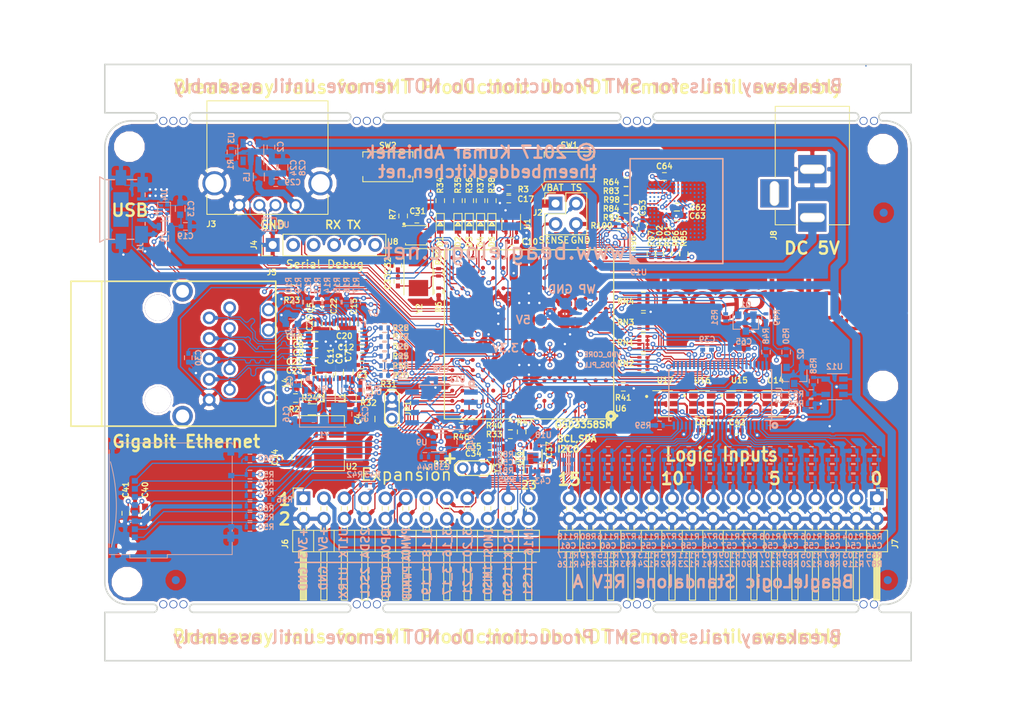
<source format=kicad_pcb>
(kicad_pcb (version 20170123) (host pcbnew no-vcs-found-8d14751~59~ubuntu16.04.1)
  (layers (0 F.Cu signal) (1 In1.Cu signal) (2 In2.Cu signal) (31 B.Cu signal) (34 B.Paste user) (35 F.Paste user) (36 B.SilkS user) (37 F.SilkS user) (38 B.Mask user) (39 F.Mask user) (44 Edge.Cuts user))
  (net 0 "")
  (net 1 GND)
  (net 2 /MMC0_CD)
  (net 3 /MMC0_DAT2)
  (net 4 /MMC0_DAT3)
  (net 5 /MMC0_CMD)
  (net 6 +3V3)
  (net 7 "Net-(R56-Pad2)")
  (net 8 /MMC0_DAT0)
  (net 9 /MMC0_DAT1)
  (net 10 /SPI1_CS1)
  (net 11 /IN16)
  (net 12 /SPI1_CS0)
  (net 13 /SPI1_SCK)
  (net 14 /SPI1_MISO)
  (net 15 /SPI1_MOSI)
  (net 16 /GPIO3_21)
  (net 17 /GPIO3_20)
  (net 18 /GPIO3_17)
  (net 19 /GPIO3_16)
  (net 20 /GPIO1_19)
  (net 21 /GPIO1_18)
  (net 22 /EHRPWM0B)
  (net 23 /EHRPWM0A)
  (net 24 /EQEP0_B)
  (net 25 /EQEP0_A)
  (net 26 /I2C2_SDA)
  (net 27 /I2C2_SCL)
  (net 28 /UART1_TXD)
  (net 29 /UART1_RXD)
  (net 30 SYS_5V)
  (net 31 "Net-(U4-Pad5)")
  (net 32 USB0_VBUS)
  (net 33 USB0_ID)
  (net 34 "Net-(U5-Pad3)")
  (net 35 USB1_VBUS)
  (net 36 "Net-(U5-Pad5)")
  (net 37 "Net-(R83-Pad1)")
  (net 38 /EMMC_DAT7)
  (net 39 /EMMC_CMD)
  (net 40 /EMMC_RSTn)
  (net 41 /EMMC_DAT6)
  (net 42 /EMMC_DAT2)
  (net 43 /EMMC_DAT5)
  (net 44 /EMMC_DAT1)
  (net 45 /EMMC_DAT4)
  (net 46 /EMMC_DAT0)
  (net 47 "Net-(C53-Pad1)")
  (net 48 /EMMC_DAT3)
  (net 49 /PRU1_IN16)
  (net 50 "Net-(U6-PadA5)")
  (net 51 "Net-(U6-PadA6)")
  (net 52 "Net-(U6-PadA8)")
  (net 53 /PRU1_IN14)
  (net 54 /SPIF_SCK)
  (net 55 /SPIF_CS)
  (net 56 "Net-(U6-PadB5)")
  (net 57 "Net-(U6-PadB4)")
  (net 58 "Net-(U6-PadB6)")
  (net 59 "Net-(U6-PadB8)")
  (net 60 /PRU1_IN15)
  (net 61 /SPIF_MISO)
  (net 62 /SPIF_MOSI)
  (net 63 /MMC0_CLK)
  (net 64 "Net-(U6-PadC2)")
  (net 65 "Net-(U6-PadC1)")
  (net 66 "Net-(U6-PadC6)")
  (net 67 "Net-(U6-PadC7)")
  (net 68 "Net-(U6-PadC8)")
  (net 69 "Net-(U6-PadC9)")
  (net 70 I2C0_SCL)
  (net 71 I2C0_SDA)
  (net 72 "Net-(U6-PadC12)")
  (net 73 "Net-(U6-PadC13)")
  (net 74 "Net-(U6-PadD2)")
  (net 75 "Net-(U6-PadD5)")
  (net 76 TRSTn)
  (net 77 "Net-(U6-PadD4)")
  (net 78 "Net-(U6-PadD1)")
  (net 79 "Net-(U6-PadD6)")
  (net 80 "Net-(U6-PadD7)")
  (net 81 "Net-(U6-PadD12)")
  (net 82 /MDIO_CLK)
  (net 83 /RGMII_RD3)
  (net 84 /RGMII_RD2)
  (net 85 /RGMII_RD1)
  (net 86 "Net-(U6-PadE2)")
  (net 87 "Net-(U6-PadE3)")
  (net 88 /PRU1_IN11)
  (net 89 /MDIO_DATA)
  (net 90 /RGMII_RD0)
  (net 91 /RGMII_RXC)
  (net 92 /PRU1_IN09)
  (net 93 /PRU1_IN08)
  (net 94 "Net-(U6-PadF4)")
  (net 95 /PRU1_IN10)
  (net 96 VDDSHV)
  (net 97 3P3_AUX)
  (net 98 "Net-(U6-PadF13)")
  (net 99 /RGMII_RXCTL)
  (net 100 /PRU1_IN01)
  (net 101 /PRU1_IN00)
  (net 102 "Net-(U6-PadG4)")
  (net 103 /PRU1_IN02)
  (net 104 "Net-(U6-PadG13)")
  (net 105 /RGMII_TXCTL)
  (net 106 /RGMII_TD3)
  (net 107 /RGMII_TD2)
  (net 108 /PRU1_IN04)
  (net 109 /PRU1_IN03)
  (net 110 /PRU1_IN05)
  (net 111 "Net-(U6-PadH6)")
  (net 112 /RGMII_TD1)
  (net 113 /RGMII_TD0)
  (net 114 /RGMII_TXC)
  (net 115 /PRU1_IN07)
  (net 116 /PRU1_IN06)
  (net 117 "Net-(RN3-Pad7)")
  (net 118 "Net-(U6-PadJ6)")
  (net 119 "Net-(U6-PadJ15)")
  (net 120 "Net-(RN3-Pad5)")
  (net 121 "Net-(RN3-Pad6)")
  (net 122 "Net-(U6-PadK4)")
  (net 123 "Net-(RN4-Pad8)")
  (net 124 VDD_1V8)
  (net 125 VDD_RTC)
  (net 126 "Net-(U6-PadK13)")
  (net 127 "Net-(U6-PadL13)")
  (net 128 "Net-(RN4-Pad7)")
  (net 129 "Net-(RN4-Pad6)")
  (net 130 "Net-(U6-PadL4)")
  (net 131 "Net-(U6-PadM13)")
  (net 132 "Net-(RN4-Pad5)")
  (net 133 "Net-(U6-PadM1)")
  (net 134 "Net-(TP4-Pad1)")
  (net 135 "Net-(R6-Pad2)")
  (net 136 USB1_DRVVBUS)
  (net 137 "Net-(U6-PadN13)")
  (net 138 "Net-(U6-PadN10)")
  (net 139 PMIC_PGOOD)
  (net 140 BAT_SENSE)
  (net 141 "Net-(U6-PadN3)")
  (net 142 "Net-(U6-PadN1)")
  (net 143 "Net-(U6-PadN2)")
  (net 144 "Net-(U6-PadN4)")
  (net 145 TS)
  (net 146 "Net-(C32-Pad2)")
  (net 147 "Net-(C33-Pad1)")
  (net 148 "Net-(U6-PadN14)")
  (net 149 USR0_LED)
  (net 150 VBAT)
  (net 151 "Net-(U6-PadP3)")
  (net 152 /PRU1_IN13)
  (net 153 /PRU1_IN12)
  (net 154 "Net-(U6-PadP4)")
  (net 155 /UART4_RXD)
  (net 156 "Net-(C32-Pad1)")
  (net 157 USR3_LED)
  (net 158 SYS_RESETn)
  (net 159 "Net-(U6-PadR12)")
  (net 160 "Net-(U6-PadR3)")
  (net 161 "Net-(U6-PadR1)")
  (net 162 "Net-(U6-PadR2)")
  (net 163 "Net-(U6-PadR4)")
  (net 164 /GPIO_OE)
  (net 165 /UART4_TXD)
  (net 166 USR2_LED)
  (net 167 "Net-(SW2-Pad2)")
  (net 168 "Net-(U6-PadT12)")
  (net 169 /EMMC_CLK)
  (net 170 "Net-(U6-PadT3)")
  (net 171 "Net-(U6-PadT1)")
  (net 172 "Net-(U6-PadT2)")
  (net 173 /GPIO_VSEL)
  (net 174 "Net-(U6-PadT16)")
  (net 175 USR1_LED)
  (net 176 "Net-(R45-Pad1)")
  (net 177 "Net-(JP1-Pad2)")
  (net 178 /DIN16)
  (net 179 "Net-(C42-Pad2)")
  (net 180 /DIN13)
  (net 181 /DIN15)
  (net 182 /DIN14)
  (net 183 /DIN12)
  (net 184 /DIN04)
  (net 185 /DIN06)
  (net 186 /DIN07)
  (net 187 /DIN05)
  (net 188 /DIN09)
  (net 189 /DIN11)
  (net 190 /DIN10)
  (net 191 /DIN08)
  (net 192 /DIN00)
  (net 193 /DIN02)
  (net 194 /DIN03)
  (net 195 /DIN01)
  (net 196 "Net-(R52-Pad2)")
  (net 197 "Net-(C24-Pad1)")
  (net 198 "Net-(U3-Pad3)")
  (net 199 "Net-(Q2-Pad3)")
  (net 200 "Net-(Q1-Pad1)")
  (net 201 "Net-(Q1-Pad3)")
  (net 202 "Net-(C4-Pad1)")
  (net 203 "Net-(C12-Pad1)")
  (net 204 "Net-(C11-Pad1)")
  (net 205 /ETH_3V3)
  (net 206 "Net-(J1-Pad1)")
  (net 207 "Net-(R18-Pad1)")
  (net 208 "Net-(C54-Pad1)")
  (net 209 "Net-(C55-Pad1)")
  (net 210 "Net-(C56-Pad1)")
  (net 211 "Net-(C57-Pad1)")
  (net 212 "Net-(C58-Pad1)")
  (net 213 "Net-(C59-Pad1)")
  (net 214 "Net-(C47-Pad1)")
  (net 215 "Net-(C46-Pad1)")
  (net 216 "Net-(C45-Pad1)")
  (net 217 "Net-(C44-Pad1)")
  (net 218 "Net-(R5-Pad2)")
  (net 219 "Net-(C61-Pad1)")
  (net 220 "Net-(R26-Pad1)")
  (net 221 "Net-(J5-Pad14)")
  (net 222 "Net-(R17-Pad1)")
  (net 223 "Net-(R16-Pad1)")
  (net 224 "Net-(R15-Pad1)")
  (net 225 "Net-(C52-Pad1)")
  (net 226 /IN14)
  (net 227 "Net-(C51-Pad1)")
  (net 228 "Net-(R4-Pad1)")
  (net 229 "Net-(R13-Pad1)")
  (net 230 /D_RX)
  (net 231 "Net-(R25-Pad1)")
  (net 232 "Net-(C60-Pad1)")
  (net 233 "Net-(J5-Pad15)")
  (net 234 "Net-(R11-Pad1)")
  (net 235 "Net-(R12-Pad1)")
  (net 236 "Net-(R14-Pad1)")
  (net 237 /IN15)
  (net 238 /IN13)
  (net 239 /IN11)
  (net 240 /IN09)
  (net 241 /IN07)
  (net 242 /IN05)
  (net 243 /IN03)
  (net 244 /IN01)
  (net 245 "Net-(R22-Pad1)")
  (net 246 "Net-(R21-Pad1)")
  (net 247 "Net-(D3-Pad1)")
  (net 248 "Net-(J5-Pad13)")
  (net 249 "Net-(J5-Pad16)")
  (net 250 "Net-(R20-Pad1)")
  (net 251 "Net-(R47-Pad2)")
  (net 252 "Net-(R46-Pad2)")
  (net 253 "Net-(D4-Pad1)")
  (net 254 "Net-(D5-Pad1)")
  (net 255 "Net-(C49-Pad1)")
  (net 256 /IN10)
  (net 257 "Net-(R59-Pad2)")
  (net 258 /IN12)
  (net 259 "Net-(C50-Pad1)")
  (net 260 "Net-(D1-Pad1)")
  (net 261 /IN08)
  (net 262 "Net-(C48-Pad1)")
  (net 263 /IN06)
  (net 264 /IN04)
  (net 265 /IN02)
  (net 266 /IN00)
  (net 267 "Net-(D2-Pad1)")
  (net 268 "Net-(J4-Pad6)")
  (net 269 "Net-(J4-Pad3)")
  (net 270 "Net-(J4-Pad2)")
  (net 271 "Net-(BT1-Pad1)")
  (net 272 "Net-(U7-Pad47)")
  (net 273 "Net-(C16-Pad1)")
  (net 274 "Net-(C25-Pad1)")
  (net 275 "Net-(U7-Pad43)")
  (net 276 "Net-(U7-Pad13)")
  (net 277 "Net-(C35-Pad1)")
  (net 278 "Net-(C34-Pad1)")
  (net 279 "Net-(C30-Pad2)")
  (net 280 /D_TX)
  (net 281 USB0_D-)
  (net 282 USB0_D+)
  (net 283 USB1_D-)
  (net 284 USB1_D+)
  (net 285 /TRD4-)
  (net 286 /TRD4+)
  (net 287 /TRD3-)
  (net 288 /TRD3+)
  (net 289 /TRD2-)
  (net 290 /TRD2+)
  (net 291 /TRD1-)
  (net 292 /TRD1+)
  (net 293 "Net-(RN1-Pad5)")
  (net 294 5V_IN)
  (net 295 "Net-(J8-Pad3)")
  (net 296 /VDD_ADC)
  (module beaglelogic-standalone:QFN-48-1EP_7x7mm (layer B.Cu) (at 129.65625 99.547698)
    (fp_text reference U7 (at 4.64375 -4.647698) (layer B.SilkS) (effects (font (size 0.7 0.7)) (justify mirror)))
    (fp_text value KSZ9031RNXCC)
    (pad 49 smd rect (at 1.25 -1.15) (size 1 1) (layers B.Cu B.Paste B.Mask) (net 1 GND))
    (pad 49 smd rect (at 0 -1.15) (size 1 1) (layers B.Cu B.Paste B.Mask) (net 1 GND))
    (pad 49 smd rect (at -1.25 -1.15) (size 1 1) (layers B.Cu B.Paste B.Mask) (net 1 GND))
    (pad 49 smd rect (at -1.25 1.25) (size 1 1) (layers B.Cu B.Paste B.Mask) (net 1 GND))
    (pad 49 smd rect (at 1.25 1.25) (size 1 1) (layers B.Cu B.Paste B.Mask) (net 1 GND))
    (pad 49 smd rect (at 0 1.25) (size 1 1) (layers B.Cu B.Paste B.Mask) (net 1 GND))
    (pad 49 smd rect (at -1.25 0) (size 1 1) (layers B.Cu B.Paste B.Mask) (net 1 GND))
    (pad 49 smd rect (at 1.25 0) (size 1 1) (layers B.Cu B.Paste B.Mask) (net 1 GND))
    (pad 49 smd rect (at 0 0) (size 1 1) (layers B.Cu B.Paste B.Mask) (net 1 GND))
    (pad 1 smd rect (at -3.4 2.75) (size 0.7 0.25) (layers B.Cu B.Paste B.Mask) (net 205 /ETH_3V3))
    (pad 2 smd rect (at -3.4 2.25) (size 0.7 0.25) (layers B.Cu B.Paste B.Mask) (net 292 /TRD1+))
    (pad 3 smd rect (at -3.4 1.75) (size 0.7 0.25) (layers B.Cu B.Paste B.Mask) (net 291 /TRD1-))
    (pad 4 smd rect (at -3.4 1.25) (size 0.7 0.25) (layers B.Cu B.Paste B.Mask) (net 204 "Net-(C11-Pad1)"))
    (pad 5 smd rect (at -3.4 0.75) (size 0.7 0.25) (layers B.Cu B.Paste B.Mask) (net 290 /TRD2+))
    (pad 6 smd rect (at -3.4 0.25) (size 0.7 0.25) (layers B.Cu B.Paste B.Mask) (net 289 /TRD2-))
    (pad 7 smd rect (at -3.4 -0.25) (size 0.7 0.25) (layers B.Cu B.Paste B.Mask) (net 288 /TRD3+))
    (pad 8 smd rect (at -3.4 -0.75) (size 0.7 0.25) (layers B.Cu B.Paste B.Mask) (net 287 /TRD3-))
    (pad 9 smd rect (at -3.4 -1.25) (size 0.7 0.25) (layers B.Cu B.Paste B.Mask) (net 204 "Net-(C11-Pad1)"))
    (pad 10 smd rect (at -3.4 -1.75) (size 0.7 0.25) (layers B.Cu B.Paste B.Mask) (net 286 /TRD4+))
    (pad 11 smd rect (at -3.4 -2.25) (size 0.7 0.25) (layers B.Cu B.Paste B.Mask) (net 285 /TRD4-))
    (pad 12 smd rect (at -3.4 -2.75) (size 0.7 0.25) (layers B.Cu B.Paste B.Mask) (net 205 /ETH_3V3))
    (pad 13 smd rect (at -2.75 -3.4 270) (size 0.7 0.25) (layers B.Cu B.Paste B.Mask) (net 276 "Net-(U7-Pad13)"))
    (pad 14 smd rect (at -2.25 -3.4 270) (size 0.7 0.25) (layers B.Cu B.Paste B.Mask) (net 203 "Net-(C12-Pad1)"))
    (pad 15 smd rect (at -1.75 -3.4 270) (size 0.7 0.25) (layers B.Cu B.Paste B.Mask) (net 233 "Net-(J5-Pad15)"))
    (pad 16 smd rect (at -1.25 -3.4 270) (size 0.7 0.25) (layers B.Cu B.Paste B.Mask) (net 205 /ETH_3V3))
    (pad 17 smd rect (at -0.75 -3.4 270) (size 0.7 0.25) (layers B.Cu B.Paste B.Mask) (net 221 "Net-(J5-Pad14)"))
    (pad 18 smd rect (at -0.25 -3.4 270) (size 0.7 0.25) (layers B.Cu B.Paste B.Mask) (net 203 "Net-(C12-Pad1)"))
    (pad 19 smd rect (at 0.25 -3.4 270) (size 0.7 0.25) (layers B.Cu B.Paste B.Mask) (net 235 "Net-(R12-Pad1)"))
    (pad 20 smd rect (at 0.75 -3.4 270) (size 0.7 0.25) (layers B.Cu B.Paste B.Mask) (net 229 "Net-(R13-Pad1)"))
    (pad 21 smd rect (at 1.25 -3.4 270) (size 0.7 0.25) (layers B.Cu B.Paste B.Mask) (net 236 "Net-(R14-Pad1)"))
    (pad 22 smd rect (at 1.75 -3.4 270) (size 0.7 0.25) (layers B.Cu B.Paste B.Mask) (net 224 "Net-(R15-Pad1)"))
    (pad 23 smd rect (at 2.25 -3.4 270) (size 0.7 0.25) (layers B.Cu B.Paste B.Mask) (net 203 "Net-(C12-Pad1)"))
    (pad 24 smd rect (at 2.75 -3.4 270) (size 0.7 0.25) (layers B.Cu B.Paste B.Mask) (net 223 "Net-(R16-Pad1)"))
    (pad 25 smd rect (at 3.4 -2.75) (size 0.7 0.25) (layers B.Cu B.Paste B.Mask) (net 222 "Net-(R17-Pad1)"))
    (pad 26 smd rect (at 3.4 -2.25) (size 0.7 0.25) (layers B.Cu B.Paste B.Mask) (net 203 "Net-(C12-Pad1)"))
    (pad 27 smd rect (at 3.4 -1.75) (size 0.7 0.25) (layers B.Cu B.Paste B.Mask) (net 250 "Net-(R20-Pad1)"))
    (pad 28 smd rect (at 3.4 -1.25) (size 0.7 0.25) (layers B.Cu B.Paste B.Mask) (net 234 "Net-(R11-Pad1)"))
    (pad 29 smd rect (at 3.4 -0.75) (size 0.7 0.25) (layers B.Cu B.Paste B.Mask) (net 1 GND))
    (pad 30 smd rect (at 3.4 -0.25) (size 0.7 0.25) (layers B.Cu B.Paste B.Mask) (net 203 "Net-(C12-Pad1)"))
    (pad 31 smd rect (at 3.4 0.25) (size 0.7 0.25) (layers B.Cu B.Paste B.Mask) (net 220 "Net-(R26-Pad1)"))
    (pad 32 smd rect (at 3.4 0.75) (size 0.7 0.25) (layers B.Cu B.Paste B.Mask) (net 231 "Net-(R25-Pad1)"))
    (pad 33 smd rect (at 3.4 1.25) (size 0.7 0.25) (layers B.Cu B.Paste B.Mask) (net 245 "Net-(R22-Pad1)"))
    (pad 34 smd rect (at 3.4 1.75) (size 0.7 0.25) (layers B.Cu B.Paste B.Mask) (net 205 /ETH_3V3))
    (pad 35 smd rect (at 3.4 2.25) (size 0.7 0.25) (layers B.Cu B.Paste B.Mask) (net 246 "Net-(R21-Pad1)"))
    (pad 36 smd rect (at 3.4 2.75) (size 0.7 0.25) (layers B.Cu B.Paste B.Mask) (net 82 /MDIO_CLK))
    (pad 37 smd rect (at 2.75 3.4 270) (size 0.7 0.25) (layers B.Cu B.Paste B.Mask) (net 89 /MDIO_DATA))
    (pad 38 smd rect (at 2.25 3.4 270) (size 0.7 0.25) (layers B.Cu B.Paste B.Mask) (net 218 "Net-(R5-Pad2)"))
    (pad 39 smd rect (at 1.75 3.4 270) (size 0.7 0.25) (layers B.Cu B.Paste B.Mask) (net 203 "Net-(C12-Pad1)"))
    (pad 40 smd rect (at 1.25 3.4 270) (size 0.7 0.25) (layers B.Cu B.Paste B.Mask) (net 205 /ETH_3V3))
    (pad 41 smd rect (at 0.75 3.4 270) (size 0.7 0.25) (layers B.Cu B.Paste B.Mask) (net 207 "Net-(R18-Pad1)"))
    (pad 42 smd rect (at 0.25 3.4 270) (size 0.7 0.25) (layers B.Cu B.Paste B.Mask) (net 158 SYS_RESETn))
    (pad 43 smd rect (at -0.25 3.4 270) (size 0.7 0.25) (layers B.Cu B.Paste B.Mask) (net 275 "Net-(U7-Pad43)"))
    (pad 44 smd rect (at -0.75 3.4 270) (size 0.7 0.25) (layers B.Cu B.Paste B.Mask) (net 204 "Net-(C11-Pad1)"))
    (pad 45 smd rect (at -1.25 3.4 270) (size 0.7 0.25) (layers B.Cu B.Paste B.Mask) (net 274 "Net-(C25-Pad1)"))
    (pad 46 smd rect (at -1.75 3.4 270) (size 0.7 0.25) (layers B.Cu B.Paste B.Mask) (net 273 "Net-(C16-Pad1)"))
    (pad 47 smd rect (at -2.25 3.4 270) (size 0.7 0.25) (layers B.Cu B.Paste B.Mask) (net 272 "Net-(U7-Pad47)"))
    (pad 48 smd rect (at -2.75 3.4 270) (size 0.7 0.25) (layers B.Cu B.Paste B.Mask) (net 228 "Net-(R4-Pad1)"))
    (pad 49 smd rect (at 1.93125 -1.93125) (size 1.2875 1.2875) (layers B.Cu B.Mask) (net 1 GND))
    (pad 49 smd rect (at 1.93125 -0.64375) (size 1.2875 1.2875) (layers B.Cu B.Mask) (net 1 GND))
    (pad 49 smd rect (at 1.93125 0.64375) (size 1.2875 1.2875) (layers B.Cu B.Mask) (net 1 GND))
    (pad 49 smd rect (at 1.93125 1.93125) (size 1.2875 1.2875) (layers B.Cu B.Mask) (net 1 GND))
    (pad 49 smd rect (at 0.64375 -1.93125) (size 1.2875 1.2875) (layers B.Cu B.Mask) (net 1 GND))
    (pad 49 smd rect (at 0.64375 -0.64375) (size 1.2875 1.2875) (layers B.Cu B.Mask) (net 1 GND))
    (pad 49 smd rect (at 0.64375 0.64375) (size 1.2875 1.2875) (layers B.Cu B.Mask) (net 1 GND))
    (pad 49 smd rect (at 0.64375 1.93125) (size 1.2875 1.2875) (layers B.Cu B.Mask) (net 1 GND))
    (pad 49 smd rect (at -0.64375 -1.93125) (size 1.2875 1.2875) (layers B.Cu B.Mask) (net 1 GND))
    (pad 49 smd rect (at -0.64375 -0.64375) (size 1.2875 1.2875) (layers B.Cu B.Mask) (net 1 GND))
    (pad 49 smd rect (at -0.64375 0.64375) (size 1.2875 1.2875) (layers B.Cu B.Mask) (net 1 GND))
    (pad 49 smd rect (at -0.64375 1.93125) (size 1.2875 1.2875) (layers B.Cu B.Mask) (net 1 GND))
    (pad 49 smd rect (at -1.93125 -1.93125) (size 1.2875 1.2875) (layers B.Cu B.Mask) (net 1 GND))
    (pad 49 smd rect (at -1.93125 -0.64375) (size 1.2875 1.2875) (layers B.Cu B.Mask) (net 1 GND))
    (pad 49 smd rect (at -1.93125 0.64375) (size 1.2875 1.2875) (layers B.Cu B.Mask) (net 1 GND))
    (pad 49 smd rect (at -1.93125 1.93125) (size 1.2875 1.2875) (layers B.Cu B.Mask) (net 1 GND))
  )
  (module beaglelogic-standalone:10118192-0001LF (layer B.Cu) (at 101.5 82 90)
    (fp_text reference J1 (at -4.7 3.9 90) (layer B.SilkS) (effects (font (size 0.7 0.7)) (justify mirror)))
    (fp_text value USB_OTG hide)
    (pad 4 smd rect (at 0.65 4.175 90) (size 0.4 1.35) (layers B.Cu B.Paste B.Mask) (net 33 USB0_ID))
    (pad 2 smd rect (at -0.65 4.175 90) (size 0.4 1.35) (layers B.Cu B.Paste B.Mask) (net 281 USB0_D-))
    (pad 3 smd rect (at 0 4.175 90) (size 0.4 1.35) (layers B.Cu B.Paste B.Mask) (net 282 USB0_D+))
    (pad 1 smd rect (at -1.3 4.175 90) (size 0.4 1.35) (layers B.Cu B.Paste B.Mask) (net 206 "Net-(J1-Pad1)"))
    (pad 5 smd rect (at 1.3 4.175 90) (size 0.4 1.35) (layers B.Cu B.Paste B.Mask) (net 1 GND))
    (pad 6 smd rect (at 3.95 1.5 90) (size 1.9 1.3) (layers B.Cu B.Paste B.Mask) (net 1 GND))
    (pad 7 smd rect (at 1.2 1.5 90) (size 1.9 1.9) (layers B.Cu B.Paste B.Mask))
    (pad 8 smd rect (at -1.2 1.5 90) (size 1.9 1.9) (layers B.Cu B.Paste B.Mask))
    (pad 6 smd rect (at -3.95 1.5 90) (size 1.9 1.3) (layers B.Cu B.Paste B.Mask) (net 1 GND))
    (pad 6 smd rect (at 3.1 4.2 90) (size 1.9 1.3) (layers B.Cu B.Paste B.Mask) (net 1 GND))
    (pad 6 smd rect (at -3.1 4.05 90) (size 2.1 1.6) (layers B.Cu B.Paste B.Mask) (net 1 GND))
  )
  (module beaglelogic-standalone:DFN-8-1EP_3x2mm (layer F.Cu) (at 154.1 112.9 90)
    (fp_text reference U10 (at 0 -1.6 90) (layer F.SilkS) (effects (font (size 0.6 0.6))))
    (fp_text value MCP79410/TDFN)
    (pad 9 smd rect (at -0.35 -0.34 90) (size 0.7 0.68) (layers F.Cu F.Paste F.Mask))
    (pad 9 smd rect (at -0.35 0.34 90) (size 0.7 0.68) (layers F.Cu F.Paste F.Mask))
    (pad 9 smd rect (at 0.365 -0.34 90) (size 0.73 0.68) (layers F.Cu F.Paste F.Mask))
    (pad 9 smd rect (at 0.365 0.34 90) (size 0.73 0.68) (layers F.Cu F.Paste F.Mask))
    (pad 8 smd rect (at 1.5 -0.75 90) (size 0.75 0.3) (layers F.Cu F.Paste F.Mask) (net 6 +3V3))
    (pad 7 smd rect (at 1.5 -0.25 90) (size 0.75 0.3) (layers F.Cu F.Paste F.Mask) (net 251 "Net-(R47-Pad2)"))
    (pad 6 smd rect (at 1.5 0.25 90) (size 0.75 0.3) (layers F.Cu F.Paste F.Mask) (net 70 I2C0_SCL))
    (pad 5 smd rect (at 1.5 0.75 90) (size 0.75 0.3) (layers F.Cu F.Paste F.Mask) (net 71 I2C0_SDA))
    (pad 4 smd rect (at -1.5 0.75 90) (size 0.75 0.3) (layers F.Cu F.Paste F.Mask) (net 1 GND))
    (pad 3 smd rect (at -1.5 0.25 90) (size 0.75 0.3) (layers F.Cu F.Paste F.Mask) (net 271 "Net-(BT1-Pad1)"))
    (pad 2 smd rect (at -1.5 -0.25 90) (size 0.75 0.3) (layers F.Cu F.Paste F.Mask) (net 277 "Net-(C35-Pad1)"))
    (pad 1 smd rect (at -1.5 -0.75 90) (size 0.75 0.3) (layers F.Cu F.Paste F.Mask) (net 278 "Net-(C34-Pad1)"))
  )
  (module Fiducials:Fiducial_1mm_Dia_2.54mm_Outer_CopperTop (layer B.Cu) (at 109.8 128)
    (fp_text reference FID6 hide)
    (fp_text value Mounting_Hole)
    (pad ~ smd circle (at 0 0) (size 1 1) (layers B.Cu B.Paste B.Mask) (clearance 0.77))
  )
  (module Fiducials:Fiducial_1mm_Dia_2.54mm_Outer_CopperTop (layer F.Cu) (at 165.3 109)
    (fp_text reference FID1 hide)
    (fp_text value Mounting_Hole)
    (pad ~ smd circle (at 0 0) (size 1 1) (layers F.Cu F.Paste F.Mask) (clearance 0.77))
  )
  (module Fiducials:Fiducial_1mm_Dia_2.54mm_Outer_CopperTop (layer F.Cu) (at 197.5 78.8)
    (fp_text reference FID2 hide)
    (fp_text value Mounting_Hole)
    (pad ~ smd circle (at 0 0) (size 1 1) (layers F.Cu F.Paste F.Mask) (clearance 0.77))
  )
  (module Fiducials:Fiducial_1mm_Dia_2.54mm_Outer_CopperTop (layer F.Cu) (at 103.8 123.9)
    (fp_text reference FID3 hide)
    (fp_text value Mounting_Hole)
    (pad ~ smd circle (at 0 0) (size 1 1) (layers F.Cu F.Paste F.Mask) (clearance 0.77))
  )
  (module Fiducials:Fiducial_1mm_Dia_2.54mm_Outer_CopperTop (layer B.Cu) (at 198.1 128)
    (fp_text reference FID4 hide)
    (fp_text value Mounting_Hole)
    (pad ~ smd circle (at 0 0) (size 1 1) (layers B.Cu B.Paste B.Mask) (clearance 0.77))
  )
  (module Fiducials:Fiducial_1mm_Dia_2.54mm_Outer_CopperTop (layer B.Cu) (at 197.6 82.4)
    (fp_text reference FID5 hide)
    (fp_text value Mounting_Hole)
    (pad ~ smd circle (at 0 0) (size 1 1) (layers B.Cu B.Paste B.Mask) (clearance 0.77))
  )
  (module beaglelogic-standalone:beaglelogic-logo (layer F.Cu) (at 185.1 93.8)
    (fp_text reference LOGO1 hide)
    (fp_text value TEST_1P hide)
    (fp_poly (pts (xy 11.512467 -2.276104) (xy 10.852727 -2.276104) (xy 10.852727 -2.935844) (xy 11.512467 -2.935844) (xy 11.512467 -2.276104)) (layer F.Cu) (width 0.01))
    (fp_poly (pts (xy 11.47948 1.814286) (xy 11.204588 1.814286) (xy 11.075756 1.811809) (xy 10.973444 1.805216) (xy 10.914621 1.795765) (xy 10.907705 1.792294) (xy 10.903408 1.755955) (xy 10.899388 1.659977) (xy 10.895729 1.510696) (xy 10.892513 1.314447) (xy 10.889823 1.077566) (xy 10.887742 0.806387) (xy 10.886352 0.507246) (xy 10.885737 0.186478) (xy 10.885714 0.109957) (xy 10.885714 -1.55039) (xy 11.47948 -1.55039) (xy 11.47948 1.814286)) (layer F.Cu) (width 0.01))
    (fp_poly (pts (xy 3.488584 -0.700974) (xy 3.480129 1.797792) (xy 2.902857 1.816854) (xy 2.902857 -3.19974) (xy 3.497038 -3.19974) (xy 3.488584 -0.700974)) (layer F.Cu) (width 0.01))
    (fp_poly (pts (xy -1.360715 -3.192778) (xy -1.072078 -3.183247) (xy -1.072078 1.797792) (xy -1.360715 1.807323) (xy -1.649351 1.816854) (xy -1.649351 -3.202309) (xy -1.360715 -3.192778)) (layer F.Cu) (width 0.01))
    (fp_poly (pts (xy -6.500885 -1.625705) (xy -6.210218 -1.553328) (xy -5.96456 -1.433406) (xy -5.764638 -1.266441) (xy -5.61118 -1.052933) (xy -5.578863 -0.98961) (xy -5.5553 -0.938587) (xy -5.536357 -0.890586) (xy -5.521371 -0.837787) (xy -5.509681 -0.772371) (xy -5.500627 -0.686519) (xy -5.493546 -0.572409) (xy -5.487777 -0.422223) (xy -5.482659 -0.22814) (xy -5.47753 0.017659) (xy -5.472841 0.263896) (xy -5.4669 0.563415) (xy -5.461155 0.805113) (xy -5.455032 0.997138) (xy -5.447957 1.147639) (xy -5.439356 1.264763) (xy -5.428655 1.35666) (xy -5.41528 1.431476) (xy -5.398657 1.497362) (xy -5.382216 1.55039) (xy -5.346707 1.661658) (xy -5.32125 1.747538) (xy -5.311336 1.789495) (xy -5.311335 1.789545) (xy -5.341391 1.801446) (xy -5.421205 1.810214) (xy -5.534575 1.814201) (xy -5.55473 1.814286) (xy -5.798551 1.814286) (xy -5.851142 1.682849) (xy -5.891722 1.560959) (xy -5.922218 1.434578) (xy -5.924914 1.418952) (xy -5.942599 1.336906) (xy -5.961251 1.291695) (xy -5.966619 1.288509) (xy -5.99618 1.314073) (xy -6.049216 1.377207) (xy -6.086104 1.425938) (xy -6.229006 1.57842) (xy -6.413107 1.71236) (xy -6.613648 1.810678) (xy -6.672435 1.830413) (xy -6.820224 1.85955) (xy -7.002915 1.87444) (xy -7.195419 1.874971) (xy -7.372648 1.861031) (xy -7.504546 1.834117) (xy -7.617472 1.793035) (xy -7.722581 1.746618) (xy -7.735455 1.740008) (xy -7.840568 1.666129) (xy -7.958461 1.555963) (xy -8.069196 1.430512) (xy -8.152831 1.310778) (xy -8.166018 1.286493) (xy -8.212781 1.146183) (xy -8.237803 0.96869) (xy -8.239179 0.847685) (xy -7.652987 0.847685) (xy -7.633718 1.02867) (xy -7.570848 1.173183) (xy -7.478217 1.280686) (xy -7.334778 1.372557) (xy -7.154042 1.424084) (xy -6.951892 1.433968) (xy -6.744213 1.400905) (xy -6.605635 1.352211) (xy -6.386367 1.226596) (xy -6.217326 1.063122) (xy -6.104566 0.884168) (xy -6.050705 0.766594) (xy -6.02005 0.665157) (xy -6.006431 0.551402) (xy -6.003637 0.418884) (xy -6.003637 0.155579) (xy -6.440715 0.174822) (xy -6.783635 0.202339) (xy -7.066387 0.252768) (xy -7.29109 0.327288) (xy -7.459868 0.427075) (xy -7.574842 0.553308) (xy -7.638133 0.707165) (xy -7.652987 0.847685) (xy -8.239179 0.847685) (xy -8.239955 0.779504) (xy -8.21811 0.604111) (xy -8.199316 0.533943) (xy -8.099988 0.337909) (xy -7.942929 0.168475) (xy -7.73149 0.027317) (xy -7.469023 -0.083893) (xy -7.15888 -0.163481) (xy -6.804413 -0.209772) (xy -6.696364 -0.216603) (xy -6.528508 -0.225811) (xy -6.363746 -0.236415) (xy -6.226755 -0.246762) (xy -6.172536 -0.251709) (xy -5.995071 -0.269714) (xy -6.011823 -0.478405) (xy -6.057044 -0.710407) (xy -6.150215 -0.899716) (xy -6.288354 -1.043169) (xy -6.46848 -1.137598) (xy -6.671411 -1.178675) (xy -6.919004 -1.169766) (xy -7.141587 -1.100599) (xy -7.340933 -0.970286) (xy -7.518818 -0.777943) (xy -7.544324 -0.742888) (xy -7.61372 -0.644608) (xy -7.823029 -0.741468) (xy -7.93205 -0.79341) (xy -8.017869 -0.837035) (xy -8.062159 -0.863022) (xy -8.062429 -0.863242) (xy -8.063994 -0.903689) (xy -8.027574 -0.977237) (xy -7.962364 -1.070871) (xy -7.877555 -1.171574) (xy -7.782342 -1.266331) (xy -7.77004 -1.27722) (xy -7.545869 -1.432445) (xy -7.28249 -1.548067) (xy -6.996612 -1.619498) (xy -6.704942 -1.642151) (xy -6.500885 -1.625705)) (layer F.Cu) (width 0.01))
    (fp_poly (pts (xy 13.870991 -1.624684) (xy 14.159884 -1.550109) (xy 14.41104 -1.424763) (xy 14.437023 -1.407482) (xy 14.524172 -1.336594) (xy 14.623269 -1.238787) (xy 14.722799 -1.127801) (xy 14.81125 -1.017375) (xy 14.877109 -0.921251) (xy 14.908861 -0.853167) (xy 14.910129 -0.842866) (xy 14.882722 -0.80746) (xy 14.810418 -0.754775) (xy 14.70809 -0.695457) (xy 14.693878 -0.68808) (xy 14.581194 -0.632243) (xy 14.511645 -0.605128) (xy 14.470655 -0.603489) (xy 14.443647 -0.624079) (xy 14.438229 -0.63114) (xy 14.396931 -0.688713) (xy 14.335281 -0.775826) (xy 14.297868 -0.829062) (xy 14.183745 -0.953652) (xy 14.035918 -1.061579) (xy 14.017478 -1.072078) (xy 13.919069 -1.122213) (xy 13.832874 -1.151959) (xy 13.734944 -1.166471) (xy 13.60133 -1.170902) (xy 13.557662 -1.171039) (xy 13.410545 -1.168355) (xy 13.305573 -1.156937) (xy 13.219019 -1.131735) (xy 13.127156 -1.087698) (xy 13.102324 -1.074121) (xy 12.88375 -0.918507) (xy 12.712449 -0.719221) (xy 12.587229 -0.474392) (xy 12.506895 -0.182148) (xy 12.497267 -0.125371) (xy 12.477651 0.174354) (xy 12.511142 0.458888) (xy 12.594142 0.720323) (xy 12.723052 0.950754) (xy 12.894274 1.142277) (xy 13.104209 1.286983) (xy 13.150379 1.309544) (xy 13.399087 1.390964) (xy 13.647921 1.412002) (xy 13.887699 1.375128) (xy 14.10924 1.28281) (xy 14.303364 1.137517) (xy 14.449097 0.960346) (xy 14.557225 0.793476) (xy 14.757933 0.906585) (xy 14.859572 0.967495) (xy 14.935417 1.019773) (xy 14.969517 1.052393) (xy 14.969742 1.052993) (xy 14.95804 1.104019) (xy 14.909577 1.187974) (xy 14.834341 1.291233) (xy 14.742316 1.40017) (xy 14.64349 1.50116) (xy 14.636589 1.507567) (xy 14.40418 1.678176) (xy 14.13274 1.801798) (xy 13.832082 1.875796) (xy 13.512016 1.897533) (xy 13.260779 1.877327) (xy 12.990243 1.80765) (xy 12.724833 1.683126) (xy 12.479883 1.514074) (xy 12.270728 1.310809) (xy 12.131988 1.117892) (xy 12.02977 0.921039) (xy 11.959602 0.726529) (xy 11.916885 0.515289) (xy 11.89702 0.268248) (xy 11.894255 0.131948) (xy 11.903068 -0.155802) (xy 11.936533 -0.397782) (xy 11.999578 -0.611179) (xy 12.097132 -0.813178) (xy 12.218833 -0.999887) (xy 12.429918 -1.242762) (xy 12.673335 -1.428566) (xy 12.950073 -1.557787) (xy 13.261123 -1.630909) (xy 13.541168 -1.649351) (xy 13.870991 -1.624684)) (layer F.Cu) (width 0.01))
    (fp_poly (pts (xy 5.905619 -1.622985) (xy 6.212178 -1.542569) (xy 6.488364 -1.406126) (xy 6.739246 -1.211677) (xy 6.776148 -1.176264) (xy 6.985533 -0.92591) (xy 7.139242 -0.64151) (xy 7.238852 -0.320134) (xy 7.240289 -0.313377) (xy 7.285375 0.033632) (xy 7.274911 0.369023) (xy 7.212189 0.68646) (xy 7.1005 0.979606) (xy 6.943135 1.242125) (xy 6.743386 1.467681) (xy 6.504545 1.649936) (xy 6.229903 1.782554) (xy 6.135584 1.813302) (xy 5.820883 1.878324) (xy 5.505995 1.894246) (xy 5.343162 1.881406) (xy 5.017315 1.808455) (xy 4.726698 1.682015) (xy 4.474518 1.50628) (xy 4.26398 1.285442) (xy 4.098293 1.023694) (xy 3.980663 0.725229) (xy 3.914296 0.394239) (xy 3.907505 0.189118) (xy 4.500176 0.189118) (xy 4.533035 0.479632) (xy 4.612829 0.745002) (xy 4.736136 0.978019) (xy 4.899533 1.171476) (xy 5.099601 1.318165) (xy 5.228441 1.377977) (xy 5.455424 1.430949) (xy 5.697952 1.430141) (xy 5.934482 1.376331) (xy 6.001029 1.349979) (xy 6.208502 1.223546) (xy 6.384583 1.045068) (xy 6.523531 0.823283) (xy 6.619604 0.566929) (xy 6.661516 0.34478) (xy 6.673023 0.026661) (xy 6.636124 -0.26607) (xy 6.554405 -0.528239) (xy 6.431452 -0.754672) (xy 6.27085 -0.940193) (xy 6.076186 -1.079628) (xy 5.851045 -1.167804) (xy 5.599013 -1.199544) (xy 5.591298 -1.19957) (xy 5.342289 -1.173627) (xy 5.125866 -1.092945) (xy 4.932118 -0.95325) (xy 4.864472 -0.886048) (xy 4.702166 -0.673315) (xy 4.58976 -0.431527) (xy 4.522035 -0.149147) (xy 4.517672 -0.119332) (xy 4.500176 0.189118) (xy 3.907505 0.189118) (xy 3.902399 0.034917) (xy 3.904187 0) (xy 3.943049 -0.326472) (xy 4.021793 -0.608542) (xy 4.145298 -0.857726) (xy 4.318439 -1.085545) (xy 4.399783 -1.170412) (xy 4.652594 -1.381142) (xy 4.922912 -1.529456) (xy 5.217059 -1.617953) (xy 5.541356 -1.649236) (xy 5.563618 -1.649351) (xy 5.905619 -1.622985)) (layer F.Cu) (width 0.01))
    (fp_poly (pts (xy 1.366682 -1.612279) (xy 1.647376 -1.50981) (xy 1.896511 -1.356498) (xy 2.109437 -1.156588) (xy 2.281506 -0.914327) (xy 2.408068 -0.633958) (xy 2.484474 -0.319729) (xy 2.506525 -0.02474) (xy 2.507013 0.197922) (xy -0.075204 0.197922) (xy -0.056639 0.377806) (xy 0.001133 0.635461) (xy 0.114437 0.873645) (xy 0.275002 1.082158) (xy 0.474551 1.2508) (xy 0.70481 1.36937) (xy 0.763894 1.389295) (xy 1.038721 1.440498) (xy 1.306622 1.428354) (xy 1.559919 1.355484) (xy 1.790938 1.22451) (xy 1.992001 1.038055) (xy 2.064922 0.944881) (xy 2.131945 0.850671) (xy 2.320398 0.971222) (xy 2.50885 1.091774) (xy 2.450204 1.191673) (xy 2.375849 1.291679) (xy 2.264835 1.410431) (xy 2.135768 1.530643) (xy 2.007254 1.635029) (xy 1.897898 1.706302) (xy 1.894289 1.708167) (xy 1.644156 1.806611) (xy 1.358488 1.870203) (xy 1.05977 1.895498) (xy 0.775194 1.879695) (xy 0.448532 1.804207) (xy 0.154831 1.673186) (xy -0.101479 1.490582) (xy -0.315969 1.260346) (xy -0.484212 0.986431) (xy -0.601778 0.672786) (xy -0.609256 0.644563) (xy -0.640384 0.464688) (xy -0.655726 0.245501) (xy -0.655288 0.011745) (xy -0.639074 -0.211836) (xy -0.619222 -0.331159) (xy -0.035684 -0.331159) (xy -0.025769 -0.291671) (xy 0.010976 -0.264028) (xy 0.080629 -0.246152) (xy 0.18927 -0.235968) (xy 0.342976 -0.231397) (xy 0.547828 -0.230365) (xy 0.809904 -0.230793) (xy 0.943801 -0.230909) (xy 1.920589 -0.230909) (xy 1.898159 -0.35461) (xy 1.846119 -0.533544) (xy 1.759667 -0.722382) (xy 1.654596 -0.888411) (xy 1.619805 -0.93117) (xy 1.449879 -1.07698) (xy 1.246706 -1.17406) (xy 1.024474 -1.219533) (xy 0.797374 -1.21052) (xy 0.579595 -1.144144) (xy 0.576603 -1.142758) (xy 0.412248 -1.038172) (xy 0.254691 -0.888294) (xy 0.121738 -0.712883) (xy 0.03476 -0.541453) (xy 0.000659 -0.453973) (xy -0.024848 -0.384567) (xy -0.035684 -0.331159) (xy -0.619222 -0.331159) (xy -0.609025 -0.392443) (xy -0.505734 -0.699971) (xy -0.351745 -0.975224) (xy -0.153405 -1.212248) (xy 0.082939 -1.40509) (xy 0.350942 -1.547798) (xy 0.644256 -1.634418) (xy 0.729215 -1.647703) (xy 1.059079 -1.659658) (xy 1.366682 -1.612279)) (layer F.Cu) (width 0.01))
    (fp_poly (pts (xy -9.550727 -1.612697) (xy -9.269861 -1.510468) (xy -9.020781 -1.357336) (xy -8.808074 -1.157488) (xy -8.636322 -0.915109) (xy -8.510111 -0.634386) (xy -8.434025 -0.319506) (xy -8.412176 -0.02474) (xy -8.411689 0.197922) (xy -10.993759 0.197922) (xy -10.971501 0.387304) (xy -10.909943 0.651371) (xy -10.795197 0.888233) (xy -10.635011 1.091449) (xy -10.437133 1.254579) (xy -10.209309 1.371182) (xy -9.959288 1.434817) (xy -9.705121 1.440054) (xy -9.435026 1.383932) (xy -9.19224 1.268202) (xy -8.975647 1.092217) (xy -8.849144 0.946213) (xy -8.778141 0.853335) (xy -8.594915 0.970544) (xy -8.501534 1.03432) (xy -8.435529 1.087115) (xy -8.411689 1.116504) (xy -8.432014 1.153641) (xy -8.484376 1.223606) (xy -8.555855 1.310942) (xy -8.633532 1.400191) (xy -8.704485 1.475896) (xy -8.74143 1.510999) (xy -8.977755 1.674858) (xy -9.254428 1.7962) (xy -9.558703 1.871669) (xy -9.877835 1.897909) (xy -10.143507 1.880087) (xy -10.471309 1.80414) (xy -10.764423 1.673354) (xy -11.019134 1.491145) (xy -11.231723 1.260928) (xy -11.398473 0.986117) (xy -11.515668 0.670126) (xy -11.532404 0.604116) (xy -11.559931 0.453918) (xy -11.572262 0.290475) (xy -11.570724 0.091555) (xy -11.567505 0.016493) (xy -11.53623 -0.302374) (xy -11.529515 -0.331195) (xy -10.954386 -0.331195) (xy -10.944487 -0.291706) (xy -10.907769 -0.264057) (xy -10.838155 -0.246174) (xy -10.729565 -0.23598) (xy -10.575924 -0.231402) (xy -10.371153 -0.230364) (xy -10.109174 -0.230792) (xy -9.974356 -0.230909) (xy -8.997023 -0.230909) (xy -9.018815 -0.367188) (xy -9.086775 -0.599994) (xy -9.207801 -0.815034) (xy -9.37129 -0.998171) (xy -9.566642 -1.135269) (xy -9.611195 -1.157103) (xy -9.799644 -1.2111) (xy -10.010791 -1.22034) (xy -10.219556 -1.185554) (xy -10.350714 -1.135466) (xy -10.530091 -1.016163) (xy -10.6949 -0.852026) (xy -10.826287 -0.664058) (xy -10.883942 -0.541453) (xy -10.918035 -0.453993) (xy -10.943543 -0.384599) (xy -10.954386 -0.331195) (xy -11.529515 -0.331195) (xy -11.472887 -0.57421) (xy -11.372026 -0.81235) (xy -11.228195 -1.030128) (xy -11.065362 -1.211916) (xy -10.828547 -1.410925) (xy -10.573511 -1.549317) (xy -10.290614 -1.631886) (xy -10.189486 -1.647703) (xy -9.858797 -1.659838) (xy -9.550727 -1.612697)) (layer F.Cu) (width 0.01))
    (fp_poly (pts (xy -14.390127 -2.11841) (xy -14.381421 -1.053573) (xy -14.202597 -1.236736) (xy -13.972944 -1.426765) (xy -13.714469 -1.560034) (xy -13.435148 -1.634541) (xy -13.14296 -1.648285) (xy -12.845881 -1.599264) (xy -12.804993 -1.587472) (xy -12.533656 -1.472079) (xy -12.296365 -1.304354) (xy -12.09591 -1.090064) (xy -11.93508 -0.834978) (xy -11.816665 -0.544862) (xy -11.743455 -0.225485) (xy -11.71824 0.117385) (xy -11.743809 0.477981) (xy -11.759241 0.574608) (xy -11.844959 0.889344) (xy -11.980407 1.169564) (xy -12.159703 1.410811) (xy -12.376967 1.608627) (xy -12.626319 1.758555) (xy -12.901878 1.856137) (xy -13.197765 1.896916) (xy -13.482015 1.88056) (xy -13.688776 1.826948) (xy -13.907548 1.732246) (xy -14.112362 1.609307) (xy -14.244684 1.503054) (xy -14.328586 1.426849) (xy -14.39286 1.372689) (xy -14.423247 1.352467) (xy -14.43771 1.38188) (xy -14.45485 1.456753) (xy -14.463427 1.509156) (xy -14.484323 1.651308) (xy -14.50481 1.74073) (xy -14.536288 1.789601) (xy -14.590153 1.8101) (xy -14.677803 1.814408) (xy -14.748979 1.814286) (xy -14.976519 1.814286) (xy -14.970922 0.159916) (xy -14.382338 0.159916) (xy -14.380732 0.389063) (xy -14.373945 0.564449) (xy -14.359027 0.698249) (xy -14.333025 0.802638) (xy -14.292988 0.889793) (xy -14.235965 0.971887) (xy -14.16564 1.053767) (xy -13.97004 1.227562) (xy -13.748576 1.350736) (xy -13.512032 1.420608) (xy -13.271194 1.434497) (xy -13.036847 1.38972) (xy -12.95001 1.355989) (xy -12.773183 1.243467) (xy -12.612518 1.076844) (xy -12.478839 0.867777) (xy -12.458538 0.826663) (xy -12.411011 0.718241) (xy -12.379763 0.620269) (xy -12.360449 0.511466) (xy -12.348727 0.370552) (xy -12.343604 0.263519) (xy -12.341958 -0.003661) (xy -12.363333 -0.225541) (xy -12.410645 -0.41966) (xy -12.486814 -0.603554) (xy -12.488446 -0.606835) (xy -12.628494 -0.827333) (xy -12.801145 -0.998753) (xy -12.999507 -1.116622) (xy -13.216691 -1.176466) (xy -13.373912 -1.18159) (xy -13.593406 -1.143231) (xy -13.795122 -1.054033) (xy -13.991115 -0.908001) (xy -14.065376 -0.837583) (xy -14.173902 -0.724475) (xy -14.254492 -0.624252) (xy -14.311258 -0.523974) (xy -14.348313 -0.410699) (xy -14.369768 -0.271487) (xy -14.379735 -0.093398) (xy -14.382326 0.136509) (xy -14.382338 0.159916) (xy -14.970922 0.159916) (xy -14.968065 -0.684481) (xy -14.959611 -3.183247) (xy -14.398832 -3.183247) (xy -14.390127 -2.11841)) (layer F.Cu) (width 0.01))
    (fp_poly (pts (xy 10.522857 -1.324228) (xy 10.333181 -1.303305) (xy 10.155222 -1.281251) (xy 10.032709 -1.260675) (xy 9.96984 -1.242354) (xy 9.962077 -1.234468) (xy 9.97949 -1.202237) (xy 10.024568 -1.133008) (xy 10.072114 -1.063908) (xy 10.17369 -0.903778) (xy 10.235893 -0.759019) (xy 10.26704 -0.602944) (xy 10.275454 -0.411644) (xy 10.271852 -0.264272) (xy 10.25669 -0.153377) (xy 10.223432 -0.049653) (xy 10.167569 0.072092) (xy 10.095005 0.19956) (xy 10.010931 0.31825) (xy 9.938165 0.397933) (xy 9.724041 0.54354) (xy 9.468427 0.644685) (xy 9.180496 0.699162) (xy 8.869422 0.704768) (xy 8.721326 0.690361) (xy 8.556661 0.672838) (xy 8.437663 0.671854) (xy 8.34611 0.687504) (xy 8.330131 0.692427) (xy 8.217556 0.754025) (xy 8.159004 0.838656) (xy 8.152146 0.935047) (xy 8.194651 1.031928) (xy 8.284189 1.118026) (xy 8.418429 1.182069) (xy 8.432215 1.186247) (xy 8.507296 1.201134) (xy 8.634336 1.218885) (xy 8.799471 1.237873) (xy 8.988839 1.256468) (xy 9.137402 1.269096) (xy 9.46955 1.301734) (xy 9.743172 1.343947) (xy 9.965373 1.39862) (xy 10.143263 1.468637) (xy 10.283947 1.556883) (xy 10.394533 1.666242) (xy 10.482128 1.799599) (xy 10.492259 1.818968) (xy 10.540347 1.968222) (xy 10.557625 2.149124) (xy 10.544256 2.335068) (xy 10.500401 2.49945) (xy 10.487942 2.527488) (xy 10.373476 2.695508) (xy 10.205147 2.848938) (xy 9.994713 2.980018) (xy 9.75393 3.080987) (xy 9.576683 3.12895) (xy 9.396076 3.156845) (xy 9.177594 3.175215) (xy 8.947647 3.183082) (xy 8.732643 3.179469) (xy 8.576623 3.165994) (xy 8.261117 3.103028) (xy 7.99346 3.009155) (xy 7.77675 2.886464) (xy 7.614085 2.737046) (xy 7.508562 2.56299) (xy 7.468979 2.418846) (xy 7.470357 2.243117) (xy 8.049077 2.243117) (xy 8.077336 2.417909) (xy 8.16156 2.557865) (xy 8.30092 2.661721) (xy 8.333521 2.677249) (xy 8.525892 2.738116) (xy 8.758852 2.773952) (xy 9.011541 2.783732) (xy 9.263096 2.766432) (xy 9.450779 2.732094) (xy 9.613376 2.67432) (xy 9.764777 2.589324) (xy 9.88401 2.490289) (xy 9.931034 2.43019) (xy 9.986876 2.284914) (xy 9.99043 2.132833) (xy 9.942539 1.994811) (xy 9.911623 1.951092) (xy 9.831068 1.87429) (xy 9.729697 1.816446) (xy 9.598352 1.775423) (xy 9.427872 1.749082) (xy 9.209099 1.735284) (xy 8.972467 1.731818) (xy 8.774424 1.732549) (xy 8.629653 1.735722) (xy 8.525461 1.742806) (xy 8.449155 1.755269) (xy 8.38804 1.774582) (xy 8.329423 1.802213) (xy 8.31968 1.807369) (xy 8.171738 1.917908) (xy 8.081358 2.060357) (xy 8.04915 2.233728) (xy 8.049077 2.243117) (xy 7.470357 2.243117) (xy 7.470527 2.221458) (xy 7.531838 2.039455) (xy 7.647009 1.881873) (xy 7.810135 1.757748) (xy 7.939152 1.699266) (xy 8.04564 1.66098) (xy 8.13517 1.627845) (xy 8.164285 1.616615) (xy 8.230259 1.590354) (xy 8.164285 1.568821) (xy 8.032805 1.516285) (xy 7.900328 1.447628) (xy 7.786347 1.374382) (xy 7.710354 1.308081) (xy 7.699473 1.293787) (xy 7.641419 1.154522) (xy 7.630469 1.002) (xy 7.66754 0.861883) (xy 7.683074 0.83392) (xy 7.746663 0.755275) (xy 7.83607 0.671046) (xy 7.933121 0.595602) (xy 8.01964 0.543313) (xy 8.070274 0.527792) (xy 8.111001 0.511273) (xy 8.103583 0.476662) (xy 8.056252 0.44768) (xy 7.999771 0.4148) (xy 7.92021 0.35137) (xy 7.872348 0.307343) (xy 7.720214 0.116106) (xy 7.621038 -0.103303) (xy 7.574361 -0.340335) (xy 7.576797 -0.45123) (xy 8.137259 -0.45123) (xy 8.148763 -0.273036) (xy 8.187525 -0.131948) (xy 8.295057 0.038018) (xy 8.447391 0.169975) (xy 8.633061 0.260362) (xy 8.8406 0.305615) (xy 9.058543 0.302172) (xy 9.275423 0.246469) (xy 9.330042 0.223071) (xy 9.487921 0.114691) (xy 9.611217 -0.039564) (xy 9.692619 -0.225494) (xy 9.724815 -0.428902) (xy 9.719996 -0.534266) (xy 9.664553 -0.748672) (xy 9.556768 -0.927475) (xy 9.402838 -1.065497) (xy 9.20896 -1.157562) (xy 8.981331 -1.198491) (xy 8.922987 -1.20013) (xy 8.687702 -1.173372) (xy 8.489621 -1.092293) (xy 8.327293 -0.956032) (xy 8.205138 -0.775195) (xy 8.156316 -0.62831) (xy 8.137259 -0.45123) (xy 7.576797 -0.45123) (xy 7.579725 -0.584441) (xy 7.636671 -0.825072) (xy 7.744742 -1.05168) (xy 7.903479 -1.253714) (xy 7.941777 -1.290716) (xy 8.152149 -1.442155) (xy 8.401319 -1.551334) (xy 8.675759 -1.616174) (xy 8.961939 -1.634597) (xy 9.246332 -1.604522) (xy 9.499946 -1.530173) (xy 9.576644 -1.502382) (xy 9.631905 -1.49882) (xy 9.691163 -1.524098) (xy 9.776088 -1.580238) (xy 9.928814 -1.66262) (xy 10.114151 -1.729792) (xy 10.30094 -1.771939) (xy 10.414333 -1.781299) (xy 10.522857 -1.781299) (xy 10.522857 -1.324228)) (layer F.Cu) (width 0.01))
    (fp_poly (pts (xy -2.012208 -1.324228) (xy -2.201884 -1.303305) (xy -2.38881 -1.280013) (xy -2.511189 -1.258526) (xy -2.568433 -1.238956) (xy -2.572987 -1.232191) (xy -2.554836 -1.198309) (xy -2.509517 -1.133302) (xy -2.49151 -1.109295) (xy -2.362963 -0.903563) (xy -2.28868 -0.687149) (xy -2.262201 -0.440439) (xy -2.261931 -0.412338) (xy -2.266423 -0.255503) (xy -2.284178 -0.135642) (xy -2.320645 -0.024222) (xy -2.347888 0.037868) (xy -2.488048 0.265987) (xy -2.673988 0.448701) (xy -2.902212 0.584479) (xy -3.169226 0.671788) (xy -3.471536 0.709093) (xy -3.805649 0.694864) (xy -3.83695 0.69103) (xy -3.995942 0.673691) (xy -4.106974 0.670321) (xy -4.186594 0.681052) (xy -4.225809 0.694165) (xy -4.328093 0.764253) (xy -4.381514 0.859497) (xy -4.382927 0.963532) (xy -4.329189 1.059991) (xy -4.300988 1.085681) (xy -4.238747 1.127922) (xy -4.165048 1.161977) (xy -4.070208 1.189816) (xy -3.944539 1.213412) (xy -3.778359 1.234735) (xy -3.561982 1.255757) (xy -3.397663 1.269561) (xy -3.098251 1.297801) (xy -2.855445 1.330661) (xy -2.659913 1.370594) (xy -2.50232 1.420053) (xy -2.373336 1.481494) (xy -2.263626 1.557369) (xy -2.245504 1.572493) (xy -2.100693 1.730231) (xy -2.014141 1.910115) (xy -1.980953 2.123003) (xy -1.980268 2.160649) (xy -2.01035 2.39304) (xy -2.100321 2.600366) (xy -2.24828 2.78068) (xy -2.452328 2.932037) (xy -2.710562 3.052493) (xy -2.912644 3.114864) (xy -3.085715 3.147483) (xy -3.299519 3.170357) (xy -3.529367 3.182261) (xy -3.75057 3.18197) (xy -3.93844 3.168258) (xy -3.95208 3.166434) (xy -4.286393 3.100293) (xy -4.562778 3.003479) (xy -4.781059 2.876092) (xy -4.941056 2.718232) (xy -5.02877 2.5658) (xy -5.077144 2.373689) (xy -5.06908 2.263408) (xy -4.486111 2.263408) (xy -4.466199 2.418554) (xy -4.400633 2.539407) (xy -4.281059 2.638606) (xy -4.212831 2.676798) (xy -4.052033 2.734001) (xy -3.846916 2.769944) (xy -3.615843 2.783942) (xy -3.37718 2.775309) (xy -3.149289 2.74336) (xy -3.051299 2.720142) (xy -2.850283 2.640382) (xy -2.694485 2.527158) (xy -2.589882 2.386775) (xy -2.542449 2.225535) (xy -2.540218 2.181038) (xy -2.548874 2.078708) (xy -2.585044 2.002717) (xy -2.652331 1.93055) (xy -2.74099 1.859963) (xy -2.843613 1.807368) (xy -2.970709 1.770511) (xy -3.132785 1.747141) (xy -3.340348 1.735002) (xy -3.579091 1.731818) (xy -3.773868 1.73261) (xy -3.915707 1.736019) (xy -4.017634 1.74359) (xy -4.092677 1.756871) (xy -4.153863 1.777408) (xy -4.21422 1.806748) (xy -4.215385 1.807369) (xy -4.36143 1.914684) (xy -4.450244 2.052729) (xy -4.485257 2.227279) (xy -4.486111 2.263408) (xy -5.06908 2.263408) (xy -5.063585 2.188281) (xy -4.992135 2.016483) (xy -4.866834 1.865203) (xy -4.691724 1.741349) (xy -4.499094 1.66036) (xy -4.323318 1.604952) (xy -4.555159 1.492808) (xy -4.730193 1.391204) (xy -4.844583 1.282565) (xy -4.903653 1.160572) (xy -4.914942 1.065979) (xy -4.884314 0.890516) (xy -4.793232 0.739235) (xy -4.643558 0.614657) (xy -4.541185 0.560352) (xy -4.414708 0.502892) (xy -4.567061 0.39348) (xy -4.711697 0.264408) (xy -4.833318 0.108363) (xy -4.916794 -0.053437) (xy -4.9392 -0.128443) (xy -4.960696 -0.308158) (xy -4.959814 -0.443857) (xy -4.409426 -0.443857) (xy -4.384425 -0.234335) (xy -4.304729 -0.047905) (xy -4.175535 0.107166) (xy -4.002044 0.222612) (xy -3.789454 0.290168) (xy -3.769669 0.293449) (xy -3.536323 0.306083) (xy -3.32719 0.26467) (xy -3.192864 0.205797) (xy -3.027186 0.083946) (xy -2.909504 -0.071801) (xy -2.839504 -0.25041) (xy -2.816873 -0.440846) (xy -2.841299 -0.632073) (xy -2.912467 -0.813056) (xy -3.030066 -0.97276) (xy -3.193782 -1.10015) (xy -3.230478 -1.119994) (xy -3.438017 -1.192624) (xy -3.649926 -1.209032) (xy -3.85523 -1.173552) (xy -4.042953 -1.09052) (xy -4.20212 -0.964269) (xy -4.321756 -0.799132) (xy -4.374532 -0.668207) (xy -4.409426 -0.443857) (xy -4.959814 -0.443857) (xy -4.959365 -0.512736) (xy -4.936784 -0.711084) (xy -4.902661 -0.849796) (xy -4.811308 -1.033225) (xy -4.670492 -1.211637) (xy -4.495707 -1.368461) (xy -4.310469 -1.483255) (xy -4.025174 -1.586735) (xy -3.719761 -1.631878) (xy -3.406026 -1.618085) (xy -3.095765 -1.544761) (xy -3.095622 -1.544712) (xy -2.909035 -1.481421) (xy -2.765752 -1.581094) (xy -2.620256 -1.659703) (xy -2.439505 -1.7255) (xy -2.254133 -1.768975) (xy -2.120732 -1.781299) (xy -2.012208 -1.781299) (xy -2.012208 -1.324228)) (layer F.Cu) (width 0.01))
  )
  (module Capacitors_SMD:C_0402 (layer B.Cu) (at 180.25 99.3)
    (fp_text reference C65 (at 0 -0.9) (layer B.SilkS) (effects (font (size 0.7 0.7)) (justify mirror)))
    (fp_text value 0.1uF)
    (pad 1 smd rect (at -0.55 0) (size 0.6 0.5) (layers B.Cu B.Paste B.Mask) (net 1 GND))
    (pad 2 smd rect (at 0.55 0) (size 0.6 0.5) (layers B.Cu B.Paste B.Mask) (net 6 +3V3))
  )
  (module Capacitors_SMD:C_0402 (layer F.Cu) (at 175.2 109.4 180)
    (fp_text reference C66 (at 0 1 180) (layer F.SilkS) (effects (font (size 0.7 0.7))))
    (fp_text value 0.1uF)
    (pad 2 smd rect (at 0.55 0 180) (size 0.6 0.5) (layers F.Cu F.Paste F.Mask) (net 179 "Net-(C42-Pad2)"))
    (pad 1 smd rect (at -0.55 0 180) (size 0.6 0.5) (layers F.Cu F.Paste F.Mask) (net 1 GND))
  )
  (module beaglelogic-standalone:BGA153N50P14X14_1150X1300X100 (layer B.Cu) (at 171.9 82.2)
    (fp_text reference U19 (at -4.7 7.6) (layer B.SilkS) (effects (font (size 0.7 0.7)) (justify mirror)))
    (fp_text value EMMC_4G hide)
    (pad P14 smd circle (at 3.25 -3.25) (size 0.245 0.245) (layers B.Cu B.Paste B.Mask))
    (pad N14 smd circle (at 3.25 -2.75) (size 0.245 0.245) (layers B.Cu B.Paste B.Mask))
    (pad M14 smd circle (at 3.25 -2.25) (size 0.245 0.245) (layers B.Cu B.Paste B.Mask))
    (pad L14 smd circle (at 3.25 -1.75) (size 0.245 0.245) (layers B.Cu B.Paste B.Mask))
    (pad K14 smd circle (at 3.25 -1.25) (size 0.245 0.245) (layers B.Cu B.Paste B.Mask))
    (pad J14 smd circle (at 3.25 -0.75) (size 0.245 0.245) (layers B.Cu B.Paste B.Mask))
    (pad H14 smd circle (at 3.25 -0.25) (size 0.245 0.245) (layers B.Cu B.Paste B.Mask))
    (pad G14 smd circle (at 3.25 0.25) (size 0.245 0.245) (layers B.Cu B.Paste B.Mask))
    (pad F14 smd circle (at 3.25 0.75) (size 0.245 0.245) (layers B.Cu B.Paste B.Mask))
    (pad E14 smd circle (at 3.25 1.25) (size 0.245 0.245) (layers B.Cu B.Paste B.Mask))
    (pad D14 smd circle (at 3.25 1.75) (size 0.245 0.245) (layers B.Cu B.Paste B.Mask))
    (pad C14 smd circle (at 3.25 2.25) (size 0.245 0.245) (layers B.Cu B.Paste B.Mask))
    (pad B14 smd circle (at 3.25 2.75) (size 0.245 0.245) (layers B.Cu B.Paste B.Mask))
    (pad A14 smd circle (at 3.25 3.25) (size 0.245 0.245) (layers B.Cu B.Paste B.Mask))
    (pad P13 smd circle (at 2.75 -3.25) (size 0.245 0.245) (layers B.Cu B.Paste B.Mask))
    (pad N13 smd circle (at 2.75 -2.75) (size 0.245 0.245) (layers B.Cu B.Paste B.Mask))
    (pad M13 smd circle (at 2.75 -2.25) (size 0.245 0.245) (layers B.Cu B.Paste B.Mask))
    (pad L13 smd circle (at 2.75 -1.75) (size 0.245 0.245) (layers B.Cu B.Paste B.Mask))
    (pad K13 smd circle (at 2.75 -1.25) (size 0.245 0.245) (layers B.Cu B.Paste B.Mask))
    (pad J13 smd circle (at 2.75 -0.75) (size 0.245 0.245) (layers B.Cu B.Paste B.Mask))
    (pad H13 smd circle (at 2.75 -0.25) (size 0.245 0.245) (layers B.Cu B.Paste B.Mask))
    (pad G13 smd circle (at 2.75 0.25) (size 0.245 0.245) (layers B.Cu B.Paste B.Mask))
    (pad F13 smd circle (at 2.75 0.75) (size 0.245 0.245) (layers B.Cu B.Paste B.Mask))
    (pad E13 smd circle (at 2.75 1.25) (size 0.245 0.245) (layers B.Cu B.Paste B.Mask))
    (pad D13 smd circle (at 2.75 1.75) (size 0.245 0.245) (layers B.Cu B.Paste B.Mask))
    (pad C13 smd circle (at 2.75 2.25) (size 0.245 0.245) (layers B.Cu B.Paste B.Mask))
    (pad B13 smd circle (at 2.75 2.75) (size 0.245 0.245) (layers B.Cu B.Paste B.Mask))
    (pad A13 smd circle (at 2.75 3.25) (size 0.245 0.245) (layers B.Cu B.Paste B.Mask))
    (pad P12 smd circle (at 2.25 -3.25) (size 0.245 0.245) (layers B.Cu B.Paste B.Mask))
    (pad N12 smd circle (at 2.25 -2.75) (size 0.245 0.245) (layers B.Cu B.Paste B.Mask))
    (pad M12 smd circle (at 2.25 -2.25) (size 0.245 0.245) (layers B.Cu B.Paste B.Mask))
    (pad L12 smd circle (at 2.25 -1.75) (size 0.245 0.245) (layers B.Cu B.Paste B.Mask))
    (pad K12 smd circle (at 2.25 -1.25) (size 0.245 0.245) (layers B.Cu B.Paste B.Mask))
    (pad J12 smd circle (at 2.25 -0.75) (size 0.245 0.245) (layers B.Cu B.Paste B.Mask))
    (pad H12 smd circle (at 2.25 -0.25) (size 0.245 0.245) (layers B.Cu B.Paste B.Mask))
    (pad G12 smd circle (at 2.25 0.25) (size 0.245 0.245) (layers B.Cu B.Paste B.Mask))
    (pad F12 smd circle (at 2.25 0.75) (size 0.245 0.245) (layers B.Cu B.Paste B.Mask))
    (pad E12 smd circle (at 2.25 1.25) (size 0.245 0.245) (layers B.Cu B.Paste B.Mask))
    (pad D12 smd circle (at 2.25 1.75) (size 0.245 0.245) (layers B.Cu B.Paste B.Mask))
    (pad C12 smd circle (at 2.25 2.25) (size 0.245 0.245) (layers B.Cu B.Paste B.Mask))
    (pad B12 smd circle (at 2.25 2.75) (size 0.245 0.245) (layers B.Cu B.Paste B.Mask))
    (pad A12 smd circle (at 2.25 3.25) (size 0.245 0.245) (layers B.Cu B.Paste B.Mask))
    (pad P11 smd circle (at 1.75 -3.25) (size 0.245 0.245) (layers B.Cu B.Paste B.Mask))
    (pad N11 smd circle (at 1.75 -2.75) (size 0.245 0.245) (layers B.Cu B.Paste B.Mask))
    (pad M11 smd circle (at 1.75 -2.25) (size 0.245 0.245) (layers B.Cu B.Paste B.Mask))
    (pad C11 smd circle (at 1.75 2.25) (size 0.245 0.245) (layers B.Cu B.Paste B.Mask))
    (pad B11 smd circle (at 1.75 2.75) (size 0.245 0.245) (layers B.Cu B.Paste B.Mask))
    (pad A11 smd circle (at 1.75 3.25) (size 0.245 0.245) (layers B.Cu B.Paste B.Mask))
    (pad P10 smd circle (at 1.25 -3.25) (size 0.245 0.245) (layers B.Cu B.Paste B.Mask))
    (pad N10 smd circle (at 1.25 -2.75) (size 0.245 0.245) (layers B.Cu B.Paste B.Mask))
    (pad M10 smd circle (at 1.25 -2.25) (size 0.245 0.245) (layers B.Cu B.Paste B.Mask))
    (pad K10 smd circle (at 1.25 -1.25) (size 0.245 0.245) (layers B.Cu B.Paste B.Mask))
    (pad J10 smd circle (at 1.25 -0.75) (size 0.245 0.245) (layers B.Cu B.Paste B.Mask) (net 6 +3V3))
    (pad H10 smd circle (at 1.25 -0.25) (size 0.245 0.245) (layers B.Cu B.Paste B.Mask) (net 1 GND))
    (pad G10 smd circle (at 1.25 0.25) (size 0.245 0.245) (layers B.Cu B.Paste B.Mask))
    (pad F10 smd circle (at 1.25 0.75) (size 0.245 0.245) (layers B.Cu B.Paste B.Mask))
    (pad E10 smd circle (at 1.25 1.25) (size 0.245 0.245) (layers B.Cu B.Paste B.Mask))
    (pad C10 smd circle (at 1.25 2.25) (size 0.245 0.245) (layers B.Cu B.Paste B.Mask))
    (pad B10 smd circle (at 1.25 2.75) (size 0.245 0.245) (layers B.Cu B.Paste B.Mask))
    (pad A10 smd circle (at 1.25 3.25) (size 0.245 0.245) (layers B.Cu B.Paste B.Mask))
    (pad P9 smd circle (at 0.75 -3.25) (size 0.245 0.245) (layers B.Cu B.Paste B.Mask))
    (pad N9 smd circle (at 0.75 -2.75) (size 0.245 0.245) (layers B.Cu B.Paste B.Mask))
    (pad M9 smd circle (at 0.75 -2.25) (size 0.245 0.245) (layers B.Cu B.Paste B.Mask))
    (pad K9 smd circle (at 0.75 -1.25) (size 0.245 0.245) (layers B.Cu B.Paste B.Mask) (net 6 +3V3))
    (pad E9 smd circle (at 0.75 1.25) (size 0.245 0.245) (layers B.Cu B.Paste B.Mask))
    (pad C9 smd circle (at 0.75 2.25) (size 0.245 0.245) (layers B.Cu B.Paste B.Mask))
    (pad B9 smd circle (at 0.75 2.75) (size 0.245 0.245) (layers B.Cu B.Paste B.Mask))
    (pad A9 smd circle (at 0.75 3.25) (size 0.245 0.245) (layers B.Cu B.Paste B.Mask))
    (pad P8 smd circle (at 0.25 -3.25) (size 0.245 0.245) (layers B.Cu B.Paste B.Mask))
    (pad N8 smd circle (at 0.25 -2.75) (size 0.245 0.245) (layers B.Cu B.Paste B.Mask))
    (pad M8 smd circle (at 0.25 -2.25) (size 0.245 0.245) (layers B.Cu B.Paste B.Mask))
    (pad K8 smd circle (at 0.25 -1.25) (size 0.245 0.245) (layers B.Cu B.Paste B.Mask) (net 1 GND))
    (pad E8 smd circle (at 0.25 1.25) (size 0.245 0.245) (layers B.Cu B.Paste B.Mask))
    (pad C8 smd circle (at 0.25 2.25) (size 0.245 0.245) (layers B.Cu B.Paste B.Mask))
    (pad B8 smd circle (at 0.25 2.75) (size 0.245 0.245) (layers B.Cu B.Paste B.Mask))
    (pad A8 smd circle (at 0.25 3.25) (size 0.245 0.245) (layers B.Cu B.Paste B.Mask))
    (pad P7 smd circle (at -0.25 -3.25) (size 0.245 0.245) (layers B.Cu B.Paste B.Mask))
    (pad N7 smd circle (at -0.25 -2.75) (size 0.245 0.245) (layers B.Cu B.Paste B.Mask))
    (pad M7 smd circle (at -0.25 -2.25) (size 0.245 0.245) (layers B.Cu B.Paste B.Mask))
    (pad K7 smd circle (at -0.25 -1.25) (size 0.245 0.245) (layers B.Cu B.Paste B.Mask))
    (pad E7 smd circle (at -0.25 1.25) (size 0.245 0.245) (layers B.Cu B.Paste B.Mask) (net 1 GND))
    (pad C7 smd circle (at -0.25 2.25) (size 0.245 0.245) (layers B.Cu B.Paste B.Mask))
    (pad B7 smd circle (at -0.25 2.75) (size 0.245 0.245) (layers B.Cu B.Paste B.Mask))
    (pad A7 smd circle (at -0.25 3.25) (size 0.245 0.245) (layers B.Cu B.Paste B.Mask))
    (pad P6 smd circle (at -0.75 -3.25) (size 0.245 0.245) (layers B.Cu B.Paste B.Mask) (net 1 GND))
    (pad N6 smd circle (at -0.75 -2.75) (size 0.245 0.245) (layers B.Cu B.Paste B.Mask))
    (pad M6 smd circle (at -0.75 -2.25) (size 0.245 0.245) (layers B.Cu B.Paste B.Mask) (net 37 "Net-(R83-Pad1)"))
    (pad K6 smd circle (at -0.75 -1.25) (size 0.245 0.245) (layers B.Cu B.Paste B.Mask))
    (pad E6 smd circle (at -0.75 1.25) (size 0.245 0.245) (layers B.Cu B.Paste B.Mask) (net 6 +3V3))
    (pad C6 smd circle (at -0.75 2.25) (size 0.245 0.245) (layers B.Cu B.Paste B.Mask) (net 6 +3V3))
    (pad B6 smd circle (at -0.75 2.75) (size 0.245 0.245) (layers B.Cu B.Paste B.Mask) (net 38 /EMMC_DAT7))
    (pad A6 smd circle (at -0.75 3.25) (size 0.245 0.245) (layers B.Cu B.Paste B.Mask))
    (pad P5 smd circle (at -1.25 -3.25) (size 0.245 0.245) (layers B.Cu B.Paste B.Mask) (net 6 +3V3))
    (pad N5 smd circle (at -1.25 -2.75) (size 0.245 0.245) (layers B.Cu B.Paste B.Mask) (net 1 GND))
    (pad M5 smd circle (at -1.25 -2.25) (size 0.245 0.245) (layers B.Cu B.Paste B.Mask) (net 39 /EMMC_CMD))
    (pad K5 smd circle (at -1.25 -1.25) (size 0.245 0.245) (layers B.Cu B.Paste B.Mask) (net 40 /EMMC_RSTn))
    (pad J5 smd circle (at -1.25 -0.75) (size 0.245 0.245) (layers B.Cu B.Paste B.Mask))
    (pad H5 smd circle (at -1.25 -0.25) (size 0.245 0.245) (layers B.Cu B.Paste B.Mask))
    (pad G5 smd circle (at -1.25 0.25) (size 0.245 0.245) (layers B.Cu B.Paste B.Mask) (net 1 GND))
    (pad F5 smd circle (at -1.25 0.75) (size 0.245 0.245) (layers B.Cu B.Paste B.Mask) (net 6 +3V3))
    (pad E5 smd circle (at -1.25 1.25) (size 0.245 0.245) (layers B.Cu B.Paste B.Mask))
    (pad C5 smd circle (at -1.25 2.25) (size 0.245 0.245) (layers B.Cu B.Paste B.Mask))
    (pad B5 smd circle (at -1.25 2.75) (size 0.245 0.245) (layers B.Cu B.Paste B.Mask) (net 41 /EMMC_DAT6))
    (pad A5 smd circle (at -1.25 3.25) (size 0.245 0.245) (layers B.Cu B.Paste B.Mask) (net 42 /EMMC_DAT2))
    (pad P4 smd circle (at -1.75 -3.25) (size 0.245 0.245) (layers B.Cu B.Paste B.Mask) (net 1 GND))
    (pad N4 smd circle (at -1.75 -2.75) (size 0.245 0.245) (layers B.Cu B.Paste B.Mask) (net 6 +3V3))
    (pad M4 smd circle (at -1.75 -2.25) (size 0.245 0.245) (layers B.Cu B.Paste B.Mask) (net 6 +3V3))
    (pad D4 smd circle (at -1.75 1.75) (size 0.245 0.245) (layers B.Cu B.Paste B.Mask))
    (pad C4 smd circle (at -1.75 2.25) (size 0.245 0.245) (layers B.Cu B.Paste B.Mask) (net 1 GND))
    (pad B4 smd circle (at -1.75 2.75) (size 0.245 0.245) (layers B.Cu B.Paste B.Mask) (net 43 /EMMC_DAT5))
    (pad A4 smd circle (at -1.75 3.25) (size 0.245 0.245) (layers B.Cu B.Paste B.Mask) (net 44 /EMMC_DAT1))
    (pad P3 smd circle (at -2.25 -3.25) (size 0.245 0.245) (layers B.Cu B.Paste B.Mask) (net 6 +3V3))
    (pad N3 smd circle (at -2.25 -2.75) (size 0.245 0.245) (layers B.Cu B.Paste B.Mask))
    (pad M3 smd circle (at -2.25 -2.25) (size 0.245 0.245) (layers B.Cu B.Paste B.Mask))
    (pad L3 smd circle (at -2.25 -1.75) (size 0.245 0.245) (layers B.Cu B.Paste B.Mask))
    (pad K3 smd circle (at -2.25 -1.25) (size 0.245 0.245) (layers B.Cu B.Paste B.Mask))
    (pad J3 smd circle (at -2.25 -0.75) (size 0.245 0.245) (layers B.Cu B.Paste B.Mask))
    (pad H3 smd circle (at -2.25 -0.25) (size 0.245 0.245) (layers B.Cu B.Paste B.Mask))
    (pad G3 smd circle (at -2.25 0.25) (size 0.245 0.245) (layers B.Cu B.Paste B.Mask))
    (pad F3 smd circle (at -2.25 0.75) (size 0.245 0.245) (layers B.Cu B.Paste B.Mask))
    (pad E3 smd circle (at -2.25 1.25) (size 0.245 0.245) (layers B.Cu B.Paste B.Mask))
    (pad D3 smd circle (at -2.25 1.75) (size 0.245 0.245) (layers B.Cu B.Paste B.Mask))
    (pad B4 smd circle (at -2.25 2.25) (size 0.245 0.245) (layers B.Cu B.Paste B.Mask) (net 43 /EMMC_DAT5))
    (pad B3 smd circle (at -2.25 2.75) (size 0.245 0.245) (layers B.Cu B.Paste B.Mask) (net 45 /EMMC_DAT4))
    (pad A3 smd circle (at -2.25 3.25) (size 0.245 0.245) (layers B.Cu B.Paste B.Mask) (net 46 /EMMC_DAT0))
    (pad P2 smd circle (at -2.75 -3.25) (size 0.245 0.245) (layers B.Cu B.Paste B.Mask))
    (pad N2 smd circle (at -2.75 -2.75) (size 0.245 0.245) (layers B.Cu B.Paste B.Mask) (net 1 GND))
    (pad M2 smd circle (at -2.75 -2.25) (size 0.245 0.245) (layers B.Cu B.Paste B.Mask))
    (pad L2 smd circle (at -2.75 -1.75) (size 0.245 0.245) (layers B.Cu B.Paste B.Mask))
    (pad K2 smd circle (at -2.75 -1.25) (size 0.245 0.245) (layers B.Cu B.Paste B.Mask))
    (pad J2 smd circle (at -2.75 -0.75) (size 0.245 0.245) (layers B.Cu B.Paste B.Mask))
    (pad H2 smd circle (at -2.75 -0.25) (size 0.245 0.245) (layers B.Cu B.Paste B.Mask))
    (pad G2 smd circle (at -2.75 0.25) (size 0.245 0.245) (layers B.Cu B.Paste B.Mask))
    (pad F2 smd circle (at -2.75 0.75) (size 0.245 0.245) (layers B.Cu B.Paste B.Mask))
    (pad E2 smd circle (at -2.75 1.25) (size 0.245 0.245) (layers B.Cu B.Paste B.Mask))
    (pad B4 smd circle (at -2.75 1.75) (size 0.245 0.245) (layers B.Cu B.Paste B.Mask) (net 43 /EMMC_DAT5))
    (pad C2 smd circle (at -2.75 2.25) (size 0.245 0.245) (layers B.Cu B.Paste B.Mask) (net 47 "Net-(C53-Pad1)"))
    (pad B2 smd circle (at -2.75 2.75) (size 0.245 0.245) (layers B.Cu B.Paste B.Mask) (net 48 /EMMC_DAT3))
    (pad A2 smd circle (at -2.75 3.25) (size 0.245 0.245) (layers B.Cu B.Paste B.Mask))
    (pad P1 smd circle (at -3.25 -3.25) (size 0.245 0.245) (layers B.Cu B.Paste B.Mask))
    (pad N1 smd circle (at -3.25 -2.75) (size 0.245 0.245) (layers B.Cu B.Paste B.Mask))
    (pad M1 smd circle (at -3.25 -2.25) (size 0.245 0.245) (layers B.Cu B.Paste B.Mask))
    (pad L1 smd circle (at -3.25 -1.75) (size 0.245 0.245) (layers B.Cu B.Paste B.Mask))
    (pad K1 smd circle (at -3.25 -1.25) (size 0.245 0.245) (layers B.Cu B.Paste B.Mask))
    (pad J1 smd circle (at -3.25 -0.75) (size 0.245 0.245) (layers B.Cu B.Paste B.Mask))
    (pad H1 smd circle (at -3.25 -0.25) (size 0.245 0.245) (layers B.Cu B.Paste B.Mask))
    (pad G1 smd circle (at -3.25 0.25) (size 0.245 0.245) (layers B.Cu B.Paste B.Mask))
    (pad F1 smd circle (at -3.25 0.75) (size 0.245 0.245) (layers B.Cu B.Paste B.Mask))
    (pad E1 smd circle (at -3.25 1.25) (size 0.245 0.245) (layers B.Cu B.Paste B.Mask))
    (pad B4 smd circle (at -3.25 1.75) (size 0.245 0.245) (layers B.Cu B.Paste B.Mask) (net 43 /EMMC_DAT5))
    (pad C2 smd circle (at -3.25 2.25) (size 0.245 0.245) (layers B.Cu B.Paste B.Mask) (net 47 "Net-(C53-Pad1)"))
    (pad B1 smd circle (at -3.25 2.75) (size 0.245 0.245) (layers B.Cu B.Paste B.Mask))
    (pad A1 smd circle (at -3.25 3.25) (size 0.245 0.245) (layers B.Cu B.Paste B.Mask))
  )
  (module Pin_Headers:Pin_Header_Straight_2x02_Pitch2.54mm (layer F.Cu) (at 156.9 81.26)
    (fp_text reference J2 (at -2.2 1.14) (layer F.SilkS) (effects (font (size 0.7 0.7))))
    (fp_text value CONN_02X02)
    (pad 4 thru_hole oval (at 2.54 2.54) (size 1.7 1.7) (drill 1) (layers *.Cu *.Mask) (net 1 GND))
    (pad 3 thru_hole oval (at 0 2.54) (size 1.7 1.7) (drill 1) (layers *.Cu *.Mask) (net 140 BAT_SENSE))
    (pad 2 thru_hole oval (at 2.54 0) (size 1.7 1.7) (drill 1) (layers *.Cu *.Mask) (net 145 TS))
    (pad 1 thru_hole rect (at 0 0) (size 1.7 1.7) (drill 1) (layers *.Cu *.Mask) (net 150 VBAT))
  )
  (module beaglelogic-standalone:Pin_Header_Angled_2x12_Pitch2.54mm_reversed (layer F.Cu) (at 125.63 117.84 270)
    (fp_text reference J6 (at 5.655 2.27 270) (layer F.SilkS) (effects (font (size 0.7 0.7))))
    (fp_text value CONN_02X12)
    (pad 24 thru_hole oval (at 2.54 -27.94 270) (size 1.7 1.7) (drill 1) (layers *.Cu *.Mask) (net 10 /SPI1_CS1))
    (pad 23 thru_hole oval (at 0 -27.94 270) (size 1.7 1.7) (drill 1) (layers *.Cu *.Mask) (net 11 /IN16))
    (pad 22 thru_hole oval (at 2.54 -25.4 270) (size 1.7 1.7) (drill 1) (layers *.Cu *.Mask) (net 12 /SPI1_CS0))
    (pad 21 thru_hole oval (at 0 -25.4 270) (size 1.7 1.7) (drill 1) (layers *.Cu *.Mask) (net 13 /SPI1_SCK))
    (pad 20 thru_hole oval (at 2.54 -22.86 270) (size 1.7 1.7) (drill 1) (layers *.Cu *.Mask) (net 14 /SPI1_MISO))
    (pad 19 thru_hole oval (at 0 -22.86 270) (size 1.7 1.7) (drill 1) (layers *.Cu *.Mask) (net 15 /SPI1_MOSI))
    (pad 18 thru_hole oval (at 2.54 -20.32 270) (size 1.7 1.7) (drill 1) (layers *.Cu *.Mask) (net 16 /GPIO3_21))
    (pad 17 thru_hole oval (at 0 -20.32 270) (size 1.7 1.7) (drill 1) (layers *.Cu *.Mask) (net 17 /GPIO3_20))
    (pad 16 thru_hole oval (at 2.54 -17.78 270) (size 1.7 1.7) (drill 1) (layers *.Cu *.Mask) (net 18 /GPIO3_17))
    (pad 15 thru_hole oval (at 0 -17.78 270) (size 1.7 1.7) (drill 1) (layers *.Cu *.Mask) (net 19 /GPIO3_16))
    (pad 14 thru_hole oval (at 2.54 -15.24 270) (size 1.7 1.7) (drill 1) (layers *.Cu *.Mask) (net 20 /GPIO1_19))
    (pad 13 thru_hole oval (at 0 -15.24 270) (size 1.7 1.7) (drill 1) (layers *.Cu *.Mask) (net 21 /GPIO1_18))
    (pad 12 thru_hole oval (at 2.54 -12.7 270) (size 1.7 1.7) (drill 1) (layers *.Cu *.Mask) (net 22 /EHRPWM0B))
    (pad 11 thru_hole oval (at 0 -12.7 270) (size 1.7 1.7) (drill 1) (layers *.Cu *.Mask) (net 23 /EHRPWM0A))
    (pad 10 thru_hole oval (at 2.54 -10.16 270) (size 1.7 1.7) (drill 1) (layers *.Cu *.Mask) (net 24 /EQEP0_B))
    (pad 9 thru_hole oval (at 0 -10.16 270) (size 1.7 1.7) (drill 1) (layers *.Cu *.Mask) (net 25 /EQEP0_A))
    (pad 8 thru_hole oval (at 2.54 -7.62 270) (size 1.7 1.7) (drill 1) (layers *.Cu *.Mask) (net 27 /I2C2_SCL))
    (pad 7 thru_hole oval (at 0 -7.62 270) (size 1.7 1.7) (drill 1) (layers *.Cu *.Mask) (net 26 /I2C2_SDA))
    (pad 6 thru_hole oval (at 2.54 -5.08 270) (size 1.7 1.7) (drill 1) (layers *.Cu *.Mask) (net 29 /UART1_RXD))
    (pad 5 thru_hole oval (at 0 -5.08 270) (size 1.7 1.7) (drill 1) (layers *.Cu *.Mask) (net 28 /UART1_TXD))
    (pad 4 thru_hole oval (at 2.54 -2.54 270) (size 1.7 1.7) (drill 1) (layers *.Cu *.Mask) (net 1 GND))
    (pad 3 thru_hole oval (at 0 -2.54 270) (size 1.7 1.7) (drill 1) (layers *.Cu *.Mask) (net 30 SYS_5V))
    (pad 2 thru_hole oval (at 2.54 0 270) (size 1.7 1.7) (drill 1) (layers *.Cu *.Mask) (net 1 GND))
    (pad 1 thru_hole rect (at 0 0 270) (size 1.7 1.7) (drill 1) (layers *.Cu *.Mask) (net 6 +3V3))
  )
  (module Connect:USB_A (layer F.Cu) (at 121.17 81.46 180)
    (fp_text reference J3 (at 6.97 -2.35 180) (layer F.SilkS) (effects (font (size 0.7 0.7))))
    (fp_text value USB_A)
    (pad 5 thru_hole circle (at -6.57 2.71 90) (size 3 3) (drill 2.3) (layers *.Cu *.Mask) (net 1 GND))
    (pad 5 thru_hole circle (at 6.57 2.71 90) (size 3 3) (drill 2.3) (layers *.Cu *.Mask) (net 1 GND))
    (pad 1 thru_hole circle (at -3.5 0 90) (size 1.5 1.5) (drill 1) (layers *.Cu *.Mask) (net 35 USB1_VBUS))
    (pad 2 thru_hole circle (at -1 0 90) (size 1.5 1.5) (drill 1) (layers *.Cu *.Mask) (net 283 USB1_D-))
    (pad 3 thru_hole circle (at 1 0 90) (size 1.5 1.5) (drill 1) (layers *.Cu *.Mask) (net 284 USB1_D+))
    (pad 4 thru_hole circle (at 3.5 0 90) (size 1.5 1.5) (drill 1) (layers *.Cu *.Mask) (net 1 GND))
  )
  (module Measurement_Points:Test_Point_2Pads (layer F.Cu) (at 136.6 105.4 270)
    (fp_text reference JP1 (at 1.27 -2 270) (layer F.SilkS) (effects (font (size 0.7 0.7))))
    (fp_text value SPIF_Enable)
    (pad 2 thru_hole circle (at 2.54 0 270) (size 1.4 1.4) (drill 0.8128) (layers *.Cu *.Mask) (net 177 "Net-(JP1-Pad2)"))
    (pad 1 thru_hole circle (at 0 0 270) (size 1.4 1.4) (drill 0.8128) (layers *.Cu *.Mask) (net 1 GND))
  )
  (module beaglelogic-standalone:SI-51009-F (layer F.Cu) (at 109.5 99.9 270)
    (fp_text reference J5 (at -10.1 -12.2) (layer F.SilkS) (effects (font (size 0.7 0.7))))
    (fp_text value SI-51009-F hide)
    (pad 12 thru_hole circle (at 7.747 -1.143) (size 2.54 2.54) (drill 1.651) (layers *.Cu *.Mask))
    (pad "" thru_hole circle (at 5.715 1.905) (size 3.2512 3.2512) (drill 3.2512) (layers *.Cu *.Mask))
    (pad "" thru_hole circle (at -5.715 1.905) (size 3.2512 3.2512) (drill 3.2512) (layers *.Cu *.Mask))
    (pad 11 thru_hole circle (at -7.747 -1.143) (size 2.54 2.54) (drill 1.6002) (layers *.Cu *.Mask))
    (pad 16 thru_hole circle (at -5.461 -11.811) (size 1.65 1.65) (drill 1.1) (layers *.Cu *.Mask) (net 249 "Net-(J5-Pad16)"))
    (pad 15 thru_hole circle (at -2.921 -11.811) (size 1.65 1.65) (drill 1.1) (layers *.Cu *.Mask) (net 233 "Net-(J5-Pad15)"))
    (pad 14 thru_hole circle (at 2.921 -11.811) (size 1.65 1.65) (drill 1.1) (layers *.Cu *.Mask) (net 221 "Net-(J5-Pad14)"))
    (pad 13 thru_hole circle (at 5.461 -11.81) (size 1.65 1.65) (drill 1.1) (layers *.Cu *.Mask) (net 248 "Net-(J5-Pad13)"))
    (pad 10 thru_hole circle (at -5.715 -6.985) (size 1.5748 1.5748) (drill 0.9652) (layers *.Cu *.Mask) (net 285 /TRD4-))
    (pad 9 thru_hole circle (at -4.445 -4.445) (size 1.5748 1.5748) (drill 0.9652) (layers *.Cu *.Mask) (net 286 /TRD4+))
    (pad 8 thru_hole circle (at -3.175 -6.985) (size 1.5 1.5) (drill 0.97) (layers *.Cu *.Mask) (net 287 /TRD3-))
    (pad 7 thru_hole circle (at -1.905 -4.445) (size 1.5748 1.5748) (drill 0.9652) (layers *.Cu *.Mask) (net 288 /TRD3+))
    (pad 6 thru_hole circle (at -0.635 -6.985) (size 1.5 1.5) (drill 0.97) (layers *.Cu *.Mask) (net 279 "Net-(C30-Pad2)"))
    (pad 5 thru_hole circle (at 0.635 -4.445) (size 1.5748 1.5748) (drill 0.9652) (layers *.Cu *.Mask) (net 289 /TRD2-))
    (pad 4 thru_hole circle (at 1.905 -6.985) (size 1.5 1.5) (drill 0.97) (layers *.Cu *.Mask) (net 290 /TRD2+))
    (pad 3 thru_hole circle (at 3.175 -4.445) (size 1.5748 1.5748) (drill 0.9652) (layers *.Cu *.Mask) (net 291 /TRD1-))
    (pad 2 thru_hole circle (at 4.445 -6.985) (size 1.5 1.5) (drill 0.97) (layers *.Cu *.Mask) (net 292 /TRD1+))
    (pad 1 thru_hole circle (at 5.715 -4.445) (size 1.5748 1.5748) (drill 0.9652) (layers *.Cu *.Mask) (net 1 GND))
  )
  (module beaglelogic-standalone:BGA-256-1-27mm (layer F.Cu) (at 153.615 97.495 90)
    (fp_text reference U6 (at -9.205 11.385 180) (layer F.SilkS) (effects (font (size 0.7 0.7))))
    (fp_text value OSD3358-SM)
    (pad A1 smd circle (at -9.525 9.525 180) (size 0.5 0.5) (layers F.Cu F.Paste F.Mask) (net 23 /EHRPWM0A))
    (pad A2 smd circle (at -9.525 8.255 180) (size 0.5 0.5) (layers F.Cu F.Paste F.Mask) (net 22 /EHRPWM0B))
    (pad A3 smd circle (at -9.525 6.985 180) (size 0.5 0.5) (layers F.Cu F.Paste F.Mask) (net 25 /EQEP0_A))
    (pad A4 smd circle (at -9.525 5.715 180) (size 0.5 0.5) (layers F.Cu F.Paste F.Mask) (net 49 /PRU1_IN16))
    (pad A5 smd circle (at -9.525 4.445 180) (size 0.5 0.5) (layers F.Cu F.Paste F.Mask) (net 50 "Net-(U6-PadA5)"))
    (pad A6 smd circle (at -9.525 3.175 180) (size 0.5 0.5) (layers F.Cu F.Paste F.Mask) (net 51 "Net-(U6-PadA6)"))
    (pad A7 smd circle (at -9.525 1.905 180) (size 0.5 0.5) (layers F.Cu F.Paste F.Mask) (net 296 /VDD_ADC))
    (pad A8 smd circle (at -9.525 0.635 180) (size 0.5 0.5) (layers F.Cu F.Paste F.Mask) (net 52 "Net-(U6-PadA8)"))
    (pad A9 smd circle (at -9.525 -0.635 180) (size 0.5 0.5) (layers F.Cu F.Paste F.Mask) (net 1 GND))
    (pad A10 smd circle (at -9.525 -1.905 180) (size 0.5 0.5) (layers F.Cu F.Paste F.Mask) (net 27 /I2C2_SCL))
    (pad A11 smd circle (at -9.525 -3.175 180) (size 0.5 0.5) (layers F.Cu F.Paste F.Mask) (net 29 /UART1_RXD))
    (pad A12 smd circle (at -9.525 -4.445 180) (size 0.5 0.5) (layers F.Cu F.Paste F.Mask) (net 53 /PRU1_IN14))
    (pad A13 smd circle (at -9.525 -5.715 180) (size 0.5 0.5) (layers F.Cu F.Paste F.Mask) (net 54 /SPIF_SCK))
    (pad A14 smd circle (at -9.525 -6.985 180) (size 0.5 0.5) (layers F.Cu F.Paste F.Mask) (net 55 /SPIF_CS))
    (pad A15 smd circle (at -9.525 -8.255 180) (size 0.5 0.5) (layers F.Cu F.Paste F.Mask) (net 9 /MMC0_DAT1))
    (pad A16 smd circle (at -9.525 -9.525 180) (size 0.5 0.5) (layers F.Cu F.Paste F.Mask) (net 8 /MMC0_DAT0))
    (pad B2 smd circle (at -8.255 8.255 180) (size 0.5 0.5) (layers F.Cu F.Paste F.Mask) (net 19 /GPIO3_16))
    (pad B5 smd circle (at -8.255 4.445 180) (size 0.5 0.5) (layers F.Cu F.Paste F.Mask) (net 56 "Net-(U6-PadB5)"))
    (pad B3 smd circle (at -8.255 6.985 180) (size 0.5 0.5) (layers F.Cu F.Paste F.Mask) (net 24 /EQEP0_B))
    (pad B4 smd circle (at -8.255 5.715 180) (size 0.5 0.5) (layers F.Cu F.Paste F.Mask) (net 57 "Net-(U6-PadB4)"))
    (pad B1 smd circle (at -8.255 9.525 180) (size 0.5 0.5) (layers F.Cu F.Paste F.Mask) (net 18 /GPIO3_17))
    (pad B6 smd circle (at -8.255 3.175 180) (size 0.5 0.5) (layers F.Cu F.Paste F.Mask) (net 58 "Net-(U6-PadB6)"))
    (pad B7 smd circle (at -8.255 1.905 180) (size 0.5 0.5) (layers F.Cu F.Paste F.Mask) (net 296 /VDD_ADC))
    (pad B8 smd circle (at -8.255 0.635 180) (size 0.5 0.5) (layers F.Cu F.Paste F.Mask) (net 59 "Net-(U6-PadB8)"))
    (pad B9 smd circle (at -8.255 -0.635 180) (size 0.5 0.5) (layers F.Cu F.Paste F.Mask) (net 1 GND))
    (pad B10 smd circle (at -8.255 -1.905 180) (size 0.5 0.5) (layers F.Cu F.Paste F.Mask) (net 26 /I2C2_SDA))
    (pad B11 smd circle (at -8.255 -3.175 180) (size 0.5 0.5) (layers F.Cu F.Paste F.Mask) (net 28 /UART1_TXD))
    (pad B12 smd circle (at -8.255 -4.445 180) (size 0.5 0.5) (layers F.Cu F.Paste F.Mask) (net 60 /PRU1_IN15))
    (pad B13 smd circle (at -8.255 -5.715 180) (size 0.5 0.5) (layers F.Cu F.Paste F.Mask) (net 61 /SPIF_MISO))
    (pad B14 smd circle (at -8.255 -6.985 180) (size 0.5 0.5) (layers F.Cu F.Paste F.Mask) (net 62 /SPIF_MOSI))
    (pad B15 smd circle (at -8.255 -8.255 180) (size 0.5 0.5) (layers F.Cu F.Paste F.Mask) (net 63 /MMC0_CLK))
    (pad B16 smd circle (at -8.255 -9.525 180) (size 0.5 0.5) (layers F.Cu F.Paste F.Mask) (net 5 /MMC0_CMD))
    (pad C2 smd circle (at -6.985 8.255 180) (size 0.5 0.5) (layers F.Cu F.Paste F.Mask) (net 64 "Net-(U6-PadC2)"))
    (pad C5 smd circle (at -6.985 4.445 180) (size 0.5 0.5) (layers F.Cu F.Paste F.Mask) (net 10 /SPI1_CS1))
    (pad C3 smd circle (at -6.985 6.985 180) (size 0.5 0.5) (layers F.Cu F.Paste F.Mask) (net 17 /GPIO3_20))
    (pad C4 smd circle (at -6.985 5.715 180) (size 0.5 0.5) (layers F.Cu F.Paste F.Mask) (net 16 /GPIO3_21))
    (pad C1 smd circle (at -6.985 9.525 180) (size 0.5 0.5) (layers F.Cu F.Paste F.Mask) (net 65 "Net-(U6-PadC1)"))
    (pad C6 smd circle (at -6.985 3.175 180) (size 0.5 0.5) (layers F.Cu F.Paste F.Mask) (net 66 "Net-(U6-PadC6)"))
    (pad C7 smd circle (at -6.985 1.905 180) (size 0.5 0.5) (layers F.Cu F.Paste F.Mask) (net 67 "Net-(U6-PadC7)"))
    (pad C8 smd circle (at -6.985 0.635 180) (size 0.5 0.5) (layers F.Cu F.Paste F.Mask) (net 68 "Net-(U6-PadC8)"))
    (pad C9 smd circle (at -6.985 -0.635 180) (size 0.5 0.5) (layers F.Cu F.Paste F.Mask) (net 69 "Net-(U6-PadC9)"))
    (pad C10 smd circle (at -6.985 -1.905 180) (size 0.5 0.5) (layers F.Cu F.Paste F.Mask) (net 70 I2C0_SCL))
    (pad C11 smd circle (at -6.985 -3.175 180) (size 0.5 0.5) (layers F.Cu F.Paste F.Mask) (net 71 I2C0_SDA))
    (pad C12 smd circle (at -6.985 -4.445 180) (size 0.5 0.5) (layers F.Cu F.Paste F.Mask) (net 72 "Net-(U6-PadC12)"))
    (pad C13 smd circle (at -6.985 -5.715 180) (size 0.5 0.5) (layers F.Cu F.Paste F.Mask) (net 73 "Net-(U6-PadC13)"))
    (pad C14 smd circle (at -6.985 -6.985 180) (size 0.5 0.5) (layers F.Cu F.Paste F.Mask) (net 2 /MMC0_CD))
    (pad C15 smd circle (at -6.985 -8.255 180) (size 0.5 0.5) (layers F.Cu F.Paste F.Mask) (net 4 /MMC0_DAT3))
    (pad C16 smd circle (at -6.985 -9.525 180) (size 0.5 0.5) (layers F.Cu F.Paste F.Mask) (net 3 /MMC0_DAT2))
    (pad D2 smd circle (at -5.715 8.255 180) (size 0.5 0.5) (layers F.Cu F.Paste F.Mask) (net 74 "Net-(U6-PadD2)"))
    (pad D5 smd circle (at -5.715 4.445 180) (size 0.5 0.5) (layers F.Cu F.Paste F.Mask) (net 75 "Net-(U6-PadD5)"))
    (pad D3 smd circle (at -5.715 6.985 180) (size 0.5 0.5) (layers F.Cu F.Paste F.Mask) (net 76 TRSTn))
    (pad D4 smd circle (at -5.715 5.715 180) (size 0.5 0.5) (layers F.Cu F.Paste F.Mask) (net 77 "Net-(U6-PadD4)"))
    (pad D1 smd circle (at -5.715 9.525 180) (size 0.5 0.5) (layers F.Cu F.Paste F.Mask) (net 78 "Net-(U6-PadD1)"))
    (pad D6 smd circle (at -5.715 3.175 180) (size 0.5 0.5) (layers F.Cu F.Paste F.Mask) (net 79 "Net-(U6-PadD6)"))
    (pad D7 smd circle (at -5.715 1.905 180) (size 0.5 0.5) (layers F.Cu F.Paste F.Mask) (net 80 "Net-(U6-PadD7)"))
    (pad D8 smd circle (at -5.715 0.635 180) (size 0.5 0.5) (layers F.Cu F.Paste F.Mask) (net 1 GND))
    (pad D9 smd circle (at -5.715 -0.635 180) (size 0.5 0.5) (layers F.Cu F.Paste F.Mask) (net 1 GND))
    (pad D10 smd circle (at -5.715 -1.905 180) (size 0.5 0.5) (layers F.Cu F.Paste F.Mask) (net 70 I2C0_SCL))
    (pad D11 smd circle (at -5.715 -3.175 180) (size 0.5 0.5) (layers F.Cu F.Paste F.Mask) (net 71 I2C0_SDA))
    (pad D12 smd circle (at -5.715 -4.445 180) (size 0.5 0.5) (layers F.Cu F.Paste F.Mask) (net 81 "Net-(U6-PadD12)"))
    (pad D13 smd circle (at -5.715 -5.715 180) (size 0.5 0.5) (layers F.Cu F.Paste F.Mask) (net 82 /MDIO_CLK))
    (pad D14 smd circle (at -5.715 -6.985 180) (size 0.5 0.5) (layers F.Cu F.Paste F.Mask) (net 83 /RGMII_RD3))
    (pad D15 smd circle (at -5.715 -8.255 180) (size 0.5 0.5) (layers F.Cu F.Paste F.Mask) (net 84 /RGMII_RD2))
    (pad D16 smd circle (at -5.715 -9.525 180) (size 0.5 0.5) (layers F.Cu F.Paste F.Mask) (net 85 /RGMII_RD1))
    (pad E2 smd circle (at -4.445 8.255 180) (size 0.5 0.5) (layers F.Cu F.Paste F.Mask) (net 86 "Net-(U6-PadE2)"))
    (pad E5 smd circle (at -4.445 4.445 180) (size 0.5 0.5) (layers F.Cu F.Paste F.Mask) (net 1 GND))
    (pad E3 smd circle (at -4.445 6.985 180) (size 0.5 0.5) (layers F.Cu F.Paste F.Mask) (net 87 "Net-(U6-PadE3)"))
    (pad E4 smd circle (at -4.445 5.715 180) (size 0.5 0.5) (layers F.Cu F.Paste F.Mask) (net 77 "Net-(U6-PadD4)"))
    (pad E1 smd circle (at -4.445 9.525 180) (size 0.5 0.5) (layers F.Cu F.Paste F.Mask) (net 88 /PRU1_IN11))
    (pad E6 smd circle (at -4.445 3.175 180) (size 0.5 0.5) (layers F.Cu F.Paste F.Mask) (net 1 GND))
    (pad E7 smd circle (at -4.445 1.905 180) (size 0.5 0.5) (layers F.Cu F.Paste F.Mask) (net 1 GND))
    (pad E8 smd circle (at -4.445 0.635 180) (size 0.5 0.5) (layers F.Cu F.Paste F.Mask) (net 1 GND))
    (pad E9 smd circle (at -4.445 -0.635 180) (size 0.5 0.5) (layers F.Cu F.Paste F.Mask) (net 1 GND))
    (pad E10 smd circle (at -4.445 -1.905 180) (size 0.5 0.5) (layers F.Cu F.Paste F.Mask) (net 1 GND))
    (pad E11 smd circle (at -4.445 -3.175 180) (size 0.5 0.5) (layers F.Cu F.Paste F.Mask) (net 1 GND))
    (pad E12 smd circle (at -4.445 -4.445 180) (size 0.5 0.5) (layers F.Cu F.Paste F.Mask) (net 1 GND))
    (pad E13 smd circle (at -4.445 -5.715 180) (size 0.5 0.5) (layers F.Cu F.Paste F.Mask) (net 89 /MDIO_DATA))
    (pad E14 smd circle (at -4.445 -6.985 180) (size 0.5 0.5) (layers F.Cu F.Paste F.Mask) (net 90 /RGMII_RD0))
    (pad E15 smd circle (at -4.445 -8.255 180) (size 0.5 0.5) (layers F.Cu F.Paste F.Mask) (net 15 /SPI1_MOSI))
    (pad E16 smd circle (at -4.445 -9.525 180) (size 0.5 0.5) (layers F.Cu F.Paste F.Mask) (net 91 /RGMII_RXC))
    (pad F2 smd circle (at -3.175 8.255 180) (size 0.5 0.5) (layers F.Cu F.Paste F.Mask) (net 92 /PRU1_IN09))
    (pad F5 smd circle (at -3.175 4.445 180) (size 0.5 0.5) (layers F.Cu F.Paste F.Mask) (net 1 GND))
    (pad F3 smd circle (at -3.175 6.985 180) (size 0.5 0.5) (layers F.Cu F.Paste F.Mask) (net 93 /PRU1_IN08))
    (pad F4 smd circle (at -3.175 5.715 180) (size 0.5 0.5) (layers F.Cu F.Paste F.Mask) (net 94 "Net-(U6-PadF4)"))
    (pad F1 smd circle (at -3.175 9.525 180) (size 0.5 0.5) (layers F.Cu F.Paste F.Mask) (net 95 /PRU1_IN10))
    (pad F6 smd circle (at -3.175 3.175 180) (size 0.5 0.5) (layers F.Cu F.Paste F.Mask) (net 6 +3V3))
    (pad F7 smd circle (at -3.175 1.905 180) (size 0.5 0.5) (layers F.Cu F.Paste F.Mask) (net 6 +3V3))
    (pad F8 smd circle (at -3.175 0.635 180) (size 0.5 0.5) (layers F.Cu F.Paste F.Mask) (net 96 VDDSHV))
    (pad F9 smd circle (at -3.175 -0.635 180) (size 0.5 0.5) (layers F.Cu F.Paste F.Mask) (net 96 VDDSHV))
    (pad F10 smd circle (at -3.175 -1.905 180) (size 0.5 0.5) (layers F.Cu F.Paste F.Mask) (net 124 VDD_1V8))
    (pad F11 smd circle (at -3.175 -3.175 180) (size 0.5 0.5) (layers F.Cu F.Paste F.Mask) (net 97 3P3_AUX))
    (pad F12 smd circle (at -3.175 -4.445 180) (size 0.5 0.5) (layers F.Cu F.Paste F.Mask) (net 1 GND))
    (pad F13 smd circle (at -3.175 -5.715 180) (size 0.5 0.5) (layers F.Cu F.Paste F.Mask) (net 98 "Net-(U6-PadF13)"))
    (pad F14 smd circle (at -3.175 -6.985 180) (size 0.5 0.5) (layers F.Cu F.Paste F.Mask) (net 14 /SPI1_MISO))
    (pad F15 smd circle (at -3.175 -8.255 180) (size 0.5 0.5) (layers F.Cu F.Paste F.Mask) (net 13 /SPI1_SCK))
    (pad F16 smd circle (at -3.175 -9.525 180) (size 0.5 0.5) (layers F.Cu F.Paste F.Mask) (net 99 /RGMII_RXCTL))
    (pad G2 smd circle (at -1.905 8.255 180) (size 0.5 0.5) (layers F.Cu F.Paste F.Mask) (net 100 /PRU1_IN01))
    (pad G5 smd circle (at -1.905 4.445 180) (size 0.5 0.5) (layers F.Cu F.Paste F.Mask) (net 1 GND))
    (pad G3 smd circle (at -1.905 6.985 180) (size 0.5 0.5) (layers F.Cu F.Paste F.Mask) (net 101 /PRU1_IN00))
    (pad G4 smd circle (at -1.905 5.715 180) (size 0.5 0.5) (layers F.Cu F.Paste F.Mask) (net 102 "Net-(U6-PadG4)"))
    (pad G1 smd circle (at -1.905 9.525 180) (size 0.5 0.5) (layers F.Cu F.Paste F.Mask) (net 103 /PRU1_IN02))
    (pad G6 smd circle (at -1.905 3.175 180) (size 0.5 0.5) (layers F.Cu F.Paste F.Mask) (net 6 +3V3))
    (pad G7 smd circle (at -1.905 1.905 180) (size 0.5 0.5) (layers F.Cu F.Paste F.Mask) (net 6 +3V3))
    (pad G8 smd circle (at -1.905 0.635 180) (size 0.5 0.5) (layers F.Cu F.Paste F.Mask) (net 96 VDDSHV))
    (pad G9 smd circle (at -1.905 -0.635 180) (size 0.5 0.5) (layers F.Cu F.Paste F.Mask) (net 96 VDDSHV))
    (pad G10 smd circle (at -1.905 -1.905 180) (size 0.5 0.5) (layers F.Cu F.Paste F.Mask) (net 124 VDD_1V8))
    (pad G11 smd circle (at -1.905 -3.175 180) (size 0.5 0.5) (layers F.Cu F.Paste F.Mask) (net 97 3P3_AUX))
    (pad G12 smd circle (at -1.905 -4.445 180) (size 0.5 0.5) (layers F.Cu F.Paste F.Mask) (net 1 GND))
    (pad G13 smd circle (at -1.905 -5.715 180) (size 0.5 0.5) (layers F.Cu F.Paste F.Mask) (net 104 "Net-(U6-PadG13)"))
    (pad G14 smd circle (at -1.905 -6.985 180) (size 0.5 0.5) (layers F.Cu F.Paste F.Mask) (net 105 /RGMII_TXCTL))
    (pad G15 smd circle (at -1.905 -8.255 180) (size 0.5 0.5) (layers F.Cu F.Paste F.Mask) (net 106 /RGMII_TD3))
    (pad G16 smd circle (at -1.905 -9.525 180) (size 0.5 0.5) (layers F.Cu F.Paste F.Mask) (net 107 /RGMII_TD2))
    (pad H2 smd circle (at -0.635 8.255 180) (size 0.5 0.5) (layers F.Cu F.Paste F.Mask) (net 108 /PRU1_IN04))
    (pad H5 smd circle (at -0.635 4.445 180) (size 0.5 0.5) (layers F.Cu F.Paste F.Mask) (net 1 GND))
    (pad H3 smd circle (at -0.635 6.985 180) (size 0.5 0.5) (layers F.Cu F.Paste F.Mask) (net 109 /PRU1_IN03))
    (pad H4 smd circle (at -0.635 5.715 180) (size 0.5 0.5) (layers F.Cu F.Paste F.Mask) (net 1 GND))
    (pad H1 smd circle (at -0.635 9.525 180) (size 0.5 0.5) (layers F.Cu F.Paste F.Mask) (net 110 /PRU1_IN05))
    (pad H6 smd circle (at -0.635 3.175 180) (size 0.5 0.5) (layers F.Cu F.Paste F.Mask) (net 111 "Net-(U6-PadH6)"))
    (pad H7 smd circle (at -0.635 1.905 180) (size 0.5 0.5) (layers F.Cu F.Paste F.Mask) (net 96 VDDSHV))
    (pad H8 smd circle (at -0.635 0.635 180) (size 0.5 0.5) (layers F.Cu F.Paste F.Mask) (net 96 VDDSHV))
    (pad H9 smd circle (at -0.635 -0.635 180) (size 0.5 0.5) (layers F.Cu F.Paste F.Mask) (net 96 VDDSHV))
    (pad H10 smd circle (at -0.635 -1.905 180) (size 0.5 0.5) (layers F.Cu F.Paste F.Mask) (net 124 VDD_1V8))
    (pad H11 smd circle (at -0.635 -3.175 180) (size 0.5 0.5) (layers F.Cu F.Paste F.Mask) (net 124 VDD_1V8))
    (pad H12 smd circle (at -0.635 -4.445 180) (size 0.5 0.5) (layers F.Cu F.Paste F.Mask) (net 1 GND))
    (pad H13 smd circle (at -0.635 -5.715 180) (size 0.5 0.5) (layers F.Cu F.Paste F.Mask) (net 1 GND))
    (pad H14 smd circle (at -0.635 -6.985 180) (size 0.5 0.5) (layers F.Cu F.Paste F.Mask) (net 112 /RGMII_TD1))
    (pad H15 smd circle (at -0.635 -8.255 180) (size 0.5 0.5) (layers F.Cu F.Paste F.Mask) (net 113 /RGMII_TD0))
    (pad H16 smd circle (at -0.635 -9.525 180) (size 0.5 0.5) (layers F.Cu F.Paste F.Mask) (net 114 /RGMII_TXC))
    (pad J2 smd circle (at 0.635 8.255 180) (size 0.5 0.5) (layers F.Cu F.Paste F.Mask) (net 115 /PRU1_IN07))
    (pad J5 smd circle (at 0.635 4.445 180) (size 0.5 0.5) (layers F.Cu F.Paste F.Mask) (net 1 GND))
    (pad J3 smd circle (at 0.635 6.985 180) (size 0.5 0.5) (layers F.Cu F.Paste F.Mask) (net 116 /PRU1_IN06))
    (pad J4 smd circle (at 0.635 5.715 180) (size 0.5 0.5) (layers F.Cu F.Paste F.Mask) (net 1 GND))
    (pad J1 smd circle (at 0.635 9.525 180) (size 0.5 0.5) (layers F.Cu F.Paste F.Mask) (net 117 "Net-(RN3-Pad7)"))
    (pad J6 smd circle (at 0.635 3.175 180) (size 0.5 0.5) (layers F.Cu F.Paste F.Mask) (net 118 "Net-(U6-PadJ6)"))
    (pad J7 smd circle (at 0.635 1.905 180) (size 0.5 0.5) (layers F.Cu F.Paste F.Mask) (net 96 VDDSHV))
    (pad J8 smd circle (at 0.635 0.635 180) (size 0.5 0.5) (layers F.Cu F.Paste F.Mask) (net 96 VDDSHV))
    (pad J9 smd circle (at 0.635 -0.635 180) (size 0.5 0.5) (layers F.Cu F.Paste F.Mask) (net 96 VDDSHV))
    (pad J10 smd circle (at 0.635 -1.905 180) (size 0.5 0.5) (layers F.Cu F.Paste F.Mask) (net 124 VDD_1V8))
    (pad J11 smd circle (at 0.635 -3.175 180) (size 0.5 0.5) (layers F.Cu F.Paste F.Mask) (net 124 VDD_1V8))
    (pad J12 smd circle (at 0.635 -4.445 180) (size 0.5 0.5) (layers F.Cu F.Paste F.Mask) (net 1 GND))
    (pad J13 smd circle (at 0.635 -5.715 180) (size 0.5 0.5) (layers F.Cu F.Paste F.Mask) (net 1 GND))
    (pad J14 smd circle (at 0.635 -6.985 180) (size 0.5 0.5) (layers F.Cu F.Paste F.Mask) (net 12 /SPI1_CS0))
    (pad J15 smd circle (at 0.635 -8.255 180) (size 0.5 0.5) (layers F.Cu F.Paste F.Mask) (net 119 "Net-(U6-PadJ15)"))
    (pad J16 smd circle (at 0.635 -9.525 180) (size 0.5 0.5) (layers F.Cu F.Paste F.Mask) (net 32 USB0_VBUS))
    (pad K2 smd circle (at 1.905 8.255 180) (size 0.5 0.5) (layers F.Cu F.Paste F.Mask) (net 120 "Net-(RN3-Pad5)"))
    (pad K5 smd circle (at 1.905 4.445 180) (size 0.5 0.5) (layers F.Cu F.Paste F.Mask) (net 1 GND))
    (pad K3 smd circle (at 1.905 6.985 180) (size 0.5 0.5) (layers F.Cu F.Paste F.Mask) (net 121 "Net-(RN3-Pad6)"))
    (pad K4 smd circle (at 1.905 5.715 180) (size 0.5 0.5) (layers F.Cu F.Paste F.Mask) (net 122 "Net-(U6-PadK4)"))
    (pad K1 smd circle (at 1.905 9.525 180) (size 0.5 0.5) (layers F.Cu F.Paste F.Mask) (net 123 "Net-(RN4-Pad8)"))
    (pad K6 smd circle (at 1.905 3.175 180) (size 0.5 0.5) (layers F.Cu F.Paste F.Mask) (net 30 SYS_5V))
    (pad K7 smd circle (at 1.905 1.905 180) (size 0.5 0.5) (layers F.Cu F.Paste F.Mask) (net 30 SYS_5V))
    (pad K8 smd circle (at 1.905 0.635 180) (size 0.5 0.5) (layers F.Cu F.Paste F.Mask) (net 96 VDDSHV))
    (pad K9 smd circle (at 1.905 -0.635 180) (size 0.5 0.5) (layers F.Cu F.Paste F.Mask) (net 96 VDDSHV))
    (pad K10 smd circle (at 1.905 -1.905 180) (size 0.5 0.5) (layers F.Cu F.Paste F.Mask) (net 124 VDD_1V8))
    (pad K11 smd circle (at 1.905 -3.175 180) (size 0.5 0.5) (layers F.Cu F.Paste F.Mask) (net 125 VDD_RTC))
    (pad K12 smd circle (at 1.905 -4.445 180) (size 0.5 0.5) (layers F.Cu F.Paste F.Mask) (net 1 GND))
    (pad K13 smd circle (at 1.905 -5.715 180) (size 0.5 0.5) (layers F.Cu F.Paste F.Mask) (net 126 "Net-(U6-PadK13)"))
    (pad K14 smd circle (at 1.905 -6.985 180) (size 0.5 0.5) (layers F.Cu F.Paste F.Mask) (net 33 USB0_ID))
    (pad K15 smd circle (at 1.905 -8.255 180) (size 0.5 0.5) (layers F.Cu F.Paste F.Mask) (net 282 USB0_D+))
    (pad K16 smd circle (at 1.905 -9.525 180) (size 0.5 0.5) (layers F.Cu F.Paste F.Mask) (net 281 USB0_D-))
    (pad L13 smd circle (at 3.175 -5.715 180) (size 0.5 0.5) (layers F.Cu F.Paste F.Mask) (net 127 "Net-(U6-PadL13)"))
    (pad L11 smd circle (at 3.175 -3.175 180) (size 0.5 0.5) (layers F.Cu F.Paste F.Mask) (net 125 VDD_RTC))
    (pad L12 smd circle (at 3.175 -4.445 180) (size 0.5 0.5) (layers F.Cu F.Paste F.Mask) (net 1 GND))
    (pad L10 smd circle (at 3.175 -1.905 180) (size 0.5 0.5) (layers F.Cu F.Paste F.Mask) (net 124 VDD_1V8))
    (pad L8 smd circle (at 3.175 0.635 180) (size 0.5 0.5) (layers F.Cu F.Paste F.Mask) (net 96 VDDSHV))
    (pad L9 smd circle (at 3.175 -0.635 180) (size 0.5 0.5) (layers F.Cu F.Paste F.Mask) (net 96 VDDSHV))
    (pad L7 smd circle (at 3.175 1.905 180) (size 0.5 0.5) (layers F.Cu F.Paste F.Mask) (net 30 SYS_5V))
    (pad L3 smd circle (at 3.175 6.985 180) (size 0.5 0.5) (layers F.Cu F.Paste F.Mask) (net 128 "Net-(RN4-Pad7)"))
    (pad L1 smd circle (at 3.175 9.525 180) (size 0.5 0.5) (layers F.Cu F.Paste F.Mask) (net 293 "Net-(RN1-Pad5)"))
    (pad L2 smd circle (at 3.175 8.255 180) (size 0.5 0.5) (layers F.Cu F.Paste F.Mask) (net 129 "Net-(RN4-Pad6)"))
    (pad L4 smd circle (at 3.175 5.715 180) (size 0.5 0.5) (layers F.Cu F.Paste F.Mask) (net 130 "Net-(U6-PadL4)"))
    (pad L5 smd circle (at 3.175 4.445 180) (size 0.5 0.5) (layers F.Cu F.Paste F.Mask) (net 1 GND))
    (pad L6 smd circle (at 3.175 3.175 180) (size 0.5 0.5) (layers F.Cu F.Paste F.Mask) (net 30 SYS_5V))
    (pad L15 smd circle (at 3.175 -8.255 180) (size 0.5 0.5) (layers F.Cu F.Paste F.Mask) (net 284 USB1_D+))
    (pad L16 smd circle (at 3.175 -9.525 180) (size 0.5 0.5) (layers F.Cu F.Paste F.Mask) (net 283 USB1_D-))
    (pad L14 smd circle (at 3.175 -6.985 180) (size 0.5 0.5) (layers F.Cu F.Paste F.Mask) (net 1 GND))
    (pad M13 smd circle (at 4.445 -5.715 180) (size 0.5 0.5) (layers F.Cu F.Paste F.Mask) (net 131 "Net-(U6-PadM13)"))
    (pad M11 smd circle (at 4.445 -3.175 180) (size 0.5 0.5) (layers F.Cu F.Paste F.Mask) (net 1 GND))
    (pad M12 smd circle (at 4.445 -4.445 180) (size 0.5 0.5) (layers F.Cu F.Paste F.Mask) (net 1 GND))
    (pad M10 smd circle (at 4.445 -1.905 180) (size 0.5 0.5) (layers F.Cu F.Paste F.Mask) (net 1 GND))
    (pad M8 smd circle (at 4.445 0.635 180) (size 0.5 0.5) (layers F.Cu F.Paste F.Mask) (net 1 GND))
    (pad M9 smd circle (at 4.445 -0.635 180) (size 0.5 0.5) (layers F.Cu F.Paste F.Mask) (net 1 GND))
    (pad M7 smd circle (at 4.445 1.905 180) (size 0.5 0.5) (layers F.Cu F.Paste F.Mask) (net 1 GND))
    (pad M3 smd circle (at 4.445 6.985 180) (size 0.5 0.5) (layers F.Cu F.Paste F.Mask) (net 132 "Net-(RN4-Pad5)"))
    (pad M1 smd circle (at 4.445 9.525 180) (size 0.5 0.5) (layers F.Cu F.Paste F.Mask) (net 133 "Net-(U6-PadM1)"))
    (pad M2 smd circle (at 4.445 8.255 180) (size 0.5 0.5) (layers F.Cu F.Paste F.Mask) (net 134 "Net-(TP4-Pad1)"))
    (pad M4 smd circle (at 4.445 5.715 180) (size 0.5 0.5) (layers F.Cu F.Paste F.Mask) (net 130 "Net-(U6-PadL4)"))
    (pad M5 smd circle (at 4.445 4.445 180) (size 0.5 0.5) (layers F.Cu F.Paste F.Mask) (net 1 GND))
    (pad M6 smd circle (at 4.445 3.175 180) (size 0.5 0.5) (layers F.Cu F.Paste F.Mask) (net 1 GND))
    (pad M15 smd circle (at 4.445 -8.255 180) (size 0.5 0.5) (layers F.Cu F.Paste F.Mask) (net 35 USB1_VBUS))
    (pad M16 smd circle (at 4.445 -9.525 180) (size 0.5 0.5) (layers F.Cu F.Paste F.Mask) (net 135 "Net-(R6-Pad2)"))
    (pad M14 smd circle (at 4.445 -6.985 180) (size 0.5 0.5) (layers F.Cu F.Paste F.Mask) (net 136 USB1_DRVVBUS))
    (pad N13 smd circle (at 5.715 -5.715 180) (size 0.5 0.5) (layers F.Cu F.Paste F.Mask) (net 137 "Net-(U6-PadN13)"))
    (pad N11 smd circle (at 5.715 -3.175 180) (size 0.5 0.5) (layers F.Cu F.Paste F.Mask) (net 138 "Net-(U6-PadN10)"))
    (pad N12 smd circle (at 5.715 -4.445 180) (size 0.5 0.5) (layers F.Cu F.Paste F.Mask) (net 139 PMIC_PGOOD))
    (pad N10 smd circle (at 5.715 -1.905 180) (size 0.5 0.5) (layers F.Cu F.Paste F.Mask) (net 138 "Net-(U6-PadN10)"))
    (pad N8 smd circle (at 5.715 0.635 180) (size 0.5 0.5) (layers F.Cu F.Paste F.Mask) (net 1 GND))
    (pad N9 smd circle (at 5.715 -0.635 180) (size 0.5 0.5) (layers F.Cu F.Paste F.Mask) (net 1 GND))
    (pad N7 smd circle (at 5.715 1.905 180) (size 0.5 0.5) (layers F.Cu F.Paste F.Mask) (net 140 BAT_SENSE))
    (pad N3 smd circle (at 5.715 6.985 180) (size 0.5 0.5) (layers F.Cu F.Paste F.Mask) (net 141 "Net-(U6-PadN3)"))
    (pad N1 smd circle (at 5.715 9.525 180) (size 0.5 0.5) (layers F.Cu F.Paste F.Mask) (net 142 "Net-(U6-PadN1)"))
    (pad N2 smd circle (at 5.715 8.255 180) (size 0.5 0.5) (layers F.Cu F.Paste F.Mask) (net 143 "Net-(U6-PadN2)"))
    (pad N4 smd circle (at 5.715 5.715 180) (size 0.5 0.5) (layers F.Cu F.Paste F.Mask) (net 144 "Net-(U6-PadN4)"))
    (pad N5 smd circle (at 5.715 4.445 180) (size 0.5 0.5) (layers F.Cu F.Paste F.Mask) (net 144 "Net-(U6-PadN4)"))
    (pad N6 smd circle (at 5.715 3.175 180) (size 0.5 0.5) (layers F.Cu F.Paste F.Mask) (net 145 TS))
    (pad N15 smd circle (at 5.715 -8.255 180) (size 0.5 0.5) (layers F.Cu F.Paste F.Mask) (net 146 "Net-(C32-Pad2)"))
    (pad N16 smd circle (at 5.715 -9.525 180) (size 0.5 0.5) (layers F.Cu F.Paste F.Mask) (net 147 "Net-(C33-Pad1)"))
    (pad N14 smd circle (at 5.715 -6.985 180) (size 0.5 0.5) (layers F.Cu F.Paste F.Mask) (net 148 "Net-(U6-PadN14)"))
    (pad P13 smd circle (at 6.985 -5.715 180) (size 0.5 0.5) (layers F.Cu F.Paste F.Mask) (net 149 USR0_LED))
    (pad P11 smd circle (at 6.985 -3.175 180) (size 0.5 0.5) (layers F.Cu F.Paste F.Mask) (net 139 PMIC_PGOOD))
    (pad P12 smd circle (at 6.985 -4.445 180) (size 0.5 0.5) (layers F.Cu F.Paste F.Mask) (net 21 /GPIO1_18))
    (pad P10 smd circle (at 6.985 -1.905 180) (size 0.5 0.5) (layers F.Cu F.Paste F.Mask) (net 294 5V_IN))
    (pad P8 smd circle (at 6.985 0.635 180) (size 0.5 0.5) (layers F.Cu F.Paste F.Mask) (net 150 VBAT))
    (pad P9 smd circle (at 6.985 -0.635 180) (size 0.5 0.5) (layers F.Cu F.Paste F.Mask) (net 32 USB0_VBUS))
    (pad P7 smd circle (at 6.985 1.905 180) (size 0.5 0.5) (layers F.Cu F.Paste F.Mask) (net 48 /EMMC_DAT3))
    (pad P3 smd circle (at 6.985 6.985 180) (size 0.5 0.5) (layers F.Cu F.Paste F.Mask) (net 151 "Net-(U6-PadP3)"))
    (pad P1 smd circle (at 6.985 9.525 180) (size 0.5 0.5) (layers F.Cu F.Paste F.Mask) (net 152 /PRU1_IN13))
    (pad P2 smd circle (at 6.985 8.255 180) (size 0.5 0.5) (layers F.Cu F.Paste F.Mask) (net 153 /PRU1_IN12))
    (pad P4 smd circle (at 6.985 5.715 180) (size 0.5 0.5) (layers F.Cu F.Paste F.Mask) (net 154 "Net-(U6-PadP4)"))
    (pad P5 smd circle (at 6.985 4.445 180) (size 0.5 0.5) (layers F.Cu F.Paste F.Mask) (net 43 /EMMC_DAT5))
    (pad P6 smd circle (at 6.985 3.175 180) (size 0.5 0.5) (layers F.Cu F.Paste F.Mask) (net 46 /EMMC_DAT0))
    (pad P15 smd circle (at 6.985 -8.255 180) (size 0.5 0.5) (layers F.Cu F.Paste F.Mask) (net 155 /UART4_RXD))
    (pad P16 smd circle (at 6.985 -9.525 180) (size 0.5 0.5) (layers F.Cu F.Paste F.Mask) (net 156 "Net-(C32-Pad1)"))
    (pad P14 smd circle (at 6.985 -6.985 180) (size 0.5 0.5) (layers F.Cu F.Paste F.Mask) (net 157 USR3_LED))
    (pad R13 smd circle (at 8.255 -5.715 180) (size 0.5 0.5) (layers F.Cu F.Paste F.Mask) (net 40 /EMMC_RSTn))
    (pad R11 smd circle (at 8.255 -3.175 180) (size 0.5 0.5) (layers F.Cu F.Paste F.Mask) (net 158 SYS_RESETn))
    (pad R12 smd circle (at 8.255 -4.445 180) (size 0.5 0.5) (layers F.Cu F.Paste F.Mask) (net 159 "Net-(U6-PadR12)"))
    (pad R10 smd circle (at 8.255 -1.905 180) (size 0.5 0.5) (layers F.Cu F.Paste F.Mask) (net 294 5V_IN))
    (pad R8 smd circle (at 8.255 0.635 180) (size 0.5 0.5) (layers F.Cu F.Paste F.Mask) (net 150 VBAT))
    (pad R9 smd circle (at 8.255 -0.635 180) (size 0.5 0.5) (layers F.Cu F.Paste F.Mask) (net 32 USB0_VBUS))
    (pad R7 smd circle (at 8.255 1.905 180) (size 0.5 0.5) (layers F.Cu F.Paste F.Mask) (net 39 /EMMC_CMD))
    (pad R3 smd circle (at 8.255 6.985 180) (size 0.5 0.5) (layers F.Cu F.Paste F.Mask) (net 160 "Net-(U6-PadR3)"))
    (pad R1 smd circle (at 8.255 9.525 180) (size 0.5 0.5) (layers F.Cu F.Paste F.Mask) (net 161 "Net-(U6-PadR1)"))
    (pad R2 smd circle (at 8.255 8.255 180) (size 0.5 0.5) (layers F.Cu F.Paste F.Mask) (net 162 "Net-(U6-PadR2)"))
    (pad R4 smd circle (at 8.255 5.715 180) (size 0.5 0.5) (layers F.Cu F.Paste F.Mask) (net 163 "Net-(U6-PadR4)"))
    (pad R5 smd circle (at 8.255 4.445 180) (size 0.5 0.5) (layers F.Cu F.Paste F.Mask) (net 41 /EMMC_DAT6))
    (pad R6 smd circle (at 8.255 3.175 180) (size 0.5 0.5) (layers F.Cu F.Paste F.Mask) (net 44 /EMMC_DAT1))
    (pad R15 smd circle (at 8.255 -8.255 180) (size 0.5 0.5) (layers F.Cu F.Paste F.Mask) (net 164 /GPIO_OE))
    (pad R16 smd circle (at 8.255 -9.525 180) (size 0.5 0.5) (layers F.Cu F.Paste F.Mask) (net 165 /UART4_TXD))
    (pad R14 smd circle (at 8.255 -6.985 180) (size 0.5 0.5) (layers F.Cu F.Paste F.Mask) (net 166 USR2_LED))
    (pad T13 smd circle (at 9.525 -5.715 180) (size 0.5 0.5) (layers F.Cu F.Paste F.Mask) (net 20 /GPIO1_19))
    (pad T11 smd circle (at 9.525 -3.175 180) (size 0.5 0.5) (layers F.Cu F.Paste F.Mask) (net 167 "Net-(SW2-Pad2)"))
    (pad T12 smd circle (at 9.525 -4.445 180) (size 0.5 0.5) (layers F.Cu F.Paste F.Mask) (net 168 "Net-(U6-PadT12)"))
    (pad T10 smd circle (at 9.525 -1.905 180) (size 0.5 0.5) (layers F.Cu F.Paste F.Mask) (net 294 5V_IN))
    (pad T8 smd circle (at 9.525 0.635 180) (size 0.5 0.5) (layers F.Cu F.Paste F.Mask) (net 150 VBAT))
    (pad T9 smd circle (at 9.525 -0.635 180) (size 0.5 0.5) (layers F.Cu F.Paste F.Mask) (net 32 USB0_VBUS))
    (pad T7 smd circle (at 9.525 1.905 180) (size 0.5 0.5) (layers F.Cu F.Paste F.Mask) (net 169 /EMMC_CLK))
    (pad T3 smd circle (at 9.525 6.985 180) (size 0.5 0.5) (layers F.Cu F.Paste F.Mask) (net 170 "Net-(U6-PadT3)"))
    (pad T1 smd circle (at 9.525 9.525 180) (size 0.5 0.5) (layers F.Cu F.Paste F.Mask) (net 171 "Net-(U6-PadT1)"))
    (pad T2 smd circle (at 9.525 8.255 180) (size 0.5 0.5) (layers F.Cu F.Paste F.Mask) (net 172 "Net-(U6-PadT2)"))
    (pad T4 smd circle (at 9.525 5.715 180) (size 0.5 0.5) (layers F.Cu F.Paste F.Mask) (net 45 /EMMC_DAT4))
    (pad T5 smd circle (at 9.525 4.445 180) (size 0.5 0.5) (layers F.Cu F.Paste F.Mask) (net 38 /EMMC_DAT7))
    (pad T6 smd circle (at 9.525 3.175 180) (size 0.5 0.5) (layers F.Cu F.Paste F.Mask) (net 42 /EMMC_DAT2))
    (pad T15 smd circle (at 9.525 -8.255 180) (size 0.5 0.5) (layers F.Cu F.Paste F.Mask) (net 173 /GPIO_VSEL))
    (pad T16 smd circle (at 9.525 -9.525 180) (size 0.5 0.5) (layers F.Cu F.Paste F.Mask) (net 174 "Net-(U6-PadT16)"))
    (pad T14 smd circle (at 9.525 -6.985 180) (size 0.5 0.5) (layers F.Cu F.Paste F.Mask) (net 175 USR1_LED))
  )
  (module Connect:BARREL_JACK (layer F.Cu) (at 188.75 83 270)
    (fp_text reference J8 (at 2.2 4.8 90) (layer F.SilkS) (effects (font (size 0.7 0.7))))
    (fp_text value Barrel_Jack)
    (pad 3 thru_hole rect (at -3 4.7 270) (size 3.5 3.5) (drill oval 3 1) (layers *.Cu *.Mask) (net 295 "Net-(J8-Pad3)"))
    (pad 2 thru_hole rect (at -6 0 270) (size 3.5 3.5) (drill oval 1 3) (layers *.Cu *.Mask) (net 1 GND))
    (pad 1 thru_hole rect (at 0 0 270) (size 3.5 3.5) (drill oval 1 3) (layers *.Cu *.Mask) (net 294 5V_IN))
  )
  (module Mounting_Holes:MountingHole_3.2mm_M3 (layer F.Cu) (at 197.5 74.5)
    (fp_text reference M4 hide)
    (fp_text value TEST_1P)
    (pad 1 np_thru_hole circle (at 0 0) (size 3.2 3.2) (drill 3.2) (layers *.Cu *.Mask))
  )
  (module Mounting_Holes:MountingHole_3.2mm_M3 (layer F.Cu) (at 104.2 74.2)
    (fp_text reference M3 hide)
    (fp_text value TEST_1P)
    (pad "" np_thru_hole circle (at -0.15 0) (size 3.2 3.2) (drill 3.2) (layers *.Cu *.Mask))
  )
  (module Mounting_Holes:MountingHole_3.2mm_M3 (layer F.Cu) (at 197.6 103.9)
    (fp_text reference M2 hide)
    (fp_text value TEST_1P)
    (pad "" np_thru_hole circle (at -0.1 0) (size 3.2 3.2) (drill 3.2) (layers *.Cu *.Mask))
  )
  (module Mounting_Holes:MountingHole_3.2mm_M3 (layer F.Cu) (at 103.55 128.25)
    (fp_text reference M1 hide)
    (fp_text value TEST_1P)
    (pad "" np_thru_hole circle (at 0.2 0) (size 3.2 3.2) (drill 3.2) (layers *.Cu *.Mask))
  )
  (module beaglelogic-standalone:DRY (layer B.Cu) (at 108.35 82 90)
    (fp_text reference U4 (at 1.8 0.05 90) (layer B.SilkS) (effects (font (size 0.7 0.7)) (justify mirror)))
    (fp_text value TPD4S012 hide)
    (pad 3 smd rect (at 0.5 -0.385 270) (size 0.3 0.52) (layers B.Cu B.Paste B.Mask) (net 33 USB0_ID))
    (pad 2 smd rect (at 0 -0.385 270) (size 0.3 0.52) (layers B.Cu B.Paste B.Mask) (net 282 USB0_D+))
    (pad 1 smd rect (at -0.5 -0.385 270) (size 0.3 0.52) (layers B.Cu B.Paste B.Mask) (net 281 USB0_D-))
    (pad 6 smd rect (at -0.5 0.385 270) (size 0.3 0.52) (layers B.Cu B.Paste B.Mask) (net 32 USB0_VBUS))
    (pad 5 smd rect (at 0 0.385 270) (size 0.3 0.52) (layers B.Cu B.Paste B.Mask) (net 31 "Net-(U4-Pad5)"))
    (pad 4 smd rect (at 0.5 0.385 270) (size 0.3 0.52) (layers B.Cu B.Paste B.Mask) (net 1 GND))
  )
  (module Buttons_Switches_SMD:SW_SPST_EVQPE1 (layer F.Cu) (at 158.6 76.7 180)
    (fp_text reference SW1 (at 0 2.7 180) (layer F.SilkS) (effects (font (size 0.7 0.7))))
    (fp_text value SW_PUSH_SMALL_H)
    (pad 2 smd rect (at 2.7 0 180) (size 2 1.6) (layers F.Cu F.Paste F.Mask) (net 158 SYS_RESETn))
    (pad 1 smd rect (at -2.7 0 180) (size 2 1.6) (layers F.Cu F.Paste F.Mask) (net 1 GND))
  )
  (module Buttons_Switches_SMD:SW_SPST_EVQPE1 (layer F.Cu) (at 136.1 76.7)
    (fp_text reference SW2 (at 0 -2.65) (layer F.SilkS) (effects (font (size 0.7 0.7))))
    (fp_text value SW_PUSH_SMALL_H)
    (pad 1 smd rect (at -2.7 0) (size 2 1.6) (layers F.Cu F.Paste F.Mask) (net 1 GND))
    (pad 2 smd rect (at 2.7 0) (size 2 1.6) (layers F.Cu F.Paste F.Mask) (net 167 "Net-(SW2-Pad2)"))
  )
  (module Capacitors_SMD:C_0402 (layer B.Cu) (at 152.7 113.4)
    (fp_text reference C52 (at -2 0) (layer B.SilkS) (effects (font (size 0.7 0.7)) (justify mirror)))
    (fp_text value "1pF, DNI")
    (pad 1 smd rect (at -0.55 0) (size 0.6 0.5) (layers B.Cu B.Paste B.Mask) (net 225 "Net-(C52-Pad1)"))
    (pad 2 smd rect (at 0.55 0) (size 0.6 0.5) (layers B.Cu B.Paste B.Mask) (net 178 /DIN16))
  )
  (module Capacitors_SMD:C_0402 (layer B.Cu) (at 165.93 113.06)
    (fp_text reference C50 (at 0 10.67) (layer B.SilkS) (effects (font (size 0.7 0.7)) (justify mirror)))
    (fp_text value "1pF, DNI")
    (pad 2 smd rect (at 0.55 0) (size 0.6 0.5) (layers B.Cu B.Paste B.Mask) (net 183 /DIN12))
    (pad 1 smd rect (at -0.55 0) (size 0.6 0.5) (layers B.Cu B.Paste B.Mask) (net 259 "Net-(C50-Pad1)"))
  )
  (module Capacitors_SMD:C_0402 (layer B.Cu) (at 170.93 113.06)
    (fp_text reference C49 (at 0 10.67) (layer B.SilkS) (effects (font (size 0.7 0.7)) (justify mirror)))
    (fp_text value "1pF, DNI")
    (pad 1 smd rect (at -0.55 0) (size 0.6 0.5) (layers B.Cu B.Paste B.Mask) (net 255 "Net-(C49-Pad1)"))
    (pad 2 smd rect (at 0.55 0) (size 0.6 0.5) (layers B.Cu B.Paste B.Mask) (net 190 /DIN10))
  )
  (module Capacitors_SMD:C_0402 (layer B.Cu) (at 176.03 113.06)
    (fp_text reference C48 (at 0 10.67) (layer B.SilkS) (effects (font (size 0.7 0.7)) (justify mirror)))
    (fp_text value "1pF, DNI")
    (pad 2 smd rect (at 0.55 0) (size 0.6 0.5) (layers B.Cu B.Paste B.Mask) (net 191 /DIN08))
    (pad 1 smd rect (at -0.55 0) (size 0.6 0.5) (layers B.Cu B.Paste B.Mask) (net 262 "Net-(C48-Pad1)"))
  )
  (module Capacitors_SMD:C_0402 (layer B.Cu) (at 183.53 113.06)
    (fp_text reference C56 (at 0 10.67) (layer B.SilkS) (effects (font (size 0.7 0.7)) (justify mirror)))
    (fp_text value "1pF, DNI")
    (pad 1 smd rect (at -0.55 0) (size 0.6 0.5) (layers B.Cu B.Paste B.Mask) (net 210 "Net-(C56-Pad1)"))
    (pad 2 smd rect (at 0.55 0) (size 0.6 0.5) (layers B.Cu B.Paste B.Mask) (net 187 /DIN05))
  )
  (module Capacitors_SMD:C_0402 (layer B.Cu) (at 121.602822 74.269488 90)
    (fp_text reference C2 (at 0.069488 1.197178 90) (layer B.SilkS) (effects (font (size 0.7 0.7)) (justify mirror)))
    (fp_text value 0.1uF)
    (pad 2 smd rect (at 0.55 0 90) (size 0.6 0.5) (layers B.Cu B.Paste B.Mask) (net 30 SYS_5V))
    (pad 1 smd rect (at -0.55 0 90) (size 0.6 0.5) (layers B.Cu B.Paste B.Mask) (net 1 GND))
  )
  (module Capacitors_SMD:C_0402 (layer F.Cu) (at 132.9 101.3 180)
    (fp_text reference C3 (at 0 -1.27 180) (layer F.SilkS) (effects (font (size 0.7 0.7))))
    (fp_text value 0.1uF)
    (pad 1 smd rect (at -0.55 0 180) (size 0.6 0.5) (layers F.Cu F.Paste F.Mask) (net 205 /ETH_3V3))
    (pad 2 smd rect (at 0.55 0 180) (size 0.6 0.5) (layers F.Cu F.Paste F.Mask) (net 1 GND))
  )
  (module Capacitors_SMD:C_0402 (layer F.Cu) (at 127.5 94.2 90)
    (fp_text reference C5 (at 0 -1 90) (layer F.SilkS) (effects (font (size 0.7 0.7))))
    (fp_text value 0.1uF)
    (pad 2 smd rect (at 0.55 0 90) (size 0.6 0.5) (layers F.Cu F.Paste F.Mask) (net 1 GND))
    (pad 1 smd rect (at -0.55 0 90) (size 0.6 0.5) (layers F.Cu F.Paste F.Mask) (net 205 /ETH_3V3))
  )
  (module Capacitors_SMD:C_0402 (layer F.Cu) (at 127.1 98.8)
    (fp_text reference C8 (at -2.1 0) (layer F.SilkS) (effects (font (size 0.7 0.7))))
    (fp_text value 0.1uF)
    (pad 1 smd rect (at -0.55 0) (size 0.6 0.5) (layers F.Cu F.Paste F.Mask) (net 204 "Net-(C11-Pad1)"))
    (pad 2 smd rect (at 0.55 0) (size 0.6 0.5) (layers F.Cu F.Paste F.Mask) (net 1 GND))
  )
  (module Capacitors_SMD:C_0402 (layer F.Cu) (at 130.1 102.4 90)
    (fp_text reference C9 (at 1.9 0 90) (layer F.SilkS) (effects (font (size 0.7 0.7))))
    (fp_text value 0.1uF)
    (pad 2 smd rect (at 0.55 0 90) (size 0.6 0.5) (layers F.Cu F.Paste F.Mask) (net 1 GND))
    (pad 1 smd rect (at -0.55 0 90) (size 0.6 0.5) (layers F.Cu F.Paste F.Mask) (net 203 "Net-(C12-Pad1)"))
  )
  (module Capacitors_SMD:C_0402 (layer F.Cu) (at 128.9 102.6 90)
    (fp_text reference C11 (at 2.4 0.1 90) (layer F.SilkS) (effects (font (size 0.7 0.7))))
    (fp_text value 0.1uF)
    (pad 1 smd rect (at -0.55 0 90) (size 0.6 0.5) (layers F.Cu F.Paste F.Mask) (net 204 "Net-(C11-Pad1)"))
    (pad 2 smd rect (at 0.55 0 90) (size 0.6 0.5) (layers F.Cu F.Paste F.Mask) (net 1 GND))
  )
  (module Capacitors_SMD:C_0402 (layer F.Cu) (at 132.9 99.3 180)
    (fp_text reference C12 (at 2 0.2 180) (layer F.SilkS) (effects (font (size 0.7 0.7))))
    (fp_text value 0.1uF)
    (pad 2 smd rect (at 0.55 0 180) (size 0.6 0.5) (layers F.Cu F.Paste F.Mask) (net 1 GND))
    (pad 1 smd rect (at -0.55 0 180) (size 0.6 0.5) (layers F.Cu F.Paste F.Mask) (net 203 "Net-(C12-Pad1)"))
  )
  (module Capacitors_SMD:C_0402 (layer F.Cu) (at 131.90625 96.147698 270)
    (fp_text reference C15 (at -2.147698 0.00625 270) (layer F.SilkS) (effects (font (size 0.7 0.7))))
    (fp_text value 0.1uF)
    (pad 1 smd rect (at -0.55 0 270) (size 0.6 0.5) (layers F.Cu F.Paste F.Mask) (net 203 "Net-(C12-Pad1)"))
    (pad 2 smd rect (at 0.55 0 270) (size 0.6 0.5) (layers F.Cu F.Paste F.Mask) (net 1 GND))
  )
  (module Capacitors_SMD:C_0402 (layer B.Cu) (at 124.6 107.4 270)
    (fp_text reference C16 (at 0 1.1 270) (layer B.SilkS) (effects (font (size 0.7 0.7)) (justify mirror)))
    (fp_text value 18pF)
    (pad 2 smd rect (at 0.55 0 270) (size 0.6 0.5) (layers B.Cu B.Paste B.Mask) (net 1 GND))
    (pad 1 smd rect (at -0.55 0 270) (size 0.6 0.5) (layers B.Cu B.Paste B.Mask) (net 273 "Net-(C16-Pad1)"))
  )
  (module Capacitors_SMD:C_0402 (layer F.Cu) (at 151.1 80.7 180)
    (fp_text reference C17 (at -2.1 0 180) (layer F.SilkS) (effects (font (size 0.7 0.7))))
    (fp_text value 1uF)
    (pad 1 smd rect (at -0.55 0 180) (size 0.6 0.5) (layers F.Cu F.Paste F.Mask) (net 158 SYS_RESETn))
    (pad 2 smd rect (at 0.55 0 180) (size 0.6 0.5) (layers F.Cu F.Paste F.Mask) (net 1 GND))
  )
  (module Capacitors_SMD:C_0402 (layer B.Cu) (at 111 84.1)
    (fp_text reference C19 (at 0 1.2) (layer B.SilkS) (effects (font (size 0.7 0.7)) (justify mirror)))
    (fp_text value 0.1uF)
    (pad 1 smd rect (at -0.55 0) (size 0.6 0.5) (layers B.Cu B.Paste B.Mask) (net 32 USB0_VBUS))
    (pad 2 smd rect (at 0.55 0) (size 0.6 0.5) (layers B.Cu B.Paste B.Mask) (net 1 GND))
  )
  (module Capacitors_SMD:C_0402 (layer F.Cu) (at 132.7 97.6 180)
    (fp_text reference C20 (at 2 -0.1 180) (layer F.SilkS) (effects (font (size 0.7 0.7))))
    (fp_text value 0.001uF)
    (pad 1 smd rect (at -0.55 0 180) (size 0.6 0.5) (layers F.Cu F.Paste F.Mask) (net 203 "Net-(C12-Pad1)"))
    (pad 2 smd rect (at 0.55 0 180) (size 0.6 0.5) (layers F.Cu F.Paste F.Mask) (net 1 GND))
  )
  (module Capacitors_SMD:C_0402 (layer F.Cu) (at 126.8 100.9)
    (fp_text reference C21 (at -2.3 0) (layer F.SilkS) (effects (font (size 0.7 0.7))))
    (fp_text value 0.1uF)
    (pad 2 smd rect (at 0.55 0) (size 0.6 0.5) (layers F.Cu F.Paste F.Mask) (net 1 GND))
    (pad 1 smd rect (at -0.55 0) (size 0.6 0.5) (layers F.Cu F.Paste F.Mask) (net 204 "Net-(C11-Pad1)"))
  )
  (module Capacitors_SMD:C_0402 (layer B.Cu) (at 125.2 103.3 270)
    (fp_text reference C1 (at 0 1.27 270) (layer B.SilkS) (effects (font (size 0.7 0.7)) (justify mirror)))
    (fp_text value 0.1uF)
    (pad 1 smd rect (at -0.55 0 270) (size 0.6 0.5) (layers B.Cu B.Paste B.Mask) (net 205 /ETH_3V3))
    (pad 2 smd rect (at 0.55 0 270) (size 0.6 0.5) (layers B.Cu B.Paste B.Mask) (net 1 GND))
  )
  (module Capacitors_SMD:C_0402 (layer F.Cu) (at 129.4 96.7 270)
    (fp_text reference C22 (at -2.7 0 270) (layer F.SilkS) (effects (font (size 0.7 0.7))))
    (fp_text value 0.001uF)
    (pad 2 smd rect (at 0.55 0 270) (size 0.6 0.5) (layers F.Cu F.Paste F.Mask) (net 1 GND))
    (pad 1 smd rect (at -0.55 0 270) (size 0.6 0.5) (layers F.Cu F.Paste F.Mask) (net 203 "Net-(C12-Pad1)"))
  )
  (module Capacitors_SMD:C_0402 (layer B.Cu) (at 111.35 100.4 90)
    (fp_text reference C30 (at 0 1.27 90) (layer B.SilkS) (effects (font (size 0.7 0.7)) (justify mirror)))
    (fp_text value 0.1uF)
    (pad 1 smd rect (at -0.55 0 90) (size 0.6 0.5) (layers B.Cu B.Paste B.Mask) (net 1 GND))
    (pad 2 smd rect (at 0.55 0 90) (size 0.6 0.5) (layers B.Cu B.Paste B.Mask) (net 279 "Net-(C30-Pad2)"))
  )
  (module Capacitors_SMD:C_0402 (layer B.Cu) (at 122.202822 78.669488)
    (fp_text reference C29 (at 2.1 -0.05) (layer B.SilkS) (effects (font (size 0.7 0.7)) (justify mirror)))
    (fp_text value 0.1uF)
    (pad 2 smd rect (at 0.55 0) (size 0.6 0.5) (layers B.Cu B.Paste B.Mask) (net 1 GND))
    (pad 1 smd rect (at -0.55 0) (size 0.6 0.5) (layers B.Cu B.Paste B.Mask) (net 197 "Net-(C24-Pad1)"))
  )
  (module Capacitors_SMD:C_0402 (layer B.Cu) (at 132.1 107.4 270)
    (fp_text reference C25 (at 0 -1.2 270) (layer B.SilkS) (effects (font (size 0.7 0.7)) (justify mirror)))
    (fp_text value 18pF)
    (pad 1 smd rect (at -0.55 0 270) (size 0.6 0.5) (layers B.Cu B.Paste B.Mask) (net 274 "Net-(C25-Pad1)"))
    (pad 2 smd rect (at 0.55 0 270) (size 0.6 0.5) (layers B.Cu B.Paste B.Mask) (net 1 GND))
  )
  (module Capacitors_SMD:C_0402 (layer F.Cu) (at 127.5 96.25 270)
    (fp_text reference C26 (at -0.15 1.1 270) (layer F.SilkS) (effects (font (size 0.7 0.7))))
    (fp_text value 0.001uF)
    (pad 2 smd rect (at 0.55 0 270) (size 0.6 0.5) (layers F.Cu F.Paste F.Mask) (net 1 GND))
    (pad 1 smd rect (at -0.55 0 270) (size 0.6 0.5) (layers F.Cu F.Paste F.Mask) (net 203 "Net-(C12-Pad1)"))
  )
  (module Capacitors_SMD:C_0402 (layer F.Cu) (at 139.7 83.2 180)
    (fp_text reference C31 (at -0.1 1 180) (layer F.SilkS) (effects (font (size 0.7 0.7))))
    (fp_text value 0.1uF)
    (pad 1 smd rect (at -0.55 0 180) (size 0.6 0.5) (layers F.Cu F.Paste F.Mask) (net 6 +3V3))
    (pad 2 smd rect (at 0.55 0 180) (size 0.6 0.5) (layers F.Cu F.Paste F.Mask) (net 1 GND))
  )
  (module Capacitors_SMD:C_0402 (layer B.Cu) (at 160.95 113.06)
    (fp_text reference C51 (at 0 10.67) (layer B.SilkS) (effects (font (size 0.7 0.7)) (justify mirror)))
    (fp_text value "1pF, DNI")
    (pad 2 smd rect (at 0.55 0) (size 0.6 0.5) (layers B.Cu B.Paste B.Mask) (net 182 /DIN14))
    (pad 1 smd rect (at -0.55 0) (size 0.6 0.5) (layers B.Cu B.Paste B.Mask) (net 227 "Net-(C51-Pad1)"))
  )
  (module Capacitors_SMD:C_0402 (layer B.Cu) (at 180.93 113.06)
    (fp_text reference C47 (at 0 10.67) (layer B.SilkS) (effects (font (size 0.7 0.7)) (justify mirror)))
    (fp_text value "1pF, DNI")
    (pad 1 smd rect (at -0.55 0) (size 0.6 0.5) (layers B.Cu B.Paste B.Mask) (net 214 "Net-(C47-Pad1)"))
    (pad 2 smd rect (at 0.55 0) (size 0.6 0.5) (layers B.Cu B.Paste B.Mask) (net 185 /DIN06))
  )
  (module Capacitors_SMD:C_0402 (layer B.Cu) (at 191.23 113.06)
    (fp_text reference C45 (at 0 10.67) (layer B.SilkS) (effects (font (size 0.7 0.7)) (justify mirror)))
    (fp_text value "1pF, DNI")
    (pad 2 smd rect (at 0.55 0) (size 0.6 0.5) (layers B.Cu B.Paste B.Mask) (net 193 /DIN02))
    (pad 1 smd rect (at -0.55 0) (size 0.6 0.5) (layers B.Cu B.Paste B.Mask) (net 216 "Net-(C45-Pad1)"))
  )
  (module Capacitors_SMD:C_0402 (layer B.Cu) (at 196.43 113.06)
    (fp_text reference C44 (at 0 10.67) (layer B.SilkS) (effects (font (size 0.7 0.7)) (justify mirror)))
    (fp_text value "1pF, DNI")
    (pad 1 smd rect (at -0.55 0) (size 0.6 0.5) (layers B.Cu B.Paste B.Mask) (net 217 "Net-(C44-Pad1)"))
    (pad 2 smd rect (at 0.55 0) (size 0.6 0.5) (layers B.Cu B.Paste B.Mask) (net 192 /DIN00))
  )
  (module Capacitors_SMD:C_0402 (layer B.Cu) (at 155.3 114.5 180)
    (fp_text reference C43 (at 0 -1.2 180) (layer B.SilkS) (effects (font (size 0.7 0.7)) (justify mirror)))
    (fp_text value 0.1uF)
    (pad 2 smd rect (at 0.55 0 180) (size 0.6 0.5) (layers B.Cu B.Paste B.Mask) (net 1 GND))
    (pad 1 smd rect (at -0.55 0 180) (size 0.6 0.5) (layers B.Cu B.Paste B.Mask) (net 6 +3V3))
  )
  (module Capacitors_SMD:C_0402 (layer F.Cu) (at 179.4 109.4)
    (fp_text reference C42 (at 0 -1) (layer F.SilkS) (effects (font (size 0.7 0.7))))
    (fp_text value 0.1uF)
    (pad 1 smd rect (at -0.55 0) (size 0.6 0.5) (layers F.Cu F.Paste F.Mask) (net 1 GND))
    (pad 2 smd rect (at 0.55 0) (size 0.6 0.5) (layers F.Cu F.Paste F.Mask) (net 179 "Net-(C42-Pad2)"))
  )
  (module Capacitors_SMD:C_0402 (layer F.Cu) (at 103.6 119.7 270)
    (fp_text reference C41 (at -2.9 0 270) (layer F.SilkS) (effects (font (size 0.7 0.7))))
    (fp_text value 0.1uF)
    (pad 2 smd rect (at 0.55 0 270) (size 0.6 0.5) (layers F.Cu F.Paste F.Mask) (net 1 GND))
    (pad 1 smd rect (at -0.55 0 270) (size 0.6 0.5) (layers F.Cu F.Paste F.Mask) (net 6 +3V3))
  )
  (module Capacitors_SMD:C_0402 (layer B.Cu) (at 175.7 99.4 180)
    (fp_text reference C39 (at 0 1.27 180) (layer B.SilkS) (effects (font (size 0.7 0.7)) (justify mirror)))
    (fp_text value 0.1uF)
    (pad 1 smd rect (at -0.55 0 180) (size 0.6 0.5) (layers B.Cu B.Paste B.Mask) (net 1 GND))
    (pad 2 smd rect (at 0.55 0 180) (size 0.6 0.5) (layers B.Cu B.Paste B.Mask) (net 6 +3V3))
  )
  (module Capacitors_SMD:C_0402 (layer B.Cu) (at 142.6 103)
    (fp_text reference C38 (at 0.1 -1.2) (layer B.SilkS) (effects (font (size 0.7 0.7)) (justify mirror)))
    (fp_text value 0.1uF)
    (pad 2 smd rect (at 0.55 0) (size 0.6 0.5) (layers B.Cu B.Paste B.Mask) (net 6 +3V3))
    (pad 1 smd rect (at -0.55 0) (size 0.6 0.5) (layers B.Cu B.Paste B.Mask) (net 1 GND))
  )
  (module Capacitors_SMD:C_0402 (layer F.Cu) (at 156 113.85 90)
    (fp_text reference C37 (at 2.05 0.1 90) (layer F.SilkS) (effects (font (size 0.7 0.7))))
    (fp_text value 0.1uF)
    (pad 1 smd rect (at -0.55 0 90) (size 0.6 0.5) (layers F.Cu F.Paste F.Mask) (net 1 GND))
    (pad 2 smd rect (at 0.55 0 90) (size 0.6 0.5) (layers F.Cu F.Paste F.Mask) (net 6 +3V3))
  )
  (module Capacitors_SMD:C_0402 (layer B.Cu) (at 142.8 112.7)
    (fp_text reference C36 (at 0 1.27) (layer B.SilkS) (effects (font (size 0.7 0.7)) (justify mirror)))
    (fp_text value 0.1uF)
    (pad 2 smd rect (at 0.55 0) (size 0.6 0.5) (layers B.Cu B.Paste B.Mask) (net 6 +3V3))
    (pad 1 smd rect (at -0.55 0) (size 0.6 0.5) (layers B.Cu B.Paste B.Mask) (net 1 GND))
  )
  (module Capacitors_SMD:C_0402 (layer F.Cu) (at 148.8 111.4 180)
    (fp_text reference C35 (at 2.1 0 180) (layer F.SilkS) (effects (font (size 0.7 0.7))))
    (fp_text value 15pF)
    (pad 1 smd rect (at -0.55 0 180) (size 0.6 0.5) (layers F.Cu F.Paste F.Mask) (net 277 "Net-(C35-Pad1)"))
    (pad 2 smd rect (at 0.55 0 180) (size 0.6 0.5) (layers F.Cu F.Paste F.Mask) (net 1 GND))
  )
  (module Capacitors_SMD:C_0402 (layer F.Cu) (at 148.8 112.3 180)
    (fp_text reference C34 (at 2.1 0 180) (layer F.SilkS) (effects (font (size 0.7 0.7))))
    (fp_text value 15pF)
    (pad 2 smd rect (at 0.55 0 180) (size 0.6 0.5) (layers F.Cu F.Paste F.Mask) (net 1 GND))
    (pad 1 smd rect (at -0.55 0 180) (size 0.6 0.5) (layers F.Cu F.Paste F.Mask) (net 278 "Net-(C34-Pad1)"))
  )
  (module Capacitors_SMD:C_0402 (layer F.Cu) (at 137.34641 88.937538 270)
    (fp_text reference C32 (at -0.037538 1.24641 270) (layer F.SilkS) (effects (font (size 0.7 0.7))))
    (fp_text value 18pF)
    (pad 1 smd rect (at -0.55 0 270) (size 0.6 0.5) (layers F.Cu F.Paste F.Mask) (net 156 "Net-(C32-Pad1)"))
    (pad 2 smd rect (at 0.55 0 270) (size 0.6 0.5) (layers F.Cu F.Paste F.Mask) (net 146 "Net-(C32-Pad2)"))
  )
  (module Capacitors_SMD:C_0402 (layer F.Cu) (at 151.5 86)
    (fp_text reference C10 (at 2.2 0) (layer F.SilkS) (effects (font (size 0.7 0.7))))
    (fp_text value 0.1uF)
    (pad 2 smd rect (at 0.55 0) (size 0.6 0.5) (layers F.Cu F.Paste F.Mask) (net 125 VDD_RTC))
    (pad 1 smd rect (at -0.55 0) (size 0.6 0.5) (layers F.Cu F.Paste F.Mask) (net 1 GND))
  )
  (module Capacitors_SMD:C_0402 (layer B.Cu) (at 193.83 113.06)
    (fp_text reference C54 (at 0 10.67) (layer B.SilkS) (effects (font (size 0.7 0.7)) (justify mirror)))
    (fp_text value "1pF, DNI")
    (pad 1 smd rect (at -0.55 0) (size 0.6 0.5) (layers B.Cu B.Paste B.Mask) (net 208 "Net-(C54-Pad1)"))
    (pad 2 smd rect (at 0.55 0) (size 0.6 0.5) (layers B.Cu B.Paste B.Mask) (net 195 /DIN01))
  )
  (module Capacitors_SMD:C_0402 (layer B.Cu) (at 188.63 113.06)
    (fp_text reference C55 (at 0 10.67) (layer B.SilkS) (effects (font (size 0.7 0.7)) (justify mirror)))
    (fp_text value "1pF, DNI")
    (pad 2 smd rect (at 0.55 0) (size 0.6 0.5) (layers B.Cu B.Paste B.Mask) (net 194 /DIN03))
    (pad 1 smd rect (at -0.55 0) (size 0.6 0.5) (layers B.Cu B.Paste B.Mask) (net 209 "Net-(C55-Pad1)"))
  )
  (module Capacitors_SMD:C_0402 (layer F.Cu) (at 137.34641 90.937538 90)
    (fp_text reference C33 (at 0 -1.27 90) (layer F.SilkS) (effects (font (size 0.7 0.7))))
    (fp_text value 18pF)
    (pad 1 smd rect (at -0.55 0 90) (size 0.6 0.5) (layers F.Cu F.Paste F.Mask) (net 147 "Net-(C33-Pad1)"))
    (pad 2 smd rect (at 0.55 0 90) (size 0.6 0.5) (layers F.Cu F.Paste F.Mask) (net 146 "Net-(C32-Pad2)"))
  )
  (module Capacitors_SMD:C_0402 (layer B.Cu) (at 178.43 113.06)
    (fp_text reference C57 (at 0 10.67) (layer B.SilkS) (effects (font (size 0.7 0.7)) (justify mirror)))
    (fp_text value "1pF, DNI")
    (pad 2 smd rect (at 0.55 0) (size 0.6 0.5) (layers B.Cu B.Paste B.Mask) (net 186 /DIN07))
    (pad 1 smd rect (at -0.55 0) (size 0.6 0.5) (layers B.Cu B.Paste B.Mask) (net 211 "Net-(C57-Pad1)"))
  )
  (module Capacitors_SMD:C_0402 (layer B.Cu) (at 173.43 113.06)
    (fp_text reference C58 (at 0 10.67) (layer B.SilkS) (effects (font (size 0.7 0.7)) (justify mirror)))
    (fp_text value "1pF, DNI")
    (pad 1 smd rect (at -0.55 0) (size 0.6 0.5) (layers B.Cu B.Paste B.Mask) (net 212 "Net-(C58-Pad1)"))
    (pad 2 smd rect (at 0.55 0) (size 0.6 0.5) (layers B.Cu B.Paste B.Mask) (net 188 /DIN09))
  )
  (module Capacitors_SMD:C_0402 (layer B.Cu) (at 168.43 113.06)
    (fp_text reference C59 (at 0 10.67) (layer B.SilkS) (effects (font (size 0.7 0.7)) (justify mirror)))
    (fp_text value "1pF, DNI")
    (pad 2 smd rect (at 0.55 0) (size 0.6 0.5) (layers B.Cu B.Paste B.Mask) (net 189 /DIN11))
    (pad 1 smd rect (at -0.55 0) (size 0.6 0.5) (layers B.Cu B.Paste B.Mask) (net 213 "Net-(C59-Pad1)"))
  )
  (module Capacitors_SMD:C_0402 (layer B.Cu) (at 163.43 113.06)
    (fp_text reference C60 (at 0 10.67) (layer B.SilkS) (effects (font (size 0.7 0.7)) (justify mirror)))
    (fp_text value "1pF, DNI")
    (pad 1 smd rect (at -0.55 0) (size 0.6 0.5) (layers B.Cu B.Paste B.Mask) (net 232 "Net-(C60-Pad1)"))
    (pad 2 smd rect (at 0.55 0) (size 0.6 0.5) (layers B.Cu B.Paste B.Mask) (net 180 /DIN13))
  )
  (module Capacitors_SMD:C_0402 (layer B.Cu) (at 158.45 113.06)
    (fp_text reference C61 (at 0 10.67) (layer B.SilkS) (effects (font (size 0.7 0.7)) (justify mirror)))
    (fp_text value "1pF, DNI")
    (pad 2 smd rect (at 0.55 0) (size 0.6 0.5) (layers B.Cu B.Paste B.Mask) (net 181 /DIN15))
    (pad 1 smd rect (at -0.55 0) (size 0.6 0.5) (layers B.Cu B.Paste B.Mask) (net 219 "Net-(C61-Pad1)"))
  )
  (module Capacitors_SMD:C_0402 (layer F.Cu) (at 172 81.7 180)
    (fp_text reference C62 (at -2.55 -0.05 180) (layer F.SilkS) (effects (font (size 0.7 0.7))))
    (fp_text value 0.1uF)
    (pad 1 smd rect (at -0.55 0 180) (size 0.6 0.5) (layers F.Cu F.Paste F.Mask) (net 6 +3V3))
    (pad 2 smd rect (at 0.55 0 180) (size 0.6 0.5) (layers F.Cu F.Paste F.Mask) (net 1 GND))
  )
  (module Capacitors_SMD:C_0402 (layer F.Cu) (at 170.4 77.9)
    (fp_text reference C64 (at 0 -1.27) (layer F.SilkS) (effects (font (size 0.7 0.7))))
    (fp_text value 0.1uF)
    (pad 2 smd rect (at 0.55 0) (size 0.6 0.5) (layers F.Cu F.Paste F.Mask) (net 1 GND))
    (pad 1 smd rect (at -0.55 0) (size 0.6 0.5) (layers F.Cu F.Paste F.Mask) (net 6 +3V3))
  )
  (module Capacitors_SMD:C_0402 (layer F.Cu) (at 167.7 83.9 90)
    (fp_text reference C53 (at 2.1 0 90) (layer F.SilkS) (effects (font (size 0.7 0.7))))
    (fp_text value 2.2uF)
    (pad 1 smd rect (at -0.55 0 90) (size 0.6 0.5) (layers F.Cu F.Paste F.Mask) (net 47 "Net-(C53-Pad1)"))
    (pad 2 smd rect (at 0.55 0 90) (size 0.6 0.5) (layers F.Cu F.Paste F.Mask) (net 1 GND))
  )
  (module Capacitors_SMD:C_0402 (layer B.Cu) (at 186.03 113.06)
    (fp_text reference C46 (at 0 10.67) (layer B.SilkS) (effects (font (size 0.7 0.7)) (justify mirror)))
    (fp_text value "1pF, DNI")
    (pad 2 smd rect (at 0.55 0) (size 0.6 0.5) (layers B.Cu B.Paste B.Mask) (net 184 /DIN04))
    (pad 1 smd rect (at -0.55 0) (size 0.6 0.5) (layers B.Cu B.Paste B.Mask) (net 215 "Net-(C46-Pad1)"))
  )
  (module Capacitors_SMD:C_0603 (layer B.Cu) (at 124.2 96.2 180)
    (fp_text reference C27 (at -0.1 -1.2 180) (layer B.SilkS) (effects (font (size 0.7 0.7)) (justify mirror)))
    (fp_text value 22uF)
    (pad 1 smd rect (at -0.75 0 180) (size 0.8 0.75) (layers B.Cu B.Paste B.Mask) (net 205 /ETH_3V3))
    (pad 2 smd rect (at 0.75 0 180) (size 0.8 0.75) (layers B.Cu B.Paste B.Mask) (net 1 GND))
  )
  (module Capacitors_SMD:C_0603 (layer F.Cu) (at 127.1 97.8)
    (fp_text reference C18 (at -2.6 0) (layer F.SilkS) (effects (font (size 0.7 0.7))))
    (fp_text value 10uF)
    (pad 2 smd rect (at 0.75 0) (size 0.8 0.75) (layers F.Cu F.Paste F.Mask) (net 1 GND))
    (pad 1 smd rect (at -0.75 0) (size 0.8 0.75) (layers F.Cu F.Paste F.Mask) (net 204 "Net-(C11-Pad1)"))
  )
  (module Capacitors_SMD:C_0603 (layer F.Cu) (at 126.9 102)
    (fp_text reference C23 (at -2.4 0) (layer F.SilkS) (effects (font (size 0.7 0.7))))
    (fp_text value 22uF)
    (pad 1 smd rect (at -0.75 0) (size 0.8 0.75) (layers F.Cu F.Paste F.Mask) (net 205 /ETH_3V3))
    (pad 2 smd rect (at 0.75 0) (size 0.8 0.75) (layers F.Cu F.Paste F.Mask) (net 1 GND))
  )
  (module Capacitors_SMD:C_0603 (layer B.Cu) (at 121.702822 76.769488 90)
    (fp_text reference C24 (at -0.05 2.7 90) (layer B.SilkS) (effects (font (size 0.7 0.7)) (justify mirror)))
    (fp_text value 10uF)
    (pad 2 smd rect (at 0.75 0 90) (size 0.8 0.75) (layers B.Cu B.Paste B.Mask) (net 1 GND))
    (pad 1 smd rect (at -0.75 0 90) (size 0.8 0.75) (layers B.Cu B.Paste B.Mask) (net 197 "Net-(C24-Pad1)"))
  )
  (module Capacitors_SMD:C_0603 (layer F.Cu) (at 123.6 112.75 90)
    (fp_text reference C14 (at 0 -1.5 90) (layer F.SilkS) (effects (font (size 0.7 0.7))))
    (fp_text value 22uF)
    (pad 1 smd rect (at -0.75 0 90) (size 0.8 0.75) (layers F.Cu F.Paste F.Mask) (net 6 +3V3))
    (pad 2 smd rect (at 0.75 0 90) (size 0.8 0.75) (layers F.Cu F.Paste F.Mask) (net 1 GND))
  )
  (module Capacitors_SMD:C_0603 (layer B.Cu) (at 110.35 81.9 90)
    (fp_text reference C13 (at 0 1.35 90) (layer B.SilkS) (effects (font (size 0.7 0.7)) (justify mirror)))
    (fp_text value 10uF)
    (pad 1 smd rect (at -0.75 0 90) (size 0.8 0.75) (layers B.Cu B.Paste B.Mask) (net 32 USB0_VBUS))
    (pad 2 smd rect (at 0.75 0 90) (size 0.8 0.75) (layers B.Cu B.Paste B.Mask) (net 1 GND))
  )
  (module Capacitors_SMD:C_0603 (layer B.Cu) (at 123.102822 76.769488 90)
    (fp_text reference C28 (at -0.05 2.4 90) (layer B.SilkS) (effects (font (size 0.7 0.7)) (justify mirror)))
    (fp_text value 10uF)
    (pad 1 smd rect (at -0.75 0 90) (size 0.8 0.75) (layers B.Cu B.Paste B.Mask) (net 197 "Net-(C24-Pad1)"))
    (pad 2 smd rect (at 0.75 0 90) (size 0.8 0.75) (layers B.Cu B.Paste B.Mask) (net 1 GND))
  )
  (module Capacitors_SMD:C_0603 (layer F.Cu) (at 131.2 102.2 90)
    (fp_text reference C7 (at 2 0 90) (layer F.SilkS) (effects (font (size 0.7 0.7))))
    (fp_text value 10uF)
    (pad 2 smd rect (at 0.75 0 90) (size 0.8 0.75) (layers F.Cu F.Paste F.Mask) (net 1 GND))
    (pad 1 smd rect (at -0.75 0 90) (size 0.8 0.75) (layers F.Cu F.Paste F.Mask) (net 203 "Net-(C12-Pad1)"))
  )
  (module Capacitors_SMD:C_0603 (layer F.Cu) (at 127.1 99.8)
    (fp_text reference C6 (at -2.1 0) (layer F.SilkS) (effects (font (size 0.7 0.7))))
    (fp_text value 10uF)
    (pad 1 smd rect (at -0.75 0) (size 0.8 0.75) (layers F.Cu F.Paste F.Mask) (net 204 "Net-(C11-Pad1)"))
    (pad 2 smd rect (at 0.75 0) (size 0.8 0.75) (layers F.Cu F.Paste F.Mask) (net 1 GND))
  )
  (module Capacitors_SMD:C_0603 (layer F.Cu) (at 133.9 108 90)
    (fp_text reference C4 (at 0 -1.5 90) (layer F.SilkS) (effects (font (size 0.7 0.7))))
    (fp_text value 22uF)
    (pad 2 smd rect (at 0.75 0 90) (size 0.8 0.75) (layers F.Cu F.Paste F.Mask) (net 1 GND))
    (pad 1 smd rect (at -0.75 0 90) (size 0.8 0.75) (layers F.Cu F.Paste F.Mask) (net 202 "Net-(C4-Pad1)"))
  )
  (module Capacitors_SMD:C_0603 (layer F.Cu) (at 171.95 82.8 180)
    (fp_text reference C63 (at -2.55 0 180) (layer F.SilkS) (effects (font (size 0.7 0.7))))
    (fp_text value 10uF)
    (pad 1 smd rect (at -0.75 0 180) (size 0.8 0.75) (layers F.Cu F.Paste F.Mask) (net 6 +3V3))
    (pad 2 smd rect (at 0.75 0 180) (size 0.8 0.75) (layers F.Cu F.Paste F.Mask) (net 1 GND))
  )
  (module Capacitors_SMD:C_0603 (layer F.Cu) (at 106 119.65 270)
    (fp_text reference C40 (at -2.85 0 270) (layer F.SilkS) (effects (font (size 0.7 0.7))))
    (fp_text value 10uF)
    (pad 2 smd rect (at 0.75 0 270) (size 0.8 0.75) (layers F.Cu F.Paste F.Mask) (net 1 GND))
    (pad 1 smd rect (at -0.75 0 270) (size 0.8 0.75) (layers F.Cu F.Paste F.Mask) (net 6 +3V3))
  )
  (module Crystals:Crystal_SMD_3215-2pin_3.2x1.5mm (layer F.Cu) (at 151.1 112.85 270)
    (fp_text reference Y3 (at 1.25 1.5 270) (layer F.SilkS) (effects (font (size 0.7 0.7))))
    (fp_text value 32.768kHz,CL=9pF)
    (pad 2 smd rect (at -1.25 0 270) (size 1 1.8) (layers F.Cu F.Paste F.Mask) (net 277 "Net-(C35-Pad1)"))
    (pad 1 smd rect (at 1.25 0 270) (size 1 1.8) (layers F.Cu F.Paste F.Mask) (net 278 "Net-(C34-Pad1)"))
  )
  (module Crystals:Crystal_SMD_5032-2pin_5.0x3.2mm (layer B.Cu) (at 128.2 107.2)
    (fp_text reference Y1 (at 0 2.8) (layer B.SilkS) (effects (font (size 0.7 0.7)) (justify mirror)))
    (fp_text value 25MHz)
    (pad 1 smd rect (at -1.85 0) (size 2 2.4) (layers B.Cu B.Paste B.Mask) (net 273 "Net-(C16-Pad1)"))
    (pad 2 smd rect (at 1.85 0) (size 2 2.4) (layers B.Cu B.Paste B.Mask) (net 274 "Net-(C25-Pad1)"))
  )
  (module Crystals:Crystal_SMD_5032-2pin_5.0x3.2mm (layer F.Cu) (at 139.9 89.9 270)
    (fp_text reference Y2 (at 4.4 -0.1 270) (layer F.SilkS) (effects (font (size 0.7 0.7))))
    (fp_text value 24MHz)
    (pad 2 smd rect (at 1.85 0 270) (size 2 2.4) (layers F.Cu F.Paste F.Mask) (net 147 "Net-(C33-Pad1)"))
    (pad 1 smd rect (at -1.85 0 270) (size 2 2.4) (layers F.Cu F.Paste F.Mask) (net 156 "Net-(C32-Pad1)"))
  )
  (module Housings_SOIC:SOIJ-8_5.3x5.3mm_Pitch1.27mm (layer B.Cu) (at 142.75 106.565 180)
    (fp_text reference U11 (at -1.95 3.565 180) (layer B.SilkS) (effects (font (size 0.7 0.7)) (justify mirror)))
    (fp_text value SST26VF064B)
    (pad 8 smd rect (at 3.65 1.905 180) (size 1.7 0.65) (layers B.Cu B.Paste B.Mask) (net 6 +3V3))
    (pad 7 smd rect (at 3.65 0.635 180) (size 1.7 0.65) (layers B.Cu B.Paste B.Mask) (net 6 +3V3))
    (pad 6 smd rect (at 3.65 -0.635 180) (size 1.7 0.65) (layers B.Cu B.Paste B.Mask) (net 252 "Net-(R46-Pad2)"))
    (pad 5 smd rect (at 3.65 -1.905 180) (size 1.7 0.65) (layers B.Cu B.Paste B.Mask) (net 62 /SPIF_MOSI))
    (pad 4 smd rect (at -3.65 -1.905 180) (size 1.7 0.65) (layers B.Cu B.Paste B.Mask) (net 1 GND))
    (pad 3 smd rect (at -3.65 -0.635 180) (size 1.7 0.65) (layers B.Cu B.Paste B.Mask) (net 6 +3V3))
    (pad 2 smd rect (at -3.65 0.635 180) (size 1.7 0.65) (layers B.Cu B.Paste B.Mask) (net 61 /SPIF_MISO))
    (pad 1 smd rect (at -3.65 1.905 180) (size 1.7 0.65) (layers B.Cu B.Paste B.Mask) (net 176 "Net-(R45-Pad1)"))
  )
  (module Housings_SSOP:TSSOP-48_6.1x12.5mm_Pitch0.5mm (layer B.Cu) (at 177.33 105.06 90)
    (fp_text reference U13 (at 0 7.3 90) (layer B.SilkS) (effects (font (size 0.7 0.7)) (justify mirror)))
    (fp_text value SN74LVCH16T245)
    (pad 48 smd rect (at 3.75 5.75 90) (size 1 0.285) (layers B.Cu B.Paste B.Mask) (net 201 "Net-(Q1-Pad3)"))
    (pad 47 smd rect (at 3.75 5.25 90) (size 1 0.285) (layers B.Cu B.Paste B.Mask) (net 101 /PRU1_IN00))
    (pad 46 smd rect (at 3.75 4.75 90) (size 1 0.285) (layers B.Cu B.Paste B.Mask) (net 100 /PRU1_IN01))
    (pad 45 smd rect (at 3.75 4.25 90) (size 1 0.285) (layers B.Cu B.Paste B.Mask) (net 1 GND))
    (pad 44 smd rect (at 3.75 3.75 90) (size 1 0.285) (layers B.Cu B.Paste B.Mask) (net 103 /PRU1_IN02))
    (pad 43 smd rect (at 3.75 3.25 90) (size 1 0.285) (layers B.Cu B.Paste B.Mask) (net 109 /PRU1_IN03))
    (pad 42 smd rect (at 3.75 2.75 90) (size 1 0.285) (layers B.Cu B.Paste B.Mask) (net 6 +3V3))
    (pad 41 smd rect (at 3.75 2.25 90) (size 1 0.285) (layers B.Cu B.Paste B.Mask) (net 108 /PRU1_IN04))
    (pad 40 smd rect (at 3.75 1.75 90) (size 1 0.285) (layers B.Cu B.Paste B.Mask) (net 110 /PRU1_IN05))
    (pad 39 smd rect (at 3.75 1.25 90) (size 1 0.285) (layers B.Cu B.Paste B.Mask) (net 1 GND))
    (pad 38 smd rect (at 3.75 0.75 90) (size 1 0.285) (layers B.Cu B.Paste B.Mask) (net 116 /PRU1_IN06))
    (pad 37 smd rect (at 3.75 0.25 90) (size 1 0.285) (layers B.Cu B.Paste B.Mask) (net 115 /PRU1_IN07))
    (pad 36 smd rect (at 3.75 -0.25 90) (size 1 0.285) (layers B.Cu B.Paste B.Mask) (net 93 /PRU1_IN08))
    (pad 35 smd rect (at 3.75 -0.75 90) (size 1 0.285) (layers B.Cu B.Paste B.Mask) (net 92 /PRU1_IN09))
    (pad 34 smd rect (at 3.75 -1.25 90) (size 1 0.285) (layers B.Cu B.Paste B.Mask) (net 1 GND))
    (pad 33 smd rect (at 3.75 -1.75 90) (size 1 0.285) (layers B.Cu B.Paste B.Mask) (net 95 /PRU1_IN10))
    (pad 32 smd rect (at 3.75 -2.25 90) (size 1 0.285) (layers B.Cu B.Paste B.Mask) (net 88 /PRU1_IN11))
    (pad 31 smd rect (at 3.75 -2.75 90) (size 1 0.285) (layers B.Cu B.Paste B.Mask) (net 6 +3V3))
    (pad 30 smd rect (at 3.75 -3.25 90) (size 1 0.285) (layers B.Cu B.Paste B.Mask) (net 153 /PRU1_IN12))
    (pad 29 smd rect (at 3.75 -3.75 90) (size 1 0.285) (layers B.Cu B.Paste B.Mask) (net 152 /PRU1_IN13))
    (pad 28 smd rect (at 3.75 -4.25 90) (size 1 0.285) (layers B.Cu B.Paste B.Mask) (net 1 GND))
    (pad 27 smd rect (at 3.75 -4.75 90) (size 1 0.285) (layers B.Cu B.Paste B.Mask) (net 53 /PRU1_IN14))
    (pad 26 smd rect (at 3.75 -5.25 90) (size 1 0.285) (layers B.Cu B.Paste B.Mask) (net 60 /PRU1_IN15))
    (pad 25 smd rect (at 3.75 -5.75 90) (size 1 0.285) (layers B.Cu B.Paste B.Mask) (net 201 "Net-(Q1-Pad3)"))
    (pad 24 smd rect (at -3.75 -5.75 90) (size 1 0.285) (layers B.Cu B.Paste B.Mask) (net 257 "Net-(R59-Pad2)"))
    (pad 23 smd rect (at -3.75 -5.25 90) (size 1 0.285) (layers B.Cu B.Paste B.Mask) (net 181 /DIN15))
    (pad 22 smd rect (at -3.75 -4.75 90) (size 1 0.285) (layers B.Cu B.Paste B.Mask) (net 182 /DIN14))
    (pad 21 smd rect (at -3.75 -4.25 90) (size 1 0.285) (layers B.Cu B.Paste B.Mask) (net 1 GND))
    (pad 20 smd rect (at -3.75 -3.75 90) (size 1 0.285) (layers B.Cu B.Paste B.Mask) (net 180 /DIN13))
    (pad 19 smd rect (at -3.75 -3.25 90) (size 1 0.285) (layers B.Cu B.Paste B.Mask) (net 183 /DIN12))
    (pad 18 smd rect (at -3.75 -2.75 90) (size 1 0.285) (layers B.Cu B.Paste B.Mask) (net 179 "Net-(C42-Pad2)"))
    (pad 17 smd rect (at -3.75 -2.25 90) (size 1 0.285) (layers B.Cu B.Paste B.Mask) (net 189 /DIN11))
    (pad 16 smd rect (at -3.75 -1.75 90) (size 1 0.285) (layers B.Cu B.Paste B.Mask) (net 190 /DIN10))
    (pad 15 smd rect (at -3.75 -1.25 90) (size 1 0.285) (layers B.Cu B.Paste B.Mask) (net 1 GND))
    (pad 14 smd rect (at -3.75 -0.75 90) (size 1 0.285) (layers B.Cu B.Paste B.Mask) (net 188 /DIN09))
    (pad 13 smd rect (at -3.75 -0.25 90) (size 1 0.285) (layers B.Cu B.Paste B.Mask) (net 191 /DIN08))
    (pad 12 smd rect (at -3.75 0.25 90) (size 1 0.285) (layers B.Cu B.Paste B.Mask) (net 186 /DIN07))
    (pad 11 smd rect (at -3.75 0.75 90) (size 1 0.285) (layers B.Cu B.Paste B.Mask) (net 185 /DIN06))
    (pad 10 smd rect (at -3.75 1.25 90) (size 1 0.285) (layers B.Cu B.Paste B.Mask) (net 1 GND))
    (pad 9 smd rect (at -3.75 1.75 90) (size 1 0.285) (layers B.Cu B.Paste B.Mask) (net 187 /DIN05))
    (pad 8 smd rect (at -3.75 2.25 90) (size 1 0.285) (layers B.Cu B.Paste B.Mask) (net 184 /DIN04))
    (pad 7 smd rect (at -3.75 2.75 90) (size 1 0.285) (layers B.Cu B.Paste B.Mask) (net 179 "Net-(C42-Pad2)"))
    (pad 6 smd rect (at -3.75 3.25 90) (size 1 0.285) (layers B.Cu B.Paste B.Mask) (net 194 /DIN03))
    (pad 5 smd rect (at -3.75 3.75 90) (size 1 0.285) (layers B.Cu B.Paste B.Mask) (net 193 /DIN02))
    (pad 4 smd rect (at -3.75 4.25 90) (size 1 0.285) (layers B.Cu B.Paste B.Mask) (net 1 GND))
    (pad 3 smd rect (at -3.75 4.75 90) (size 1 0.285) (layers B.Cu B.Paste B.Mask) (net 195 /DIN01))
    (pad 2 smd rect (at -3.75 5.25 90) (size 1 0.285) (layers B.Cu B.Paste B.Mask) (net 192 /DIN00))
    (pad 1 smd rect (at -3.75 5.75 90) (size 1 0.285) (layers B.Cu B.Paste B.Mask) (net 257 "Net-(R59-Pad2)"))
  )
  (module Housings_SSOP:VSSOP-8_2.4x2.1mm_Pitch0.5mm (layer F.Cu) (at 139.6 85.2)
    (fp_text reference U8 (at -2.9 0.8) (layer F.SilkS) (effects (font (size 0.7 0.7))))
    (fp_text value 74LVC2G241)
    (pad 8 smd rect (at 1.55 -0.75) (size 0.75 0.25) (layers F.Cu F.Paste F.Mask) (net 6 +3V3))
    (pad 7 smd rect (at 1.55 -0.25) (size 0.75 0.25) (layers F.Cu F.Paste F.Mask) (net 6 +3V3))
    (pad 6 smd rect (at 1.55 0.25) (size 0.75 0.25) (layers F.Cu F.Paste F.Mask) (net 155 /UART4_RXD))
    (pad 5 smd rect (at 1.55 0.75) (size 0.75 0.25) (layers F.Cu F.Paste F.Mask) (net 165 /UART4_TXD))
    (pad 4 smd rect (at -1.55 0.75) (size 0.75 0.25) (layers F.Cu F.Paste F.Mask) (net 1 GND))
    (pad 3 smd rect (at -1.55 0.25) (size 0.75 0.25) (layers F.Cu F.Paste F.Mask) (net 280 /D_TX))
    (pad 2 smd rect (at -1.55 -0.25) (size 0.75 0.25) (layers F.Cu F.Paste F.Mask) (net 230 /D_RX))
    (pad 1 smd rect (at -1.55 -0.75) (size 0.75 0.25) (layers F.Cu F.Paste F.Mask) (net 1 GND))
  )
  (module LEDs:LED_0603 (layer F.Cu) (at 147.6 83.8 270)
    (fp_text reference D4 (at 2.2 0 270) (layer F.SilkS) (effects (font (size 0.7 0.7))))
    (fp_text value GREEN)
    (pad 1 smd rect (at -0.8 0 90) (size 0.8 0.8) (layers F.Cu F.Paste F.Mask) (net 253 "Net-(D4-Pad1)"))
    (pad 2 smd rect (at 0.8 0 90) (size 0.8 0.8) (layers F.Cu F.Paste F.Mask) (net 166 USR2_LED))
  )
  (module LEDs:LED_0603 (layer F.Cu) (at 144.8 83.8 270)
    (fp_text reference D2 (at 2.2 0 270) (layer F.SilkS) (effects (font (size 0.7 0.7))))
    (fp_text value GREEN)
    (pad 2 smd rect (at 0.8 0 90) (size 0.8 0.8) (layers F.Cu F.Paste F.Mask) (net 149 USR0_LED))
    (pad 1 smd rect (at -0.8 0 90) (size 0.8 0.8) (layers F.Cu F.Paste F.Mask) (net 267 "Net-(D2-Pad1)"))
  )
  (module LEDs:LED_0603 (layer F.Cu) (at 146.2 83.8 270)
    (fp_text reference D3 (at 2.2 0 270) (layer F.SilkS) (effects (font (size 0.7 0.7))))
    (fp_text value GREEN)
    (pad 1 smd rect (at -0.8 0 90) (size 0.8 0.8) (layers F.Cu F.Paste F.Mask) (net 247 "Net-(D3-Pad1)"))
    (pad 2 smd rect (at 0.8 0 90) (size 0.8 0.8) (layers F.Cu F.Paste F.Mask) (net 175 USR1_LED))
  )
  (module LEDs:LED_0603 (layer F.Cu) (at 142.6 83.8 270)
    (fp_text reference D1 (at 2.2 0 270) (layer F.SilkS) (effects (font (size 0.7 0.7))))
    (fp_text value GREEN)
    (pad 2 smd rect (at 0.8 0 90) (size 0.8 0.8) (layers F.Cu F.Paste F.Mask) (net 97 3P3_AUX))
    (pad 1 smd rect (at -0.8 0 90) (size 0.8 0.8) (layers F.Cu F.Paste F.Mask) (net 260 "Net-(D1-Pad1)"))
  )
  (module LEDs:LED_0603 (layer F.Cu) (at 149 83.8 270)
    (fp_text reference D5 (at 2.2 0 270) (layer F.SilkS) (effects (font (size 0.7 0.7))))
    (fp_text value GREEN)
    (pad 1 smd rect (at -0.8 0 90) (size 0.8 0.8) (layers F.Cu F.Paste F.Mask) (net 254 "Net-(D5-Pad1)"))
    (pad 2 smd rect (at 0.8 0 90) (size 0.8 0.8) (layers F.Cu F.Paste F.Mask) (net 157 USR3_LED))
  )
  (module Measurement_Points:Measurement_Point_Round-SMD-Pad_Small (layer B.Cu) (at 153.7 99.1)
    (fp_text reference TP2 hide)
    (fp_text value 3V3)
    (pad 1 smd circle (at 0 0) (size 1.5 1.5) (layers B.Cu B.Mask) (net 6 +3V3))
  )
  (module Measurement_Points:Measurement_Point_Round-SMD-Pad_Small (layer B.Cu) (at 155.1 95.7)
    (fp_text reference TP3 hide)
    (fp_text value SYS_5V)
    (pad 1 smd circle (at 0 0) (size 1.5 1.5) (layers B.Cu B.Mask) (net 30 SYS_5V))
  )
  (module Measurement_Points:Measurement_Point_Round-SMD-Pad_Small (layer B.Cu) (at 160.1 93.7)
    (fp_text reference TP4 hide)
    (fp_text value WP)
    (pad 1 smd circle (at 0 0) (size 1.5 1.5) (layers B.Cu B.Mask) (net 134 "Net-(TP4-Pad1)"))
  )
  (module Measurement_Points:Measurement_Point_Round-SMD-Pad_Small (layer F.Cu) (at 154.3 109.9)
    (fp_text reference TP6 hide)
    (fp_text value I2C0_SCL)
    (pad 1 smd circle (at 0 0) (size 1.5 1.5) (layers F.Cu F.Mask) (net 70 I2C0_SCL))
  )
  (module Measurement_Points:Measurement_Point_Round-SMD-Pad_Small (layer F.Cu) (at 156.1 109.9)
    (fp_text reference TP7 hide)
    (fp_text value I2C0_SDA)
    (pad 1 smd circle (at 0 0) (size 1.5 1.5) (layers F.Cu F.Mask) (net 71 I2C0_SDA))
  )
  (module Measurement_Points:Measurement_Point_Round-SMD-Pad_Small (layer B.Cu) (at 158.1 93.7)
    (fp_text reference TP5 hide)
    (fp_text value GND)
    (pad 1 smd circle (at 0 0) (size 1.5 1.5) (layers B.Cu B.Mask) (net 1 GND))
  )
  (module Measurement_Points:Test_Point_2Pads (layer F.Cu) (at 145.4 114.1)
    (fp_text reference BT1 (at -2.7 -0.5) (layer F.SilkS) (effects (font (size 0.7 0.7))))
    (fp_text value Battery)
    (pad 2 thru_hole circle (at 2.54 0) (size 1.4 1.4) (drill 0.8128) (layers *.Cu *.Mask) (net 1 GND))
    (pad 1 thru_hole circle (at 0 0) (size 1.4 1.4) (drill 0.8128) (layers *.Cu *.Mask) (net 271 "Net-(BT1-Pad1)"))
  )
  (module Pin_Headers:Pin_Header_Angled_2x16_Pitch2.54mm (layer F.Cu) (at 196.75 117.84 270)
    (fp_text reference J7 (at 5.655 -2.27 270) (layer F.SilkS) (effects (font (size 0.7 0.7))))
    (fp_text value CONN_02X16)
    (pad 32 thru_hole oval (at 2.54 38.1 270) (size 1.7 1.7) (drill 1) (layers *.Cu *.Mask) (net 1 GND))
    (pad 31 thru_hole oval (at 0 38.1 270) (size 1.7 1.7) (drill 1) (layers *.Cu *.Mask) (net 237 /IN15))
    (pad 30 thru_hole oval (at 2.54 35.56 270) (size 1.7 1.7) (drill 1) (layers *.Cu *.Mask) (net 1 GND))
    (pad 29 thru_hole oval (at 0 35.56 270) (size 1.7 1.7) (drill 1) (layers *.Cu *.Mask) (net 226 /IN14))
    (pad 28 thru_hole oval (at 2.54 33.02 270) (size 1.7 1.7) (drill 1) (layers *.Cu *.Mask) (net 1 GND))
    (pad 27 thru_hole oval (at 0 33.02 270) (size 1.7 1.7) (drill 1) (layers *.Cu *.Mask) (net 238 /IN13))
    (pad 26 thru_hole oval (at 2.54 30.48 270) (size 1.7 1.7) (drill 1) (layers *.Cu *.Mask) (net 1 GND))
    (pad 25 thru_hole oval (at 0 30.48 270) (size 1.7 1.7) (drill 1) (layers *.Cu *.Mask) (net 258 /IN12))
    (pad 24 thru_hole oval (at 2.54 27.94 270) (size 1.7 1.7) (drill 1) (layers *.Cu *.Mask) (net 1 GND))
    (pad 23 thru_hole oval (at 0 27.94 270) (size 1.7 1.7) (drill 1) (layers *.Cu *.Mask) (net 239 /IN11))
    (pad 22 thru_hole oval (at 2.54 25.4 270) (size 1.7 1.7) (drill 1) (layers *.Cu *.Mask) (net 1 GND))
    (pad 21 thru_hole oval (at 0 25.4 270) (size 1.7 1.7) (drill 1) (layers *.Cu *.Mask) (net 256 /IN10))
    (pad 20 thru_hole oval (at 2.54 22.86 270) (size 1.7 1.7) (drill 1) (layers *.Cu *.Mask) (net 1 GND))
    (pad 19 thru_hole oval (at 0 22.86 270) (size 1.7 1.7) (drill 1) (layers *.Cu *.Mask) (net 240 /IN09))
    (pad 18 thru_hole oval (at 2.54 20.32 270) (size 1.7 1.7) (drill 1) (layers *.Cu *.Mask) (net 1 GND))
    (pad 17 thru_hole oval (at 0 20.32 270) (size 1.7 1.7) (drill 1) (layers *.Cu *.Mask) (net 261 /IN08))
    (pad 16 thru_hole oval (at 2.54 17.78 270) (size 1.7 1.7) (drill 1) (layers *.Cu *.Mask) (net 1 GND))
    (pad 15 thru_hole oval (at 0 17.78 270) (size 1.7 1.7) (drill 1) (layers *.Cu *.Mask) (net 241 /IN07))
    (pad 14 thru_hole oval (at 2.54 15.24 270) (size 1.7 1.7) (drill 1) (layers *.Cu *.Mask) (net 1 GND))
    (pad 13 thru_hole oval (at 0 15.24 270) (size 1.7 1.7) (drill 1) (layers *.Cu *.Mask) (net 263 /IN06))
    (pad 12 thru_hole oval (at 2.54 12.7 270) (size 1.7 1.7) (drill 1) (layers *.Cu *.Mask) (net 1 GND))
    (pad 11 thru_hole oval (at 0 12.7 270) (size 1.7 1.7) (drill 1) (layers *.Cu *.Mask) (net 242 /IN05))
    (pad 10 thru_hole oval (at 2.54 10.16 270) (size 1.7 1.7) (drill 1) (layers *.Cu *.Mask) (net 1 GND))
    (pad 9 thru_hole oval (at 0 10.16 270) (size 1.7 1.7) (drill 1) (layers *.Cu *.Mask) (net 264 /IN04))
    (pad 8 thru_hole oval (at 2.54 7.62 270) (size 1.7 1.7) (drill 1) (layers *.Cu *.Mask) (net 1 GND))
    (pad 7 thru_hole oval (at 0 7.62 270) (size 1.7 1.7) (drill 1) (layers *.Cu *.Mask) (net 243 /IN03))
    (pad 6 thru_hole oval (at 2.54 5.08 270) (size 1.7 1.7) (drill 1) (layers *.Cu *.Mask) (net 1 GND))
    (pad 5 thru_hole oval (at 0 5.08 270) (size 1.7 1.7) (drill 1) (layers *.Cu *.Mask) (net 265 /IN02))
    (pad 4 thru_hole oval (at 2.54 2.54 270) (size 1.7 1.7) (drill 1) (layers *.Cu *.Mask) (net 1 GND))
    (pad 3 thru_hole oval (at 0 2.54 270) (size 1.7 1.7) (drill 1) (layers *.Cu *.Mask) (net 244 /IN01))
    (pad 2 thru_hole oval (at 2.54 0 270) (size 1.7 1.7) (drill 1) (layers *.Cu *.Mask) (net 1 GND))
    (pad 1 thru_hole rect (at 0 0 270) (size 1.7 1.7) (drill 1) (layers *.Cu *.Mask) (net 266 /IN00))
  )
  (module Pin_Headers:Pin_Header_Straight_1x06_Pitch2.54mm (layer F.Cu) (at 121.82 86.4 90)
    (fp_text reference J4 (at 0 -2.33 90) (layer F.SilkS) (effects (font (size 0.7 0.7))))
    (fp_text value CONN_01X06)
    (pad 6 thru_hole oval (at 0 12.7 90) (size 1.7 1.7) (drill 1) (layers *.Cu *.Mask) (net 268 "Net-(J4-Pad6)"))
    (pad 5 thru_hole oval (at 0 10.16 90) (size 1.7 1.7) (drill 1) (layers *.Cu *.Mask) (net 280 /D_TX))
    (pad 4 thru_hole oval (at 0 7.62 90) (size 1.7 1.7) (drill 1) (layers *.Cu *.Mask) (net 230 /D_RX))
    (pad 3 thru_hole oval (at 0 5.08 90) (size 1.7 1.7) (drill 1) (layers *.Cu *.Mask) (net 269 "Net-(J4-Pad3)"))
    (pad 2 thru_hole oval (at 0 2.54 90) (size 1.7 1.7) (drill 1) (layers *.Cu *.Mask) (net 270 "Net-(J4-Pad2)"))
    (pad 1 thru_hole rect (at 0 0 90) (size 1.7 1.7) (drill 1) (layers *.Cu *.Mask) (net 1 GND))
  )
  (module Resistors_SMD:R_0402 (layer B.Cu) (at 152.7 112.3 180)
    (fp_text reference R82 (at 2 -0.1 180) (layer B.SilkS) (effects (font (size 0.7 0.7)) (justify mirror)))
    (fp_text value 1M,S)
    (pad 2 smd rect (at 0.45 0 180) (size 0.4 0.6) (layers B.Cu B.Paste B.Mask) (net 1 GND))
    (pad 1 smd rect (at -0.45 0 180) (size 0.4 0.6) (layers B.Cu B.Paste B.Mask) (net 178 /DIN16))
  )
  (module Resistors_SMD:R_0402 (layer B.Cu) (at 160.95 114.16)
    (fp_text reference R79 (at 0 10.75) (layer B.SilkS) (effects (font (size 0.7 0.7)) (justify mirror)))
    (fp_text value 100K,SH)
    (pad 1 smd rect (at -0.45 0) (size 0.4 0.6) (layers B.Cu B.Paste B.Mask) (net 227 "Net-(C51-Pad1)"))
    (pad 2 smd rect (at 0.45 0) (size 0.4 0.6) (layers B.Cu B.Paste B.Mask) (net 182 /DIN14))
  )
  (module Resistors_SMD:R_0402 (layer B.Cu) (at 152.65 114.4)
    (fp_text reference R81 (at -1.95 0) (layer B.SilkS) (effects (font (size 0.7 0.7)) (justify mirror)))
    (fp_text value 100K,SH)
    (pad 2 smd rect (at 0.45 0) (size 0.4 0.6) (layers B.Cu B.Paste B.Mask) (net 178 /DIN16))
    (pad 1 smd rect (at -0.45 0) (size 0.4 0.6) (layers B.Cu B.Paste B.Mask) (net 225 "Net-(C52-Pad1)"))
  )
  (module Resistors_SMD:R_0402 (layer F.Cu) (at 165.65 79.7)
    (fp_text reference R83 (at -1.85 0) (layer F.SilkS) (effects (font (size 0.7 0.7))))
    (fp_text value 10K)
    (pad 1 smd rect (at -0.45 0) (size 0.4 0.6) (layers F.Cu F.Paste F.Mask) (net 37 "Net-(R83-Pad1)"))
    (pad 2 smd rect (at 0.45 0) (size 0.4 0.6) (layers F.Cu F.Paste F.Mask) (net 6 +3V3))
  )
  (module Resistors_SMD:R_0402 (layer B.Cu) (at 176.03 114.16)
    (fp_text reference R73 (at 0 10.75) (layer B.SilkS) (effects (font (size 0.7 0.7)) (justify mirror)))
    (fp_text value 100K,SH)
    (pad 2 smd rect (at 0.45 0) (size 0.4 0.6) (layers B.Cu B.Paste B.Mask) (net 191 /DIN08))
    (pad 1 smd rect (at -0.45 0) (size 0.4 0.6) (layers B.Cu B.Paste B.Mask) (net 262 "Net-(C48-Pad1)"))
  )
  (module Resistors_SMD:R_0402 (layer F.Cu) (at 172.8 87.5 270)
    (fp_text reference R85 (at -1.9 0 270) (layer F.SilkS) (effects (font (size 0.7 0.7))))
    (fp_text value 10K)
    (pad 1 smd rect (at -0.45 0 270) (size 0.4 0.6) (layers F.Cu F.Paste F.Mask) (net 38 /EMMC_DAT7))
    (pad 2 smd rect (at 0.45 0 270) (size 0.4 0.6) (layers F.Cu F.Paste F.Mask) (net 6 +3V3))
  )
  (module Resistors_SMD:R_0402 (layer B.Cu) (at 160.95 111.96 180)
    (fp_text reference R80 (at 0 -10.65 180) (layer B.SilkS) (effects (font (size 0.7 0.7)) (justify mirror)))
    (fp_text value 1M,S)
    (pad 2 smd rect (at 0.45 0 180) (size 0.4 0.6) (layers B.Cu B.Paste B.Mask) (net 1 GND))
    (pad 1 smd rect (at -0.45 0 180) (size 0.4 0.6) (layers B.Cu B.Paste B.Mask) (net 182 /DIN14))
  )
  (module Resistors_SMD:R_0402 (layer B.Cu) (at 165.93 111.96 180)
    (fp_text reference R78 (at 0 -10.65 180) (layer B.SilkS) (effects (font (size 0.7 0.7)) (justify mirror)))
    (fp_text value 1M,S)
    (pad 1 smd rect (at -0.45 0 180) (size 0.4 0.6) (layers B.Cu B.Paste B.Mask) (net 183 /DIN12))
    (pad 2 smd rect (at 0.45 0 180) (size 0.4 0.6) (layers B.Cu B.Paste B.Mask) (net 1 GND))
  )
  (module Resistors_SMD:R_0402 (layer B.Cu) (at 165.93 114.16)
    (fp_text reference R77 (at 0 10.75) (layer B.SilkS) (effects (font (size 0.7 0.7)) (justify mirror)))
    (fp_text value 100K,SH)
    (pad 2 smd rect (at 0.45 0) (size 0.4 0.6) (layers B.Cu B.Paste B.Mask) (net 183 /DIN12))
    (pad 1 smd rect (at -0.45 0) (size 0.4 0.6) (layers B.Cu B.Paste B.Mask) (net 259 "Net-(C50-Pad1)"))
  )
  (module Resistors_SMD:R_0402 (layer B.Cu) (at 170.93 111.96 180)
    (fp_text reference R76 (at 0 -10.65 180) (layer B.SilkS) (effects (font (size 0.7 0.7)) (justify mirror)))
    (fp_text value 1M,S)
    (pad 1 smd rect (at -0.45 0 180) (size 0.4 0.6) (layers B.Cu B.Paste B.Mask) (net 190 /DIN10))
    (pad 2 smd rect (at 0.45 0 180) (size 0.4 0.6) (layers B.Cu B.Paste B.Mask) (net 1 GND))
  )
  (module Resistors_SMD:R_0402 (layer B.Cu) (at 170.93 114.16)
    (fp_text reference R75 (at 0 10.75) (layer B.SilkS) (effects (font (size 0.7 0.7)) (justify mirror)))
    (fp_text value 100K,SH)
    (pad 2 smd rect (at 0.45 0) (size 0.4 0.6) (layers B.Cu B.Paste B.Mask) (net 190 /DIN10))
    (pad 1 smd rect (at -0.45 0) (size 0.4 0.6) (layers B.Cu B.Paste B.Mask) (net 255 "Net-(C49-Pad1)"))
  )
  (module Resistors_SMD:R_0402 (layer B.Cu) (at 176.03 111.96 180)
    (fp_text reference R74 (at 0 -10.65 180) (layer B.SilkS) (effects (font (size 0.7 0.7)) (justify mirror)))
    (fp_text value 1M,S)
    (pad 1 smd rect (at -0.45 0 180) (size 0.4 0.6) (layers B.Cu B.Paste B.Mask) (net 191 /DIN08))
    (pad 2 smd rect (at 0.45 0 180) (size 0.4 0.6) (layers B.Cu B.Paste B.Mask) (net 1 GND))
  )
  (module Resistors_SMD:R_0402 (layer F.Cu) (at 171.8 87.5 270)
    (fp_text reference R86 (at -1.9 0 270) (layer F.SilkS) (effects (font (size 0.7 0.7))))
    (fp_text value 10K)
    (pad 2 smd rect (at 0.45 0 270) (size 0.4 0.6) (layers F.Cu F.Paste F.Mask) (net 6 +3V3))
    (pad 1 smd rect (at -0.45 0 270) (size 0.4 0.6) (layers F.Cu F.Paste F.Mask) (net 41 /EMMC_DAT6))
  )
  (module Resistors_SMD:R_0402 (layer F.Cu) (at 144.8 80.9 270)
    (fp_text reference R35 (at -1.9 0 270) (layer F.SilkS) (effects (font (size 0.7 0.7))))
    (fp_text value 240)
    (pad 1 smd rect (at -0.45 0 270) (size 0.4 0.6) (layers F.Cu F.Paste F.Mask) (net 1 GND))
    (pad 2 smd rect (at 0.45 0 270) (size 0.4 0.6) (layers F.Cu F.Paste F.Mask) (net 267 "Net-(D2-Pad1)"))
  )
  (module Resistors_SMD:R_0402 (layer F.Cu) (at 165.65 81.9)
    (fp_text reference R84 (at -1.85 0) (layer F.SilkS) (effects (font (size 0.7 0.7))))
    (fp_text value 10K)
    (pad 2 smd rect (at 0.45 0) (size 0.4 0.6) (layers F.Cu F.Paste F.Mask) (net 6 +3V3))
    (pad 1 smd rect (at -0.45 0) (size 0.4 0.6) (layers F.Cu F.Paste F.Mask) (net 39 /EMMC_CMD))
  )
  (module Resistors_SMD:R_0402 (layer B.Cu) (at 196.43 115.36 180)
    (fp_text reference R87 (at 0 -10.65 180) (layer B.SilkS) (effects (font (size 0.7 0.7)) (justify mirror)))
    (fp_text value 33R)
    (pad 1 smd rect (at -0.45 0 180) (size 0.4 0.6) (layers B.Cu B.Paste B.Mask) (net 266 /IN00))
    (pad 2 smd rect (at 0.45 0 180) (size 0.4 0.6) (layers B.Cu B.Paste B.Mask) (net 217 "Net-(C44-Pad1)"))
  )
  (module Resistors_SMD:R_0402 (layer B.Cu) (at 191.23 115.36 180)
    (fp_text reference R88 (at 0 -10.65 180) (layer B.SilkS) (effects (font (size 0.7 0.7)) (justify mirror)))
    (fp_text value 33R)
    (pad 2 smd rect (at 0.45 0 180) (size 0.4 0.6) (layers B.Cu B.Paste B.Mask) (net 216 "Net-(C45-Pad1)"))
    (pad 1 smd rect (at -0.45 0 180) (size 0.4 0.6) (layers B.Cu B.Paste B.Mask) (net 265 /IN02))
  )
  (module Resistors_SMD:R_0402 (layer B.Cu) (at 186.03 115.36 180)
    (fp_text reference R89 (at 0 -10.65 180) (layer B.SilkS) (effects (font (size 0.7 0.7)) (justify mirror)))
    (fp_text value 33R)
    (pad 1 smd rect (at -0.45 0 180) (size 0.4 0.6) (layers B.Cu B.Paste B.Mask) (net 264 /IN04))
    (pad 2 smd rect (at 0.45 0 180) (size 0.4 0.6) (layers B.Cu B.Paste B.Mask) (net 215 "Net-(C46-Pad1)"))
  )
  (module Resistors_SMD:R_0402 (layer B.Cu) (at 180.93 115.36 180)
    (fp_text reference R90 (at 0 -10.65 180) (layer B.SilkS) (effects (font (size 0.7 0.7)) (justify mirror)))
    (fp_text value 33R)
    (pad 2 smd rect (at 0.45 0 180) (size 0.4 0.6) (layers B.Cu B.Paste B.Mask) (net 214 "Net-(C47-Pad1)"))
    (pad 1 smd rect (at -0.45 0 180) (size 0.4 0.6) (layers B.Cu B.Paste B.Mask) (net 263 /IN06))
  )
  (module Resistors_SMD:R_0402 (layer B.Cu) (at 176.03 115.36 180)
    (fp_text reference R91 (at 0 -10.65 180) (layer B.SilkS) (effects (font (size 0.7 0.7)) (justify mirror)))
    (fp_text value 33R)
    (pad 1 smd rect (at -0.45 0 180) (size 0.4 0.6) (layers B.Cu B.Paste B.Mask) (net 261 /IN08))
    (pad 2 smd rect (at 0.45 0 180) (size 0.4 0.6) (layers B.Cu B.Paste B.Mask) (net 262 "Net-(C48-Pad1)"))
  )
  (module Resistors_SMD:R_0402 (layer F.Cu) (at 142.6 80.9 270)
    (fp_text reference R34 (at -1.9 0 270) (layer F.SilkS) (effects (font (size 0.7 0.7))))
    (fp_text value 4.7K)
    (pad 2 smd rect (at 0.45 0 270) (size 0.4 0.6) (layers F.Cu F.Paste F.Mask) (net 260 "Net-(D1-Pad1)"))
    (pad 1 smd rect (at -0.45 0 270) (size 0.4 0.6) (layers F.Cu F.Paste F.Mask) (net 1 GND))
  )
  (module Resistors_SMD:R_0402 (layer B.Cu) (at 165.93 115.36 180)
    (fp_text reference R93 (at 0 -10.65 180) (layer B.SilkS) (effects (font (size 0.7 0.7)) (justify mirror)))
    (fp_text value 33R)
    (pad 1 smd rect (at -0.45 0 180) (size 0.4 0.6) (layers B.Cu B.Paste B.Mask) (net 258 /IN12))
    (pad 2 smd rect (at 0.45 0 180) (size 0.4 0.6) (layers B.Cu B.Paste B.Mask) (net 259 "Net-(C50-Pad1)"))
  )
  (module Resistors_SMD:R_0402 (layer B.Cu) (at 119 112.9)
    (fp_text reference R63 (at 2 0) (layer B.SilkS) (effects (font (size 0.7 0.7)) (justify mirror)))
    (fp_text value 10K)
    (pad 2 smd rect (at 0.45 0) (size 0.4 0.6) (layers B.Cu B.Paste B.Mask) (net 6 +3V3))
    (pad 1 smd rect (at -0.45 0) (size 0.4 0.6) (layers B.Cu B.Paste B.Mask) (net 3 /MMC0_DAT2))
  )
  (module Resistors_SMD:R_0402 (layer B.Cu) (at 119 114.9)
    (fp_text reference R53 (at 2 0) (layer B.SilkS) (effects (font (size 0.7 0.7)) (justify mirror)))
    (fp_text value 10K)
    (pad 1 smd rect (at -0.45 0) (size 0.4 0.6) (layers B.Cu B.Paste B.Mask) (net 2 /MMC0_CD))
    (pad 2 smd rect (at 0.45 0) (size 0.4 0.6) (layers B.Cu B.Paste B.Mask) (net 6 +3V3))
  )
  (module Resistors_SMD:R_0402 (layer B.Cu) (at 119 121.4)
    (fp_text reference R54 (at 2 0) (layer B.SilkS) (effects (font (size 0.7 0.7)) (justify mirror)))
    (fp_text value 10K)
    (pad 2 smd rect (at 0.45 0) (size 0.4 0.6) (layers B.Cu B.Paste B.Mask) (net 6 +3V3))
    (pad 1 smd rect (at -0.45 0) (size 0.4 0.6) (layers B.Cu B.Paste B.Mask) (net 9 /MMC0_DAT1))
  )
  (module Resistors_SMD:R_0402 (layer B.Cu) (at 188.6 106.1 180)
    (fp_text reference R55 (at 1.9 0 180) (layer B.SilkS) (effects (font (size 0.7 0.7)) (justify mirror)))
    (fp_text value 93.1K)
    (pad 1 smd rect (at -0.45 0 180) (size 0.4 0.6) (layers B.Cu B.Paste B.Mask) (net 1 GND))
    (pad 2 smd rect (at 0.45 0 180) (size 0.4 0.6) (layers B.Cu B.Paste B.Mask) (net 196 "Net-(R52-Pad2)"))
  )
  (module Resistors_SMD:R_0402 (layer B.Cu) (at 121.4 118 180)
    (fp_text reference R56 (at -1.9 0 180) (layer B.SilkS) (effects (font (size 0.7 0.7)) (justify mirror)))
    (fp_text value 33R)
    (pad 2 smd rect (at 0.45 0 180) (size 0.4 0.6) (layers B.Cu B.Paste B.Mask) (net 7 "Net-(R56-Pad2)"))
    (pad 1 smd rect (at -0.45 0 180) (size 0.4 0.6) (layers B.Cu B.Paste B.Mask) (net 63 /MMC0_CLK))
  )
  (module Resistors_SMD:R_0402 (layer B.Cu) (at 119 120.1)
    (fp_text reference R57 (at 2 0.1) (layer B.SilkS) (effects (font (size 0.7 0.7)) (justify mirror)))
    (fp_text value 10K)
    (pad 1 smd rect (at -0.45 0) (size 0.4 0.6) (layers B.Cu B.Paste B.Mask) (net 8 /MMC0_DAT0))
    (pad 2 smd rect (at 0.45 0) (size 0.4 0.6) (layers B.Cu B.Paste B.Mask) (net 6 +3V3))
  )
  (module Resistors_SMD:R_0402 (layer B.Cu) (at 188.9 103.3 270)
    (fp_text reference R58 (at -1.9 0 270) (layer B.SilkS) (effects (font (size 0.7 0.7)) (justify mirror)))
    (fp_text value 47K)
    (pad 2 smd rect (at 0.45 0 270) (size 0.4 0.6) (layers B.Cu B.Paste B.Mask) (net 196 "Net-(R52-Pad2)"))
    (pad 1 smd rect (at -0.45 0 270) (size 0.4 0.6) (layers B.Cu B.Paste B.Mask) (net 179 "Net-(C42-Pad2)"))
  )
  (module Resistors_SMD:R_0402 (layer B.Cu) (at 169.8 108.8)
    (fp_text reference R59 (at -2.05 0) (layer B.SilkS) (effects (font (size 0.7 0.7)) (justify mirror)))
    (fp_text value 10K)
    (pad 1 smd rect (at -0.45 0) (size 0.4 0.6) (layers B.Cu B.Paste B.Mask) (net 1 GND))
    (pad 2 smd rect (at 0.45 0) (size 0.4 0.6) (layers B.Cu B.Paste B.Mask) (net 257 "Net-(R59-Pad2)"))
  )
  (module Resistors_SMD:R_0402 (layer B.Cu) (at 170.93 115.36 180)
    (fp_text reference R92 (at 0 -10.65 180) (layer B.SilkS) (effects (font (size 0.7 0.7)) (justify mirror)))
    (fp_text value 33R)
    (pad 2 smd rect (at 0.45 0 180) (size 0.4 0.6) (layers B.Cu B.Paste B.Mask) (net 255 "Net-(C49-Pad1)"))
    (pad 1 smd rect (at -0.45 0 180) (size 0.4 0.6) (layers B.Cu B.Paste B.Mask) (net 256 /IN10))
  )
  (module Resistors_SMD:R_0402 (layer B.Cu) (at 119 118.8)
    (fp_text reference R60 (at 2 0.3) (layer B.SilkS) (effects (font (size 0.7 0.7)) (justify mirror)))
    (fp_text value 10K)
    (pad 1 smd rect (at -0.45 0) (size 0.4 0.6) (layers B.Cu B.Paste B.Mask) (net 7 "Net-(R56-Pad2)"))
    (pad 2 smd rect (at 0.45 0) (size 0.4 0.6) (layers B.Cu B.Paste B.Mask) (net 6 +3V3))
  )
  (module Resistors_SMD:R_0402 (layer F.Cu) (at 142.4 89.8 90)
    (fp_text reference R39 (at 1.9 0 90) (layer F.SilkS) (effects (font (size 0.7 0.7))))
    (fp_text value 1M)
    (pad 2 smd rect (at 0.45 0 90) (size 0.4 0.6) (layers F.Cu F.Paste F.Mask) (net 156 "Net-(C32-Pad1)"))
    (pad 1 smd rect (at -0.45 0 90) (size 0.4 0.6) (layers F.Cu F.Paste F.Mask) (net 147 "Net-(C33-Pad1)"))
  )
  (module Resistors_SMD:R_0402 (layer F.Cu) (at 149 80.9 270)
    (fp_text reference R38 (at -1.9 0 270) (layer F.SilkS) (effects (font (size 0.7 0.7))))
    (fp_text value 240)
    (pad 1 smd rect (at -0.45 0 270) (size 0.4 0.6) (layers F.Cu F.Paste F.Mask) (net 1 GND))
    (pad 2 smd rect (at 0.45 0 270) (size 0.4 0.6) (layers F.Cu F.Paste F.Mask) (net 254 "Net-(D5-Pad1)"))
  )
  (module Resistors_SMD:R_0402 (layer F.Cu) (at 151.3 108.8 180)
    (fp_text reference R40 (at 2 0 180) (layer F.SilkS) (effects (font (size 0.7 0.7))))
    (fp_text value 1.5K)
    (pad 2 smd rect (at 0.45 0 180) (size 0.4 0.6) (layers F.Cu F.Paste F.Mask) (net 6 +3V3))
    (pad 1 smd rect (at -0.45 0 180) (size 0.4 0.6) (layers F.Cu F.Paste F.Mask) (net 71 I2C0_SDA))
  )
  (module Resistors_SMD:R_0402 (layer F.Cu) (at 165.3 104 180)
    (fp_text reference R41 (at 0 -1.35 180) (layer F.SilkS) (effects (font (size 0.7 0.7))))
    (fp_text value 4.87K)
    (pad 1 smd rect (at -0.45 0 180) (size 0.4 0.6) (layers F.Cu F.Paste F.Mask) (net 1 GND))
    (pad 2 smd rect (at 0.45 0 180) (size 0.4 0.6) (layers F.Cu F.Paste F.Mask) (net 76 TRSTn))
  )
  (module Resistors_SMD:R_0402 (layer B.Cu) (at 132.25 116.2)
    (fp_text reference R42 (at -0.25 -1.3) (layer B.SilkS) (effects (font (size 0.7 0.7)) (justify mirror)))
    (fp_text value 1.5K)
    (pad 2 smd rect (at 0.45 0) (size 0.4 0.6) (layers B.Cu B.Paste B.Mask) (net 6 +3V3))
    (pad 1 smd rect (at -0.45 0) (size 0.4 0.6) (layers B.Cu B.Paste B.Mask) (net 27 /I2C2_SCL))
  )
  (module Resistors_SMD:R_0402 (layer B.Cu) (at 133.9 116.2 180)
    (fp_text reference R43 (at -0.3 1.3 180) (layer B.SilkS) (effects (font (size 0.7 0.7)) (justify mirror)))
    (fp_text value 1.5K)
    (pad 1 smd rect (at -0.45 0 180) (size 0.4 0.6) (layers B.Cu B.Paste B.Mask) (net 26 /I2C2_SDA))
    (pad 2 smd rect (at 0.45 0 180) (size 0.4 0.6) (layers B.Cu B.Paste B.Mask) (net 6 +3V3))
  )
  (module Resistors_SMD:R_0402 (layer B.Cu) (at 140.7 112.7)
    (fp_text reference R44 (at 0 1.3) (layer B.SilkS) (effects (font (size 0.7 0.7)) (justify mirror)))
    (fp_text value 100K)
    (pad 2 smd rect (at 0.45 0) (size 0.4 0.6) (layers B.Cu B.Paste B.Mask) (net 6 +3V3))
    (pad 1 smd rect (at -0.45 0) (size 0.4 0.6) (layers B.Cu B.Paste B.Mask) (net 177 "Net-(JP1-Pad2)"))
  )
  (module Resistors_SMD:R_0402 (layer F.Cu) (at 147.6 80.9 270)
    (fp_text reference R37 (at -1.9 0 270) (layer F.SilkS) (effects (font (size 0.7 0.7))))
    (fp_text value 240)
    (pad 1 smd rect (at -0.45 0 270) (size 0.4 0.6) (layers F.Cu F.Paste F.Mask) (net 1 GND))
    (pad 2 smd rect (at 0.45 0 270) (size 0.4 0.6) (layers F.Cu F.Paste F.Mask) (net 253 "Net-(D4-Pad1)"))
  )
  (module Resistors_SMD:R_0402 (layer B.Cu) (at 145.2 110.9 270)
    (fp_text reference R45 (at 0 -1.3 270) (layer B.SilkS) (effects (font (size 0.7 0.7)) (justify mirror)))
    (fp_text value 10K)
    (pad 2 smd rect (at 0.45 0 270) (size 0.4 0.6) (layers B.Cu B.Paste B.Mask) (net 6 +3V3))
    (pad 1 smd rect (at -0.45 0 270) (size 0.4 0.6) (layers B.Cu B.Paste B.Mask) (net 176 "Net-(R45-Pad1)"))
  )
  (module Resistors_SMD:R_0402 (layer F.Cu) (at 145.2 109 180)
    (fp_text reference R46 (at 0 -1.2 180) (layer F.SilkS) (effects (font (size 0.7 0.7))))
    (fp_text value 33R)
    (pad 1 smd rect (at -0.45 0 180) (size 0.4 0.6) (layers F.Cu F.Paste F.Mask) (net 54 /SPIF_SCK))
    (pad 2 smd rect (at 0.45 0 180) (size 0.4 0.6) (layers F.Cu F.Paste F.Mask) (net 252 "Net-(R46-Pad2)"))
  )
  (module Resistors_SMD:R_0402 (layer F.Cu) (at 152.7 109.6 270)
    (fp_text reference R47 (at -1.2 -0.4) (layer F.SilkS) (effects (font (size 0.7 0.7))))
    (fp_text value 10K)
    (pad 2 smd rect (at 0.45 0 270) (size 0.4 0.6) (layers F.Cu F.Paste F.Mask) (net 251 "Net-(R47-Pad2)"))
    (pad 1 smd rect (at -0.45 0 270) (size 0.4 0.6) (layers F.Cu F.Paste F.Mask) (net 6 +3V3))
  )
  (module Resistors_SMD:R_0402 (layer B.Cu) (at 183 99.7 90)
    (fp_text reference R48 (at 2 0 90) (layer B.SilkS) (effects (font (size 0.7 0.7)) (justify mirror)))
    (fp_text value 100K)
    (pad 1 smd rect (at -0.45 0 90) (size 0.4 0.6) (layers B.Cu B.Paste B.Mask) (net 201 "Net-(Q1-Pad3)"))
    (pad 2 smd rect (at 0.45 0 90) (size 0.4 0.6) (layers B.Cu B.Paste B.Mask) (net 6 +3V3))
  )
  (module Resistors_SMD:R_0402 (layer B.Cu) (at 183 95.4 90)
    (fp_text reference R49 (at 0 1.35 90) (layer B.SilkS) (effects (font (size 0.7 0.7)) (justify mirror)))
    (fp_text value 100K)
    (pad 2 smd rect (at 0.45 0 90) (size 0.4 0.6) (layers B.Cu B.Paste B.Mask) (net 200 "Net-(Q1-Pad1)"))
    (pad 1 smd rect (at -0.45 0 90) (size 0.4 0.6) (layers B.Cu B.Paste B.Mask) (net 1 GND))
  )
  (module Resistors_SMD:R_0402 (layer B.Cu) (at 185.5 99.7 270)
    (fp_text reference R50 (at -2 0 270) (layer B.SilkS) (effects (font (size 0.7 0.7)) (justify mirror)))
    (fp_text value 100K)
    (pad 1 smd rect (at -0.45 0 270) (size 0.4 0.6) (layers B.Cu B.Paste B.Mask) (net 173 /GPIO_VSEL))
    (pad 2 smd rect (at 0.45 0 270) (size 0.4 0.6) (layers B.Cu B.Paste B.Mask) (net 6 +3V3))
  )
  (module Resistors_SMD:R_0402 (layer F.Cu) (at 135.7 97.8)
    (fp_text reference R27 (at 2 0) (layer F.SilkS) (effects (font (size 0.7 0.7))))
    (fp_text value 22R)
    (pad 2 smd rect (at 0.45 0) (size 0.4 0.6) (layers F.Cu F.Paste F.Mask) (net 84 /RGMII_RD2))
    (pad 1 smd rect (at -0.45 0) (size 0.4 0.6) (layers F.Cu F.Paste F.Mask) (net 234 "Net-(R11-Pad1)"))
  )
  (module Resistors_SMD:R_0402 (layer B.Cu) (at 178 95.4 270)
    (fp_text reference R51 (at 0 1.35 270) (layer B.SilkS) (effects (font (size 0.7 0.7)) (justify mirror)))
    (fp_text value 1K)
    (pad 1 smd rect (at -0.45 0 270) (size 0.4 0.6) (layers B.Cu B.Paste B.Mask) (net 164 /GPIO_OE))
    (pad 2 smd rect (at 0.45 0 270) (size 0.4 0.6) (layers B.Cu B.Paste B.Mask) (net 200 "Net-(Q1-Pad1)"))
  )
  (module Resistors_SMD:R_0402 (layer F.Cu) (at 135.7 96.7)
    (fp_text reference R28 (at 2 0) (layer F.SilkS) (effects (font (size 0.7 0.7))))
    (fp_text value 22R)
    (pad 2 smd rect (at 0.45 0) (size 0.4 0.6) (layers F.Cu F.Paste F.Mask) (net 83 /RGMII_RD3))
    (pad 1 smd rect (at -0.45 0) (size 0.4 0.6) (layers F.Cu F.Paste F.Mask) (net 250 "Net-(R20-Pad1)"))
  )
  (module Resistors_SMD:R_0402 (layer B.Cu) (at 135.7 96.7)
    (fp_text reference R20 (at 2 0) (layer B.SilkS) (effects (font (size 0.7 0.7)) (justify mirror)))
    (fp_text value 10K)
    (pad 1 smd rect (at -0.45 0) (size 0.4 0.6) (layers B.Cu B.Paste B.Mask) (net 250 "Net-(R20-Pad1)"))
    (pad 2 smd rect (at 0.45 0) (size 0.4 0.6) (layers B.Cu B.Paste B.Mask) (net 205 /ETH_3V3))
  )
  (module Resistors_SMD:R_0402 (layer B.Cu) (at 135.7 102.6)
    (fp_text reference R21 (at 1.9 0) (layer B.SilkS) (effects (font (size 0.7 0.7)) (justify mirror)))
    (fp_text value 1K)
    (pad 2 smd rect (at 0.45 0) (size 0.4 0.6) (layers B.Cu B.Paste B.Mask) (net 1 GND))
    (pad 1 smd rect (at -0.45 0) (size 0.4 0.6) (layers B.Cu B.Paste B.Mask) (net 246 "Net-(R21-Pad1)"))
  )
  (module Resistors_SMD:R_0402 (layer B.Cu) (at 135.7 101.4)
    (fp_text reference R22 (at 2 0) (layer B.SilkS) (effects (font (size 0.7 0.7)) (justify mirror)))
    (fp_text value 1K)
    (pad 1 smd rect (at -0.45 0) (size 0.4 0.6) (layers B.Cu B.Paste B.Mask) (net 245 "Net-(R22-Pad1)"))
    (pad 2 smd rect (at 0.45 0) (size 0.4 0.6) (layers B.Cu B.Paste B.Mask) (net 1 GND))
  )
  (module Resistors_SMD:R_0402 (layer F.Cu) (at 124.2 91.9 180)
    (fp_text reference R23 (at 0 -1.35 180) (layer F.SilkS) (effects (font (size 0.7 0.7))))
    (fp_text value 240)
    (pad 2 smd rect (at 0.45 0 180) (size 0.4 0.6) (layers F.Cu F.Paste F.Mask) (net 249 "Net-(J5-Pad16)"))
    (pad 1 smd rect (at -0.45 0 180) (size 0.4 0.6) (layers F.Cu F.Paste F.Mask) (net 6 +3V3))
  )
  (module Resistors_SMD:R_0402 (layer F.Cu) (at 124.65 105.4 180)
    (fp_text reference R24 (at -1.75 0 180) (layer F.SilkS) (effects (font (size 0.7 0.7))))
    (fp_text value 240)
    (pad 1 smd rect (at -0.45 0 180) (size 0.4 0.6) (layers F.Cu F.Paste F.Mask) (net 6 +3V3))
    (pad 2 smd rect (at 0.45 0 180) (size 0.4 0.6) (layers F.Cu F.Paste F.Mask) (net 248 "Net-(J5-Pad13)"))
  )
  (module Resistors_SMD:R_0402 (layer F.Cu) (at 135.7 100.2)
    (fp_text reference R25 (at 2 0) (layer F.SilkS) (effects (font (size 0.7 0.7))))
    (fp_text value 22R)
    (pad 2 smd rect (at 0.45 0) (size 0.4 0.6) (layers F.Cu F.Paste F.Mask) (net 90 /RGMII_RD0))
    (pad 1 smd rect (at -0.45 0) (size 0.4 0.6) (layers F.Cu F.Paste F.Mask) (net 231 "Net-(R25-Pad1)"))
  )
  (module Resistors_SMD:R_0402 (layer F.Cu) (at 135.7 99)
    (fp_text reference R26 (at 2 0) (layer F.SilkS) (effects (font (size 0.7 0.7))))
    (fp_text value 22R)
    (pad 1 smd rect (at -0.45 0) (size 0.4 0.6) (layers F.Cu F.Paste F.Mask) (net 220 "Net-(R26-Pad1)"))
    (pad 2 smd rect (at 0.45 0) (size 0.4 0.6) (layers F.Cu F.Paste F.Mask) (net 85 /RGMII_RD1))
  )
  (module Resistors_SMD:R_0402 (layer F.Cu) (at 146.2 80.9 270)
    (fp_text reference R36 (at -1.9 0 270) (layer F.SilkS) (effects (font (size 0.7 0.7))))
    (fp_text value 240)
    (pad 2 smd rect (at 0.45 0 270) (size 0.4 0.6) (layers F.Cu F.Paste F.Mask) (net 247 "Net-(D3-Pad1)"))
    (pad 1 smd rect (at -0.45 0 270) (size 0.4 0.6) (layers F.Cu F.Paste F.Mask) (net 1 GND))
  )
  (module Resistors_SMD:R_0402 (layer F.Cu) (at 135.7 102.6)
    (fp_text reference R29 (at 2 0) (layer F.SilkS) (effects (font (size 0.7 0.7))))
    (fp_text value 22R)
    (pad 1 smd rect (at -0.45 0) (size 0.4 0.6) (layers F.Cu F.Paste F.Mask) (net 246 "Net-(R21-Pad1)"))
    (pad 2 smd rect (at 0.45 0) (size 0.4 0.6) (layers F.Cu F.Paste F.Mask) (net 91 /RGMII_RXC))
  )
  (module Resistors_SMD:R_0402 (layer F.Cu) (at 135.7 101.4)
    (fp_text reference R30 (at 2 0) (layer F.SilkS) (effects (font (size 0.7 0.7))))
    (fp_text value 22R)
    (pad 2 smd rect (at 0.45 0) (size 0.4 0.6) (layers F.Cu F.Paste F.Mask) (net 99 /RGMII_RXCTL))
    (pad 1 smd rect (at -0.45 0) (size 0.4 0.6) (layers F.Cu F.Paste F.Mask) (net 245 "Net-(R22-Pad1)"))
  )
  (module Resistors_SMD:R_0402 (layer F.Cu) (at 134.7 104.6 270)
    (fp_text reference R31 (at -0.9 -1.5) (layer F.SilkS) (effects (font (size 0.7 0.7))))
    (fp_text value 1K)
    (pad 1 smd rect (at -0.45 0 270) (size 0.4 0.6) (layers F.Cu F.Paste F.Mask) (net 82 /MDIO_CLK))
    (pad 2 smd rect (at 0.45 0 270) (size 0.4 0.6) (layers F.Cu F.Paste F.Mask) (net 205 /ETH_3V3))
  )
  (module Resistors_SMD:R_0402 (layer F.Cu) (at 133.7 104.6 270)
    (fp_text reference R32 (at 1.4 0) (layer F.SilkS) (effects (font (size 0.7 0.7))))
    (fp_text value 1K)
    (pad 2 smd rect (at 0.45 0 270) (size 0.4 0.6) (layers F.Cu F.Paste F.Mask) (net 205 /ETH_3V3))
    (pad 1 smd rect (at -0.45 0 270) (size 0.4 0.6) (layers F.Cu F.Paste F.Mask) (net 89 /MDIO_DATA))
  )
  (module Resistors_SMD:R_0402 (layer F.Cu) (at 151.3 109.9 180)
    (fp_text reference R33 (at 2 0 180) (layer F.SilkS) (effects (font (size 0.7 0.7))))
    (fp_text value 1.5K)
    (pad 1 smd rect (at -0.45 0 180) (size 0.4 0.6) (layers F.Cu F.Paste F.Mask) (net 70 I2C0_SCL))
    (pad 2 smd rect (at 0.45 0 180) (size 0.4 0.6) (layers F.Cu F.Paste F.Mask) (net 6 +3V3))
  )
  (module Resistors_SMD:R_0402 (layer B.Cu) (at 119 116.3)
    (fp_text reference R62 (at 2 -0.4) (layer B.SilkS) (effects (font (size 0.7 0.7)) (justify mirror)))
    (fp_text value 10K)
    (pad 2 smd rect (at 0.45 0) (size 0.4 0.6) (layers B.Cu B.Paste B.Mask) (net 6 +3V3))
    (pad 1 smd rect (at -0.45 0) (size 0.4 0.6) (layers B.Cu B.Paste B.Mask) (net 4 /MMC0_DAT3))
  )
  (module Resistors_SMD:R_0402 (layer B.Cu) (at 163.43 111.96 180)
    (fp_text reference R116 (at 0 -10.65 180) (layer B.SilkS) (effects (font (size 0.7 0.7)) (justify mirror)))
    (fp_text value 1M,S)
    (pad 1 smd rect (at -0.45 0 180) (size 0.4 0.6) (layers B.Cu B.Paste B.Mask) (net 180 /DIN13))
    (pad 2 smd rect (at 0.45 0 180) (size 0.4 0.6) (layers B.Cu B.Paste B.Mask) (net 1 GND))
  )
  (module Resistors_SMD:R_0402 (layer B.Cu) (at 158.45 111.96 180)
    (fp_text reference R118 (at 0 -10.65 180) (layer B.SilkS) (effects (font (size 0.7 0.7)) (justify mirror)))
    (fp_text value 1M,S)
    (pad 2 smd rect (at 0.45 0 180) (size 0.4 0.6) (layers B.Cu B.Paste B.Mask) (net 1 GND))
    (pad 1 smd rect (at -0.45 0 180) (size 0.4 0.6) (layers B.Cu B.Paste B.Mask) (net 181 /DIN15))
  )
  (module Resistors_SMD:R_0402 (layer B.Cu) (at 193.83 115.36 180)
    (fp_text reference R119 (at 0 -10.65 180) (layer B.SilkS) (effects (font (size 0.7 0.7)) (justify mirror)))
    (fp_text value 33R)
    (pad 1 smd rect (at -0.45 0 180) (size 0.4 0.6) (layers B.Cu B.Paste B.Mask) (net 244 /IN01))
    (pad 2 smd rect (at 0.45 0 180) (size 0.4 0.6) (layers B.Cu B.Paste B.Mask) (net 208 "Net-(C54-Pad1)"))
  )
  (module Resistors_SMD:R_0402 (layer B.Cu) (at 188.63 115.36 180)
    (fp_text reference R120 (at 0 -10.65 180) (layer B.SilkS) (effects (font (size 0.7 0.7)) (justify mirror)))
    (fp_text value 33R)
    (pad 2 smd rect (at 0.45 0 180) (size 0.4 0.6) (layers B.Cu B.Paste B.Mask) (net 209 "Net-(C55-Pad1)"))
    (pad 1 smd rect (at -0.45 0 180) (size 0.4 0.6) (layers B.Cu B.Paste B.Mask) (net 243 /IN03))
  )
  (module Resistors_SMD:R_0402 (layer B.Cu) (at 183.53 115.36 180)
    (fp_text reference R121 (at 0 -10.65 180) (layer B.SilkS) (effects (font (size 0.7 0.7)) (justify mirror)))
    (fp_text value 33R)
    (pad 1 smd rect (at -0.45 0 180) (size 0.4 0.6) (layers B.Cu B.Paste B.Mask) (net 242 /IN05))
    (pad 2 smd rect (at 0.45 0 180) (size 0.4 0.6) (layers B.Cu B.Paste B.Mask) (net 210 "Net-(C56-Pad1)"))
  )
  (module Resistors_SMD:R_0402 (layer B.Cu) (at 178.48 115.36 180)
    (fp_text reference R122 (at 0 -10.65 180) (layer B.SilkS) (effects (font (size 0.7 0.7)) (justify mirror)))
    (fp_text value 33R)
    (pad 2 smd rect (at 0.45 0 180) (size 0.4 0.6) (layers B.Cu B.Paste B.Mask) (net 211 "Net-(C57-Pad1)"))
    (pad 1 smd rect (at -0.45 0 180) (size 0.4 0.6) (layers B.Cu B.Paste B.Mask) (net 241 /IN07))
  )
  (module Resistors_SMD:R_0402 (layer B.Cu) (at 173.43 115.36 180)
    (fp_text reference R123 (at 0 -10.65 180) (layer B.SilkS) (effects (font (size 0.7 0.7)) (justify mirror)))
    (fp_text value 33R)
    (pad 1 smd rect (at -0.45 0 180) (size 0.4 0.6) (layers B.Cu B.Paste B.Mask) (net 240 /IN09))
    (pad 2 smd rect (at 0.45 0 180) (size 0.4 0.6) (layers B.Cu B.Paste B.Mask) (net 212 "Net-(C58-Pad1)"))
  )
  (module Resistors_SMD:R_0402 (layer B.Cu) (at 168.43 115.36 180)
    (fp_text reference R124 (at 0 -10.65 180) (layer B.SilkS) (effects (font (size 0.7 0.7)) (justify mirror)))
    (fp_text value 33R)
    (pad 2 smd rect (at 0.45 0 180) (size 0.4 0.6) (layers B.Cu B.Paste B.Mask) (net 213 "Net-(C59-Pad1)"))
    (pad 1 smd rect (at -0.45 0 180) (size 0.4 0.6) (layers B.Cu B.Paste B.Mask) (net 239 /IN11))
  )
  (module Resistors_SMD:R_0402 (layer B.Cu) (at 163.43 115.36 180)
    (fp_text reference R125 (at 0 -10.65 180) (layer B.SilkS) (effects (font (size 0.7 0.7)) (justify mirror)))
    (fp_text value 33R)
    (pad 1 smd rect (at -0.45 0 180) (size 0.4 0.6) (layers B.Cu B.Paste B.Mask) (net 238 /IN13))
    (pad 2 smd rect (at 0.45 0 180) (size 0.4 0.6) (layers B.Cu B.Paste B.Mask) (net 232 "Net-(C60-Pad1)"))
  )
  (module Resistors_SMD:R_0402 (layer B.Cu) (at 158.45 115.4 180)
    (fp_text reference R126 (at 0 -10.65 180) (layer B.SilkS) (effects (font (size 0.7 0.7)) (justify mirror)))
    (fp_text value 33R)
    (pad 2 smd rect (at 0.45 0 180) (size 0.4 0.6) (layers B.Cu B.Paste B.Mask) (net 219 "Net-(C61-Pad1)"))
    (pad 1 smd rect (at -0.45 0 180) (size 0.4 0.6) (layers B.Cu B.Paste B.Mask) (net 237 /IN15))
  )
  (module Resistors_SMD:R_0402 (layer B.Cu) (at 128.575016 93.499804 90)
    (fp_text reference R14 (at 2.099804 0.024984 90) (layer B.SilkS) (effects (font (size 0.7 0.7)) (justify mirror)))
    (fp_text value 0R)
    (pad 1 smd rect (at -0.45 0 90) (size 0.4 0.6) (layers B.Cu B.Paste B.Mask) (net 236 "Net-(R14-Pad1)"))
    (pad 2 smd rect (at 0.45 0 90) (size 0.4 0.6) (layers B.Cu B.Paste B.Mask) (net 107 /RGMII_TD2))
  )
  (module Resistors_SMD:R_0402 (layer B.Cu) (at 126.175016 93.499804 90)
    (fp_text reference R12 (at 2.099804 0.024984 90) (layer B.SilkS) (effects (font (size 0.7 0.7)) (justify mirror)))
    (fp_text value 0R)
    (pad 2 smd rect (at 0.45 0 90) (size 0.4 0.6) (layers B.Cu B.Paste B.Mask) (net 113 /RGMII_TD0))
    (pad 1 smd rect (at -0.45 0 90) (size 0.4 0.6) (layers B.Cu B.Paste B.Mask) (net 235 "Net-(R12-Pad1)"))
  )
  (module Resistors_SMD:R_0402 (layer B.Cu) (at 135.7 97.8)
    (fp_text reference R11 (at 2 0) (layer B.SilkS) (effects (font (size 0.7 0.7)) (justify mirror)))
    (fp_text value 10K)
    (pad 1 smd rect (at -0.45 0) (size 0.4 0.6) (layers B.Cu B.Paste B.Mask) (net 234 "Net-(R11-Pad1)"))
    (pad 2 smd rect (at 0.45 0) (size 0.4 0.6) (layers B.Cu B.Paste B.Mask) (net 205 /ETH_3V3))
  )
  (module Resistors_SMD:R_0402 (layer B.Cu) (at 123.8 93.5 270)
    (fp_text reference R10 (at -2.1 0 270) (layer B.SilkS) (effects (font (size 0.7 0.7)) (justify mirror)))
    (fp_text value 1K)
    (pad 2 smd rect (at 0.45 0 270) (size 0.4 0.6) (layers B.Cu B.Paste B.Mask) (net 233 "Net-(J5-Pad15)"))
    (pad 1 smd rect (at -0.45 0 270) (size 0.4 0.6) (layers B.Cu B.Paste B.Mask) (net 1 GND))
  )
  (module Resistors_SMD:R_0402 (layer B.Cu) (at 163.43 114.16)
    (fp_text reference R115 (at 0 10.75) (layer B.SilkS) (effects (font (size 0.7 0.7)) (justify mirror)))
    (fp_text value 100K,SH)
    (pad 1 smd rect (at -0.45 0) (size 0.4 0.6) (layers B.Cu B.Paste B.Mask) (net 232 "Net-(C60-Pad1)"))
    (pad 2 smd rect (at 0.45 0) (size 0.4 0.6) (layers B.Cu B.Paste B.Mask) (net 180 /DIN13))
  )
  (module Resistors_SMD:R_0402 (layer B.Cu) (at 135.7 100.2)
    (fp_text reference R8 (at 2.3 0) (layer B.SilkS) (effects (font (size 0.7 0.7)) (justify mirror)))
    (fp_text value 10K)
    (pad 2 smd rect (at 0.45 0) (size 0.4 0.6) (layers B.Cu B.Paste B.Mask) (net 205 /ETH_3V3))
    (pad 1 smd rect (at -0.45 0) (size 0.4 0.6) (layers B.Cu B.Paste B.Mask) (net 231 "Net-(R25-Pad1)"))
  )
  (module Resistors_SMD:R_0402 (layer F.Cu) (at 138 82.8 90)
    (fp_text reference R7 (at 0.2 -1.3 90) (layer F.SilkS) (effects (font (size 0.7 0.7))))
    (fp_text value 100K)
    (pad 1 smd rect (at -0.45 0 90) (size 0.4 0.6) (layers F.Cu F.Paste F.Mask) (net 1 GND))
    (pad 2 smd rect (at 0.45 0 90) (size 0.4 0.6) (layers F.Cu F.Paste F.Mask) (net 230 /D_RX))
  )
  (module Resistors_SMD:R_0402 (layer F.Cu) (at 142.4 92.2 90)
    (fp_text reference R6 (at -1.9 0 90) (layer F.SilkS) (effects (font (size 0.7 0.7))))
    (fp_text value 10K)
    (pad 2 smd rect (at 0.45 0 90) (size 0.4 0.6) (layers F.Cu F.Paste F.Mask) (net 135 "Net-(R6-Pad2)"))
    (pad 1 smd rect (at -0.45 0 90) (size 0.4 0.6) (layers F.Cu F.Paste F.Mask) (net 1 GND))
  )
  (module Resistors_SMD:R_0402 (layer B.Cu) (at 127.375016 93.499804 90)
    (fp_text reference R13 (at 2.099804 0.024984 90) (layer B.SilkS) (effects (font (size 0.7 0.7)) (justify mirror)))
    (fp_text value 0R)
    (pad 1 smd rect (at -0.45 0 90) (size 0.4 0.6) (layers B.Cu B.Paste B.Mask) (net 229 "Net-(R13-Pad1)"))
    (pad 2 smd rect (at 0.45 0 90) (size 0.4 0.6) (layers B.Cu B.Paste B.Mask) (net 112 /RGMII_TD1))
  )
  (module Resistors_SMD:R_0402 (layer B.Cu) (at 126.4 104.3 180)
    (fp_text reference R4 (at -1.5 0 180) (layer B.SilkS) (effects (font (size 0.7 0.7)) (justify mirror)))
    (fp_text value "12.1K, 1%")
    (pad 2 smd rect (at 0.45 0 180) (size 0.4 0.6) (layers B.Cu B.Paste B.Mask) (net 1 GND))
    (pad 1 smd rect (at -0.45 0 180) (size 0.4 0.6) (layers B.Cu B.Paste B.Mask) (net 228 "Net-(R4-Pad1)"))
  )
  (module Resistors_SMD:R_0402 (layer F.Cu) (at 151.1 79.5 180)
    (fp_text reference R3 (at -1.8 0 180) (layer F.SilkS) (effects (font (size 0.7 0.7))))
    (fp_text value 10K)
    (pad 1 smd rect (at -0.45 0 180) (size 0.4 0.6) (layers F.Cu F.Paste F.Mask) (net 158 SYS_RESETn))
    (pad 2 smd rect (at 0.45 0 180) (size 0.4 0.6) (layers F.Cu F.Paste F.Mask) (net 6 +3V3))
  )
  (module Resistors_SMD:R_0402 (layer B.Cu) (at 116.702822 74.869488 90)
    (fp_text reference R1 (at -1.55 -0.1 90) (layer B.SilkS) (effects (font (size 0.7 0.7)) (justify mirror)))
    (fp_text value 100K)
    (pad 2 smd rect (at 0.45 0 90) (size 0.4 0.6) (layers B.Cu B.Paste B.Mask) (net 136 USB1_DRVVBUS))
    (pad 1 smd rect (at -0.45 0 90) (size 0.4 0.6) (layers B.Cu B.Paste B.Mask) (net 1 GND))
  )
  (module Resistors_SMD:R_0402 (layer B.Cu) (at 160.95 115.4 180)
    (fp_text reference R94 (at 0 -10.65 180) (layer B.SilkS) (effects (font (size 0.7 0.7)) (justify mirror)))
    (fp_text value 33R)
    (pad 1 smd rect (at -0.45 0 180) (size 0.4 0.6) (layers B.Cu B.Paste B.Mask) (net 226 /IN14))
    (pad 2 smd rect (at 0.45 0 180) (size 0.4 0.6) (layers B.Cu B.Paste B.Mask) (net 227 "Net-(C51-Pad1)"))
  )
  (module Resistors_SMD:R_0402 (layer B.Cu) (at 152.65 115.5 180)
    (fp_text reference R95 (at 1.85 0 180) (layer B.SilkS) (effects (font (size 0.7 0.7)) (justify mirror)))
    (fp_text value 33R)
    (pad 2 smd rect (at 0.45 0 180) (size 0.4 0.6) (layers B.Cu B.Paste B.Mask) (net 225 "Net-(C52-Pad1)"))
    (pad 1 smd rect (at -0.45 0 180) (size 0.4 0.6) (layers B.Cu B.Paste B.Mask) (net 11 /IN16))
  )
  (module Resistors_SMD:R_0402 (layer F.Cu) (at 166.5 84.4 270)
    (fp_text reference R96 (at 1.8 0 270) (layer F.SilkS) (effects (font (size 0.7 0.7))))
    (fp_text value 10K)
    (pad 1 smd rect (at -0.45 0 270) (size 0.4 0.6) (layers F.Cu F.Paste F.Mask) (net 43 /EMMC_DAT5))
    (pad 2 smd rect (at 0.45 0 270) (size 0.4 0.6) (layers F.Cu F.Paste F.Mask) (net 6 +3V3))
  )
  (module Resistors_SMD:R_0402 (layer B.Cu) (at 129.775016 93.499804 90)
    (fp_text reference R15 (at 2.099804 0.024984 90) (layer B.SilkS) (effects (font (size 0.7 0.7)) (justify mirror)))
    (fp_text value 0R)
    (pad 2 smd rect (at 0.45 0 90) (size 0.4 0.6) (layers B.Cu B.Paste B.Mask) (net 106 /RGMII_TD3))
    (pad 1 smd rect (at -0.45 0 90) (size 0.4 0.6) (layers B.Cu B.Paste B.Mask) (net 224 "Net-(R15-Pad1)"))
  )
  (module Resistors_SMD:R_0402 (layer B.Cu) (at 130.975016 93.499804 90)
    (fp_text reference R16 (at 2.099804 0.024984 90) (layer B.SilkS) (effects (font (size 0.7 0.7)) (justify mirror)))
    (fp_text value 0R)
    (pad 1 smd rect (at -0.45 0 90) (size 0.4 0.6) (layers B.Cu B.Paste B.Mask) (net 223 "Net-(R16-Pad1)"))
    (pad 2 smd rect (at 0.45 0 90) (size 0.4 0.6) (layers B.Cu B.Paste B.Mask) (net 114 /RGMII_TXC))
  )
  (module Resistors_SMD:R_0402 (layer B.Cu) (at 132.175016 93.499804 90)
    (fp_text reference R17 (at 2.099804 0.024984 90) (layer B.SilkS) (effects (font (size 0.7 0.7)) (justify mirror)))
    (fp_text value 0R)
    (pad 2 smd rect (at 0.45 0 90) (size 0.4 0.6) (layers B.Cu B.Paste B.Mask) (net 105 /RGMII_TXCTL))
    (pad 1 smd rect (at -0.45 0 90) (size 0.4 0.6) (layers B.Cu B.Paste B.Mask) (net 222 "Net-(R17-Pad1)"))
  )
  (module Resistors_SMD:R_0402 (layer B.Cu) (at 125 93.5 270)
    (fp_text reference R19 (at -2.1 0 270) (layer B.SilkS) (effects (font (size 0.7 0.7)) (justify mirror)))
    (fp_text value 1K)
    (pad 1 smd rect (at -0.45 0 270) (size 0.4 0.6) (layers B.Cu B.Paste B.Mask) (net 205 /ETH_3V3))
    (pad 2 smd rect (at 0.45 0 270) (size 0.4 0.6) (layers B.Cu B.Paste B.Mask) (net 221 "Net-(J5-Pad14)"))
  )
  (module Resistors_SMD:R_0402 (layer F.Cu) (at 168.8 87.5 270)
    (fp_text reference R97 (at -1.9 0 270) (layer F.SilkS) (effects (font (size 0.7 0.7))))
    (fp_text value 10K)
    (pad 2 smd rect (at 0.45 0 270) (size 0.4 0.6) (layers F.Cu F.Paste F.Mask) (net 6 +3V3))
    (pad 1 smd rect (at -0.45 0 270) (size 0.4 0.6) (layers F.Cu F.Paste F.Mask) (net 45 /EMMC_DAT4))
  )
  (module Resistors_SMD:R_0402 (layer B.Cu) (at 135.7 99)
    (fp_text reference R9 (at 2.3 0) (layer B.SilkS) (effects (font (size 0.7 0.7)) (justify mirror)))
    (fp_text value 10K)
    (pad 1 smd rect (at -0.45 0) (size 0.4 0.6) (layers B.Cu B.Paste B.Mask) (net 220 "Net-(R26-Pad1)"))
    (pad 2 smd rect (at 0.45 0) (size 0.4 0.6) (layers B.Cu B.Paste B.Mask) (net 205 /ETH_3V3))
  )
  (module Resistors_SMD:R_0402 (layer B.Cu) (at 158.45 114.16)
    (fp_text reference R117 (at 0 10.75) (layer B.SilkS) (effects (font (size 0.7 0.7)) (justify mirror)))
    (fp_text value 100K,SH)
    (pad 2 smd rect (at 0.45 0) (size 0.4 0.6) (layers B.Cu B.Paste B.Mask) (net 181 /DIN15))
    (pad 1 smd rect (at -0.45 0) (size 0.4 0.6) (layers B.Cu B.Paste B.Mask) (net 219 "Net-(C61-Pad1)"))
  )
  (module Resistors_SMD:R_0402 (layer B.Cu) (at 132.6 104.4 90)
    (fp_text reference R5 (at 0 2.3 90) (layer B.SilkS) (effects (font (size 0.7 0.7)) (justify mirror)))
    (fp_text value 10K)
    (pad 1 smd rect (at -0.45 0 90) (size 0.4 0.6) (layers B.Cu B.Paste B.Mask) (net 205 /ETH_3V3))
    (pad 2 smd rect (at 0.45 0 90) (size 0.4 0.6) (layers B.Cu B.Paste B.Mask) (net 218 "Net-(R5-Pad2)"))
  )
  (module Resistors_SMD:R_0402 (layer B.Cu) (at 188.6 104.9)
    (fp_text reference R52 (at -1.9 0) (layer B.SilkS) (effects (font (size 0.7 0.7)) (justify mirror)))
    (fp_text value 37.4K)
    (pad 2 smd rect (at 0.45 0) (size 0.4 0.6) (layers B.Cu B.Paste B.Mask) (net 196 "Net-(R52-Pad2)"))
    (pad 1 smd rect (at -0.45 0) (size 0.4 0.6) (layers B.Cu B.Paste B.Mask) (net 199 "Net-(Q2-Pad3)"))
  )
  (module Resistors_SMD:R_0402 (layer F.Cu) (at 165.65 78.6)
    (fp_text reference R64 (at -1.85 0) (layer F.SilkS) (effects (font (size 0.7 0.7))))
    (fp_text value 10K)
    (pad 1 smd rect (at -0.45 0) (size 0.4 0.6) (layers F.Cu F.Paste F.Mask) (net 40 /EMMC_RSTn))
    (pad 2 smd rect (at 0.45 0) (size 0.4 0.6) (layers F.Cu F.Paste F.Mask) (net 6 +3V3))
  )
  (module Resistors_SMD:R_0402 (layer B.Cu) (at 196.43 114.16)
    (fp_text reference R65 (at 0 10.75) (layer B.SilkS) (effects (font (size 0.7 0.7)) (justify mirror)))
    (fp_text value 100K,SH)
    (pad 2 smd rect (at 0.45 0) (size 0.4 0.6) (layers B.Cu B.Paste B.Mask) (net 192 /DIN00))
    (pad 1 smd rect (at -0.45 0) (size 0.4 0.6) (layers B.Cu B.Paste B.Mask) (net 217 "Net-(C44-Pad1)"))
  )
  (module Resistors_SMD:R_0402 (layer B.Cu) (at 196.43 111.96 180)
    (fp_text reference R66 (at 0 -10.65 180) (layer B.SilkS) (effects (font (size 0.7 0.7)) (justify mirror)))
    (fp_text value 1M,S)
    (pad 1 smd rect (at -0.45 0 180) (size 0.4 0.6) (layers B.Cu B.Paste B.Mask) (net 192 /DIN00))
    (pad 2 smd rect (at 0.45 0 180) (size 0.4 0.6) (layers B.Cu B.Paste B.Mask) (net 1 GND))
  )
  (module Resistors_SMD:R_0402 (layer B.Cu) (at 191.23 114.16)
    (fp_text reference R67 (at 0 10.75) (layer B.SilkS) (effects (font (size 0.7 0.7)) (justify mirror)))
    (fp_text value 100K,SH)
    (pad 2 smd rect (at 0.45 0) (size 0.4 0.6) (layers B.Cu B.Paste B.Mask) (net 193 /DIN02))
    (pad 1 smd rect (at -0.45 0) (size 0.4 0.6) (layers B.Cu B.Paste B.Mask) (net 216 "Net-(C45-Pad1)"))
  )
  (module Resistors_SMD:R_0402 (layer B.Cu) (at 191.23 111.96 180)
    (fp_text reference R68 (at 0 -10.65 180) (layer B.SilkS) (effects (font (size 0.7 0.7)) (justify mirror)))
    (fp_text value 1M,S)
    (pad 1 smd rect (at -0.45 0 180) (size 0.4 0.6) (layers B.Cu B.Paste B.Mask) (net 193 /DIN02))
    (pad 2 smd rect (at 0.45 0 180) (size 0.4 0.6) (layers B.Cu B.Paste B.Mask) (net 1 GND))
  )
  (module Resistors_SMD:R_0402 (layer B.Cu) (at 186.03 114.16)
    (fp_text reference R69 (at 0 10.75) (layer B.SilkS) (effects (font (size 0.7 0.7)) (justify mirror)))
    (fp_text value 100K,SH)
    (pad 2 smd rect (at 0.45 0) (size 0.4 0.6) (layers B.Cu B.Paste B.Mask) (net 184 /DIN04))
    (pad 1 smd rect (at -0.45 0) (size 0.4 0.6) (layers B.Cu B.Paste B.Mask) (net 215 "Net-(C46-Pad1)"))
  )
  (module Resistors_SMD:R_0402 (layer B.Cu) (at 186.03 111.96 180)
    (fp_text reference R70 (at 0 -10.65 180) (layer B.SilkS) (effects (font (size 0.7 0.7)) (justify mirror)))
    (fp_text value 1M,S)
    (pad 1 smd rect (at -0.45 0 180) (size 0.4 0.6) (layers B.Cu B.Paste B.Mask) (net 184 /DIN04))
    (pad 2 smd rect (at 0.45 0 180) (size 0.4 0.6) (layers B.Cu B.Paste B.Mask) (net 1 GND))
  )
  (module Resistors_SMD:R_0402 (layer B.Cu) (at 180.93 114.16)
    (fp_text reference R71 (at 0 10.75) (layer B.SilkS) (effects (font (size 0.7 0.7)) (justify mirror)))
    (fp_text value 100K,SH)
    (pad 2 smd rect (at 0.45 0) (size 0.4 0.6) (layers B.Cu B.Paste B.Mask) (net 185 /DIN06))
    (pad 1 smd rect (at -0.45 0) (size 0.4 0.6) (layers B.Cu B.Paste B.Mask) (net 214 "Net-(C47-Pad1)"))
  )
  (module Resistors_SMD:R_0402 (layer B.Cu) (at 180.93 111.96 180)
    (fp_text reference R72 (at 0 -10.65 180) (layer B.SilkS) (effects (font (size 0.7 0.7)) (justify mirror)))
    (fp_text value 1M,S)
    (pad 1 smd rect (at -0.45 0 180) (size 0.4 0.6) (layers B.Cu B.Paste B.Mask) (net 185 /DIN06))
    (pad 2 smd rect (at 0.45 0 180) (size 0.4 0.6) (layers B.Cu B.Paste B.Mask) (net 1 GND))
  )
  (module Resistors_SMD:R_0402 (layer B.Cu) (at 173.43 111.96 180)
    (fp_text reference R112 (at 0 -10.65 180) (layer B.SilkS) (effects (font (size 0.7 0.7)) (justify mirror)))
    (fp_text value 1M,S)
    (pad 2 smd rect (at 0.45 0 180) (size 0.4 0.6) (layers B.Cu B.Paste B.Mask) (net 1 GND))
    (pad 1 smd rect (at -0.45 0 180) (size 0.4 0.6) (layers B.Cu B.Paste B.Mask) (net 188 /DIN09))
  )
  (module Resistors_SMD:R_0402 (layer F.Cu) (at 165.65 80.8)
    (fp_text reference R98 (at -1.8 0) (layer F.SilkS) (effects (font (size 0.7 0.7))))
    (fp_text value 33R)
    (pad 1 smd rect (at -0.45 0) (size 0.4 0.6) (layers F.Cu F.Paste F.Mask) (net 169 /EMMC_CLK))
    (pad 2 smd rect (at 0.45 0) (size 0.4 0.6) (layers F.Cu F.Paste F.Mask) (net 37 "Net-(R83-Pad1)"))
  )
  (module Resistors_SMD:R_0402 (layer F.Cu) (at 165.65 83)
    (fp_text reference R99 (at -1.85 0) (layer F.SilkS) (effects (font (size 0.7 0.7))))
    (fp_text value 10K)
    (pad 2 smd rect (at 0.45 0) (size 0.4 0.6) (layers F.Cu F.Paste F.Mask) (net 6 +3V3))
    (pad 1 smd rect (at -0.45 0) (size 0.4 0.6) (layers F.Cu F.Paste F.Mask) (net 48 /EMMC_DAT3))
  )
  (module Resistors_SMD:R_0402 (layer F.Cu) (at 164.8 84)
    (fp_text reference R100 (at -2.2 0) (layer F.SilkS) (effects (font (size 0.7 0.7))))
    (fp_text value 10K)
    (pad 1 smd rect (at -0.45 0) (size 0.4 0.6) (layers F.Cu F.Paste F.Mask) (net 42 /EMMC_DAT2))
    (pad 2 smd rect (at 0.45 0) (size 0.4 0.6) (layers F.Cu F.Paste F.Mask) (net 6 +3V3))
  )
  (module Resistors_SMD:R_0402 (layer B.Cu) (at 168.43 111.96 180)
    (fp_text reference R114 (at 0 -10.65 180) (layer B.SilkS) (effects (font (size 0.7 0.7)) (justify mirror)))
    (fp_text value 1M,S)
    (pad 2 smd rect (at 0.45 0 180) (size 0.4 0.6) (layers B.Cu B.Paste B.Mask) (net 1 GND))
    (pad 1 smd rect (at -0.45 0 180) (size 0.4 0.6) (layers B.Cu B.Paste B.Mask) (net 189 /DIN11))
  )
  (module Resistors_SMD:R_0402 (layer B.Cu) (at 119 117.5)
    (fp_text reference R61 (at 2 -0.5) (layer B.SilkS) (effects (font (size 0.7 0.7)) (justify mirror)))
    (fp_text value 10K)
    (pad 1 smd rect (at -0.45 0) (size 0.4 0.6) (layers B.Cu B.Paste B.Mask) (net 5 /MMC0_CMD))
    (pad 2 smd rect (at 0.45 0) (size 0.4 0.6) (layers B.Cu B.Paste B.Mask) (net 6 +3V3))
  )
  (module Resistors_SMD:R_0402 (layer B.Cu) (at 168.43 114.16)
    (fp_text reference R113 (at 0 10.75) (layer B.SilkS) (effects (font (size 0.7 0.7)) (justify mirror)))
    (fp_text value 100K,SH)
    (pad 2 smd rect (at 0.45 0) (size 0.4 0.6) (layers B.Cu B.Paste B.Mask) (net 189 /DIN11))
    (pad 1 smd rect (at -0.45 0) (size 0.4 0.6) (layers B.Cu B.Paste B.Mask) (net 213 "Net-(C59-Pad1)"))
  )
  (module Resistors_SMD:R_0402 (layer B.Cu) (at 173.43 114.16)
    (fp_text reference R111 (at 0 10.75) (layer B.SilkS) (effects (font (size 0.7 0.7)) (justify mirror)))
    (fp_text value 100K,SH)
    (pad 1 smd rect (at -0.45 0) (size 0.4 0.6) (layers B.Cu B.Paste B.Mask) (net 212 "Net-(C58-Pad1)"))
    (pad 2 smd rect (at 0.45 0) (size 0.4 0.6) (layers B.Cu B.Paste B.Mask) (net 188 /DIN09))
  )
  (module Resistors_SMD:R_0402 (layer B.Cu) (at 178.43 111.96 180)
    (fp_text reference R110 (at 0 -10.65 180) (layer B.SilkS) (effects (font (size 0.7 0.7)) (justify mirror)))
    (fp_text value 1M,S)
    (pad 2 smd rect (at 0.45 0 180) (size 0.4 0.6) (layers B.Cu B.Paste B.Mask) (net 1 GND))
    (pad 1 smd rect (at -0.45 0 180) (size 0.4 0.6) (layers B.Cu B.Paste B.Mask) (net 186 /DIN07))
  )
  (module Resistors_SMD:R_0402 (layer B.Cu) (at 178.48 114.16)
    (fp_text reference R109 (at 0 10.75) (layer B.SilkS) (effects (font (size 0.7 0.7)) (justify mirror)))
    (fp_text value 100K,SH)
    (pad 1 smd rect (at -0.45 0) (size 0.4 0.6) (layers B.Cu B.Paste B.Mask) (net 211 "Net-(C57-Pad1)"))
    (pad 2 smd rect (at 0.45 0) (size 0.4 0.6) (layers B.Cu B.Paste B.Mask) (net 186 /DIN07))
  )
  (module Resistors_SMD:R_0402 (layer B.Cu) (at 183.53 111.96 180)
    (fp_text reference R108 (at 0 -10.65 180) (layer B.SilkS) (effects (font (size 0.7 0.7)) (justify mirror)))
    (fp_text value 1M,S)
    (pad 2 smd rect (at 0.45 0 180) (size 0.4 0.6) (layers B.Cu B.Paste B.Mask) (net 1 GND))
    (pad 1 smd rect (at -0.45 0 180) (size 0.4 0.6) (layers B.Cu B.Paste B.Mask) (net 187 /DIN05))
  )
  (module Resistors_SMD:R_0402 (layer B.Cu) (at 183.53 114.16)
    (fp_text reference R107 (at 0 10.75) (layer B.SilkS) (effects (font (size 0.7 0.7)) (justify mirror)))
    (fp_text value 100K,SH)
    (pad 1 smd rect (at -0.45 0) (size 0.4 0.6) (layers B.Cu B.Paste B.Mask) (net 210 "Net-(C56-Pad1)"))
    (pad 2 smd rect (at 0.45 0) (size 0.4 0.6) (layers B.Cu B.Paste B.Mask) (net 187 /DIN05))
  )
  (module Resistors_SMD:R_0402 (layer B.Cu) (at 188.63 111.96 180)
    (fp_text reference R106 (at 0 -10.65 180) (layer B.SilkS) (effects (font (size 0.7 0.7)) (justify mirror)))
    (fp_text value 1M,S)
    (pad 2 smd rect (at 0.45 0 180) (size 0.4 0.6) (layers B.Cu B.Paste B.Mask) (net 1 GND))
    (pad 1 smd rect (at -0.45 0 180) (size 0.4 0.6) (layers B.Cu B.Paste B.Mask) (net 194 /DIN03))
  )
  (module Resistors_SMD:R_0402 (layer B.Cu) (at 188.63 114.16)
    (fp_text reference R105 (at 0 10.75) (layer B.SilkS) (effects (font (size 0.7 0.7)) (justify mirror)))
    (fp_text value 100K,SH)
    (pad 1 smd rect (at -0.45 0) (size 0.4 0.6) (layers B.Cu B.Paste B.Mask) (net 209 "Net-(C55-Pad1)"))
    (pad 2 smd rect (at 0.45 0) (size 0.4 0.6) (layers B.Cu B.Paste B.Mask) (net 194 /DIN03))
  )
  (module Resistors_SMD:R_0402 (layer B.Cu) (at 193.83 111.96 180)
    (fp_text reference R104 (at 0 -10.65 180) (layer B.SilkS) (effects (font (size 0.7 0.7)) (justify mirror)))
    (fp_text value 1M,S)
    (pad 2 smd rect (at 0.45 0 180) (size 0.4 0.6) (layers B.Cu B.Paste B.Mask) (net 1 GND))
    (pad 1 smd rect (at -0.45 0 180) (size 0.4 0.6) (layers B.Cu B.Paste B.Mask) (net 195 /DIN01))
  )
  (module Resistors_SMD:R_0402 (layer B.Cu) (at 193.83 114.16)
    (fp_text reference R103 (at 0 10.75) (layer B.SilkS) (effects (font (size 0.7 0.7)) (justify mirror)))
    (fp_text value 100K,SH)
    (pad 1 smd rect (at -0.45 0) (size 0.4 0.6) (layers B.Cu B.Paste B.Mask) (net 208 "Net-(C54-Pad1)"))
    (pad 2 smd rect (at 0.45 0) (size 0.4 0.6) (layers B.Cu B.Paste B.Mask) (net 195 /DIN01))
  )
  (module Resistors_SMD:R_0402 (layer F.Cu) (at 169.8 87.5 270)
    (fp_text reference R102 (at -2.2 0 270) (layer F.SilkS) (effects (font (size 0.7 0.7))))
    (fp_text value 10K)
    (pad 2 smd rect (at 0.45 0 270) (size 0.4 0.6) (layers F.Cu F.Paste F.Mask) (net 6 +3V3))
    (pad 1 smd rect (at -0.45 0 270) (size 0.4 0.6) (layers F.Cu F.Paste F.Mask) (net 46 /EMMC_DAT0))
  )
  (module Resistors_SMD:R_0402 (layer F.Cu) (at 170.8 87.5 270)
    (fp_text reference R101 (at -2.2 0 270) (layer F.SilkS) (effects (font (size 0.7 0.7))))
    (fp_text value 10K)
    (pad 1 smd rect (at -0.45 0 270) (size 0.4 0.6) (layers F.Cu F.Paste F.Mask) (net 44 /EMMC_DAT1))
    (pad 2 smd rect (at 0.45 0 270) (size 0.4 0.6) (layers F.Cu F.Paste F.Mask) (net 6 +3V3))
  )
  (module Resistors_SMD:R_0402 (layer B.Cu) (at 130.9 104.4 90)
    (fp_text reference R18 (at 0 2.9 90) (layer B.SilkS) (effects (font (size 0.7 0.7)) (justify mirror)))
    (fp_text value 10K)
    (pad 2 smd rect (at 0.45 0 90) (size 0.4 0.6) (layers B.Cu B.Paste B.Mask) (net 205 /ETH_3V3))
    (pad 1 smd rect (at -0.45 0 90) (size 0.4 0.6) (layers B.Cu B.Paste B.Mask) (net 207 "Net-(R18-Pad1)"))
  )
  (module Resistors_SMD:R_0603 (layer B.Cu) (at 108.45 84.1 180)
    (fp_text reference L3 (at 0 -1.5 180) (layer B.SilkS) (effects (font (size 0.7 0.7)) (justify mirror)))
    (fp_text value Ferrite_Bead)
    (pad 2 smd rect (at 0.75 0 180) (size 0.5 0.9) (layers B.Cu B.Paste B.Mask) (net 206 "Net-(J1-Pad1)"))
    (pad 1 smd rect (at -0.75 0 180) (size 0.5 0.9) (layers B.Cu B.Paste B.Mask) (net 32 USB0_VBUS))
  )
  (module Resistors_SMD:R_0603 (layer F.Cu) (at 124.7 103.5 90)
    (fp_text reference L4 (at 0 -1.3 90) (layer F.SilkS) (effects (font (size 0.7 0.7))))
    (fp_text value 150R,800mA)
    (pad 2 smd rect (at 0.75 0 90) (size 0.5 0.9) (layers F.Cu F.Paste F.Mask) (net 205 /ETH_3V3))
    (pad 1 smd rect (at -0.75 0 90) (size 0.5 0.9) (layers F.Cu F.Paste F.Mask) (net 6 +3V3))
  )
  (module Resistors_SMD:R_0603 (layer B.Cu) (at 120.102822 77.969488 90)
    (fp_text reference L5 (at 0 -1.5 90) (layer B.SilkS) (effects (font (size 0.7 0.7)) (justify mirror)))
    (fp_text value Ferrite_Bead)
    (pad 1 smd rect (at -0.75 0 90) (size 0.5 0.9) (layers B.Cu B.Paste B.Mask) (net 35 USB1_VBUS))
    (pad 2 smd rect (at 0.75 0 90) (size 0.5 0.9) (layers B.Cu B.Paste B.Mask) (net 197 "Net-(C24-Pad1)"))
  )
  (module Resistors_SMD:R_0603 (layer F.Cu) (at 126.7 106.8)
    (fp_text reference R2 (at -2.2 0) (layer F.SilkS) (effects (font (size 0.7 0.7))))
    (fp_text value 120R)
    (pad 2 smd rect (at 0.75 0) (size 0.5 0.9) (layers F.Cu F.Paste F.Mask) (net 202 "Net-(C4-Pad1)"))
    (pad 1 smd rect (at -0.75 0) (size 0.5 0.9) (layers F.Cu F.Paste F.Mask) (net 1 GND))
  )
  (module Resistors_SMD:R_0603 (layer F.Cu) (at 128.9 105.4 90)
    (fp_text reference L2 (at 0 -1.1 90) (layer F.SilkS) (effects (font (size 0.7 0.7))))
    (fp_text value 150R,800mA)
    (pad 1 smd rect (at -0.75 0 90) (size 0.5 0.9) (layers F.Cu F.Paste F.Mask) (net 202 "Net-(C4-Pad1)"))
    (pad 2 smd rect (at 0.75 0 90) (size 0.5 0.9) (layers F.Cu F.Paste F.Mask) (net 204 "Net-(C11-Pad1)"))
  )
  (module Resistors_SMD:R_0603 (layer F.Cu) (at 131.5 105.4 90)
    (fp_text reference L1 (at 0 -1.1 90) (layer F.SilkS) (effects (font (size 0.7 0.7))))
    (fp_text value 150R,800mA)
    (pad 2 smd rect (at 0.75 0 90) (size 0.5 0.9) (layers F.Cu F.Paste F.Mask) (net 203 "Net-(C12-Pad1)"))
    (pad 1 smd rect (at -0.75 0 90) (size 0.5 0.9) (layers F.Cu F.Paste F.Mask) (net 202 "Net-(C4-Pad1)"))
  )
  (module Resistors_SMD:R_Array_Concave_4x0402 (layer F.Cu) (at 167.8 101.1 180)
    (fp_text reference RN2 (at 2.2 0 180) (layer F.SilkS) (effects (font (size 0.7 0.7))))
    (fp_text value 100K)
    (pad 1 smd rect (at -0.5 -0.75 180) (size 0.5 0.32) (layers F.Cu F.Paste F.Mask) (net 1 GND))
    (pad 3 smd rect (at -0.5 0.25 180) (size 0.5 0.32) (layers F.Cu F.Paste F.Mask) (net 1 GND))
    (pad 2 smd rect (at -0.5 -0.25 180) (size 0.5 0.32) (layers F.Cu F.Paste F.Mask) (net 1 GND))
    (pad 4 smd rect (at -0.5 0.75 180) (size 0.5 0.32) (layers F.Cu F.Paste F.Mask) (net 1 GND))
    (pad 7 smd rect (at 0.5 -0.25 180) (size 0.5 0.32) (layers F.Cu F.Paste F.Mask) (net 100 /PRU1_IN01))
    (pad 8 smd rect (at 0.5 -0.75 180) (size 0.5 0.32) (layers F.Cu F.Paste F.Mask) (net 101 /PRU1_IN00))
    (pad 6 smd rect (at 0.5 0.25 180) (size 0.5 0.32) (layers F.Cu F.Paste F.Mask) (net 103 /PRU1_IN02))
    (pad 5 smd rect (at 0.5 0.75 180) (size 0.5 0.32) (layers F.Cu F.Paste F.Mask) (net 116 /PRU1_IN06))
  )
  (module Resistors_SMD:R_Array_Concave_4x0402 (layer F.Cu) (at 167.8 98.5 180)
    (fp_text reference RN1 (at 2.2 0 180) (layer F.SilkS) (effects (font (size 0.7 0.7))))
    (fp_text value 100K)
    (pad 5 smd rect (at 0.5 0.75 180) (size 0.5 0.32) (layers F.Cu F.Paste F.Mask) (net 293 "Net-(RN1-Pad5)"))
    (pad 6 smd rect (at 0.5 0.25 180) (size 0.5 0.32) (layers F.Cu F.Paste F.Mask) (net 110 /PRU1_IN05))
    (pad 8 smd rect (at 0.5 -0.75 180) (size 0.5 0.32) (layers F.Cu F.Paste F.Mask) (net 109 /PRU1_IN03))
    (pad 7 smd rect (at 0.5 -0.25 180) (size 0.5 0.32) (layers F.Cu F.Paste F.Mask) (net 108 /PRU1_IN04))
    (pad 4 smd rect (at -0.5 0.75 180) (size 0.5 0.32) (layers F.Cu F.Paste F.Mask) (net 6 +3V3))
    (pad 2 smd rect (at -0.5 -0.25 180) (size 0.5 0.32) (layers F.Cu F.Paste F.Mask) (net 6 +3V3))
    (pad 3 smd rect (at -0.5 0.25 180) (size 0.5 0.32) (layers F.Cu F.Paste F.Mask) (net 6 +3V3))
    (pad 1 smd rect (at -0.5 -0.75 180) (size 0.5 0.32) (layers F.Cu F.Paste F.Mask) (net 6 +3V3))
  )
  (module Resistors_SMD:R_Array_Concave_4x0402 (layer F.Cu) (at 167.8 96 180)
    (fp_text reference RN3 (at 2.2 0 180) (layer F.SilkS) (effects (font (size 0.7 0.7))))
    (fp_text value 100K)
    (pad 1 smd rect (at -0.5 -0.75 180) (size 0.5 0.32) (layers F.Cu F.Paste F.Mask) (net 1 GND))
    (pad 3 smd rect (at -0.5 0.25 180) (size 0.5 0.32) (layers F.Cu F.Paste F.Mask) (net 1 GND))
    (pad 2 smd rect (at -0.5 -0.25 180) (size 0.5 0.32) (layers F.Cu F.Paste F.Mask) (net 1 GND))
    (pad 4 smd rect (at -0.5 0.75 180) (size 0.5 0.32) (layers F.Cu F.Paste F.Mask) (net 1 GND))
    (pad 7 smd rect (at 0.5 -0.25 180) (size 0.5 0.32) (layers F.Cu F.Paste F.Mask) (net 117 "Net-(RN3-Pad7)"))
    (pad 8 smd rect (at 0.5 -0.75 180) (size 0.5 0.32) (layers F.Cu F.Paste F.Mask) (net 115 /PRU1_IN07))
    (pad 6 smd rect (at 0.5 0.25 180) (size 0.5 0.32) (layers F.Cu F.Paste F.Mask) (net 121 "Net-(RN3-Pad6)"))
    (pad 5 smd rect (at 0.5 0.75 180) (size 0.5 0.32) (layers F.Cu F.Paste F.Mask) (net 120 "Net-(RN3-Pad5)"))
  )
  (module Resistors_SMD:R_Array_Concave_4x0402 (layer F.Cu) (at 167.8 93.4 180)
    (fp_text reference RN4 (at 2.2 0 180) (layer F.SilkS) (effects (font (size 0.7 0.7))))
    (fp_text value 100K)
    (pad 5 smd rect (at 0.5 0.75 180) (size 0.5 0.32) (layers F.Cu F.Paste F.Mask) (net 132 "Net-(RN4-Pad5)"))
    (pad 6 smd rect (at 0.5 0.25 180) (size 0.5 0.32) (layers F.Cu F.Paste F.Mask) (net 129 "Net-(RN4-Pad6)"))
    (pad 8 smd rect (at 0.5 -0.75 180) (size 0.5 0.32) (layers F.Cu F.Paste F.Mask) (net 123 "Net-(RN4-Pad8)"))
    (pad 7 smd rect (at 0.5 -0.25 180) (size 0.5 0.32) (layers F.Cu F.Paste F.Mask) (net 128 "Net-(RN4-Pad7)"))
    (pad 4 smd rect (at -0.5 0.75 180) (size 0.5 0.32) (layers F.Cu F.Paste F.Mask) (net 1 GND))
    (pad 2 smd rect (at -0.5 -0.25 180) (size 0.5 0.32) (layers F.Cu F.Paste F.Mask) (net 1 GND))
    (pad 3 smd rect (at -0.5 0.25 180) (size 0.5 0.32) (layers F.Cu F.Paste F.Mask) (net 1 GND))
    (pad 1 smd rect (at -0.5 -0.75 180) (size 0.5 0.32) (layers F.Cu F.Paste F.Mask) (net 1 GND))
  )
  (module TO_SOT_Packages_SMD:SOT-223 (layer F.Cu) (at 128.8 111)
    (fp_text reference U2 (at 2.8 2.9) (layer F.SilkS) (effects (font (size 0.7 0.7))))
    (fp_text value AP1117)
    (pad 1 smd rect (at -3.15 -2.3) (size 2 1.5) (layers F.Cu F.Paste F.Mask) (net 1 GND))
    (pad 3 smd rect (at -3.15 2.3) (size 2 1.5) (layers F.Cu F.Paste F.Mask) (net 6 +3V3))
    (pad 2 smd rect (at -3.15 0) (size 2 1.5) (layers F.Cu F.Paste F.Mask) (net 202 "Net-(C4-Pad1)"))
    (pad 4 smd rect (at 3.15 0) (size 2 3.8) (layers F.Cu F.Paste F.Mask) (net 202 "Net-(C4-Pad1)"))
  )
  (module TO_SOT_Packages_SMD:SOT-23 (layer B.Cu) (at 180.5 96.1 270)
    (fp_text reference Q1 (at -2.3 0) (layer B.SilkS) (effects (font (size 0.7 0.7)) (justify mirror)))
    (fp_text value BSS138)
    (pad 1 smd rect (at -1 0.95 270) (size 0.9 0.8) (layers B.Cu B.Paste B.Mask) (net 200 "Net-(Q1-Pad1)"))
    (pad 2 smd rect (at -1 -0.95 270) (size 0.9 0.8) (layers B.Cu B.Paste B.Mask) (net 1 GND))
    (pad 3 smd rect (at 1 0 270) (size 0.9 0.8) (layers B.Cu B.Paste B.Mask) (net 201 "Net-(Q1-Pad3)"))
  )
  (module TO_SOT_Packages_SMD:SOT-23 (layer B.Cu) (at 186.5 102.6 270)
    (fp_text reference Q2 (at -2.7 -0.8 270) (layer B.SilkS) (effects (font (size 0.7 0.7)) (justify mirror)))
    (fp_text value BSS138)
    (pad 3 smd rect (at 1 0 270) (size 0.9 0.8) (layers B.Cu B.Paste B.Mask) (net 199 "Net-(Q2-Pad3)"))
    (pad 2 smd rect (at -1 -0.95 270) (size 0.9 0.8) (layers B.Cu B.Paste B.Mask) (net 1 GND))
    (pad 1 smd rect (at -1 0.95 270) (size 0.9 0.8) (layers B.Cu B.Paste B.Mask) (net 173 /GPIO_VSEL))
  )
  (module TO_SOT_Packages_SMD:SOT-23-5 (layer B.Cu) (at 119.102822 74.869488 90)
    (fp_text reference U3 (at 1.769488 -2.402822 90) (layer B.SilkS) (effects (font (size 0.7 0.7)) (justify mirror)))
    (fp_text value TPS2051C)
    (pad 1 smd rect (at -1.1 0.95 90) (size 1.06 0.65) (layers B.Cu B.Paste B.Mask) (net 197 "Net-(C24-Pad1)"))
    (pad 2 smd rect (at -1.1 0 90) (size 1.06 0.65) (layers B.Cu B.Paste B.Mask) (net 1 GND))
    (pad 3 smd rect (at -1.1 -0.95 90) (size 1.06 0.65) (layers B.Cu B.Paste B.Mask) (net 198 "Net-(U3-Pad3)"))
    (pad 4 smd rect (at 1.1 -0.95 90) (size 1.06 0.65) (layers B.Cu B.Paste B.Mask) (net 136 USB1_DRVVBUS))
    (pad 5 smd rect (at 1.1 0.95 90) (size 1.06 0.65) (layers B.Cu B.Paste B.Mask) (net 30 SYS_5V))
  )
  (module TO_SOT_Packages_SMD:SOT-23-5 (layer B.Cu) (at 191.5 104 180)
    (fp_text reference U12 (at 0 2.5 180) (layer B.SilkS) (effects (font (size 0.7 0.7)) (justify mirror)))
    (fp_text value TPS73101)
    (pad 5 smd rect (at 1.1 0.95 180) (size 1.06 0.65) (layers B.Cu B.Paste B.Mask) (net 179 "Net-(C42-Pad2)"))
    (pad 4 smd rect (at 1.1 -0.95 180) (size 1.06 0.65) (layers B.Cu B.Paste B.Mask) (net 196 "Net-(R52-Pad2)"))
    (pad 3 smd rect (at -1.1 -0.95 180) (size 1.06 0.65) (layers B.Cu B.Paste B.Mask) (net 30 SYS_5V))
    (pad 2 smd rect (at -1.1 0 180) (size 1.06 0.65) (layers B.Cu B.Paste B.Mask) (net 1 GND))
    (pad 1 smd rect (at -1.1 0.95 180) (size 1.06 0.65) (layers B.Cu B.Paste B.Mask) (net 30 SYS_5V))
  )
  (module TO_SOT_Packages_SMD:SOT-23-6 (layer F.Cu) (at 184.2 106.1)
    (fp_text reference U14 (at 0 -2.9) (layer F.SilkS) (effects (font (size 0.7 0.7))))
    (fp_text value DVIULC6-4SC6)
    (pad 1 smd rect (at -1.1 -0.95) (size 1.06 0.65) (layers F.Cu F.Paste F.Mask) (net 194 /DIN03))
    (pad 2 smd rect (at -1.1 0) (size 1.06 0.65) (layers F.Cu F.Paste F.Mask) (net 1 GND))
    (pad 3 smd rect (at -1.1 0.95) (size 1.06 0.65) (layers F.Cu F.Paste F.Mask) (net 193 /DIN02))
    (pad 4 smd rect (at 1.1 0.95) (size 1.06 0.65) (layers F.Cu F.Paste F.Mask) (net 192 /DIN00))
    (pad 6 smd rect (at 1.1 -0.95) (size 1.06 0.65) (layers F.Cu F.Paste F.Mask) (net 195 /DIN01))
    (pad 5 smd rect (at 1.1 0) (size 1.06 0.65) (layers F.Cu F.Paste F.Mask) (net 179 "Net-(C42-Pad2)"))
  )
  (module TO_SOT_Packages_SMD:SOT-23-6 (layer F.Cu) (at 175.1 106.1)
    (fp_text reference U16 (at 0 -2.9) (layer F.SilkS) (effects (font (size 0.7 0.7))))
    (fp_text value DVIULC6-4SC6)
    (pad 5 smd rect (at 1.1 0) (size 1.06 0.65) (layers F.Cu F.Paste F.Mask) (net 179 "Net-(C42-Pad2)"))
    (pad 6 smd rect (at 1.1 -0.95) (size 1.06 0.65) (layers F.Cu F.Paste F.Mask) (net 188 /DIN09))
    (pad 4 smd rect (at 1.1 0.95) (size 1.06 0.65) (layers F.Cu F.Paste F.Mask) (net 191 /DIN08))
    (pad 3 smd rect (at -1.1 0.95) (size 1.06 0.65) (layers F.Cu F.Paste F.Mask) (net 190 /DIN10))
    (pad 2 smd rect (at -1.1 0) (size 1.06 0.65) (layers F.Cu F.Paste F.Mask) (net 1 GND))
    (pad 1 smd rect (at -1.1 -0.95) (size 1.06 0.65) (layers F.Cu F.Paste F.Mask) (net 189 /DIN11))
  )
  (module TO_SOT_Packages_SMD:SOT-23-6 (layer F.Cu) (at 179.7 106.1)
    (fp_text reference U15 (at 0 -2.9) (layer F.SilkS) (effects (font (size 0.7 0.7))))
    (fp_text value DVIULC6-4SC6)
    (pad 1 smd rect (at -1.1 -0.95) (size 1.06 0.65) (layers F.Cu F.Paste F.Mask) (net 186 /DIN07))
    (pad 2 smd rect (at -1.1 0) (size 1.06 0.65) (layers F.Cu F.Paste F.Mask) (net 1 GND))
    (pad 3 smd rect (at -1.1 0.95) (size 1.06 0.65) (layers F.Cu F.Paste F.Mask) (net 185 /DIN06))
    (pad 4 smd rect (at 1.1 0.95) (size 1.06 0.65) (layers F.Cu F.Paste F.Mask) (net 184 /DIN04))
    (pad 6 smd rect (at 1.1 -0.95) (size 1.06 0.65) (layers F.Cu F.Paste F.Mask) (net 187 /DIN05))
    (pad 5 smd rect (at 1.1 0) (size 1.06 0.65) (layers F.Cu F.Paste F.Mask) (net 179 "Net-(C42-Pad2)"))
  )
  (module TO_SOT_Packages_SMD:SOT-23-6 (layer F.Cu) (at 170.5 106.1)
    (fp_text reference U17 (at 0 -2.9) (layer F.SilkS) (effects (font (size 0.7 0.7))))
    (fp_text value DVIULC6-4SC6)
    (pad 5 smd rect (at 1.1 0) (size 1.06 0.65) (layers F.Cu F.Paste F.Mask) (net 179 "Net-(C42-Pad2)"))
    (pad 6 smd rect (at 1.1 -0.95) (size 1.06 0.65) (layers F.Cu F.Paste F.Mask) (net 180 /DIN13))
    (pad 4 smd rect (at 1.1 0.95) (size 1.06 0.65) (layers F.Cu F.Paste F.Mask) (net 183 /DIN12))
    (pad 3 smd rect (at -1.1 0.95) (size 1.06 0.65) (layers F.Cu F.Paste F.Mask) (net 182 /DIN14))
    (pad 2 smd rect (at -1.1 0) (size 1.06 0.65) (layers F.Cu F.Paste F.Mask) (net 1 GND))
    (pad 1 smd rect (at -1.1 -0.95) (size 1.06 0.65) (layers F.Cu F.Paste F.Mask) (net 181 /DIN15))
  )
  (module TO_SOT_Packages_SMD:SOT-353_SC-70-5 (layer B.Cu) (at 155.4 112.4)
    (fp_text reference U18 (at 0 -2.4) (layer B.SilkS) (effects (font (size 0.7 0.7)) (justify mirror)))
    (fp_text value 74LV1T125)
    (pad 5 smd rect (at 0.95 0.65) (size 0.65 0.4) (layers B.Cu B.Paste B.Mask) (net 6 +3V3))
    (pad 4 smd rect (at 0.95 -0.65) (size 0.65 0.4) (layers B.Cu B.Paste B.Mask) (net 49 /PRU1_IN16))
    (pad 2 smd rect (at -0.95 0) (size 0.65 0.4) (layers B.Cu B.Paste B.Mask) (net 178 /DIN16))
    (pad 3 smd rect (at -0.95 -0.65) (size 0.65 0.4) (layers B.Cu B.Paste B.Mask) (net 1 GND))
    (pad 1 smd rect (at -0.95 0.65) (size 0.65 0.4) (layers B.Cu B.Paste B.Mask) (net 1 GND))
  )
  (module TO_SOT_Packages_SMD:SOT-353_SC-70-5 (layer F.Cu) (at 151.4 83.8 270)
    (fp_text reference U1 (at 0 -2 270) (layer F.SilkS) (effects (font (size 0.7 0.7))))
    (fp_text value 74LVC1G07)
    (pad 1 smd rect (at -0.95 -0.65 270) (size 0.65 0.4) (layers F.Cu F.Paste F.Mask))
    (pad 3 smd rect (at -0.95 0.65 270) (size 0.65 0.4) (layers F.Cu F.Paste F.Mask) (net 1 GND))
    (pad 2 smd rect (at -0.95 0 270) (size 0.65 0.4) (layers F.Cu F.Paste F.Mask) (net 139 PMIC_PGOOD))
    (pad 4 smd rect (at 0.95 0.65 270) (size 0.65 0.4) (layers F.Cu F.Paste F.Mask) (net 158 SYS_RESETn))
    (pad 5 smd rect (at 0.95 -0.65 270) (size 0.65 0.4) (layers F.Cu F.Paste F.Mask) (net 125 VDD_RTC))
  )
  (module TO_SOT_Packages_SMD:SOT-353_SC-70-5 (layer B.Cu) (at 142.7 110.9)
    (fp_text reference U9 (at -2.4 0) (layer B.SilkS) (effects (font (size 0.7 0.7)) (justify mirror)))
    (fp_text value 74LVC1G125)
    (pad 1 smd rect (at -0.95 0.65) (size 0.65 0.4) (layers B.Cu B.Paste B.Mask) (net 177 "Net-(JP1-Pad2)"))
    (pad 3 smd rect (at -0.95 -0.65) (size 0.65 0.4) (layers B.Cu B.Paste B.Mask) (net 1 GND))
    (pad 2 smd rect (at -0.95 0) (size 0.65 0.4) (layers B.Cu B.Paste B.Mask) (net 55 /SPIF_CS))
    (pad 4 smd rect (at 0.95 -0.65) (size 0.65 0.4) (layers B.Cu B.Paste B.Mask) (net 176 "Net-(R45-Pad1)"))
    (pad 5 smd rect (at 0.95 0.65) (size 0.65 0.4) (layers B.Cu B.Paste B.Mask) (net 6 +3V3))
  )
  (module beaglelogic-standalone:DRY (layer B.Cu) (at 121.4 83.85)
    (fp_text reference U5 (at 1.8 0.05) (layer B.SilkS) (effects (font (size 0.7 0.7)) (justify mirror)))
    (fp_text value TPD4S012 hide)
    (pad 3 smd rect (at 0.5 -0.385 180) (size 0.3 0.52) (layers B.Cu B.Paste B.Mask) (net 34 "Net-(U5-Pad3)"))
    (pad 2 smd rect (at 0 -0.385 180) (size 0.3 0.52) (layers B.Cu B.Paste B.Mask) (net 283 USB1_D-))
    (pad 1 smd rect (at -0.5 -0.385 180) (size 0.3 0.52) (layers B.Cu B.Paste B.Mask) (net 284 USB1_D+))
    (pad 6 smd rect (at -0.5 0.385 180) (size 0.3 0.52) (layers B.Cu B.Paste B.Mask) (net 35 USB1_VBUS))
    (pad 5 smd rect (at 0 0.385 180) (size 0.3 0.52) (layers B.Cu B.Paste B.Mask) (net 36 "Net-(U5-Pad5)"))
    (pad 4 smd rect (at 0.5 0.385 180) (size 0.3 0.52) (layers B.Cu B.Paste B.Mask) (net 1 GND))
  )
  (module beaglelogic-standalone:SCHA4B0419 (layer B.Cu) (at 116.8 117.9 90)
    (fp_text reference SOK1)
    (fp_text value SCHA4B0419)
    (pad 11 smd rect (at -7.125 -10.375 90) (size 0.425 4.65) (layers B.Cu B.Paste B.Mask) (net 1 GND))
    (pad 10 smd rect (at -3.475 -0.125 90) (size 0.65 0.75) (layers B.Cu B.Paste B.Mask) (net 1 GND))
    (pad 11 smd rect (at -4.7125 -0.175 90) (size 1.2 0.85) (layers B.Cu B.Paste B.Mask) (net 1 GND))
    (pad 9 smd rect (at 2.875 -0.125 90) (size 0.65 0.75) (layers B.Cu B.Paste B.Mask) (net 2 /MMC0_CD))
    (pad 11 smd rect (at 6.0125 -0.175 90) (size 1.3 0.85) (layers B.Cu B.Paste B.Mask) (net 1 GND))
    (pad 1 smd rect (at 2.225 -12.075 90) (size 0.7 0.75) (layers B.Cu B.Paste B.Mask) (net 3 /MMC0_DAT2))
    (pad 2 smd rect (at 1.225 -12.075 90) (size 0.7 0.75) (layers B.Cu B.Paste B.Mask) (net 4 /MMC0_DAT3))
    (pad 3 smd rect (at 0.225 -12.075 90) (size 0.7 0.75) (layers B.Cu B.Paste B.Mask) (net 5 /MMC0_CMD))
    (pad 4 smd rect (at -0.775 -12.075 90) (size 0.7 0.75) (layers B.Cu B.Paste B.Mask) (net 6 +3V3))
    (pad 5 smd rect (at -1.775 -12.075 90) (size 0.7 0.75) (layers B.Cu B.Paste B.Mask) (net 7 "Net-(R56-Pad2)"))
    (pad 6 smd rect (at -2.775 -12.075 90) (size 0.7 0.75) (layers B.Cu B.Paste B.Mask) (net 1 GND))
    (pad 7 smd rect (at -3.775 -12.075 90) (size 0.7 0.75) (layers B.Cu B.Paste B.Mask) (net 8 /MMC0_DAT0))
    (pad 8 smd rect (at -4.775 -12.075 90) (size 0.7 0.75) (layers B.Cu B.Paste B.Mask) (net 9 /MMC0_DAT1))
    (pad 11 smd rect (at 0.725 -13.275 90) (size 0.7 0.65) (layers B.Cu B.Paste B.Mask) (net 1 GND))
    (pad 11 smd rect (at -3.275 -13.275 90) (size 0.7 0.65) (layers B.Cu B.Paste B.Mask) (net 1 GND))
    (pad 11 smd rect (at 6.575 -14.85 90) (size 0.95 0.9) (layers B.Cu B.Paste B.Mask) (net 1 GND))
    (pad 11 smd rect (at -6.46 -14.775 90) (size 0.745 1.15) (layers B.Cu B.Paste B.Mask) (net 1 GND))
  )
  (gr_text "Breakaway rails for SMT Production: Do NOT remove until assembly" (at 150.9 135.1) (layer B.SilkS) (effects (font (size 1.6 1.6) (thickness 0.3)) (justify mirror)))
  (gr_text "Breakaway rails for SMT Production: Do NOT remove until assembly" (at 151 66.7) (layer B.SilkS) (effects (font (size 1.6 1.6) (thickness 0.3)) (justify mirror)))
  (gr_text "Breakaway rails for SMT Production: Do NOT remove until assembly" (at 150.9 135) (layer F.SilkS) (effects (font (size 1.6 1.6) (thickness 0.3))))
  (gr_text "Breakaway rails for SMT Production: Do NOT remove until assembly" (at 151 66.8) (layer F.SilkS) (effects (font (size 1.6 1.6) (thickness 0.3))))
  (gr_arc (start 197.5 131.5) (end 197.5 131) (angle -180) (layer Edge.Cuts) (width 0.2))
  (gr_line (start 197.5 132) (end 201 132) (layer Edge.Cuts) (width 0.2))
  (gr_arc (start 107 131.5) (end 107 132) (angle -180) (layer Edge.Cuts) (width 0.2))
  (gr_line (start 136 131) (end 164.5 131) (layer Edge.Cuts) (width 0.2))
  (gr_line (start 194 132) (end 169.5 132) (layer Edge.Cuts) (width 0.2))
  (gr_line (start 112 132) (end 131 132) (layer Edge.Cuts) (width 0.2))
  (gr_line (start 169.5 131) (end 194 131) (layer Edge.Cuts) (width 0.2))
  (gr_line (start 164.5 132) (end 136 132) (layer Edge.Cuts) (width 0.2))
  (gr_arc (start 131 131.5) (end 131 132) (angle -180) (layer Edge.Cuts) (width 0.2))
  (gr_arc (start 169.5 131.5) (end 169.5 131) (angle -180) (layer Edge.Cuts) (width 0.2))
  (gr_line (start 112 131) (end 131 131) (layer Edge.Cuts) (width 0.2))
  (gr_arc (start 112 131.5) (end 112 131) (angle -180) (layer Edge.Cuts) (width 0.2))
  (gr_arc (start 194 131.5) (end 194 132) (angle -180) (layer Edge.Cuts) (width 0.2))
  (gr_arc (start 164.5 131.5) (end 164.5 132) (angle -180) (layer Edge.Cuts) (width 0.2))
  (gr_arc (start 136 131.5) (end 136 131) (angle -180) (layer Edge.Cuts) (width 0.2))
  (gr_line (start 197.5 71) (end 198 71) (layer Edge.Cuts) (width 0.2))
  (gr_line (start 197.5 70) (end 201 70) (layer Edge.Cuts) (width 0.2))
  (gr_line (start 194 71) (end 169.5 71) (layer Edge.Cuts) (width 0.2))
  (gr_line (start 169.5 70) (end 194 70) (layer Edge.Cuts) (width 0.2))
  (gr_line (start 164.5 71) (end 136 71) (layer Edge.Cuts) (width 0.2))
  (gr_line (start 136 70) (end 164.5 70) (layer Edge.Cuts) (width 0.2))
  (gr_line (start 112 71) (end 131 71) (layer Edge.Cuts) (width 0.2))
  (gr_line (start 112 70) (end 131 70) (layer Edge.Cuts) (width 0.2))
  (gr_arc (start 169.5 70.5) (end 169.5 70) (angle -180) (layer Edge.Cuts) (width 0.2))
  (gr_arc (start 164.5 70.5) (end 164.5 71) (angle -180) (layer Edge.Cuts) (width 0.2))
  (gr_arc (start 197.5 70.5) (end 197.5 70) (angle -180) (layer Edge.Cuts) (width 0.2))
  (gr_arc (start 194 70.5) (end 194 71) (angle -180) (layer Edge.Cuts) (width 0.2))
  (gr_arc (start 136 70.5) (end 136 70) (angle -180) (layer Edge.Cuts) (width 0.2))
  (gr_arc (start 131 70.5) (end 131 71) (angle -180) (layer Edge.Cuts) (width 0.2))
  (gr_arc (start 112 70.5) (end 112 70) (angle -180) (layer Edge.Cuts) (width 0.2))
  (gr_arc (start 107 70.5) (end 107 71) (angle -180) (layer Edge.Cuts) (width 0.2))
  (gr_line (start 101 138) (end 101 132) (layer Edge.Cuts) (width 0.2))
  (gr_line (start 201 138) (end 101 138) (layer Edge.Cuts) (width 0.2))
  (gr_line (start 201 132) (end 201 138) (layer Edge.Cuts) (width 0.2))
  (gr_line (start 101 132) (end 107 132) (layer Edge.Cuts) (width 0.2))
  (gr_line (start 101 64) (end 101 70) (layer Edge.Cuts) (width 0.2))
  (gr_line (start 201 64) (end 101 64) (layer Edge.Cuts) (width 0.2))
  (gr_line (start 201 70) (end 201 64) (layer Edge.Cuts) (width 0.2))
  (gr_line (start 101 70) (end 107 70) (layer Edge.Cuts) (width 0.2))
  (gr_circle (center 182 105.1) (end 182 105.2) (layer F.SilkS) (width 0.2))
  (gr_circle (center 177.5 105.1) (end 177.5 105.2) (layer F.SilkS) (width 0.2))
  (gr_circle (center 172.9 105.1) (end 172.9 105.2) (layer F.SilkS) (width 0.2))
  (gr_circle (center 164.5 107.6) (end 164.5 107.7) (layer F.SilkS) (width 0.2))
  (gr_circle (center 168.2 105.2) (end 168.2 105.3) (layer F.SilkS) (width 0.2))
  (gr_circle (center 138.1 83.8) (end 138.1 83.9) (layer F.SilkS) (width 0.2))
  (gr_line (start 142.3 84) (end 142.6 83.6) (layer F.SilkS) (width 0.2))
  (gr_line (start 142.9 84) (end 142.3 84) (layer F.SilkS) (width 0.2))
  (gr_line (start 142.6 83.6) (end 142.9 84) (layer F.SilkS) (width 0.2))
  (gr_line (start 145.1 84) (end 144.5 84) (layer F.SilkS) (width 0.2))
  (gr_line (start 144.8 83.6) (end 145.1 84) (layer F.SilkS) (width 0.2))
  (gr_line (start 144.5 84) (end 144.8 83.6) (layer F.SilkS) (width 0.2))
  (gr_line (start 146.2 83.6) (end 146.5 84) (layer F.SilkS) (width 0.2))
  (gr_line (start 146.5 84) (end 145.9 84) (layer F.SilkS) (width 0.2))
  (gr_line (start 145.9 84) (end 146.2 83.6) (layer F.SilkS) (width 0.2))
  (gr_line (start 147.3 84) (end 147.6 83.6) (layer F.SilkS) (width 0.2))
  (gr_line (start 147.6 83.6) (end 147.9 84) (layer F.SilkS) (width 0.2))
  (gr_line (start 147.9 84) (end 147.3 84) (layer F.SilkS) (width 0.2))
  (gr_line (start 149 83.6) (end 149.3 84) (layer F.SilkS) (width 0.2))
  (gr_line (start 148.7 84) (end 149 83.6) (layer F.SilkS) (width 0.2))
  (gr_line (start 149.3 84) (end 148.7 84) (layer F.SilkS) (width 0.2))
  (gr_circle (center 184.1 108.8) (end 184.2 108.7) (layer B.SilkS) (width 0.3))
  (gr_circle (center 146.5 103.6) (end 146.6 103.5) (layer B.SilkS) (width 0.3))
  (gr_circle (center 126.2 102.9) (end 126.3 102.8) (layer B.SilkS) (width 0.25))
  (gr_text VDD_CORE (at 162.7 100) (layer B.SilkS) (effects (font (size 0.6 0.6)) (justify mirror)))
  (gr_text VDDS_PLL (at 162.6 101.3) (layer B.SilkS) (effects (font (size 0.6 0.6)) (justify mirror)))
  (gr_text GND (at 160 85.8) (layer F.SilkS) (effects (font (size 0.8 0.8))))
  (gr_text SENSE (at 156.7 85.8) (layer F.SilkS) (effects (font (size 0.8 0.8))))
  (gr_text TS (at 159.5 79.3) (layer F.SilkS) (effects (font (size 0.8 0.8))))
  (gr_text VBAT (at 156.5 79.3) (layer F.SilkS) (effects (font (size 0.8 0.8))))
  (gr_text GND (at 125.6 129.5 90) (layer B.SilkS) (effects (font (size 1 1) (thickness 0.2)) (justify right mirror)))
  (gr_text GND (at 128.1 129.4 90) (layer B.SilkS) (effects (font (size 1 1) (thickness 0.2)) (justify right mirror)))
  (gr_text U1RX (at 130.6 126.2 90) (layer B.SilkS) (effects (font (size 1 1) (thickness 0.2)) (justify left mirror)))
  (gr_text 2SCL (at 133.3 126.2 90) (layer B.SilkS) (effects (font (size 1 1) (thickness 0.2)) (justify left mirror)))
  (gr_text QP0B (at 135.9 126.1 90) (layer B.SilkS) (effects (font (size 1 1) (thickness 0.2)) (justify left mirror)))
  (gr_text PWM0B (at 138.5 126.1 90) (layer B.SilkS) (effects (font (size 1 0.8) (thickness 0.2)) (justify left mirror)))
  (gr_text 1_19 (at 140.9 126.1 90) (layer B.SilkS) (effects (font (size 1 1) (thickness 0.2)) (justify left mirror)))
  (gr_text 3_17 (at 143.5 126.1 90) (layer B.SilkS) (effects (font (size 1 1) (thickness 0.2)) (justify left mirror)))
  (gr_text 3_21 (at 146 126.1 90) (layer B.SilkS) (effects (font (size 1 1) (thickness 0.2)) (justify left mirror)))
  (gr_text 1MISO (at 148.5 126 90) (layer B.SilkS) (effects (font (size 1 0.8) (thickness 0.2)) (justify left mirror)))
  (gr_text 1CS1 (at 153.5 126 90) (layer B.SilkS) (effects (font (size 1 1) (thickness 0.2)) (justify left mirror)))
  (gr_text 1CS0 (at 151 126 90) (layer B.SilkS) (effects (font (size 1 1) (thickness 0.2)) (justify left mirror)))
  (gr_text IN16 (at 153.6 121.4 90) (layer B.SilkS) (effects (font (size 1 1) (thickness 0.2)) (justify left mirror)))
  (gr_text 1SCK (at 151.1 121.4 90) (layer B.SilkS) (effects (font (size 1 1) (thickness 0.2)) (justify left mirror)))
  (gr_text 1MOSI (at 148.6 121.4 90) (layer B.SilkS) (effects (font (size 1 0.8) (thickness 0.2)) (justify left mirror)))
  (gr_text 3_20 (at 146 121.4 90) (layer B.SilkS) (effects (font (size 1 1) (thickness 0.2)) (justify left mirror)))
  (gr_text 3_16 (at 143.5 121.4 90) (layer B.SilkS) (effects (font (size 1 1) (thickness 0.2)) (justify left mirror)))
  (gr_text 1_18 (at 141 121.4 90) (layer B.SilkS) (effects (font (size 1 1) (thickness 0.2)) (justify left mirror)))
  (gr_text PWM0A (at 138.4 121.4 90) (layer B.SilkS) (effects (font (size 1 0.8) (thickness 0.2)) (justify left mirror)))
  (gr_text QP0A (at 135.9 121.4 90) (layer B.SilkS) (effects (font (size 1 1) (thickness 0.2)) (justify left mirror)))
  (gr_text 2SDA (at 133.3 121.4 90) (layer B.SilkS) (effects (font (size 1 1) (thickness 0.2)) (justify left mirror)))
  (gr_text U1TX (at 130.6 121.4 90) (layer B.SilkS) (effects (font (size 1 1) (thickness 0.2)) (justify left mirror)))
  (gr_text +5V (at 128.1 124.5 90) (layer B.SilkS) (effects (font (size 1 1) (thickness 0.2)) (justify right mirror)))
  (gr_text +3V3 (at 125.6 121.3 90) (layer B.SilkS) (effects (font (size 1 1) (thickness 0.2)) (justify left mirror)))
  (gr_line (start 124.6 125.8) (end 154.5 125.8) (layer B.SilkS) (width 0.2))
  (gr_text Expansion (at 138.4 114.9) (layer F.SilkS) (effects (font (size 1.5 1.5) (thickness 0.2))))
  (gr_text "© 2017 Kumar Abhishek\ntheembeddedkitchen.net" (at 162.2 76.1) (layer B.SilkS) (effects (font (size 1.5 1.5) (thickness 0.3)) (justify left mirror)))
  (gr_text www.beaglelogic.net (at 150.6 87.2) (layer B.SilkS) (effects (font (size 2 2) (thickness 0.3)) (justify mirror)))
  (gr_text 3.3V (at 150.7 99.2) (layer B.SilkS) (effects (font (size 1 1) (thickness 0.2)) (justify mirror)))
  (gr_text 5V (at 152.9 95.7) (layer B.SilkS) (effects (font (size 1 1) (thickness 0.2)) (justify mirror)))
  (gr_text GND (at 157.5 91.9) (layer B.SilkS) (effects (font (size 1 1) (thickness 0.2)) (justify mirror)))
  (gr_text WP (at 160.8 91.9) (layer B.SilkS) (effects (font (size 1 1) (thickness 0.2)) (justify mirror)))
  (gr_line (start 183.55162 80.965772) (end 183.55162 79.065772) (layer Edge.Cuts) (width 0.2))
  (gr_line (start 184.55162 80.965772) (end 184.55162 79.065772) (layer Edge.Cuts) (width 0.2))
  (gr_arc (start 184.05162 80.965772) (end 183.55162 80.965772) (angle -180) (layer Edge.Cuts) (width 0.2))
  (gr_arc (start 184.05162 79.065772) (end 184.55162 79.065772) (angle -180) (layer Edge.Cuts) (width 0.2))
  (gr_arc (start 187.8 83) (end 187.8 82.5) (angle -180) (layer Edge.Cuts) (width 0.2))
  (gr_line (start 187.8 83.5) (end 189.7 83.5) (layer Edge.Cuts) (width 0.2))
  (gr_line (start 187.8 82.5) (end 189.7 82.5) (layer Edge.Cuts) (width 0.2))
  (gr_arc (start 189.7 83) (end 189.7 83.5) (angle -180) (layer Edge.Cuts) (width 0.2))
  (gr_arc (start 187.8 77) (end 187.8 76.5) (angle -180) (layer Edge.Cuts) (width 0.2))
  (gr_arc (start 189.7 77) (end 189.7 77.5) (angle -180) (layer Edge.Cuts) (width 0.2))
  (gr_line (start 187.8 76.5) (end 189.7 76.5) (layer Edge.Cuts) (width 0.2))
  (gr_line (start 187.8 77.5) (end 189.7 77.5) (layer Edge.Cuts) (width 0.2))
  (gr_text "DC 5V" (at 188.7 86.8) (layer F.SilkS) (effects (font (size 1.5 1.5) (thickness 0.3))))
  (gr_text "Logic Inputs" (at 177.5 112.4) (layer F.SilkS) (effects (font (size 1.7 1.5) (thickness 0.3))))
  (gr_text 10 (at 171.4 115.4) (layer F.SilkS) (effects (font (size 1.5 1.5) (thickness 0.3))))
  (gr_text 5 (at 184.1 115.4) (layer F.SilkS) (effects (font (size 1.5 1.5) (thickness 0.3))))
  (gr_text 0 (at 196.7 115.4) (layer F.SilkS) (effects (font (size 1.5 1.5) (thickness 0.3))))
  (gr_text 15 (at 158.6 115.5) (layer F.SilkS) (effects (font (size 1.5 1.5) (thickness 0.3))))
  (gr_text "SCL,SDA\nI2C0" (at 157 111.1) (layer F.SilkS) (effects (font (size 0.8 0.8) (thickness 0.2)) (justify left)))
  (gr_text + (at 143.8 112.8) (layer F.SilkS) (effects (font (size 1.5 1.5) (thickness 0.3))))
  (gr_text 23 (at 153.6 116.2) (layer F.SilkS) (effects (font (size 1 1) (thickness 0.2))))
  (gr_text "1\n2" (at 123.3 119.2) (layer F.SilkS) (effects (font (size 1.5 1.5) (thickness 0.3))))
  (gr_text OSD3358SM (at 160.4 108.7) (layer F.SilkS) (effects (font (size 0.8 0.8) (thickness 0.2))))
  (gr_text "Gigabit Ethernet" (at 111.1 110.8) (layer F.SilkS) (effects (font (size 1.5 1.5) (thickness 0.3))))
  (gr_text USB (at 104.1 82.1) (layer F.SilkS) (effects (font (size 1.5 1.5) (thickness 0.3))))
  (gr_text "BeagleLogic Standalone REV A" (at 194.1 128.2) (layer B.SilkS) (effects (font (size 1.5 1.5) (thickness 0.3)) (justify left mirror)))
  (gr_text "Serial Debug" (at 128.3 88.8) (layer F.SilkS) (effects (font (size 1 1))))
  (gr_text GND (at 121.8 83.9) (layer F.SilkS) (effects (font (size 1 1) (thickness 0.2))))
  (gr_text TX (at 131.9 83.9) (layer F.SilkS) (effects (font (size 1 1) (thickness 0.2))))
  (gr_text RX (at 129.3 83.9) (layer F.SilkS) (effects (font (size 1 1) (thickness 0.2))))
  (gr_arc (start 197.75 74.25) (end 201 74.5) (angle -90) (layer Edge.Cuts) (width 0.2))
  (gr_arc (start 104.25 74.25) (end 104.25 71) (angle -90) (layer Edge.Cuts) (width 0.2))
  (gr_arc (start 197.75 127.75) (end 197.5 131) (angle -94.39870535) (layer Edge.Cuts) (width 0.2))
  (gr_arc (start 103.75 128.25) (end 101 128.25) (angle -90) (layer Edge.Cuts) (width 0.2))
  (gr_line (start 101 128.25) (end 101 74.25) (layer Edge.Cuts) (width 0.2))
  (gr_line (start 107 131) (end 103.75 131) (layer Edge.Cuts) (width 0.2))
  (gr_line (start 201 74.5) (end 201 127.75) (layer Edge.Cuts) (width 0.2))
  (gr_line (start 104.25 71) (end 107 71) (layer Edge.Cuts) (width 0.2))
  (via (at 109.5 131) (size 1) (drill 0.8) (layers F.Cu B.Cu) (net 0))
  (via (at 133.5 131) (size 1) (drill 0.8) (layers F.Cu B.Cu) (net 0))
  (via (at 134.75 131) (size 1) (drill 0.8) (layers F.Cu B.Cu) (net 0))
  (via (at 132.25 131) (size 1) (drill 0.8) (layers F.Cu B.Cu) (net 0))
  (via (at 108.25 131) (size 1) (drill 0.8) (layers F.Cu B.Cu) (net 0))
  (via (at 167 131) (size 1) (drill 0.8) (layers F.Cu B.Cu) (net 0))
  (via (at 165.75 131) (size 1) (drill 0.8) (layers F.Cu B.Cu) (net 0))
  (via (at 168.25 131) (size 1) (drill 0.8) (layers F.Cu B.Cu) (net 0))
  (via (at 110.75 131) (size 1) (drill 0.8) (layers F.Cu B.Cu) (net 0))
  (via (at 196.4 131) (size 1) (drill 0.8) (layers F.Cu B.Cu) (net 0))
  (via (at 195.1 131) (size 1) (drill 0.8) (layers F.Cu B.Cu) (net 0))
  (via (at 196.4 71) (size 1) (drill 0.8) (layers F.Cu B.Cu) (net 0))
  (via (at 195.1 71) (size 1) (drill 0.8) (layers F.Cu B.Cu) (net 0))
  (via (at 167 71) (size 1) (drill 0.8) (layers F.Cu B.Cu) (net 0))
  (via (at 168.25 71) (size 1) (drill 0.8) (layers F.Cu B.Cu) (net 0))
  (via (at 165.75 71) (size 1) (drill 0.8) (layers F.Cu B.Cu) (net 0))
  (via (at 133.5 71) (size 1) (drill 0.8) (layers F.Cu B.Cu) (net 0))
  (via (at 132.25 71) (size 1) (drill 0.8) (layers F.Cu B.Cu) (net 0))
  (via (at 134.75 71) (size 1) (drill 0.8) (layers F.Cu B.Cu) (net 0))
  (via (at 110.75 71) (size 1) (drill 0.8) (layers F.Cu B.Cu) (net 0))
  (via (at 109.5 71) (size 1) (drill 0.8) (layers F.Cu B.Cu) (net 0))
  (via (at 108.25 71) (size 1) (drill 0.8) (layers F.Cu B.Cu) (net 0))
  (segment (start 195.4 64) (end 195.4 64.2) (width 0.1524) (layer B.Cu) (net 0))
  (segment (start 124.6 107.95) (end 124.6 108.4024) (width 0.1524) (layer B.Cu) (net 1))
  (segment (start 124.6 108.4024) (end 124.8976 108.7) (width 0.1524) (layer B.Cu) (net 1))
  (segment (start 124.8976 108.7) (end 131.9 108.7) (width 0.1524) (layer B.Cu) (net 1))
  (segment (start 131.9 108.7) (end 132.1 108.5) (width 0.1524) (layer B.Cu) (net 1))
  (segment (start 132.1 108.5) (end 132.1 107.95) (width 0.1524) (layer B.Cu) (net 1))
  (segment (start 127.5 93.65) (end 124.35935 93.65) (width 0.381) (layer F.Cu) (net 1))
  (segment (start 124.35935 93.65) (end 122.906175 95.103175) (width 0.381) (layer F.Cu) (net 1))
  (segment (start 122.906175 95.103175) (end 122.906175 95.656175) (width 0.508) (layer B.Cu) (net 1))
  (segment (start 122.906175 95.656175) (end 123.45 96.2) (width 0.508) (layer B.Cu) (net 1))
  (segment (start 129.0125 98.903948) (end 129.103948 98.903948) (width 0.1524) (layer B.Cu) (net 1))
  (segment (start 129.103948 98.903948) (end 129.7 99.5) (width 0.1524) (layer B.Cu) (net 1))
  (segment (start 167.1 104.7) (end 167.09679 104.7) (width 0.1524) (layer F.Cu) (net 1))
  (segment (start 165.75 104) (end 166.39679 104) (width 0.1524) (layer F.Cu) (net 1))
  (segment (start 166.39679 104) (end 166.6 104.20321) (width 0.1524) (layer F.Cu) (net 1))
  (via (at 166.6 104.20321) (size 0.6) (drill 0.3) (layers F.Cu B.Cu) (net 1))
  (segment (start 166.899999 104.503209) (end 166.6 104.20321) (width 0.1524) (layer F.Cu) (net 1))
  (segment (start 167.09679 104.7) (end 166.899999 104.503209) (width 0.1524) (layer F.Cu) (net 1))
  (segment (start 158.06 98.7) (end 158.06 98.13) (width 0.1524) (layer F.Cu) (net 1))
  (segment (start 158.06 99.4) (end 158.06 98.7) (width 0.1524) (layer F.Cu) (net 1))
  (via (at 158.06 98.7) (size 0.6) (drill 0.3) (layers F.Cu B.Cu) (net 1))
  (segment (start 155.52 101.94) (end 155.52 101.92) (width 0.1524) (layer F.Cu) (net 1))
  (via (at 154.9 101.3) (size 0.6) (drill 0.3) (layers F.Cu B.Cu) (net 1))
  (segment (start 155.52 101.92) (end 154.9 101.3) (width 0.1524) (layer F.Cu) (net 1))
  (segment (start 154.25 101.94) (end 154.24 101.94) (width 0.1524) (layer F.Cu) (net 1))
  (segment (start 154.24 101.94) (end 153.6 101.3) (width 0.1524) (layer F.Cu) (net 1))
  (via (at 153.6 101.3) (size 0.6) (drill 0.3) (layers F.Cu B.Cu) (net 1))
  (segment (start 152.98 101.94) (end 152.98 101.88) (width 0.1524) (layer F.Cu) (net 1))
  (segment (start 152.98 101.88) (end 152.4 101.3) (width 0.1524) (layer F.Cu) (net 1))
  (via (at 152.4 101.3) (size 0.6) (drill 0.3) (layers F.Cu B.Cu) (net 1))
  (segment (start 106.899999 79.200001) (end 106.6 79.5) (width 0.508) (layer B.Cu) (net 1))
  (segment (start 107.3 79.5) (end 107.000001 79.200001) (width 0.508) (layer B.Cu) (net 1))
  (segment (start 107.000001 79.200001) (end 106.899999 79.200001) (width 0.508) (layer B.Cu) (net 1))
  (segment (start 105.7 78.9) (end 106 78.9) (width 0.508) (layer B.Cu) (net 1))
  (segment (start 106 78.9) (end 106.6 79.5) (width 0.508) (layer B.Cu) (net 1))
  (segment (start 106 87.2) (end 103.7 87.2) (width 0.1524) (layer F.Cu) (net 1))
  (segment (start 103.7 87.2) (end 103.3 87.6) (width 0.1524) (layer F.Cu) (net 1))
  (segment (start 105.55 85.1) (end 105.55 86.75) (width 0.1524) (layer B.Cu) (net 1))
  (segment (start 105.55 86.75) (end 106 87.2) (width 0.1524) (layer B.Cu) (net 1))
  (via (at 106 87.2) (size 0.6) (drill 0.3) (layers F.Cu B.Cu) (net 1))
  (segment (start 152.98 105.75) (end 153.55 105.75) (width 0.1524) (layer F.Cu) (net 1))
  (segment (start 153.55 105.75) (end 153.796799 105.503201) (width 0.1524) (layer F.Cu) (net 1))
  (segment (start 153.796799 105.503201) (end 153.796799 103.663201) (width 0.1524) (layer F.Cu) (net 1))
  (segment (start 153.796799 103.663201) (end 154.25 103.21) (width 0.1524) (layer F.Cu) (net 1))
  (segment (start 152.98 107.02) (end 152.98 105.75) (width 0.1524) (layer F.Cu) (net 1))
  (segment (start 131.5875 97.616448) (end 131.5875 97.7125) (width 0.1524) (layer B.Cu) (net 1))
  (segment (start 131.5875 97.7125) (end 130.9 98.4) (width 0.1524) (layer B.Cu) (net 1))
  (segment (start 128.40625 98.397698) (end 128.50625 98.397698) (width 0.1524) (layer B.Cu) (net 1))
  (segment (start 128.50625 98.397698) (end 129.0125 98.903948) (width 0.1524) (layer B.Cu) (net 1))
  (segment (start 131.5875 98.903948) (end 131.403948 98.903948) (width 0.1524) (layer B.Cu) (net 1))
  (segment (start 131.403948 98.903948) (end 130.9 98.4) (width 0.1524) (layer B.Cu) (net 1))
  (segment (start 130.90625 100.797698) (end 131.5875 101.478948) (width 0.1524) (layer B.Cu) (net 1))
  (segment (start 130.90625 100.797698) (end 130.98125 100.797698) (width 0.1524) (layer B.Cu) (net 1))
  (segment (start 130.98125 100.797698) (end 131.5875 100.191448) (width 0.1524) (layer B.Cu) (net 1))
  (segment (start 130.3 101.478948) (end 130.3 101.403948) (width 0.1524) (layer B.Cu) (net 1))
  (segment (start 130.3 101.403948) (end 130.90625 100.797698) (width 0.1524) (layer B.Cu) (net 1))
  (segment (start 129.0125 101.478948) (end 129.0125 100.191448) (width 0.1524) (layer B.Cu) (net 1))
  (segment (start 127.725 101.478948) (end 128.40625 100.797698) (width 0.1524) (layer B.Cu) (net 1))
  (segment (start 127.725 100.191448) (end 127.8 100.191448) (width 0.1524) (layer B.Cu) (net 1))
  (segment (start 127.8 100.191448) (end 128.40625 100.797698) (width 0.1524) (layer B.Cu) (net 1))
  (segment (start 128.40625 98.397698) (end 129.65625 98.397698) (width 0.1524) (layer B.Cu) (net 1))
  (segment (start 127.725 98.903948) (end 127.9 98.903948) (width 0.1524) (layer B.Cu) (net 1))
  (segment (start 127.9 98.903948) (end 128.40625 98.397698) (width 0.1524) (layer B.Cu) (net 1))
  (segment (start 127.725 97.616448) (end 127.725 98.903948) (width 0.1524) (layer B.Cu) (net 1))
  (segment (start 127.725 97.616448) (end 129.0125 97.616448) (width 0.1524) (layer B.Cu) (net 1))
  (segment (start 130.3 97.616448) (end 130.3 97.8) (width 0.1524) (layer B.Cu) (net 1))
  (segment (start 130.3 97.8) (end 130.9 98.4) (width 0.1524) (layer B.Cu) (net 1))
  (segment (start 127.5 96.8) (end 128.95 96.8) (width 0.381) (layer F.Cu) (net 1))
  (segment (start 128.95 96.8) (end 128.9524 96.7976) (width 0.1524) (layer F.Cu) (net 1))
  (segment (start 128.9524 96.7976) (end 128.9976 96.7976) (width 0.1524) (layer F.Cu) (net 1))
  (segment (start 128.9976 96.7976) (end 129.4 97.2) (width 0.381) (layer F.Cu) (net 1))
  (segment (start 129.4 97.2) (end 129.4 97.25) (width 0.1524) (layer F.Cu) (net 1))
  (segment (start 129.4 97.25) (end 129.4 98.141448) (width 0.1524) (layer F.Cu) (net 1))
  (segment (start 129.4 98.141448) (end 129.65625 98.397698) (width 0.1524) (layer F.Cu) (net 1))
  (segment (start 130.9 98.4) (end 131.8524 98.4) (width 0.1524) (layer F.Cu) (net 1))
  (segment (start 131.8524 98.4) (end 132.35 98.8976) (width 0.1524) (layer F.Cu) (net 1))
  (segment (start 132.35 98.8976) (end 132.35 99.3) (width 0.1524) (layer F.Cu) (net 1))
  (segment (start 130.9 98.303948) (end 130.9 98.4) (width 0.1524) (layer F.Cu) (net 1))
  (segment (start 131.103948 98.1) (end 130.9 98.303948) (width 0.1524) (layer F.Cu) (net 1))
  (via (at 130.9 98.4) (size 0.6) (drill 0.3) (layers F.Cu B.Cu) (net 1))
  (segment (start 131.103948 98.1) (end 130.3 98.903948) (width 0.1524) (layer F.Cu) (net 1))
  (segment (start 131.603948 97.6) (end 131.103948 98.1) (width 0.1524) (layer F.Cu) (net 1))
  (segment (start 130.3 98.903948) (end 130.4 98.903948) (width 0.1524) (layer B.Cu) (net 1))
  (segment (start 130.4 98.903948) (end 130.90625 98.397698) (width 0.1524) (layer B.Cu) (net 1))
  (segment (start 130.3 100.191448) (end 130.90625 100.797698) (width 0.1524) (layer B.Cu) (net 1))
  (via (at 130.90625 100.797698) (size 0.6) (drill 0.3) (layers F.Cu B.Cu) (net 1))
  (segment (start 129.0125 100.191448) (end 128.40625 100.797698) (width 0.1524) (layer B.Cu) (net 1))
  (via (at 128.40625 100.797698) (size 0.6) (drill 0.3) (layers F.Cu B.Cu) (net 1))
  (segment (start 130.3 98.903948) (end 130.1625 98.903948) (width 0.1524) (layer B.Cu) (net 1))
  (segment (start 130.1625 98.903948) (end 129.65625 98.397698) (width 0.1524) (layer B.Cu) (net 1))
  (via (at 129.65625 98.397698) (size 0.6) (drill 0.3) (layers F.Cu B.Cu) (net 1))
  (segment (start 129.0125 100.191448) (end 129.0125 100.153948) (width 0.1524) (layer B.Cu) (net 1))
  (segment (start 129.0125 100.153948) (end 128.40625 99.547698) (width 0.1524) (layer B.Cu) (net 1))
  (segment (start 130.3 100.191448) (end 130.2625 100.191448) (width 0.1524) (layer B.Cu) (net 1))
  (segment (start 130.2625 100.191448) (end 129.65625 100.797698) (width 0.1524) (layer B.Cu) (net 1))
  (via (at 129.65625 100.797698) (size 0.6) (drill 0.3) (layers F.Cu B.Cu) (net 1))
  (segment (start 130.3 98.903948) (end 130.3 98.941448) (width 0.1524) (layer B.Cu) (net 1))
  (via (at 130.90625 99.547698) (size 0.6) (drill 0.3) (layers F.Cu B.Cu) (net 1))
  (segment (start 130.3 98.941448) (end 130.90625 99.547698) (width 0.1524) (layer B.Cu) (net 1))
  (via (at 128.40625 98.397698) (size 0.6) (drill 0.3) (layers F.Cu B.Cu) (net 1))
  (segment (start 154.85 114.35) (end 155.1524 114.35) (width 0.1524) (layer F.Cu) (net 1))
  (segment (start 155.4 114.1024) (end 155.4 113.5) (width 0.1524) (layer F.Cu) (net 1))
  (segment (start 155.1524 114.35) (end 155.4 114.1024) (width 0.1524) (layer F.Cu) (net 1))
  (segment (start 155.4 113.5) (end 155.2 113.5) (width 0.1524) (layer F.Cu) (net 1))
  (segment (start 155.15 113.55) (end 155.2 113.5) (width 0.1524) (layer F.Cu) (net 1))
  (segment (start 155.5 112.3) (end 155.5 113.4) (width 0.1524) (layer F.Cu) (net 1))
  (segment (start 155.5 113.4) (end 155.4 113.5) (width 0.1524) (layer F.Cu) (net 1))
  (segment (start 186.7476 76.9) (end 172.9 76.9) (width 0.1524) (layer B.Cu) (net 1))
  (segment (start 172.9 76.9) (end 171.5 78.3) (width 0.1524) (layer B.Cu) (net 1))
  (segment (start 188.75 77) (end 186.8476 77) (width 0.1524) (layer B.Cu) (net 1))
  (segment (start 186.8476 77) (end 186.7476 76.9) (width 0.1524) (layer B.Cu) (net 1))
  (segment (start 179.903206 98.696794) (end 179.8 98.8) (width 0.1524) (layer B.Cu) (net 1))
  (segment (start 181.841538 98.696794) (end 179.903206 98.696794) (width 0.1524) (layer B.Cu) (net 1))
  (segment (start 181.58 100.76462) (end 182.103202 100.241418) (width 0.1524) (layer B.Cu) (net 1))
  (segment (start 181.58 101.31) (end 181.58 100.76462) (width 0.1524) (layer B.Cu) (net 1))
  (segment (start 182.103202 98.958458) (end 181.841538 98.696794) (width 0.1524) (layer B.Cu) (net 1))
  (segment (start 182.103202 100.241418) (end 182.103202 98.958458) (width 0.1524) (layer B.Cu) (net 1))
  (segment (start 169.159708 96.75) (end 168.7024 96.75) (width 0.1524) (layer F.Cu) (net 1))
  (segment (start 169.703201 99.036799) (end 169.703201 97.293493) (width 0.1524) (layer F.Cu) (net 1))
  (segment (start 168.39 100.35) (end 169.703201 99.036799) (width 0.1524) (layer F.Cu) (net 1))
  (segment (start 169.703201 97.293493) (end 169.159708 96.75) (width 0.1524) (layer F.Cu) (net 1))
  (segment (start 168.3 100.35) (end 168.39 100.35) (width 0.1524) (layer F.Cu) (net 1))
  (segment (start 168.7024 96.75) (end 168.3 96.75) (width 0.1524) (layer F.Cu) (net 1))
  (segment (start 168.5376 94.7) (end 168.69679 94.7) (width 0.1524) (layer F.Cu) (net 1))
  (segment (start 168.3 94.4624) (end 168.5376 94.7) (width 0.1524) (layer F.Cu) (net 1))
  (via (at 168.69679 94.7) (size 0.6) (drill 0.3) (layers F.Cu B.Cu) (net 1))
  (segment (start 168.3 94.15) (end 168.3 94.4624) (width 0.1524) (layer F.Cu) (net 1))
  (segment (start 189.8 107.8) (end 190.600001 108.600001) (width 0.254) (layer F.Cu) (net 1))
  (via (at 190.9 108.9) (size 0.6) (drill 0.3) (layers F.Cu B.Cu) (net 1))
  (segment (start 189.8 106.1) (end 189.8 107.8) (width 0.254) (layer F.Cu) (net 1))
  (segment (start 190.600001 108.600001) (end 190.9 108.9) (width 0.254) (layer F.Cu) (net 1))
  (via (at 191.75401 104) (size 0.6) (drill 0.3) (layers F.Cu B.Cu) (net 1))
  (segment (start 192.6 104) (end 191.75401 104) (width 0.254) (layer B.Cu) (net 1))
  (segment (start 181.744738 104.4) (end 181.844742 104.4) (width 0.1524) (layer F.Cu) (net 1))
  (segment (start 182.895 106.1) (end 183.1 106.1) (width 0.1524) (layer F.Cu) (net 1))
  (segment (start 182.366799 105.571799) (end 182.895 106.1) (width 0.1524) (layer F.Cu) (net 1))
  (segment (start 182.366799 104.922057) (end 182.366799 105.571799) (width 0.1524) (layer F.Cu) (net 1))
  (segment (start 181.844742 104.4) (end 182.366799 104.922057) (width 0.1524) (layer F.Cu) (net 1))
  (segment (start 173.08 108.81) (end 173.08 109.62) (width 0.1524) (layer B.Cu) (net 1))
  (segment (start 173.08 109.62) (end 172.8 109.9) (width 0.1524) (layer B.Cu) (net 1))
  (via (at 172.8 109.9) (size 0.6) (drill 0.3) (layers F.Cu B.Cu) (net 1))
  (segment (start 173.1 104.4) (end 176.1 104.4) (width 0.254) (layer F.Cu) (net 1))
  (segment (start 176.1 104.4) (end 177.8 104.4) (width 0.254) (layer F.Cu) (net 1))
  (segment (start 176.1 103.568199) (end 176.1 104.4) (width 0.1524) (layer F.Cu) (net 1))
  (segment (start 177.8 104.4) (end 181.744738 104.4) (width 0.254) (layer F.Cu) (net 1))
  (segment (start 178.6 106.1) (end 178.395 106.1) (width 0.1524) (layer F.Cu) (net 1))
  (segment (start 178.395 106.1) (end 177.8 105.505) (width 0.1524) (layer F.Cu) (net 1))
  (segment (start 177.8 105.505) (end 177.8 104.4) (width 0.1524) (layer F.Cu) (net 1))
  (segment (start 172.544738 104.4) (end 173.1 104.4) (width 0.254) (layer F.Cu) (net 1))
  (segment (start 173.103201 104.958463) (end 173.103201 104.403201) (width 0.1524) (layer F.Cu) (net 1))
  (segment (start 173.103201 104.403201) (end 173.1 104.4) (width 0.1524) (layer F.Cu) (net 1))
  (segment (start 167.1 105.4) (end 167.1 104.7) (width 0.1524) (layer F.Cu) (net 1))
  (segment (start 172.544738 104.4) (end 167.4 104.4) (width 0.254) (layer F.Cu) (net 1))
  (segment (start 167.4 104.4) (end 167.1 104.7) (width 0.1524) (layer F.Cu) (net 1))
  (segment (start 174 106.1) (end 173.795 106.1) (width 0.1524) (layer F.Cu) (net 1))
  (segment (start 173.795 106.1) (end 173.103201 105.408201) (width 0.1524) (layer F.Cu) (net 1))
  (segment (start 173.103201 105.408201) (end 173.103201 104.958463) (width 0.1524) (layer F.Cu) (net 1))
  (segment (start 169.4 106.1) (end 167.8 106.1) (width 0.1524) (layer F.Cu) (net 1))
  (segment (start 167.8 106.1) (end 167.1 105.4) (width 0.1524) (layer F.Cu) (net 1))
  (segment (start 189.05 106.1) (end 189.05 106.2) (width 0.1524) (layer B.Cu) (net 1))
  (segment (start 187.45 101.65) (end 187.45 101.6) (width 0.1524) (layer B.Cu) (net 1))
  (segment (start 189.05 106.2) (end 188.646799 106.603201) (width 0.1524) (layer B.Cu) (net 1))
  (segment (start 188.646799 106.603201) (end 187.787439 106.603201) (width 0.1524) (layer B.Cu) (net 1))
  (segment (start 187.787439 106.603201) (end 187.4 106.215762) (width 0.1524) (layer B.Cu) (net 1))
  (segment (start 187.4 106.215762) (end 187.4 104.8) (width 0.1524) (layer B.Cu) (net 1))
  (segment (start 187.4 104.8) (end 186.9 104.3) (width 0.1524) (layer B.Cu) (net 1))
  (segment (start 185.984238 104.3) (end 185.896799 104.212561) (width 0.1524) (layer B.Cu) (net 1))
  (segment (start 186.9 104.3) (end 185.984238 104.3) (width 0.1524) (layer B.Cu) (net 1))
  (segment (start 185.896799 104.212561) (end 185.896799 102.987439) (width 0.1524) (layer B.Cu) (net 1))
  (segment (start 185.896799 102.987439) (end 186.084238 102.8) (width 0.1524) (layer B.Cu) (net 1))
  (segment (start 186.084238 102.8) (end 186.3 102.8) (width 0.1524) (layer B.Cu) (net 1))
  (segment (start 186.3 102.8) (end 187.45 101.65) (width 0.1524) (layer B.Cu) (net 1))
  (segment (start 169.35 108.8) (end 169.35 108.9) (width 0.1524) (layer B.Cu) (net 1))
  (segment (start 181.45 95.1) (end 180.8976 95.1) (width 0.1524) (layer B.Cu) (net 1))
  (segment (start 180.8976 95.1) (end 179.459806 96.537794) (width 0.1524) (layer B.Cu) (net 1))
  (segment (start 179.459806 96.537794) (end 179.459806 98.8) (width 0.1524) (layer B.Cu) (net 1))
  (segment (start 181.45 95.1) (end 182.25 95.1) (width 0.1524) (layer B.Cu) (net 1))
  (segment (start 182.25 95.1) (end 182.5476 95.3976) (width 0.1524) (layer B.Cu) (net 1))
  (segment (start 182.5476 95.3976) (end 182.5476 95.4976) (width 0.1524) (layer B.Cu) (net 1))
  (segment (start 182.5476 95.4976) (end 182.9 95.85) (width 0.1524) (layer B.Cu) (net 1))
  (segment (start 182.9 95.85) (end 183 95.85) (width 0.1524) (layer B.Cu) (net 1))
  (segment (start 176.1 103.143935) (end 176.1 103.568199) (width 0.1524) (layer B.Cu) (net 1))
  (segment (start 176.08 101.9624) (end 176.119728 102.002128) (width 0.1524) (layer B.Cu) (net 1))
  (segment (start 176.119728 102.002128) (end 176.119728 103.124207) (width 0.1524) (layer B.Cu) (net 1))
  (segment (start 176.119728 103.124207) (end 176.1 103.143935) (width 0.1524) (layer B.Cu) (net 1))
  (segment (start 173.08 102.819884) (end 174.642728 104.382612) (width 0.1524) (layer B.Cu) (net 1))
  (segment (start 174.642728 104.382612) (end 179.159788 104.382612) (width 0.1524) (layer B.Cu) (net 1))
  (segment (start 176.08 101.31) (end 176.08 101.9624) (width 0.1524) (layer B.Cu) (net 1))
  (segment (start 181.58 101.9624) (end 181.58 101.31) (width 0.1524) (layer B.Cu) (net 1))
  (segment (start 179.159788 104.382612) (end 181.58 101.9624) (width 0.1524) (layer B.Cu) (net 1))
  (segment (start 173.08 101.31) (end 173.08 102.819884) (width 0.1524) (layer B.Cu) (net 1))
  (segment (start 179.8 98.8) (end 179.459806 98.8) (width 0.1524) (layer B.Cu) (net 1))
  (segment (start 179.459806 98.8) (end 178.463375 99.796431) (width 0.1524) (layer B.Cu) (net 1))
  (segment (start 178.58 100.6576) (end 178.58 101.31) (width 0.1524) (layer B.Cu) (net 1))
  (segment (start 178.463375 99.796431) (end 178.463375 100.540975) (width 0.1524) (layer B.Cu) (net 1))
  (segment (start 178.463375 100.540975) (end 178.58 100.6576) (width 0.1524) (layer B.Cu) (net 1))
  (segment (start 189.05 106.1) (end 189.8 106.1) (width 0.254) (layer B.Cu) (net 1))
  (via (at 189.8 106.1) (size 0.6) (drill 0.3) (layers F.Cu B.Cu) (net 1))
  (segment (start 175.75 109.4) (end 175.75 110.049998) (width 0.1524) (layer F.Cu) (net 1))
  (via (at 175.9 110.199998) (size 0.6) (drill 0.3) (layers F.Cu B.Cu) (net 1))
  (segment (start 176.08 108.81) (end 176.08 110.019998) (width 0.1524) (layer B.Cu) (net 1))
  (segment (start 176.08 110.019998) (end 175.9 110.199998) (width 0.1524) (layer B.Cu) (net 1))
  (segment (start 175.75 110.049998) (end 175.9 110.199998) (width 0.1524) (layer F.Cu) (net 1))
  (segment (start 178.57679 110.220594) (end 178.57679 109.67321) (width 0.1524) (layer F.Cu) (net 1))
  (via (at 178.576788 110.220594) (size 0.6) (drill 0.3) (layers F.Cu B.Cu) (net 1))
  (segment (start 178.57679 109.67321) (end 178.85 109.4) (width 0.1524) (layer F.Cu) (net 1))
  (segment (start 179.7 98.923) (end 179.8 98.823) (width 0.1524) (layer B.Cu) (net 1))
  (segment (start 179.7 99.3) (end 179.7 98.923) (width 0.1524) (layer B.Cu) (net 1))
  (segment (start 179.8 98.823) (end 179.8 98.8) (width 0.1524) (layer B.Cu) (net 1))
  (segment (start 176.25 99.4) (end 176.25 99.8024) (width 0.1524) (layer B.Cu) (net 1))
  (segment (start 176.25 99.8024) (end 176.403201 99.955601) (width 0.1524) (layer B.Cu) (net 1))
  (segment (start 176.403201 99.955601) (end 176.403201 100.478537) (width 0.1524) (layer B.Cu) (net 1))
  (segment (start 176.403201 100.478537) (end 176.08 100.801738) (width 0.1524) (layer B.Cu) (net 1))
  (segment (start 176.08 100.801738) (end 176.08 101.31) (width 0.1524) (layer B.Cu) (net 1))
  (segment (start 178.58 101.31) (end 178.58 102.052997) (width 0.1524) (layer B.Cu) (net 1))
  (segment (start 178.58 102.052997) (end 178.827003 102.3) (width 0.1524) (layer B.Cu) (net 1))
  (via (at 178.827003 102.3) (size 0.6) (drill 0.3) (layers F.Cu B.Cu) (net 1))
  (via (at 176.1 103.568199) (size 0.6) (drill 0.3) (layers F.Cu B.Cu) (net 1))
  (segment (start 168.3 95.25) (end 168.3 94.15) (width 0.1524) (layer F.Cu) (net 1))
  (via (at 178.57679 110.220594) (size 0.6) (drill 0.3) (layers F.Cu B.Cu) (net 1))
  (segment (start 178.58 110.217384) (end 178.57679 110.220594) (width 0.1524) (layer B.Cu) (net 1))
  (segment (start 178.58 108.81) (end 178.58 110.217384) (width 0.1524) (layer B.Cu) (net 1))
  (segment (start 181.58 108.81) (end 181.58 109.668366) (width 0.1524) (layer B.Cu) (net 1))
  (segment (start 181.58 109.668366) (end 181.905817 109.994183) (width 0.1524) (layer B.Cu) (net 1))
  (via (at 181.905817 109.994183) (size 0.6) (drill 0.3) (layers F.Cu B.Cu) (net 1))
  (segment (start 116.675 121.375) (end 116.675 122.5625) (width 0.1524) (layer B.Cu) (net 1))
  (segment (start 116.675 122.5625) (end 116.625 122.6125) (width 0.1524) (layer B.Cu) (net 1))
  (segment (start 142.25 112.7) (end 142.25 113.45) (width 0.1524) (layer B.Cu) (net 1))
  (segment (start 142.25 113.45) (end 142.2 113.5) (width 0.1524) (layer B.Cu) (net 1))
  (via (at 142.2 113.5) (size 0.6) (drill 0.3) (layers F.Cu B.Cu) (net 1))
  (segment (start 146.4 108.47) (end 146.4 109.231634) (width 0.1524) (layer B.Cu) (net 1))
  (segment (start 146.4 109.231634) (end 146.317391 109.314243) (width 0.1524) (layer B.Cu) (net 1))
  (via (at 146.317391 109.314243) (size 0.6) (drill 0.3) (layers F.Cu B.Cu) (net 1))
  (segment (start 148.25 111.4) (end 148.25 110.9976) (width 0.1524) (layer F.Cu) (net 1))
  (segment (start 148.25 110.9976) (end 148.574602 110.672998) (width 0.1524) (layer F.Cu) (net 1))
  (segment (start 148.574602 110.672998) (end 150.375736 110.672998) (width 0.1524) (layer F.Cu) (net 1))
  (segment (start 150.375736 110.672998) (end 150.8 110.672998) (width 0.1524) (layer F.Cu) (net 1))
  (segment (start 152.25 112.3) (end 152.25 112.2) (width 0.1524) (layer B.Cu) (net 1))
  (segment (start 152.25 112.2) (end 150.8 110.75) (width 0.1524) (layer B.Cu) (net 1))
  (segment (start 150.8 110.75) (end 150.8 110.672998) (width 0.1524) (layer B.Cu) (net 1))
  (via (at 150.8 110.672998) (size 0.6) (drill 0.3) (layers F.Cu B.Cu) (net 1))
  (segment (start 155.2 112.5) (end 155.2 112.7774) (width 0.1524) (layer B.Cu) (net 1))
  (segment (start 155.2 112.5) (end 155.3 112.5) (width 0.1524) (layer B.Cu) (net 1))
  (segment (start 155.2 112.0226) (end 155.2 112.5) (width 0.1524) (layer B.Cu) (net 1))
  (segment (start 155.3 112.5) (end 155.5 112.3) (width 0.1524) (layer B.Cu) (net 1))
  (via (at 155.5 112.3) (size 0.6) (drill 0.3) (layers F.Cu B.Cu) (net 1))
  (segment (start 108.7 79.5) (end 108.7 80.3) (width 0.1524) (layer F.Cu) (net 1))
  (segment (start 108 79.5) (end 108.7 79.5) (width 0.1524) (layer B.Cu) (net 1))
  (via (at 108.7 79.5) (size 0.6) (drill 0.3) (layers F.Cu B.Cu) (net 1))
  (segment (start 107.3 79.5) (end 108 79.5) (width 0.1524) (layer F.Cu) (net 1))
  (via (at 108 79.5) (size 0.6) (drill 0.3) (layers F.Cu B.Cu) (net 1))
  (via (at 107.3 79.5) (size 0.6) (drill 0.3) (layers F.Cu B.Cu) (net 1))
  (segment (start 106.6 80.3) (end 106.6 79.5) (width 0.1524) (layer F.Cu) (net 1))
  (via (at 106.6 79.5) (size 0.6) (drill 0.3) (layers F.Cu B.Cu) (net 1))
  (segment (start 108.4 80.7) (end 108.6 80.7) (width 0.1524) (layer B.Cu) (net 1))
  (segment (start 107.7 80.7) (end 108.4 80.7) (width 0.1524) (layer B.Cu) (net 1))
  (segment (start 108.4 80.7) (end 108.4 80.6) (width 0.1524) (layer B.Cu) (net 1))
  (segment (start 108.4 80.6) (end 108.7 80.3) (width 0.1524) (layer B.Cu) (net 1))
  (via (at 108.7 80.3) (size 0.6) (drill 0.3) (layers F.Cu B.Cu) (net 1))
  (segment (start 107.1 80.7) (end 107.7 80.7) (width 0.1524) (layer B.Cu) (net 1))
  (segment (start 107.7 80.7) (end 107.7 80.6) (width 0.1524) (layer B.Cu) (net 1))
  (segment (start 107.7 80.6) (end 108 80.3) (width 0.1524) (layer B.Cu) (net 1))
  (via (at 108 80.3) (size 0.6) (drill 0.3) (layers F.Cu B.Cu) (net 1))
  (segment (start 105.675 80.7) (end 107.1 80.7) (width 0.1524) (layer B.Cu) (net 1))
  (segment (start 107.1 80.7) (end 107.1 80.5) (width 0.1524) (layer B.Cu) (net 1))
  (segment (start 107.1 80.5) (end 107.3 80.3) (width 0.1524) (layer B.Cu) (net 1))
  (via (at 107.3 80.3) (size 0.6) (drill 0.3) (layers F.Cu B.Cu) (net 1))
  (segment (start 105.675 80.7) (end 106.2 80.7) (width 0.1524) (layer B.Cu) (net 1))
  (segment (start 106.2 80.7) (end 106.6 80.3) (width 0.1524) (layer B.Cu) (net 1))
  (via (at 106.6 80.3) (size 0.6) (drill 0.3) (layers F.Cu B.Cu) (net 1))
  (segment (start 103 85.95) (end 103 87.3) (width 0.1524) (layer B.Cu) (net 1))
  (segment (start 103 87.3) (end 103.3 87.6) (width 0.1524) (layer B.Cu) (net 1))
  (via (at 103.3 87.6) (size 0.6) (drill 0.3) (layers F.Cu B.Cu) (net 1))
  (segment (start 122.752822 78.669488) (end 123.814822 78.669488) (width 0.762) (layer B.Cu) (net 1))
  (segment (start 123.814822 78.669488) (end 124.402822 78.081488) (width 0.762) (layer B.Cu) (net 1))
  (segment (start 124.402822 78.081488) (end 124.402822 76.182488) (width 0.762) (layer B.Cu) (net 1))
  (segment (start 124.402822 76.182488) (end 124.239822 76.019488) (width 0.762) (layer B.Cu) (net 1))
  (segment (start 124.239822 76.019488) (end 123.102822 76.019488) (width 0.762) (layer B.Cu) (net 1))
  (segment (start 103.9 121) (end 103.9 120.55) (width 0.1524) (layer F.Cu) (net 1))
  (segment (start 103.9 120.55) (end 103.6 120.25) (width 0.1524) (layer F.Cu) (net 1))
  (segment (start 103.525 121.175) (end 103.725 121.175) (width 0.1524) (layer B.Cu) (net 1))
  (segment (start 103.725 121.175) (end 103.9 121) (width 0.1524) (layer B.Cu) (net 1))
  (via (at 103.9 121) (size 0.6) (drill 0.3) (layers F.Cu B.Cu) (net 1))
  (segment (start 104.725 120.675) (end 104.025 120.675) (width 0.1524) (layer B.Cu) (net 1))
  (segment (start 104.025 120.675) (end 103.525 121.175) (width 0.1524) (layer B.Cu) (net 1))
  (segment (start 105.5 121) (end 105.5 120.9) (width 0.1524) (layer F.Cu) (net 1))
  (segment (start 105.5 120.9) (end 106 120.4) (width 0.1524) (layer F.Cu) (net 1))
  (segment (start 104.725 120.675) (end 105.175 120.675) (width 0.1524) (layer B.Cu) (net 1))
  (segment (start 105.175 120.675) (end 105.5 121) (width 0.1524) (layer B.Cu) (net 1))
  (via (at 105.5 121) (size 0.6) (drill 0.3) (layers F.Cu B.Cu) (net 1))
  (segment (start 148.25 112.3) (end 148.25 113.79) (width 0.1524) (layer F.Cu) (net 1))
  (segment (start 148.25 113.79) (end 147.94 114.1) (width 0.1524) (layer F.Cu) (net 1))
  (segment (start 148.25 111.4) (end 148.25 112.3) (width 0.1524) (layer F.Cu) (net 1))
  (segment (start 172 82.672958) (end 171.872958 82.8) (width 0.1524) (layer B.Cu) (net 1))
  (segment (start 172 82.4) (end 172 82.672958) (width 0.1524) (layer B.Cu) (net 1))
  (segment (start 171.882559 82.8) (end 171.872958 82.8) (width 0.1524) (layer F.Cu) (net 1))
  (segment (start 172.029358 82.653201) (end 171.882559 82.8) (width 0.1524) (layer F.Cu) (net 1))
  (segment (start 171.2 82.8) (end 171.872958 82.8) (width 0.1524) (layer F.Cu) (net 1))
  (via (at 171.872958 82.8) (size 0.6) (drill 0.3) (layers F.Cu B.Cu) (net 1))
  (segment (start 157.396799 112.210801) (end 157.396799 115.3) (width 0.1524) (layer B.Cu) (net 1))
  (segment (start 157.396799 115.3) (end 157.396799 119.126799) (width 0.1524) (layer B.Cu) (net 1))
  (segment (start 154.75 114.5) (end 154.75 114.9024) (width 0.1524) (layer B.Cu) (net 1))
  (segment (start 154.75 114.9024) (end 155.1476 115.3) (width 0.1524) (layer B.Cu) (net 1))
  (segment (start 155.1476 115.3) (end 157.396799 115.3) (width 0.1524) (layer B.Cu) (net 1))
  (segment (start 154.45 111.75) (end 154.9274 111.75) (width 0.1524) (layer B.Cu) (net 1))
  (segment (start 154.9274 111.75) (end 155.2 112.0226) (width 0.1524) (layer B.Cu) (net 1))
  (segment (start 155.2 112.7774) (end 154.9274 113.05) (width 0.1524) (layer B.Cu) (net 1))
  (segment (start 154.9274 113.05) (end 154.45 113.05) (width 0.1524) (layer B.Cu) (net 1))
  (segment (start 195.98 111.96) (end 195.6276 111.96) (width 0.1524) (layer B.Cu) (net 1))
  (segment (start 195.6276 111.96) (end 195.376799 112.210801) (width 0.1524) (layer B.Cu) (net 1))
  (segment (start 195.376799 112.210801) (end 195.376799 119.006799) (width 0.1524) (layer B.Cu) (net 1))
  (segment (start 195.376799 119.006799) (end 195.900001 119.530001) (width 0.1524) (layer B.Cu) (net 1))
  (segment (start 195.900001 119.530001) (end 196.75 120.38) (width 0.1524) (layer B.Cu) (net 1))
  (segment (start 193.38 111.96) (end 193.0276 111.96) (width 0.1524) (layer B.Cu) (net 1))
  (segment (start 193.0276 111.96) (end 192.776799 112.210801) (width 0.1524) (layer B.Cu) (net 1))
  (segment (start 193.360001 119.530001) (end 194.21 120.38) (width 0.1524) (layer B.Cu) (net 1))
  (segment (start 192.776799 112.210801) (end 192.776799 118.946799) (width 0.1524) (layer B.Cu) (net 1))
  (segment (start 192.776799 118.946799) (end 193.360001 119.530001) (width 0.1524) (layer B.Cu) (net 1))
  (segment (start 190.78 111.96) (end 190.4276 111.96) (width 0.1524) (layer B.Cu) (net 1))
  (segment (start 190.4276 111.96) (end 190.1 112.2876) (width 0.1524) (layer B.Cu) (net 1))
  (segment (start 190.1 112.2876) (end 190.1 117.251262) (width 0.1524) (layer B.Cu) (net 1))
  (segment (start 190.4 119.11) (end 190.820001 119.530001) (width 0.1524) (layer B.Cu) (net 1))
  (segment (start 190.1 117.251262) (end 190.4 117.551262) (width 0.1524) (layer B.Cu) (net 1))
  (segment (start 190.4 117.551262) (end 190.4 119.11) (width 0.1524) (layer B.Cu) (net 1))
  (segment (start 190.820001 119.530001) (end 191.67 120.38) (width 0.1524) (layer B.Cu) (net 1))
  (segment (start 185.58 111.96) (end 185.2276 111.96) (width 0.1524) (layer B.Cu) (net 1))
  (segment (start 185.2276 111.96) (end 184.976799 112.210801) (width 0.1524) (layer B.Cu) (net 1))
  (segment (start 184.976799 112.210801) (end 184.976799 117.208061) (width 0.1524) (layer B.Cu) (net 1))
  (segment (start 184.976799 117.208061) (end 185.4 117.631262) (width 0.1524) (layer B.Cu) (net 1))
  (segment (start 185.4 117.631262) (end 185.4 119.19) (width 0.1524) (layer B.Cu) (net 1))
  (segment (start 185.4 119.19) (end 185.740001 119.530001) (width 0.1524) (layer B.Cu) (net 1))
  (segment (start 185.740001 119.530001) (end 186.59 120.38) (width 0.1524) (layer B.Cu) (net 1))
  (segment (start 188.18 111.96) (end 187.8276 111.96) (width 0.1524) (layer B.Cu) (net 1))
  (segment (start 187.8276 111.96) (end 187.576799 112.210801) (width 0.1524) (layer B.Cu) (net 1))
  (segment (start 187.576799 112.210801) (end 187.576799 117.176799) (width 0.1524) (layer B.Cu) (net 1))
  (segment (start 187.576799 117.176799) (end 187.9 117.5) (width 0.1524) (layer B.Cu) (net 1))
  (segment (start 187.9 117.5) (end 187.9 119.15) (width 0.1524) (layer B.Cu) (net 1))
  (segment (start 187.9 119.15) (end 188.280001 119.530001) (width 0.1524) (layer B.Cu) (net 1))
  (segment (start 188.280001 119.530001) (end 189.13 120.38) (width 0.1524) (layer B.Cu) (net 1))
  (segment (start 183.08 111.96) (end 182.7276 111.96) (width 0.1524) (layer B.Cu) (net 1))
  (segment (start 182.7276 111.96) (end 182.476799 112.210801) (width 0.1524) (layer B.Cu) (net 1))
  (segment (start 183.200001 119.530001) (end 184.05 120.38) (width 0.1524) (layer B.Cu) (net 1))
  (segment (start 182.476799 112.210801) (end 182.476799 117.248061) (width 0.1524) (layer B.Cu) (net 1))
  (segment (start 182.476799 117.248061) (end 182.8 117.571262) (width 0.1524) (layer B.Cu) (net 1))
  (segment (start 182.8 117.571262) (end 182.8 119.13) (width 0.1524) (layer B.Cu) (net 1))
  (segment (start 182.8 119.13) (end 183.200001 119.530001) (width 0.1524) (layer B.Cu) (net 1))
  (segment (start 180.48 111.96) (end 180.1276 111.96) (width 0.1524) (layer B.Cu) (net 1))
  (segment (start 180.1276 111.96) (end 179.876799 112.210801) (width 0.1524) (layer B.Cu) (net 1))
  (segment (start 180.3 119.17) (end 180.660001 119.530001) (width 0.1524) (layer B.Cu) (net 1))
  (segment (start 179.876799 112.210801) (end 179.876799 116.976799) (width 0.1524) (layer B.Cu) (net 1))
  (segment (start 179.876799 116.976799) (end 180.3 117.4) (width 0.1524) (layer B.Cu) (net 1))
  (segment (start 180.3 117.4) (end 180.3 119.17) (width 0.1524) (layer B.Cu) (net 1))
  (segment (start 180.660001 119.530001) (end 181.51 120.38) (width 0.1524) (layer B.Cu) (net 1))
  (segment (start 177.98 111.96) (end 177.6276 111.96) (width 0.1524) (layer B.Cu) (net 1))
  (segment (start 177.376799 112.210801) (end 177.376799 116.876799) (width 0.1524) (layer B.Cu) (net 1))
  (segment (start 177.6276 111.96) (end 177.376799 112.210801) (width 0.1524) (layer B.Cu) (net 1))
  (segment (start 177.376799 116.876799) (end 177.7 117.2) (width 0.1524) (layer B.Cu) (net 1))
  (segment (start 177.7 117.2) (end 177.7 119.11) (width 0.1524) (layer B.Cu) (net 1))
  (segment (start 177.7 119.11) (end 178.120001 119.530001) (width 0.1524) (layer B.Cu) (net 1))
  (segment (start 178.120001 119.530001) (end 178.97 120.38) (width 0.1524) (layer B.Cu) (net 1))
  (segment (start 175.58 111.96) (end 175.2276 111.96) (width 0.1524) (layer B.Cu) (net 1))
  (segment (start 175.580001 119.530001) (end 176.43 120.38) (width 0.1524) (layer B.Cu) (net 1))
  (segment (start 175.2276 111.96) (end 174.976799 112.210801) (width 0.1524) (layer B.Cu) (net 1))
  (segment (start 174.976799 112.210801) (end 174.976799 118.926799) (width 0.1524) (layer B.Cu) (net 1))
  (segment (start 174.976799 118.926799) (end 175.580001 119.530001) (width 0.1524) (layer B.Cu) (net 1))
  (segment (start 172.6 117.531262) (end 172.6 119.09) (width 0.1524) (layer B.Cu) (net 1))
  (segment (start 172.6 119.09) (end 173.89 120.38) (width 0.1524) (layer B.Cu) (net 1))
  (segment (start 172.98 111.96) (end 172.6276 111.96) (width 0.1524) (layer B.Cu) (net 1))
  (segment (start 172.376799 112.210801) (end 172.376799 117.308061) (width 0.1524) (layer B.Cu) (net 1))
  (segment (start 172.6276 111.96) (end 172.376799 112.210801) (width 0.1524) (layer B.Cu) (net 1))
  (segment (start 172.376799 117.308061) (end 172.6 117.531262) (width 0.1524) (layer B.Cu) (net 1))
  (segment (start 170.48 111.96) (end 170.1276 111.96) (width 0.1524) (layer B.Cu) (net 1))
  (segment (start 170.1276 111.96) (end 169.876799 112.210801) (width 0.1524) (layer B.Cu) (net 1))
  (segment (start 169.876799 112.210801) (end 169.876799 118.906799) (width 0.1524) (layer B.Cu) (net 1))
  (segment (start 169.876799 118.906799) (end 170.500001 119.530001) (width 0.1524) (layer B.Cu) (net 1))
  (segment (start 170.500001 119.530001) (end 171.35 120.38) (width 0.1524) (layer B.Cu) (net 1))
  (segment (start 167.98 111.96) (end 167.6276 111.96) (width 0.1524) (layer B.Cu) (net 1))
  (segment (start 167.6276 111.96) (end 167.376799 112.210801) (width 0.1524) (layer B.Cu) (net 1))
  (segment (start 167.376799 112.210801) (end 167.376799 118.946799) (width 0.1524) (layer B.Cu) (net 1))
  (segment (start 167.376799 118.946799) (end 167.960001 119.530001) (width 0.1524) (layer B.Cu) (net 1))
  (segment (start 167.960001 119.530001) (end 168.81 120.38) (width 0.1524) (layer B.Cu) (net 1))
  (segment (start 165.48 111.96) (end 165.1276 111.96) (width 0.1524) (layer B.Cu) (net 1))
  (segment (start 165.1276 111.96) (end 164.876799 112.210801) (width 0.1524) (layer B.Cu) (net 1))
  (segment (start 164.876799 112.210801) (end 164.876799 118.986799) (width 0.1524) (layer B.Cu) (net 1))
  (segment (start 164.876799 118.986799) (end 165.420001 119.530001) (width 0.1524) (layer B.Cu) (net 1))
  (segment (start 165.420001 119.530001) (end 166.27 120.38) (width 0.1524) (layer B.Cu) (net 1))
  (segment (start 162.98 111.96) (end 162.6276 111.96) (width 0.1524) (layer B.Cu) (net 1))
  (segment (start 162.6276 111.96) (end 162.376799 112.210801) (width 0.1524) (layer B.Cu) (net 1))
  (segment (start 162.376799 112.210801) (end 162.376799 119.026799) (width 0.1524) (layer B.Cu) (net 1))
  (segment (start 162.376799 119.026799) (end 162.880001 119.530001) (width 0.1524) (layer B.Cu) (net 1))
  (segment (start 162.880001 119.530001) (end 163.73 120.38) (width 0.1524) (layer B.Cu) (net 1))
  (segment (start 160.5 111.96) (end 160.1476 111.96) (width 0.1524) (layer B.Cu) (net 1))
  (segment (start 160.1476 111.96) (end 159.896799 112.210801) (width 0.1524) (layer B.Cu) (net 1))
  (segment (start 159.896799 112.210801) (end 159.896799 119.086799) (width 0.1524) (layer B.Cu) (net 1))
  (segment (start 159.896799 119.086799) (end 160.340001 119.530001) (width 0.1524) (layer B.Cu) (net 1))
  (segment (start 160.340001 119.530001) (end 161.19 120.38) (width 0.1524) (layer B.Cu) (net 1))
  (segment (start 158 111.96) (end 157.6476 111.96) (width 0.1524) (layer B.Cu) (net 1))
  (segment (start 157.6476 111.96) (end 157.396799 112.210801) (width 0.1524) (layer B.Cu) (net 1))
  (segment (start 157.396799 119.126799) (end 157.800001 119.530001) (width 0.1524) (layer B.Cu) (net 1))
  (segment (start 157.800001 119.530001) (end 158.65 120.38) (width 0.1524) (layer B.Cu) (net 1))
  (segment (start 116.702822 75.319488) (end 117.155222 75.319488) (width 0.1524) (layer B.Cu) (net 1))
  (segment (start 117.155222 75.319488) (end 117.355222 75.119488) (width 0.1524) (layer B.Cu) (net 1))
  (segment (start 117.355222 75.119488) (end 119.102822 75.119488) (width 0.1524) (layer B.Cu) (net 1))
  (segment (start 121.602822 74.819488) (end 119.402822 74.819488) (width 0.762) (layer B.Cu) (net 1))
  (segment (start 119.102822 75.119488) (end 119.102822 75.969488) (width 0.762) (layer B.Cu) (net 1))
  (segment (start 119.402822 74.819488) (end 119.102822 75.119488) (width 0.762) (layer B.Cu) (net 1))
  (segment (start 121.702822 76.019488) (end 121.702822 74.919488) (width 0.762) (layer B.Cu) (net 1))
  (segment (start 121.702822 74.919488) (end 121.602822 74.819488) (width 0.762) (layer B.Cu) (net 1))
  (segment (start 123.102822 76.019488) (end 121.702822 76.019488) (width 0.762) (layer B.Cu) (net 1))
  (segment (start 104.9 79) (end 105.675 79.775) (width 0.1524) (layer B.Cu) (net 1))
  (segment (start 105.675 79.775) (end 105.675 80.7) (width 0.1524) (layer B.Cu) (net 1))
  (segment (start 103.5 79) (end 104.9 79) (width 0.1524) (layer B.Cu) (net 1))
  (segment (start 103 78.05) (end 103 78.5) (width 0.1524) (layer B.Cu) (net 1))
  (segment (start 103 78.5) (end 103.5 79) (width 0.1524) (layer B.Cu) (net 1))
  (segment (start 110.35 81.15) (end 110.8774 81.15) (width 0.1524) (layer B.Cu) (net 1))
  (segment (start 110.8774 81.15) (end 111.55 81.8226) (width 0.1524) (layer B.Cu) (net 1))
  (segment (start 111.55 83.6976) (end 111.55 84.1) (width 0.1524) (layer B.Cu) (net 1))
  (segment (start 111.55 81.8226) (end 111.55 83.6976) (width 0.1524) (layer B.Cu) (net 1))
  (segment (start 111.35 100.95) (end 111.35 101) (width 0.1524) (layer B.Cu) (net 1))
  (segment (start 111.35 101) (end 112.3 101.95) (width 0.1524) (layer B.Cu) (net 1))
  (segment (start 112.3 101.95) (end 112.3 102.3) (width 0.1524) (layer B.Cu) (net 1))
  (via (at 112.3 102.3) (size 0.6) (drill 0.3) (layers F.Cu B.Cu) (net 1))
  (segment (start 124.6 107.95) (end 124.35 107.95) (width 0.1524) (layer B.Cu) (net 1))
  (segment (start 124.35 107.95) (end 124 108.3) (width 0.1524) (layer B.Cu) (net 1))
  (via (at 124 108.3) (size 0.6) (drill 0.3) (layers F.Cu B.Cu) (net 1))
  (segment (start 132.1 107.95) (end 132.25 107.95) (width 0.1524) (layer B.Cu) (net 1))
  (segment (start 132.25 107.95) (end 132.7 108.4) (width 0.1524) (layer B.Cu) (net 1))
  (via (at 132.7 108.4) (size 0.6) (drill 0.3) (layers F.Cu B.Cu) (net 1))
  (segment (start 133.9 107.25) (end 134.75 107.25) (width 0.1524) (layer F.Cu) (net 1))
  (segment (start 134.75 107.25) (end 136.6 105.4) (width 0.1524) (layer F.Cu) (net 1))
  (segment (start 136.15 101.4) (end 136.2 101.4) (width 0.1524) (layer B.Cu) (net 1))
  (via (at 137.1 100.5) (size 0.6) (drill 0.3) (layers F.Cu B.Cu) (net 1))
  (segment (start 136.2 101.4) (end 137.1 100.5) (width 0.1524) (layer B.Cu) (net 1))
  (segment (start 131.2 101.45) (end 131.2 101.425) (width 0.1524) (layer F.Cu) (net 1))
  (segment (start 131.2 101.425) (end 130.3 100.525) (width 0.1524) (layer F.Cu) (net 1))
  (segment (start 130.3 100.525) (end 130.3 100.191448) (width 0.1524) (layer F.Cu) (net 1))
  (via (at 130.3 100.191448) (size 0.6) (drill 0.3) (layers F.Cu B.Cu) (net 1))
  (segment (start 127.65 102) (end 127.675 102) (width 0.1524) (layer F.Cu) (net 1))
  (segment (start 127.675 102) (end 129.0125 100.6625) (width 0.1524) (layer F.Cu) (net 1))
  (segment (start 129.0125 100.6625) (end 129.0125 100.191448) (width 0.1524) (layer F.Cu) (net 1))
  (via (at 129.0125 100.191448) (size 0.6) (drill 0.3) (layers F.Cu B.Cu) (net 1))
  (segment (start 132.15 97.6) (end 131.603948 97.6) (width 0.1524) (layer F.Cu) (net 1))
  (via (at 130.3 98.903948) (size 0.6) (drill 0.3) (layers F.Cu B.Cu) (net 1))
  (segment (start 127.85 97.8) (end 127.875 97.8) (width 0.1524) (layer F.Cu) (net 1))
  (segment (start 128.978948 98.903948) (end 129.0125 98.903948) (width 0.1524) (layer F.Cu) (net 1))
  (segment (start 127.875 97.8) (end 128.978948 98.903948) (width 0.1524) (layer F.Cu) (net 1))
  (via (at 129.0125 98.903948) (size 0.6) (drill 0.3) (layers F.Cu B.Cu) (net 1))
  (segment (start 125.95 106.8) (end 125.95 105.05) (width 0.1524) (layer F.Cu) (net 1))
  (segment (start 125.95 105.05) (end 125.9 105) (width 0.1524) (layer F.Cu) (net 1))
  (segment (start 129.6 102.05) (end 129.9 102.05) (width 0.1524) (layer F.Cu) (net 1))
  (segment (start 128.9 102.05) (end 129.6 102.05) (width 0.1524) (layer F.Cu) (net 1))
  (segment (start 125.95 104.3) (end 125.95 104.95) (width 0.1524) (layer B.Cu) (net 1))
  (segment (start 125.95 104.95) (end 125.9 105) (width 0.1524) (layer B.Cu) (net 1))
  (via (at 125.9 105) (size 0.6) (drill 0.3) (layers F.Cu B.Cu) (net 1))
  (segment (start 125.2 103.85) (end 125.5 103.85) (width 0.1524) (layer B.Cu) (net 1))
  (segment (start 125.5 103.85) (end 125.95 104.3) (width 0.1524) (layer B.Cu) (net 1))
  (segment (start 171.3 81.7) (end 171.3 82.7) (width 0.1524) (layer F.Cu) (net 1))
  (segment (start 171.3 82.7) (end 171.2 82.8) (width 0.1524) (layer F.Cu) (net 1))
  (segment (start 172 82.4) (end 171.4 83) (width 0.1524) (layer B.Cu) (net 1))
  (segment (start 172.6 81.8) (end 172 82.4) (width 0.1524) (layer B.Cu) (net 1))
  (segment (start 170.2 83.482038) (end 170.2 82.9) (width 0.1524) (layer B.Cu) (net 1))
  (segment (start 170.2 82.9) (end 170.65 82.45) (width 0.1524) (layer B.Cu) (net 1))
  (segment (start 170.15 84.45) (end 170.475701 84.124299) (width 0.1524) (layer B.Cu) (net 1))
  (segment (start 170.475701 84.124299) (end 170.475701 83.757739) (width 0.1524) (layer B.Cu) (net 1))
  (segment (start 170.475701 83.757739) (end 170.2 83.482038) (width 0.1524) (layer B.Cu) (net 1))
  (segment (start 167.7 83.35) (end 167.7 82.4) (width 0.1524) (layer F.Cu) (net 1))
  (via (at 167.7 82.4) (size 0.6) (drill 0.3) (layers F.Cu B.Cu) (net 1))
  (segment (start 172.6 81.4) (end 173.15 81.95) (width 0.1524) (layer B.Cu) (net 1))
  (segment (start 172.15 80.95) (end 172.6 81.4) (width 0.1524) (layer B.Cu) (net 1))
  (segment (start 171.4 83) (end 171.2 83) (width 0.1524) (layer B.Cu) (net 1))
  (segment (start 170.65 82.45) (end 171.2 83) (width 0.1524) (layer B.Cu) (net 1))
  (segment (start 171.2 83) (end 171.65 83.45) (width 0.1524) (layer B.Cu) (net 1))
  (segment (start 172.6 81.4) (end 172.6 81.8) (width 0.1524) (layer B.Cu) (net 1))
  (segment (start 171.5 77.8) (end 171.5 78.3) (width 0.1524) (layer B.Cu) (net 1))
  (segment (start 171.096799 77.396799) (end 171.5 77.8) (width 0.1524) (layer B.Cu) (net 1))
  (segment (start 168.65 79.45) (end 168.324299 79.124299) (width 0.1524) (layer B.Cu) (net 1))
  (segment (start 168.324299 79.124299) (end 168.324299 77.730963) (width 0.1524) (layer B.Cu) (net 1))
  (segment (start 168.324299 77.730963) (end 168.658463 77.396799) (width 0.1524) (layer B.Cu) (net 1))
  (segment (start 168.658463 77.396799) (end 171.096799 77.396799) (width 0.1524) (layer B.Cu) (net 1))
  (segment (start 171.15 78.95) (end 171.15 78.65) (width 0.1524) (layer B.Cu) (net 1))
  (segment (start 171.15 78.65) (end 171.5 78.3) (width 0.1524) (layer B.Cu) (net 1))
  (segment (start 171.5 78.3) (end 171.35 78.3) (width 0.1524) (layer F.Cu) (net 1))
  (segment (start 171.35 78.3) (end 170.95 77.9) (width 0.1524) (layer F.Cu) (net 1))
  (segment (start 170.15 78.95) (end 170.8 78.3) (width 0.1524) (layer B.Cu) (net 1))
  (segment (start 170.8 78.3) (end 171.5 78.3) (width 0.1524) (layer B.Cu) (net 1))
  (via (at 171.5 78.3) (size 0.6) (drill 0.3) (layers F.Cu B.Cu) (net 1))
  (segment (start 169.15 79.45) (end 168.65 79.45) (width 0.1524) (layer B.Cu) (net 1))
  (segment (start 170.65 79.45) (end 171.15 78.95) (width 0.1524) (layer B.Cu) (net 1))
  (segment (start 154.75 114.5) (end 154.75 113.35) (width 0.1524) (layer B.Cu) (net 1))
  (segment (start 154.75 113.35) (end 154.45 113.05) (width 0.1524) (layer B.Cu) (net 1))
  (segment (start 158.06 98.13) (end 158.07 98.13) (width 0.152) (layer F.Cu) (net 1))
  (segment (start 158.07 98.13) (end 158.7 97.5) (width 0.152) (layer F.Cu) (net 1))
  (via (at 158.7 97.5) (size 0.6) (drill 0.3) (layers F.Cu B.Cu) (net 1))
  (segment (start 152.98 101.94) (end 153.04 101.94) (width 0.152) (layer F.Cu) (net 1))
  (segment (start 153.04 101.94) (end 153.6 102.5) (width 0.152) (layer F.Cu) (net 1))
  (via (at 153.6 102.5) (size 0.6) (drill 0.3) (layers F.Cu B.Cu) (net 1))
  (segment (start 148.59999 97.43001) (end 148.59999 97.5) (width 0.152) (layer F.Cu) (net 1))
  (segment (start 149.17 96.86) (end 148.59999 97.43001) (width 0.152) (layer F.Cu) (net 1))
  (via (at 148.59999 97.5) (size 0.6) (drill 0.3) (layers F.Cu B.Cu) (net 1))
  (segment (start 149.17 94.32) (end 149.22 94.32) (width 0.152) (layer F.Cu) (net 1))
  (segment (start 149.22 94.32) (end 149.8 94.9) (width 0.152) (layer F.Cu) (net 1))
  (via (at 149.8 94.9) (size 0.6) (drill 0.3) (layers F.Cu B.Cu) (net 1))
  (segment (start 149.17 95.59) (end 149.19 95.59) (width 0.152) (layer F.Cu) (net 1))
  (segment (start 149.19 95.59) (end 149.8 96.2) (width 0.152) (layer F.Cu) (net 1))
  (via (at 149.8 96.2) (size 0.6) (drill 0.3) (layers F.Cu B.Cu) (net 1))
  (segment (start 155.52 93.05) (end 155.45 93.05) (width 0.152) (layer F.Cu) (net 1))
  (segment (start 155.45 93.05) (end 154.9 93.6) (width 0.152) (layer F.Cu) (net 1))
  (via (at 154.9 93.6) (size 0.6) (drill 0.3) (layers F.Cu B.Cu) (net 1))
  (segment (start 154.25 93.05) (end 154.15 93.05) (width 0.152) (layer F.Cu) (net 1))
  (segment (start 154.15 93.05) (end 153.6 93.6) (width 0.152) (layer F.Cu) (net 1))
  (via (at 153.6 93.6) (size 0.6) (drill 0.3) (layers F.Cu B.Cu) (net 1))
  (segment (start 152.98 93.05) (end 152.95 93.05) (width 0.152) (layer F.Cu) (net 1))
  (segment (start 152.95 93.05) (end 152.4 93.6) (width 0.152) (layer F.Cu) (net 1))
  (via (at 152.4 93.6) (size 0.6) (drill 0.3) (layers F.Cu B.Cu) (net 1))
  (segment (start 123.8 93.05) (end 122.95 93.05) (width 0.152) (layer B.Cu) (net 1))
  (segment (start 122.95 93.05) (end 122.9 93.1) (width 0.152) (layer B.Cu) (net 1))
  (via (at 122.9 93.1) (size 0.6) (drill 0.3) (layers F.Cu B.Cu) (net 1))
  (segment (start 123.65 96) (end 123.45 96.2) (width 0.152) (layer B.Cu) (net 1))
  (segment (start 122.90935 95.1) (end 122.906175 95.103175) (width 0.152) (layer B.Cu) (net 1))
  (via (at 122.906175 95.103175) (size 0.6) (drill 0.3) (layers F.Cu B.Cu) (net 1))
  (segment (start 152.98 91.78) (end 153.6 92.4) (width 0.1524) (layer F.Cu) (net 1))
  (via (at 153.6 92.4) (size 0.6) (drill 0.3) (layers F.Cu B.Cu) (net 1))
  (segment (start 152.98 91.78) (end 152.98 93.05) (width 0.1524) (layer F.Cu) (net 1))
  (segment (start 150.55 80.7) (end 150.5 80.7) (width 0.1524) (layer F.Cu) (net 1))
  (segment (start 150.5 80.7) (end 150 81.2) (width 0.1524) (layer F.Cu) (net 1))
  (via (at 150 81.2) (size 0.6) (drill 0.3) (layers F.Cu B.Cu) (net 1))
  (segment (start 150.75 82.85) (end 150.75 82.1532) (width 0.1524) (layer F.Cu) (net 1))
  (segment (start 150.75 82.1532) (end 150.7 82.1032) (width 0.1524) (layer F.Cu) (net 1))
  (via (at 150.7 82.1032) (size 0.6) (drill 0.3) (layers F.Cu B.Cu) (net 1))
  (segment (start 151.3 84.1) (end 150.75 83.55) (width 0.1524) (layer F.Cu) (net 1))
  (segment (start 150.75 83.55) (end 150.75 82.85) (width 0.1524) (layer F.Cu) (net 1))
  (segment (start 151.3 85.2476) (end 151.3 84.1) (width 0.1524) (layer F.Cu) (net 1))
  (segment (start 150.95 86) (end 150.95 85.5976) (width 0.1524) (layer F.Cu) (net 1))
  (segment (start 150.95 85.5976) (end 151.3 85.2476) (width 0.1524) (layer F.Cu) (net 1))
  (segment (start 150.44 93.05) (end 151.71 93.05) (width 0.1524) (layer F.Cu) (net 1))
  (segment (start 144.8 80.45) (end 144.3476 80.45) (width 0.1524) (layer F.Cu) (net 1))
  (segment (start 144.3476 80.45) (end 142.6 80.45) (width 0.1524) (layer F.Cu) (net 1))
  (segment (start 146.2 80.45) (end 144.8 80.45) (width 0.1524) (layer F.Cu) (net 1))
  (segment (start 147.6 80.45) (end 146.2 80.45) (width 0.1524) (layer F.Cu) (net 1))
  (segment (start 149 80.45) (end 147.6 80.45) (width 0.1524) (layer F.Cu) (net 1))
  (segment (start 150.55 80.7) (end 150.0976 80.7) (width 0.1524) (layer F.Cu) (net 1))
  (segment (start 150.0976 80.7) (end 149.8476 80.45) (width 0.1524) (layer F.Cu) (net 1))
  (segment (start 149.8476 80.45) (end 149 80.45) (width 0.1524) (layer F.Cu) (net 1))
  (segment (start 123.6 112) (end 123.6 110.838) (width 0.762) (layer F.Cu) (net 1))
  (segment (start 123.6 110.838) (end 123.65 110.788) (width 0.762) (layer F.Cu) (net 1))
  (segment (start 123.65 110.788) (end 123.65 108.938) (width 0.762) (layer F.Cu) (net 1))
  (segment (start 123.65 108.938) (end 123.888 108.7) (width 0.762) (layer F.Cu) (net 1))
  (segment (start 123.888 108.7) (end 125.65 108.7) (width 0.762) (layer F.Cu) (net 1))
  (segment (start 125.95 106.8) (end 125.95 108.4) (width 0.762) (layer F.Cu) (net 1))
  (segment (start 125.95 108.4) (end 125.65 108.7) (width 0.762) (layer F.Cu) (net 1))
  (segment (start 136.15 101.4) (end 136.15 102.6) (width 0.1524) (layer B.Cu) (net 1))
  (segment (start 108.735 81.5) (end 110 81.5) (width 0.1524) (layer B.Cu) (net 1))
  (segment (start 110 81.5) (end 110.35 81.15) (width 0.1524) (layer B.Cu) (net 1))
  (segment (start 108.6 80.7) (end 108.735 80.835) (width 0.1524) (layer B.Cu) (net 1))
  (segment (start 108.735 80.835) (end 108.735 81.5) (width 0.1524) (layer B.Cu) (net 1))
  (via (at 141.1 110) (size 0.6) (drill 0.3) (layers F.Cu B.Cu) (net 1))
  (via (at 142 104.1) (size 0.6) (drill 0.3) (layers F.Cu B.Cu) (net 1))
  (segment (start 139.15 83.2) (end 139.15 83.6024) (width 0.1524) (layer F.Cu) (net 1))
  (segment (start 139.15 83.6024) (end 138.5774 84.175) (width 0.1524) (layer F.Cu) (net 1))
  (segment (start 138.5774 84.175) (end 138.5774 84.45) (width 0.1524) (layer F.Cu) (net 1))
  (segment (start 139.15 83.2) (end 138.05 83.2) (width 0.1524) (layer F.Cu) (net 1))
  (segment (start 138.05 83.2) (end 138 83.25) (width 0.1524) (layer F.Cu) (net 1))
  (segment (start 120.048201 84.698201) (end 118.419999 83.069999) (width 0.1524) (layer B.Cu) (net 1))
  (segment (start 121.849199 84.698201) (end 120.048201 84.698201) (width 0.1524) (layer B.Cu) (net 1))
  (segment (start 121.9 84.6474) (end 121.849199 84.698201) (width 0.1524) (layer B.Cu) (net 1))
  (segment (start 121.9 84.235) (end 121.9 84.6474) (width 0.1524) (layer B.Cu) (net 1))
  (segment (start 118.419999 82.209999) (end 117.67 81.46) (width 0.1524) (layer B.Cu) (net 1))
  (segment (start 118.419999 83.069999) (end 118.419999 82.209999) (width 0.1524) (layer B.Cu) (net 1))
  (segment (start 147.25 93.7) (end 148.55 93.7) (width 0.1524) (layer F.Cu) (net 1))
  (segment (start 148.55 93.7) (end 149.17 94.32) (width 0.1524) (layer F.Cu) (net 1))
  (segment (start 146.63 94.32) (end 147.25 93.7) (width 0.1524) (layer F.Cu) (net 1))
  (segment (start 138.05 85.95) (end 138.5774 85.95) (width 0.1524) (layer F.Cu) (net 1))
  (segment (start 138.5774 85.95) (end 138.628201 85.899199) (width 0.1524) (layer F.Cu) (net 1))
  (segment (start 138.628201 85.899199) (end 138.628201 84.500801) (width 0.1524) (layer F.Cu) (net 1))
  (segment (start 138.628201 84.500801) (end 138.5774 84.45) (width 0.1524) (layer F.Cu) (net 1))
  (segment (start 138.5774 84.45) (end 138.05 84.45) (width 0.1524) (layer F.Cu) (net 1))
  (segment (start 149.17 99.4) (end 149.17 100.67) (width 0.1524) (layer F.Cu) (net 1))
  (segment (start 149.17 98.13) (end 149.17 99.4) (width 0.1524) (layer F.Cu) (net 1))
  (segment (start 147.9 98.13) (end 149.17 98.13) (width 0.1524) (layer F.Cu) (net 1))
  (segment (start 147.9 96.86) (end 147.9 98.13) (width 0.1524) (layer F.Cu) (net 1))
  (segment (start 149.17 96.86) (end 147.9 96.86) (width 0.1524) (layer F.Cu) (net 1))
  (segment (start 149.17 95.59) (end 149.17 96.86) (width 0.1524) (layer F.Cu) (net 1))
  (segment (start 149.17 94.32) (end 149.17 95.59) (width 0.1524) (layer F.Cu) (net 1))
  (segment (start 149.17 93.05) (end 149.17 94.32) (width 0.1524) (layer F.Cu) (net 1))
  (segment (start 151.71 93.05) (end 152.98 93.05) (width 0.1524) (layer F.Cu) (net 1))
  (segment (start 149.17 93.05) (end 150.44 93.05) (width 0.1524) (layer F.Cu) (net 1))
  (segment (start 154.25 91.78) (end 154.25 93.05) (width 0.1524) (layer F.Cu) (net 1))
  (segment (start 152.98 91.78) (end 154.25 91.78) (width 0.1524) (layer F.Cu) (net 1))
  (segment (start 154.25 93.05) (end 152.98 93.05) (width 0.1524) (layer F.Cu) (net 1))
  (segment (start 155.52 93.05) (end 154.25 93.05) (width 0.1524) (layer F.Cu) (net 1))
  (segment (start 155.52 93.05) (end 156.79 93.05) (width 0.1524) (layer F.Cu) (net 1))
  (segment (start 158.06 93.05) (end 156.79 93.05) (width 0.1524) (layer F.Cu) (net 1))
  (segment (start 158.06 94.32) (end 158.06 93.05) (width 0.1524) (layer F.Cu) (net 1))
  (segment (start 158.06 95.59) (end 158.06 94.32) (width 0.1524) (layer F.Cu) (net 1))
  (segment (start 158.06 96.86) (end 158.06 95.59) (width 0.1524) (layer F.Cu) (net 1))
  (segment (start 159.33 96.86) (end 158.06 96.86) (width 0.1524) (layer F.Cu) (net 1))
  (segment (start 159.33 98.13) (end 159.33 96.86) (width 0.1524) (layer F.Cu) (net 1))
  (segment (start 158.06 98.13) (end 159.33 98.13) (width 0.1524) (layer F.Cu) (net 1))
  (segment (start 158.06 100.67) (end 158.06 99.4) (width 0.1524) (layer F.Cu) (net 1))
  (segment (start 158.06 101.94) (end 158.06 100.67) (width 0.1524) (layer F.Cu) (net 1))
  (segment (start 156.79 101.94) (end 158.06 101.94) (width 0.1524) (layer F.Cu) (net 1))
  (segment (start 155.52 101.94) (end 156.79 101.94) (width 0.1524) (layer F.Cu) (net 1))
  (segment (start 154.25 101.94) (end 155.52 101.94) (width 0.1524) (layer F.Cu) (net 1))
  (segment (start 154.25 103.21) (end 154.25 101.94) (width 0.1524) (layer F.Cu) (net 1))
  (segment (start 152.98 103.21) (end 154.25 103.21) (width 0.1524) (layer F.Cu) (net 1))
  (segment (start 152.98 101.94) (end 152.98 103.21) (width 0.1524) (layer F.Cu) (net 1))
  (segment (start 152.98 101.94) (end 151.71 101.94) (width 0.1524) (layer F.Cu) (net 1))
  (segment (start 150.44 101.94) (end 151.71 101.94) (width 0.1524) (layer F.Cu) (net 1))
  (segment (start 149.17 101.94) (end 150.44 101.94) (width 0.1524) (layer F.Cu) (net 1))
  (segment (start 149.17 101.94) (end 149.17 100.67) (width 0.1524) (layer F.Cu) (net 1))
  (segment (start 168.3 101.35) (end 168.3 101.85) (width 0.1524) (layer F.Cu) (net 1))
  (segment (start 168.3 100.85) (end 168.3 101.35) (width 0.1524) (layer F.Cu) (net 1))
  (segment (start 168.3 100.35) (end 168.3 100.85) (width 0.1524) (layer F.Cu) (net 1))
  (segment (start 168.3 93.15) (end 168.3 92.65) (width 0.1524) (layer F.Cu) (net 1))
  (segment (start 168.3 93.65) (end 168.3 93.15) (width 0.1524) (layer F.Cu) (net 1))
  (segment (start 168.3 94.15) (end 168.3 93.65) (width 0.1524) (layer F.Cu) (net 1))
  (segment (start 168.3 95.25) (end 168.3 95.75) (width 0.1524) (layer F.Cu) (net 1))
  (segment (start 168.3 96.25) (end 168.3 95.75) (width 0.1524) (layer F.Cu) (net 1))
  (segment (start 168.3 96.75) (end 168.3 96.25) (width 0.1524) (layer F.Cu) (net 1))
  (segment (start 141.75 110.25) (end 141.35 110.25) (width 0.1524) (layer B.Cu) (net 1))
  (segment (start 141.35 110.25) (end 141.1 110) (width 0.1524) (layer B.Cu) (net 1))
  (segment (start 142.05 103) (end 142.05 104.05) (width 0.1524) (layer B.Cu) (net 1))
  (segment (start 142.05 104.05) (end 142 104.1) (width 0.1524) (layer B.Cu) (net 1))
  (segment (start 133.05625 98.797698) (end 131.69375 98.797698) (width 0.1524) (layer B.Cu) (net 1))
  (segment (start 131.69375 98.797698) (end 131.5875 98.903948) (width 0.1524) (layer B.Cu) (net 1))
  (segment (start 129.4 97.25) (end 131.403948 97.25) (width 0.508) (layer F.Cu) (net 1))
  (segment (start 131.403948 97.25) (end 131.90625 96.747698) (width 0.508) (layer F.Cu) (net 1))
  (segment (start 131.90625 96.747698) (end 131.90625 96.697698) (width 0.1524) (layer F.Cu) (net 1))
  (segment (start 129.4 97.25) (end 127.8726 97.25) (width 0.508) (layer F.Cu) (net 1))
  (segment (start 127.8726 97.25) (end 127.85 97.2726) (width 0.508) (layer F.Cu) (net 1))
  (segment (start 127.85 97.2726) (end 127.85 97.8) (width 0.508) (layer F.Cu) (net 1))
  (segment (start 132.15 97.6) (end 132.15 96.941448) (width 0.1524) (layer F.Cu) (net 1))
  (segment (start 132.15 96.941448) (end 131.90625 96.697698) (width 0.1524) (layer F.Cu) (net 1))
  (segment (start 132.35 99.3) (end 132.35 97.8) (width 0.1524) (layer F.Cu) (net 1))
  (segment (start 132.35 97.8) (end 132.15 97.6) (width 0.1524) (layer F.Cu) (net 1))
  (segment (start 132.35 101.3) (end 131.35 101.3) (width 0.1524) (layer F.Cu) (net 1))
  (segment (start 131.35 101.3) (end 131.2 101.45) (width 0.1524) (layer F.Cu) (net 1))
  (segment (start 130.1 101.85) (end 130.8 101.85) (width 0.1524) (layer F.Cu) (net 1))
  (segment (start 130.8 101.85) (end 131.2 101.45) (width 0.1524) (layer F.Cu) (net 1))
  (segment (start 129.9 102.05) (end 130.1 101.85) (width 0.1524) (layer F.Cu) (net 1))
  (segment (start 127.65 102) (end 128.85 102) (width 0.1524) (layer F.Cu) (net 1))
  (segment (start 128.85 102) (end 128.9 102.05) (width 0.1524) (layer F.Cu) (net 1))
  (segment (start 127.35 100.9) (end 127.35 101.7) (width 0.1524) (layer F.Cu) (net 1))
  (segment (start 127.35 101.7) (end 127.65 102) (width 0.1524) (layer F.Cu) (net 1))
  (segment (start 127.85 99.8) (end 127.85 100.4) (width 0.1524) (layer F.Cu) (net 1))
  (segment (start 127.85 100.4) (end 127.35 100.9) (width 0.1524) (layer F.Cu) (net 1))
  (segment (start 127.65 98.8) (end 127.65 99.6) (width 0.1524) (layer F.Cu) (net 1))
  (segment (start 127.65 99.6) (end 127.85 99.8) (width 0.1524) (layer F.Cu) (net 1))
  (segment (start 127.85 97.8) (end 127.85 98.6) (width 0.1524) (layer F.Cu) (net 1))
  (segment (start 127.85 98.6) (end 127.65 98.8) (width 0.1524) (layer F.Cu) (net 1))
  (segment (start 127.5 96.8) (end 127.5 97.45) (width 0.508) (layer F.Cu) (net 1))
  (segment (start 127.5 97.45) (end 127.85 97.8) (width 0.508) (layer F.Cu) (net 1))
  (segment (start 142.4 92.65) (end 142.4 93.0024) (width 0.1524) (layer F.Cu) (net 1))
  (segment (start 142.4 93.0024) (end 142.984989 93.587389) (width 0.1524) (layer F.Cu) (net 1))
  (segment (start 142.984989 93.587389) (end 145.897389 93.587389) (width 0.1524) (layer F.Cu) (net 1))
  (segment (start 145.897389 93.587389) (end 146.380001 94.070001) (width 0.1524) (layer F.Cu) (net 1))
  (segment (start 146.380001 94.070001) (end 146.63 94.32) (width 0.1524) (layer F.Cu) (net 1))
  (segment (start 146.63 104.48) (end 146.15 104) (width 0.1524) (layer F.Cu) (net 2))
  (segment (start 145.169262 104) (end 144.543201 104.626061) (width 0.1524) (layer F.Cu) (net 2))
  (segment (start 146.15 104) (end 145.169262 104) (width 0.1524) (layer F.Cu) (net 2))
  (segment (start 144.543201 104.626061) (end 144.543201 104.856799) (width 0.1524) (layer F.Cu) (net 2))
  (segment (start 138.2 108.3) (end 135.726999 110.773001) (width 0.1524) (layer F.Cu) (net 2))
  (segment (start 144.543201 104.856799) (end 144.382611 105.017389) (width 0.1524) (layer F.Cu) (net 2))
  (segment (start 138.2 105.8) (end 138.2 108.3) (width 0.1524) (layer F.Cu) (net 2))
  (segment (start 144.382611 105.017389) (end 138.982611 105.017389) (width 0.1524) (layer F.Cu) (net 2))
  (segment (start 138.982611 105.017389) (end 138.2 105.8) (width 0.1524) (layer F.Cu) (net 2))
  (segment (start 135.726999 110.773001) (end 134.7 110.773001) (width 0.1524) (layer F.Cu) (net 2))
  (segment (start 134.7 110.773001) (end 127.026999 110.773001) (width 0.1524) (layer B.Cu) (net 2))
  (segment (start 127.026999 110.773001) (end 123.9 113.9) (width 0.1524) (layer B.Cu) (net 2))
  (segment (start 123.9 113.9) (end 118.9 113.9) (width 0.1524) (layer B.Cu) (net 2))
  (segment (start 118.9 113.9) (end 118.55 114.25) (width 0.1524) (layer B.Cu) (net 2))
  (segment (start 118.55 114.25) (end 118.55 115) (width 0.1524) (layer B.Cu) (net 2))
  (segment (start 118.55 115) (end 116.7 115) (width 0.1524) (layer B.Cu) (net 2))
  (segment (start 116.7 115) (end 116.675 115.025) (width 0.1524) (layer B.Cu) (net 2))
  (via (at 134.7 110.773001) (size 0.6) (drill 0.3) (layers F.Cu B.Cu) (net 2))
  (segment (start 118 113.5) (end 123.7 113.5) (width 0.1524) (layer B.Cu) (net 3))
  (segment (start 123.7 113.5) (end 127.227006 109.972994) (width 0.1524) (layer B.Cu) (net 3))
  (segment (start 127.227006 109.972994) (end 134.797157 109.972994) (width 0.1524) (layer B.Cu) (net 3))
  (segment (start 106.9 113.5) (end 118 113.5) (width 0.1524) (layer B.Cu) (net 3))
  (segment (start 118.55 112.9) (end 118.1976 112.9) (width 0.1524) (layer B.Cu) (net 3))
  (segment (start 118.1976 112.9) (end 118 113.0976) (width 0.1524) (layer B.Cu) (net 3))
  (segment (start 118 113.0976) (end 118 113.5) (width 0.1524) (layer B.Cu) (net 3))
  (segment (start 104.725 115.675) (end 106.9 113.5) (width 0.1524) (layer B.Cu) (net 3))
  (via (at 134.797157 109.972994) (size 0.6) (drill 0.3) (layers F.Cu B.Cu) (net 3))
  (segment (start 143.840001 104.729999) (end 138.570001 104.729999) (width 0.1524) (layer F.Cu) (net 3))
  (segment (start 137.7 105.6) (end 137.7 108.176738) (width 0.1524) (layer F.Cu) (net 3))
  (segment (start 135.221421 109.972994) (end 134.797157 109.972994) (width 0.1524) (layer F.Cu) (net 3))
  (segment (start 144.09 104.48) (end 143.840001 104.729999) (width 0.1524) (layer F.Cu) (net 3))
  (segment (start 137.7 108.176738) (end 135.903744 109.972994) (width 0.1524) (layer F.Cu) (net 3))
  (segment (start 138.570001 104.729999) (end 137.7 105.6) (width 0.1524) (layer F.Cu) (net 3))
  (segment (start 135.903744 109.972994) (end 135.221421 109.972994) (width 0.1524) (layer F.Cu) (net 3))
  (segment (start 145.36 104.48) (end 145.36 104.54) (width 0.1524) (layer F.Cu) (net 4))
  (segment (start 145.36 104.54) (end 144.603201 105.296799) (width 0.1524) (layer F.Cu) (net 4))
  (segment (start 138.6 108.4) (end 135.499996 111.500004) (width 0.1524) (layer F.Cu) (net 4))
  (segment (start 144.603201 105.296799) (end 143.872463 105.296799) (width 0.1524) (layer F.Cu) (net 4))
  (segment (start 143.872463 105.296799) (end 143.869262 105.3) (width 0.1524) (layer F.Cu) (net 4))
  (segment (start 143.869262 105.3) (end 139.4 105.3) (width 0.1524) (layer F.Cu) (net 4))
  (segment (start 139.4 105.3) (end 138.6 106.1) (width 0.1524) (layer F.Cu) (net 4))
  (segment (start 138.6 106.1) (end 138.6 108.4) (width 0.1524) (layer F.Cu) (net 4))
  (segment (start 135.499996 111.500004) (end 134.7 111.500004) (width 0.1524) (layer F.Cu) (net 4))
  (segment (start 118.5 115.7) (end 105.7 115.7) (width 0.1524) (layer B.Cu) (net 4))
  (segment (start 122.7 115.7) (end 118.5 115.7) (width 0.1524) (layer B.Cu) (net 4))
  (segment (start 118.5 115.7) (end 118.55 115.75) (width 0.1524) (layer B.Cu) (net 4))
  (segment (start 118.55 115.75) (end 118.55 116.3) (width 0.1524) (layer B.Cu) (net 4))
  (segment (start 134.7 111.500004) (end 134.275736 111.500004) (width 0.1524) (layer B.Cu) (net 4))
  (segment (start 134.275736 111.500004) (end 134.275732 111.5) (width 0.1524) (layer B.Cu) (net 4))
  (segment (start 134.275732 111.5) (end 126.9 111.5) (width 0.1524) (layer B.Cu) (net 4))
  (segment (start 126.9 111.5) (end 122.7 115.7) (width 0.1524) (layer B.Cu) (net 4))
  (segment (start 105.171799 116.228201) (end 104.725 116.675) (width 0.1524) (layer B.Cu) (net 4))
  (segment (start 105.7 115.7) (end 105.303201 116.096799) (width 0.1524) (layer B.Cu) (net 4))
  (segment (start 105.303201 116.096799) (end 105.303201 116.187561) (width 0.1524) (layer B.Cu) (net 4))
  (segment (start 105.303201 116.187561) (end 105.262561 116.228201) (width 0.1524) (layer B.Cu) (net 4))
  (segment (start 105.262561 116.228201) (end 105.171799 116.228201) (width 0.1524) (layer B.Cu) (net 4))
  (via (at 134.7 111.500004) (size 0.6) (drill 0.3) (layers F.Cu B.Cu) (net 4))
  (segment (start 144.09 105.75) (end 139.45 105.75) (width 0.1524) (layer F.Cu) (net 5))
  (segment (start 139.45 105.75) (end 138.9 106.3) (width 0.1524) (layer F.Cu) (net 5))
  (segment (start 135.021451 112.319696) (end 134.597187 112.319696) (width 0.1524) (layer F.Cu) (net 5))
  (segment (start 138.9 106.3) (end 138.9 108.6) (width 0.1524) (layer F.Cu) (net 5))
  (segment (start 138.9 108.6) (end 135.180304 112.319696) (width 0.1524) (layer F.Cu) (net 5))
  (segment (start 135.180304 112.319696) (end 135.021451 112.319696) (width 0.1524) (layer F.Cu) (net 5))
  (segment (start 118.5 116.9) (end 106.3 116.9) (width 0.1524) (layer B.Cu) (net 5))
  (segment (start 122.2 116.9) (end 118.5 116.9) (width 0.1524) (layer B.Cu) (net 5))
  (segment (start 118.5 116.9) (end 118.55 116.95) (width 0.1524) (layer B.Cu) (net 5))
  (segment (start 118.55 116.95) (end 118.55 117.5) (width 0.1524) (layer B.Cu) (net 5))
  (segment (start 134.597187 112.319696) (end 126.780304 112.319696) (width 0.1524) (layer B.Cu) (net 5))
  (segment (start 126.780304 112.319696) (end 122.2 116.9) (width 0.1524) (layer B.Cu) (net 5))
  (segment (start 106.3 116.9) (end 105.525 117.675) (width 0.1524) (layer B.Cu) (net 5))
  (segment (start 105.525 117.675) (end 104.725 117.675) (width 0.1524) (layer B.Cu) (net 5))
  (via (at 134.597187 112.319696) (size 0.6) (drill 0.3) (layers F.Cu B.Cu) (net 5))
  (segment (start 156 113.3) (end 156.4 113.3) (width 0.1524) (layer F.Cu) (net 6))
  (segment (start 156.4 113.3) (end 156.7 113.6) (width 0.1524) (layer F.Cu) (net 6))
  (segment (start 175.15 99.95) (end 175.1 100) (width 0.1524) (layer B.Cu) (net 6))
  (segment (start 175.15 99.4) (end 175.15 99.95) (width 0.1524) (layer B.Cu) (net 6))
  (segment (start 174.800001 100.299999) (end 175.1 100) (width 0.1524) (layer B.Cu) (net 6))
  (segment (start 174.58 100.52) (end 174.800001 100.299999) (width 0.1524) (layer B.Cu) (net 6))
  (segment (start 174.58 101.31) (end 174.58 100.52) (width 0.1524) (layer B.Cu) (net 6))
  (via (at 175.1 100) (size 0.6) (drill 0.3) (layers F.Cu B.Cu) (net 6))
  (segment (start 181.499996 99.3) (end 181.6 99.199996) (width 0.1524) (layer B.Cu) (net 6))
  (segment (start 180.8 99.3) (end 181.499996 99.3) (width 0.1524) (layer B.Cu) (net 6))
  (via (at 181.6 99.199996) (size 0.6) (drill 0.3) (layers F.Cu B.Cu) (net 6))
  (segment (start 121.7032 91.3) (end 124.15 91.3) (width 0.1524) (layer F.Cu) (net 6))
  (segment (start 124.15 91.3) (end 124.65 91.8) (width 0.1524) (layer F.Cu) (net 6))
  (segment (start 124.65 91.8) (end 124.65 91.9) (width 0.1524) (layer F.Cu) (net 6))
  (segment (start 120.8 92.2032) (end 121.7032 91.3) (width 0.1524) (layer F.Cu) (net 6))
  (segment (start 153.7 99.1) (end 154.6 100) (width 0.1524) (layer B.Cu) (net 6))
  (segment (start 154.6 100) (end 154.9 100) (width 0.1524) (layer B.Cu) (net 6))
  (segment (start 184.3 100) (end 184.45 100.15) (width 0.1524) (layer B.Cu) (net 6))
  (segment (start 183.55 99.25) (end 184.3 100) (width 0.1524) (layer B.Cu) (net 6))
  (segment (start 184.3 100) (end 184.3 100.7) (width 0.1524) (layer B.Cu) (net 6))
  (via (at 184.3 100.7) (size 0.6) (drill 0.3) (layers F.Cu B.Cu) (net 6))
  (segment (start 183 99.25) (end 183.55 99.25) (width 0.1524) (layer B.Cu) (net 6))
  (segment (start 184.45 100.15) (end 185.5 100.15) (width 0.1524) (layer B.Cu) (net 6))
  (segment (start 174.58 101.9624) (end 174.58 101.31) (width 0.1524) (layer B.Cu) (net 6))
  (segment (start 174.496799 102.045601) (end 174.58 101.9624) (width 0.1524) (layer B.Cu) (net 6))
  (segment (start 174.496799 103.841539) (end 174.496799 102.045601) (width 0.1524) (layer B.Cu) (net 6))
  (segment (start 174.758463 104.103203) (end 174.496799 103.841539) (width 0.1524) (layer B.Cu) (net 6))
  (segment (start 180.08 101.9624) (end 177.939197 104.103203) (width 0.1524) (layer B.Cu) (net 6))
  (segment (start 180.08 101.31) (end 180.08 101.9624) (width 0.1524) (layer B.Cu) (net 6))
  (segment (start 177.939197 104.103203) (end 174.758463 104.103203) (width 0.1524) (layer B.Cu) (net 6))
  (segment (start 180.08 101.31) (end 180.08 100.6576) (width 0.1524) (layer B.Cu) (net 6))
  (segment (start 180.196799 99.853201) (end 180.75 99.3) (width 0.1524) (layer B.Cu) (net 6))
  (segment (start 180.08 100.6576) (end 180.196799 100.540801) (width 0.1524) (layer B.Cu) (net 6))
  (segment (start 180.75 99.3) (end 180.8 99.3) (width 0.1524) (layer B.Cu) (net 6))
  (segment (start 180.196799 100.540801) (end 180.196799 99.853201) (width 0.1524) (layer B.Cu) (net 6))
  (segment (start 132.7 116.2) (end 132.7 115.7476) (width 0.1524) (layer B.Cu) (net 6))
  (segment (start 132.7 115.7476) (end 132.5524 115.6) (width 0.1524) (layer B.Cu) (net 6))
  (segment (start 132.5524 115.6) (end 126.8 115.6) (width 0.1524) (layer B.Cu) (net 6))
  (segment (start 126.8 115.6) (end 125.63 116.77) (width 0.1524) (layer B.Cu) (net 6))
  (segment (start 125.63 116.77) (end 125.63 117.84) (width 0.1524) (layer B.Cu) (net 6))
  (segment (start 132.7 116.2) (end 133.45 116.2) (width 0.1524) (layer B.Cu) (net 6))
  (segment (start 143.35 112.7) (end 143.35 112.2) (width 0.1524) (layer B.Cu) (net 6))
  (segment (start 143.35 112.2) (end 143.35 111.85) (width 0.1524) (layer B.Cu) (net 6))
  (segment (start 141.1976 112.2) (end 143.35 112.2) (width 0.1524) (layer B.Cu) (net 6))
  (segment (start 141.15 112.7) (end 141.15 112.2476) (width 0.1524) (layer B.Cu) (net 6))
  (segment (start 141.15 112.2476) (end 141.1976 112.2) (width 0.1524) (layer B.Cu) (net 6))
  (segment (start 156.2 100.08) (end 154.98 100.08) (width 0.1524) (layer F.Cu) (net 6))
  (segment (start 154.98 100.08) (end 154.9 100) (width 0.1524) (layer F.Cu) (net 6))
  (via (at 154.9 100) (size 0.6) (drill 0.3) (layers F.Cu B.Cu) (net 6))
  (segment (start 156.2 100.08) (end 156.2 101.3) (width 0.1524) (layer F.Cu) (net 6))
  (via (at 156.2 101.3) (size 0.6) (drill 0.3) (layers F.Cu B.Cu) (net 6))
  (segment (start 156.2 100.08) (end 157.38 100.08) (width 0.1524) (layer F.Cu) (net 6))
  (segment (start 157.38 100.08) (end 157.4 100.1) (width 0.1524) (layer F.Cu) (net 6))
  (via (at 157.4 100.1) (size 0.6) (drill 0.3) (layers F.Cu B.Cu) (net 6))
  (segment (start 156.2 99.4) (end 156.2 98.7) (width 0.1524) (layer F.Cu) (net 6))
  (via (at 156.2 98.7) (size 0.6) (drill 0.3) (layers F.Cu B.Cu) (net 6))
  (segment (start 119.45 112.9) (end 120.3 112.9) (width 0.1524) (layer B.Cu) (net 6))
  (via (at 120.3 112.9) (size 0.6) (drill 0.3) (layers F.Cu B.Cu) (net 6))
  (segment (start 119.45 114.9) (end 120.3 114.9) (width 0.1524) (layer B.Cu) (net 6))
  (via (at 120.3 114.9) (size 0.6) (drill 0.3) (layers F.Cu B.Cu) (net 6))
  (segment (start 119.45 116.3) (end 120.3 116.3) (width 0.1524) (layer B.Cu) (net 6))
  (via (at 120.3 116.3) (size 0.6) (drill 0.3) (layers F.Cu B.Cu) (net 6))
  (segment (start 119.45 117.5) (end 120.3 117.5) (width 0.1524) (layer B.Cu) (net 6))
  (via (at 120.3 117.5) (size 0.6) (drill 0.3) (layers F.Cu B.Cu) (net 6))
  (segment (start 119.45 118.8) (end 120.3 118.8) (width 0.1524) (layer B.Cu) (net 6))
  (via (at 120.3 118.8) (size 0.6) (drill 0.3) (layers F.Cu B.Cu) (net 6))
  (segment (start 119.45 120.1) (end 120.3 120.1) (width 0.1524) (layer B.Cu) (net 6))
  (via (at 120.3 120.1) (size 0.6) (drill 0.3) (layers F.Cu B.Cu) (net 6))
  (segment (start 119.45 121.4) (end 120.3 121.4) (width 0.1524) (layer B.Cu) (net 6))
  (via (at 120.3 121.4) (size 0.6) (drill 0.3) (layers F.Cu B.Cu) (net 6))
  (segment (start 153.35 111.475) (end 152.775 111.475) (width 0.1524) (layer F.Cu) (net 6))
  (segment (start 152.775 111.475) (end 152.5 111.2) (width 0.1524) (layer F.Cu) (net 6))
  (via (at 152.5 111.2) (size 0.6) (drill 0.3) (layers F.Cu B.Cu) (net 6))
  (segment (start 105.6 118.2) (end 105.6 118.5) (width 0.1524) (layer F.Cu) (net 6))
  (segment (start 105.6 118.5) (end 106 118.9) (width 0.1524) (layer F.Cu) (net 6))
  (segment (start 104.725 118.675) (end 105.125 118.675) (width 0.1524) (layer B.Cu) (net 6))
  (segment (start 105.125 118.675) (end 105.6 118.2) (width 0.1524) (layer B.Cu) (net 6))
  (via (at 105.6 118.2) (size 0.6) (drill 0.3) (layers F.Cu B.Cu) (net 6))
  (segment (start 103.9 118.2) (end 103.9 118.85) (width 0.1524) (layer F.Cu) (net 6))
  (segment (start 103.9 118.85) (end 103.6 119.15) (width 0.1524) (layer F.Cu) (net 6))
  (segment (start 104.725 118.675) (end 104.375 118.675) (width 0.1524) (layer B.Cu) (net 6))
  (segment (start 104.375 118.675) (end 103.9 118.2) (width 0.1524) (layer B.Cu) (net 6))
  (via (at 103.9 118.2) (size 0.6) (drill 0.3) (layers F.Cu B.Cu) (net 6))
  (segment (start 122.6 113.027) (end 122.6 112.99679) (width 0.762) (layer F.Cu) (net 6))
  (via (at 121.9 112.99679) (size 0.6) (drill 0.3) (layers F.Cu B.Cu) (net 6))
  (via (at 122.6 112.99679) (size 0.6) (drill 0.3) (layers F.Cu B.Cu) (net 6))
  (segment (start 121.9 112.99679) (end 122.6 112.99679) (width 0.762) (layer F.Cu) (net 6))
  (segment (start 123.6 113.5) (end 123.073 113.5) (width 0.762) (layer F.Cu) (net 6))
  (segment (start 123.073 113.5) (end 122.6 113.027) (width 0.762) (layer F.Cu) (net 6))
  (segment (start 144.7 107.2) (end 146.4 107.2) (width 0.1524) (layer B.Cu) (net 6))
  (segment (start 142.1 107.2) (end 144.7 107.2) (width 0.1524) (layer B.Cu) (net 6))
  (segment (start 144.7 107.2) (end 144.7 106.6) (width 0.1524) (layer B.Cu) (net 6))
  (segment (start 144.7 106.6) (end 144.8 106.5) (width 0.1524) (layer B.Cu) (net 6))
  (via (at 144.8 106.5) (size 0.6) (drill 0.3) (layers F.Cu B.Cu) (net 6))
  (segment (start 143.65 111.55) (end 142.85 111.55) (width 0.1524) (layer B.Cu) (net 6))
  (segment (start 142.85 111.55) (end 142.7 111.7) (width 0.1524) (layer B.Cu) (net 6))
  (via (at 142.7 111.7) (size 0.6) (drill 0.3) (layers F.Cu B.Cu) (net 6))
  (segment (start 152.9774 110.6) (end 151.45 110.6) (width 0.1524) (layer F.Cu) (net 6))
  (segment (start 151.45 110.6) (end 150.85 110) (width 0.1524) (layer F.Cu) (net 6))
  (segment (start 150.85 110) (end 150.85 109.9) (width 0.1524) (layer F.Cu) (net 6))
  (segment (start 153.35 111.475) (end 153.35 110.9726) (width 0.1524) (layer F.Cu) (net 6))
  (segment (start 153.35 110.9726) (end 152.9774 110.6) (width 0.1524) (layer F.Cu) (net 6))
  (segment (start 150.85 108.8) (end 150.85 109.3) (width 0.1524) (layer F.Cu) (net 6))
  (segment (start 150.85 109.3) (end 150.85 109.9) (width 0.1524) (layer F.Cu) (net 6))
  (segment (start 152.7 109.15) (end 152.7 109.2) (width 0.1524) (layer F.Cu) (net 6))
  (segment (start 152.7 109.2) (end 152.57941 109.32059) (width 0.1524) (layer F.Cu) (net 6))
  (segment (start 152.57941 109.32059) (end 150.87059 109.32059) (width 0.1524) (layer F.Cu) (net 6))
  (segment (start 150.87059 109.32059) (end 150.85 109.3) (width 0.1524) (layer F.Cu) (net 6))
  (segment (start 156.7 113.6) (end 156.7 113.75) (width 0.1524) (layer F.Cu) (net 6))
  (segment (start 156.35 113.05) (end 156.35 113.25) (width 0.1524) (layer B.Cu) (net 6))
  (segment (start 156.35 113.25) (end 156.7 113.6) (width 0.1524) (layer B.Cu) (net 6))
  (via (at 156.7 113.6) (size 0.6) (drill 0.3) (layers F.Cu B.Cu) (net 6))
  (segment (start 152.7 109.15) (end 152.7 109.1032) (width 0.1524) (layer F.Cu) (net 6))
  (segment (start 152.7 109.1032) (end 153.1 108.7032) (width 0.1524) (layer F.Cu) (net 6))
  (via (at 153.1 108.7032) (size 0.6) (drill 0.3) (layers F.Cu B.Cu) (net 6))
  (segment (start 153.1 119.9) (end 153.1 119.3) (width 0.508) (layer B.Cu) (net 10))
  (segment (start 153.1 119.3) (end 153.1 118.893201) (width 0.1524) (layer B.Cu) (net 10))
  (segment (start 153.5 115.9) (end 153.5 116.6) (width 0.1524) (layer B.Cu) (net 11))
  (segment (start 153.5 116.6) (end 153.5 117.77) (width 0.508) (layer B.Cu) (net 11))
  (segment (start 153.1 115.5) (end 153.5 115.9) (width 0.1524) (layer B.Cu) (net 11))
  (segment (start 153.5 117.77) (end 153.57 117.84) (width 0.1524) (layer B.Cu) (net 11))
  (segment (start 151.03 120.38) (end 151.9 119.51) (width 0.508) (layer B.Cu) (net 12))
  (segment (start 151.9 119.51) (end 152.2 119.21) (width 0.1524) (layer B.Cu) (net 12))
  (segment (start 151.03 115.925146) (end 151.03 116.5) (width 0.1524) (layer B.Cu) (net 13))
  (segment (start 151.03 116.5) (end 151.03 116.637919) (width 0.508) (layer B.Cu) (net 13))
  (segment (start 146 100.983599) (end 145.496799 100.480398) (width 0.1524) (layer B.Cu) (net 14))
  (segment (start 145.496799 100.480398) (end 144.458463 100.480398) (width 0.1524) (layer B.Cu) (net 14))
  (segment (start 144.458463 100.480398) (end 144.196799 100.742062) (width 0.1524) (layer B.Cu) (net 14))
  (segment (start 144.196799 100.742062) (end 144.196799 101.225136) (width 0.1524) (layer B.Cu) (net 14))
  (segment (start 144.196799 101.225136) (end 144.458463 101.4868) (width 0.1524) (layer B.Cu) (net 14))
  (segment (start 144.458463 101.4868) (end 144.767562 101.4868) (width 0.1524) (layer B.Cu) (net 14))
  (segment (start 149.641179 114.931471) (end 149.8 115.090292) (width 0.1524) (layer B.Cu) (net 14))
  (segment (start 144.767562 101.4868) (end 149.641178 106.360416) (width 0.1524) (layer B.Cu) (net 14))
  (segment (start 149.641178 106.360416) (end 149.641179 114.931471) (width 0.1524) (layer B.Cu) (net 14))
  (segment (start 149.8 115.090292) (end 149.8 119.07) (width 0.1524) (layer B.Cu) (net 14))
  (segment (start 149.8 119.07) (end 149.339999 119.530001) (width 0.1524) (layer B.Cu) (net 14))
  (segment (start 149.339999 119.530001) (end 148.49 120.38) (width 0.508) (layer B.Cu) (net 14))
  (segment (start 145.100001 119.530001) (end 144.330001 119.530001) (width 0.1524) (layer F.Cu) (net 16))
  (segment (start 144.330001 119.530001) (end 143.9 119.1) (width 0.1524) (layer F.Cu) (net 16))
  (segment (start 157.858822 110.841178) (end 159.783201 108.916799) (width 0.1524) (layer F.Cu) (net 16))
  (segment (start 159.783201 108.916799) (end 159.783201 104.933201) (width 0.1524) (layer F.Cu) (net 16))
  (segment (start 143.9 119.1) (end 142.9 119.1) (width 0.1524) (layer F.Cu) (net 16))
  (segment (start 159.579999 104.729999) (end 159.33 104.48) (width 0.1524) (layer F.Cu) (net 16))
  (segment (start 142.9 119.1) (end 142.2 118.4) (width 0.1524) (layer F.Cu) (net 16))
  (segment (start 142.2 118.4) (end 142.2 117.3) (width 0.1524) (layer F.Cu) (net 16))
  (segment (start 157.858822 114.53147) (end 157.858822 110.841178) (width 0.1524) (layer F.Cu) (net 16))
  (segment (start 159.783201 104.933201) (end 159.579999 104.729999) (width 0.1524) (layer F.Cu) (net 16))
  (segment (start 142.2 117.3) (end 143.641178 115.858822) (width 0.1524) (layer F.Cu) (net 16))
  (segment (start 143.641178 115.858822) (end 156.531471 115.858821) (width 0.1524) (layer F.Cu) (net 16))
  (segment (start 156.531471 115.858821) (end 157.858822 114.53147) (width 0.1524) (layer F.Cu) (net 16))
  (segment (start 145.95 120.38) (end 145.95 120.35) (width 0.508) (layer F.Cu) (net 16))
  (segment (start 145.95 120.35) (end 145.130001 119.530001) (width 0.508) (layer F.Cu) (net 16))
  (segment (start 145.130001 119.530001) (end 145.100001 119.530001) (width 0.508) (layer F.Cu) (net 16))
  (segment (start 145.95 117.84) (end 146.8 116.99) (width 0.508) (layer F.Cu) (net 17))
  (segment (start 146.8 116.99) (end 147.651769 116.138231) (width 0.1524) (layer F.Cu) (net 17))
  (segment (start 161.1 104.98) (end 160.849999 104.729999) (width 0.1524) (layer F.Cu) (net 17))
  (segment (start 161.1 108.2) (end 161.1 104.98) (width 0.1524) (layer F.Cu) (net 17))
  (segment (start 158.138233 111.161767) (end 161.1 108.2) (width 0.1524) (layer F.Cu) (net 17))
  (segment (start 158.138233 114.647205) (end 158.138233 111.161767) (width 0.1524) (layer F.Cu) (net 17))
  (segment (start 147.651769 116.138231) (end 156.647207 116.138231) (width 0.1524) (layer F.Cu) (net 17))
  (segment (start 160.849999 104.729999) (end 160.6 104.48) (width 0.1524) (layer F.Cu) (net 17))
  (segment (start 156.647207 116.138231) (end 158.138233 114.647205) (width 0.1524) (layer F.Cu) (net 17))
  (segment (start 163.14 105.75) (end 162.686799 106.203201) (width 0.1524) (layer F.Cu) (net 18))
  (segment (start 162.686799 106.203201) (end 162.686799 107.613201) (width 0.1524) (layer F.Cu) (net 18))
  (segment (start 158.697055 111.602945) (end 158.697055 114.878675) (width 0.1524) (layer F.Cu) (net 18))
  (segment (start 149.25 121.75) (end 144.78 121.75) (width 0.1524) (layer F.Cu) (net 18))
  (segment (start 162.686799 107.613201) (end 158.697055 111.602945) (width 0.1524) (layer F.Cu) (net 18))
  (segment (start 158.697055 114.878675) (end 156.878677 116.697053) (width 0.1524) (layer F.Cu) (net 18))
  (segment (start 144.78 121.75) (end 144.259999 121.229999) (width 0.1524) (layer F.Cu) (net 18))
  (segment (start 156.878677 116.697053) (end 150.302947 116.697053) (width 0.1524) (layer F.Cu) (net 18))
  (segment (start 149.8 121.2) (end 149.25 121.75) (width 0.1524) (layer F.Cu) (net 18))
  (segment (start 150.302947 116.697053) (end 149.8 117.2) (width 0.1524) (layer F.Cu) (net 18))
  (segment (start 149.8 117.2) (end 149.8 121.2) (width 0.1524) (layer F.Cu) (net 18))
  (segment (start 144.259999 121.229999) (end 143.41 120.38) (width 0.508) (layer F.Cu) (net 18))
  (segment (start 144.259999 118.689999) (end 143.41 117.84) (width 0.508) (layer F.Cu) (net 19))
  (segment (start 147.003201 117.768061) (end 147.003201 118.345537) (width 0.1524) (layer F.Cu) (net 19))
  (segment (start 156.762942 116.417642) (end 148.35362 116.417642) (width 0.1524) (layer F.Cu) (net 19))
  (segment (start 158.417644 114.76294) (end 156.762942 116.417642) (width 0.1524) (layer F.Cu) (net 19))
  (segment (start 158.417644 111.382356) (end 158.417644 114.76294) (width 0.1524) (layer F.Cu) (net 19))
  (segment (start 146.455537 118.893201) (end 144.463201 118.893201) (width 0.1524) (layer F.Cu) (net 19))
  (segment (start 161.87 105.75) (end 162.323201 106.203201) (width 0.1524) (layer F.Cu) (net 19))
  (segment (start 162.323201 106.203201) (end 162.323201 107.476799) (width 0.1524) (layer F.Cu) (net 19))
  (segment (start 162.323201 107.476799) (end 158.417644 111.382356) (width 0.1524) (layer F.Cu) (net 19))
  (segment (start 144.463201 118.893201) (end 144.259999 118.689999) (width 0.1524) (layer F.Cu) (net 19))
  (segment (start 148.35362 116.417642) (end 147.003201 117.768061) (width 0.1524) (layer F.Cu) (net 19))
  (segment (start 147.003201 118.345537) (end 146.455537 118.893201) (width 0.1524) (layer F.Cu) (net 19))
  (segment (start 161.416799 105.532463) (end 161.652463 105.296799) (width 0.1524) (layer F.Cu) (net 22))
  (segment (start 161.87 107.02) (end 161.416799 106.566799) (width 0.1524) (layer F.Cu) (net 22))
  (segment (start 161.416799 106.566799) (end 161.416799 105.532463) (width 0.1524) (layer F.Cu) (net 22))
  (segment (start 161.652463 105.296799) (end 163.357537 105.296799) (width 0.1524) (layer F.Cu) (net 22))
  (segment (start 163.357537 105.296799) (end 163.8 105.739262) (width 0.1524) (layer F.Cu) (net 22))
  (segment (start 163.8 107.5) (end 159.255874 112.044126) (width 0.1524) (layer F.Cu) (net 22))
  (segment (start 163.8 105.739262) (end 163.8 107.5) (width 0.1524) (layer F.Cu) (net 22))
  (segment (start 137.708821 122.308821) (end 136.920589 121.520589) (width 0.1524) (layer F.Cu) (net 22))
  (segment (start 154.591179 122.308821) (end 137.708821 122.308821) (width 0.1524) (layer F.Cu) (net 22))
  (segment (start 155.079411 121.820589) (end 154.591179 122.308821) (width 0.1524) (layer F.Cu) (net 22))
  (segment (start 155.079411 119.320589) (end 155.079411 121.820589) (width 0.1524) (layer F.Cu) (net 22))
  (segment (start 159.255874 115.144126) (end 155.079411 119.320589) (width 0.1524) (layer F.Cu) (net 22))
  (segment (start 159.255874 112.044126) (end 159.255874 115.144126) (width 0.1524) (layer F.Cu) (net 22))
  (segment (start 137.457209 117.089383) (end 137.457209 117.042791) (width 0.1524) (layer F.Cu) (net 22))
  (segment (start 136.920589 117.626003) (end 137.457209 117.089383) (width 0.1524) (layer F.Cu) (net 22))
  (segment (start 136.920589 121.520589) (end 136.920589 117.626003) (width 0.1524) (layer F.Cu) (net 22))
  (segment (start 137.457209 117.042791) (end 137.8 116.7) (width 0.1524) (layer F.Cu) (net 22))
  (segment (start 137.8 116.7) (end 139 116.7) (width 0.1524) (layer F.Cu) (net 22))
  (segment (start 139 116.7) (end 139.6 117.3) (width 0.1524) (layer F.Cu) (net 22))
  (segment (start 139.6 117.3) (end 139.6 119.11) (width 0.1524) (layer F.Cu) (net 22))
  (segment (start 139.6 119.11) (end 139.179999 119.530001) (width 0.1524) (layer F.Cu) (net 22))
  (segment (start 139.179999 119.530001) (end 138.33 120.38) (width 0.508) (layer F.Cu) (net 22))
  (segment (start 137.47 118.7) (end 137.276799 118.893201) (width 0.1524) (layer F.Cu) (net 23))
  (segment (start 137.276799 118.893201) (end 137.276799 121.276799) (width 0.1524) (layer F.Cu) (net 23))
  (segment (start 154.8 119.2) (end 158.976465 115.023535) (width 0.1524) (layer F.Cu) (net 23))
  (segment (start 137.276799 121.276799) (end 138.02941 122.02941) (width 0.1524) (layer F.Cu) (net 23))
  (segment (start 138.02941 122.02941) (end 154.47059 122.02941) (width 0.1524) (layer F.Cu) (net 23))
  (segment (start 163.14 107.373553) (end 163.14 107.02) (width 0.1524) (layer F.Cu) (net 23))
  (segment (start 154.47059 122.02941) (end 154.8 121.7) (width 0.1524) (layer F.Cu) (net 23))
  (segment (start 154.8 121.7) (end 154.8 119.2) (width 0.1524) (layer F.Cu) (net 23))
  (segment (start 158.976465 115.023535) (end 158.976465 111.794411) (width 0.1524) (layer F.Cu) (net 23))
  (segment (start 163.14 107.630875) (end 163.14 107.373553) (width 0.1524) (layer F.Cu) (net 23))
  (segment (start 158.976465 111.794411) (end 163.14 107.630875) (width 0.1524) (layer F.Cu) (net 23))
  (segment (start 138.33 117.84) (end 137.47 118.7) (width 0.508) (layer F.Cu) (net 23))
  (segment (start 136.699999 116.100001) (end 136.4 116.4) (width 0.1524) (layer F.Cu) (net 24))
  (segment (start 137.5 115.3) (end 136.699999 116.100001) (width 0.1524) (layer F.Cu) (net 24))
  (segment (start 157.220589 114.379411) (end 156.3 115.3) (width 0.1524) (layer F.Cu) (net 24))
  (segment (start 157.3 108.8) (end 157.220589 108.879411) (width 0.1524) (layer F.Cu) (net 24))
  (segment (start 156.3 115.3) (end 137.5 115.3) (width 0.1524) (layer F.Cu) (net 24))
  (segment (start 157.220589 108.879411) (end 157.220589 114.379411) (width 0.1524) (layer F.Cu) (net 24))
  (segment (start 136.06 117.84) (end 137 116.9) (width 0.508) (layer F.Cu) (net 25))
  (segment (start 137 116.9) (end 138.320589 115.579411) (width 0.1524) (layer F.Cu) (net 25))
  (segment (start 135.79 117.84) (end 136.06 117.84) (width 0.1524) (layer F.Cu) (net 25))
  (segment (start 138.320589 115.579411) (end 156.415735 115.579411) (width 0.1524) (layer F.Cu) (net 25))
  (segment (start 156.415735 115.579411) (end 157.5 114.495146) (width 0.1524) (layer F.Cu) (net 25))
  (segment (start 157.5 114.495146) (end 157.5 109.38837) (width 0.1524) (layer F.Cu) (net 25))
  (segment (start 157.5 109.38837) (end 157.944186 108.944184) (width 0.1524) (layer F.Cu) (net 25))
  (segment (start 157.944186 108.944184) (end 158.244185 108.644185) (width 0.1524) (layer F.Cu) (net 25))
  (segment (start 134.35 116.74) (end 134.1 116.99) (width 0.1524) (layer B.Cu) (net 26))
  (segment (start 134.1 116.99) (end 133.25 117.84) (width 0.508) (layer B.Cu) (net 26))
  (segment (start 151.71 105.75) (end 150.893201 106.566799) (width 0.1524) (layer F.Cu) (net 26))
  (segment (start 150.893201 106.566799) (end 150.893201 107.211653) (width 0.1524) (layer F.Cu) (net 26))
  (segment (start 150.893201 107.211653) (end 149.654265 108.450589) (width 0.1524) (layer F.Cu) (net 26))
  (segment (start 136.841178 114.658822) (end 135.19118 116.30882) (width 0.1524) (layer F.Cu) (net 26))
  (segment (start 134.109999 116.990001) (end 134.099999 116.990001) (width 0.1524) (layer F.Cu) (net 26))
  (segment (start 134.099999 116.990001) (end 133.25 117.84) (width 0.508) (layer F.Cu) (net 26))
  (segment (start 149.654265 108.450589) (end 149.254265 108.450589) (width 0.1524) (layer F.Cu) (net 26))
  (segment (start 149.254265 108.450589) (end 143.046032 114.658822) (width 0.1524) (layer F.Cu) (net 26))
  (segment (start 143.046032 114.658822) (end 136.841178 114.658822) (width 0.1524) (layer F.Cu) (net 26))
  (segment (start 135.19118 116.30882) (end 134.79118 116.30882) (width 0.1524) (layer F.Cu) (net 26))
  (segment (start 134.79118 116.30882) (end 134.109999 116.990001) (width 0.1524) (layer F.Cu) (net 26))
  (segment (start 132 119.13) (end 132.47 119.6) (width 0.1524) (layer B.Cu) (net 27))
  (segment (start 132.47 119.6) (end 133.25 120.38) (width 0.508) (layer B.Cu) (net 27))
  (segment (start 134.2 119.43) (end 134.5 119.13) (width 0.1524) (layer F.Cu) (net 27))
  (segment (start 134.5 119.13) (end 134.5 117.3) (width 0.1524) (layer F.Cu) (net 27))
  (segment (start 134.5 117.3) (end 135.05 116.75) (width 0.1524) (layer F.Cu) (net 27))
  (segment (start 135.05 116.75) (end 135.25 116.75) (width 0.1524) (layer F.Cu) (net 27))
  (segment (start 135.25 116.75) (end 137.061767 114.938233) (width 0.1524) (layer F.Cu) (net 27))
  (segment (start 137.061767 114.938233) (end 143.161767 114.938233) (width 0.1524) (layer F.Cu) (net 27))
  (segment (start 143.161767 114.938233) (end 149.37 108.73) (width 0.1524) (layer F.Cu) (net 27))
  (segment (start 149.37 108.73) (end 150 108.73) (width 0.1524) (layer F.Cu) (net 27))
  (segment (start 150 108.73) (end 151.460001 107.269999) (width 0.1524) (layer F.Cu) (net 27))
  (segment (start 151.460001 107.269999) (end 151.71 107.02) (width 0.1524) (layer F.Cu) (net 27))
  (segment (start 133.25 120.38) (end 134.2 119.43) (width 0.508) (layer F.Cu) (net 27))
  (segment (start 130.71 117.84) (end 131.6 116.95) (width 0.508) (layer F.Cu) (net 28))
  (segment (start 131.6 116.95) (end 132.8 115.75) (width 0.1524) (layer F.Cu) (net 28))
  (segment (start 150.44 107.02) (end 150.190001 107.269999) (width 0.1524) (layer F.Cu) (net 29))
  (segment (start 136.370589 114.379411) (end 134.720591 116.029409) (width 0.1524) (layer F.Cu) (net 29))
  (segment (start 150.190001 107.269999) (end 150.039709 107.269999) (width 0.1524) (layer F.Cu) (net 29))
  (segment (start 150.039709 107.269999) (end 142.930297 114.379411) (width 0.1524) (layer F.Cu) (net 29))
  (segment (start 131.559999 119.530001) (end 130.71 120.38) (width 0.508) (layer F.Cu) (net 29))
  (segment (start 142.930297 114.379411) (end 136.370589 114.379411) (width 0.1524) (layer F.Cu) (net 29))
  (segment (start 134.720591 116.029409) (end 133.270591 116.029409) (width 0.1524) (layer F.Cu) (net 29))
  (segment (start 133.270591 116.029409) (end 131.763201 117.536799) (width 0.1524) (layer F.Cu) (net 29))
  (segment (start 131.763201 117.536799) (end 131.763201 119.326799) (width 0.1524) (layer F.Cu) (net 29))
  (segment (start 131.763201 119.326799) (end 131.559999 119.530001) (width 0.1524) (layer F.Cu) (net 29))
  (segment (start 121.602822 73.719488) (end 191.419488 73.719488) (width 1.016) (layer B.Cu) (net 30))
  (segment (start 191.419488 73.719488) (end 192.4 74.7) (width 1.016) (layer B.Cu) (net 30))
  (segment (start 191.5 89.2) (end 191.5 91.8) (width 1.016) (layer B.Cu) (net 30))
  (segment (start 192.4 74.7) (end 192.4 88.3) (width 1.016) (layer B.Cu) (net 30))
  (segment (start 192.4 88.3) (end 191.5 89.2) (width 1.016) (layer B.Cu) (net 30))
  (segment (start 109.2 84.3) (end 109 84.5) (width 0.1524) (layer B.Cu) (net 32))
  (segment (start 109 84.5) (end 109 85.4) (width 0.1524) (layer B.Cu) (net 32))
  (segment (start 107.7 85.4) (end 107.1 86) (width 0.1524) (layer B.Cu) (net 32))
  (segment (start 109 85.4) (end 107.7 85.4) (width 0.1524) (layer B.Cu) (net 32))
  (segment (start 144.09 96.86) (end 139.59309 96.86) (width 0.1524) (layer F.Cu) (net 32))
  (segment (start 139.59309 96.86) (end 133.43309 90.7) (width 0.1524) (layer F.Cu) (net 32))
  (segment (start 133.43309 90.7) (end 111.8 90.7) (width 0.1524) (layer F.Cu) (net 32))
  (segment (start 111.8 90.7) (end 111.7 90.6) (width 0.1524) (layer F.Cu) (net 32))
  (segment (start 111.7 90.6) (end 108.6 90.6) (width 0.1524) (layer F.Cu) (net 32))
  (segment (start 107.1 86.424264) (end 107.1 86) (width 0.1524) (layer F.Cu) (net 32))
  (segment (start 108.6 90.6) (end 107.1 89.1) (width 0.1524) (layer F.Cu) (net 32))
  (segment (start 107.1 89.1) (end 107.1 86.424264) (width 0.1524) (layer F.Cu) (net 32))
  (via (at 107.1 86) (size 0.6) (drill 0.3) (layers F.Cu B.Cu) (net 32))
  (segment (start 109.2 84.1) (end 109.2 84.3) (width 0.1524) (layer B.Cu) (net 32))
  (segment (start 153.3 85.6) (end 153.3 85) (width 1.016) (layer B.Cu) (net 32))
  (segment (start 152.4 84.1) (end 142 84.1) (width 1.016) (layer B.Cu) (net 32))
  (segment (start 153.3 85) (end 152.4 84.1) (width 1.016) (layer B.Cu) (net 32))
  (segment (start 142 84.1) (end 140.5 85.6) (width 1.016) (layer B.Cu) (net 32))
  (segment (start 140.5 85.6) (end 140.5 87.3) (width 1.016) (layer B.Cu) (net 32))
  (segment (start 139.5 88.3) (end 111.2 88.3) (width 1.016) (layer B.Cu) (net 32))
  (segment (start 140.5 87.3) (end 139.5 88.3) (width 1.016) (layer B.Cu) (net 32))
  (segment (start 111.2 88.3) (end 109.2 86.3) (width 1.016) (layer B.Cu) (net 32))
  (segment (start 109.2 86.3) (end 109.2 84.3) (width 1.016) (layer B.Cu) (net 32))
  (via (at 153.3 84.9) (size 0.6) (drill 0.3) (layers F.Cu B.Cu) (net 32))
  (segment (start 153.3 86.3) (end 153.3 85.6) (width 1.016) (layer B.Cu) (net 32))
  (via (at 153.3 85.6) (size 0.6) (drill 0.3) (layers F.Cu B.Cu) (net 32))
  (via (at 153.3 86.3) (size 0.6) (drill 0.3) (layers F.Cu B.Cu) (net 32))
  (segment (start 142.3 96.3568) (end 142.2568 96.4) (width 0.1524) (layer B.Cu) (net 33))
  (segment (start 142.2568 96.4) (end 139.5 96.4) (width 0.1524) (layer B.Cu) (net 33))
  (segment (start 139.5 96.4) (end 132.503201 89.403201) (width 0.1524) (layer B.Cu) (net 33))
  (segment (start 132.503201 89.403201) (end 107.353201 89.403201) (width 0.1524) (layer B.Cu) (net 33))
  (segment (start 104.4 86.45) (end 104.4 81.7) (width 0.1524) (layer B.Cu) (net 33))
  (segment (start 107.353201 89.403201) (end 104.4 86.45) (width 0.1524) (layer B.Cu) (net 33))
  (segment (start 104.4 81.7) (end 104.75 81.35) (width 0.1524) (layer B.Cu) (net 33))
  (segment (start 104.75 81.35) (end 106.2524 81.35) (width 0.1524) (layer B.Cu) (net 33))
  (segment (start 107.855 81.5) (end 107.965 81.5) (width 0.1524) (layer B.Cu) (net 33))
  (segment (start 106.2524 81.35) (end 106.4048 81.1976) (width 0.1524) (layer B.Cu) (net 33))
  (segment (start 106.4048 81.1976) (end 107.5526 81.1976) (width 0.1524) (layer B.Cu) (net 33))
  (segment (start 107.5526 81.1976) (end 107.855 81.5) (width 0.1524) (layer B.Cu) (net 33))
  (segment (start 136.2 90.5) (end 139.4 90.5) (width 0.1524) (layer B.Cu) (net 35))
  (segment (start 142.3 85.8) (end 143.6 85.8) (width 0.1524) (layer B.Cu) (net 35))
  (segment (start 143.6 85.8) (end 143.903201 86.103201) (width 0.1524) (layer B.Cu) (net 35))
  (segment (start 139.4 90.5) (end 141.8 88.1) (width 0.1524) (layer B.Cu) (net 35))
  (segment (start 141.8 88.1) (end 141.8 86.3) (width 0.1524) (layer B.Cu) (net 35))
  (segment (start 141.8 86.3) (end 142.3 85.8) (width 0.1524) (layer B.Cu) (net 35))
  (segment (start 143.903201 86.103201) (end 143.903201 86.796799) (width 0.1524) (layer B.Cu) (net 35))
  (segment (start 143.903201 86.796799) (end 143.8 86.9) (width 0.1524) (layer B.Cu) (net 35))
  (segment (start 143.8 86.9) (end 143.8 91.4) (width 0.1524) (layer B.Cu) (net 35))
  (segment (start 143.8 91.4) (end 144.7 92.3) (width 0.1524) (layer B.Cu) (net 35))
  (segment (start 125.413201 82.773201) (end 125 82.36) (width 0.1524) (layer F.Cu) (net 35))
  (segment (start 125 82.36) (end 124.67 82.03) (width 0.381) (layer F.Cu) (net 35))
  (segment (start 136.2 90.5) (end 133.8 88.1) (width 0.1524) (layer F.Cu) (net 35))
  (segment (start 133.8 88.1) (end 125.9 88.1) (width 0.1524) (layer F.Cu) (net 35))
  (segment (start 125.9 88.1) (end 125.413201 87.613201) (width 0.1524) (layer F.Cu) (net 35))
  (segment (start 125.413201 87.613201) (end 125.413201 82.773201) (width 0.1524) (layer F.Cu) (net 35))
  (segment (start 124.67 82.03) (end 124.67 81.46) (width 0.1524) (layer F.Cu) (net 35))
  (segment (start 120.9 84.235) (end 120.5976 84.235) (width 0.1524) (layer B.Cu) (net 35))
  (segment (start 120.5976 84.235) (end 119 82.6374) (width 0.1524) (layer B.Cu) (net 35))
  (segment (start 119 82.6374) (end 119 81) (width 0.1524) (layer B.Cu) (net 35))
  (segment (start 119 81) (end 119.7 80.3) (width 0.1524) (layer B.Cu) (net 35))
  (segment (start 119.7 80.3) (end 123.51 80.3) (width 0.1524) (layer B.Cu) (net 35))
  (segment (start 123.51 80.3) (end 123.920001 80.710001) (width 0.1524) (layer B.Cu) (net 35))
  (segment (start 120.102822 79.389488) (end 120.613334 79.9) (width 0.762) (layer B.Cu) (net 35))
  (segment (start 120.613334 79.9) (end 123.11 79.9) (width 0.762) (layer B.Cu) (net 35))
  (segment (start 123.920001 80.710001) (end 124.67 81.46) (width 0.762) (layer B.Cu) (net 35))
  (segment (start 123.11 79.9) (end 123.920001 80.710001) (width 0.762) (layer B.Cu) (net 35))
  (segment (start 154.25 107.02) (end 154.280014 107.02) (width 0.1524) (layer F.Cu) (net 52))
  (segment (start 154.280014 107.02) (end 154.9 106.400014) (width 0.1524) (layer F.Cu) (net 52))
  (via (at 154.9 106.400014) (size 0.6) (drill 0.3) (layers F.Cu B.Cu) (net 52))
  (segment (start 151.205817 105.205817) (end 152.911634 103.5) (width 0.1524) (layer B.Cu) (net 53))
  (segment (start 152.911634 103.5) (end 171.6 103.5) (width 0.1524) (layer B.Cu) (net 53))
  (segment (start 171.6 103.5) (end 172.58 102.52) (width 0.1524) (layer B.Cu) (net 53))
  (segment (start 172.58 102.52) (end 172.58 101.9624) (width 0.1524) (layer B.Cu) (net 53))
  (segment (start 172.58 101.9624) (end 172.58 101.31) (width 0.1524) (layer B.Cu) (net 53))
  (segment (start 156.79 105.75) (end 156.79 105.81) (width 0.1524) (layer F.Cu) (net 58))
  (segment (start 156.79 105.81) (end 156.2 106.4) (width 0.1524) (layer F.Cu) (net 58))
  (via (at 156.2 106.4) (size 0.6) (drill 0.3) (layers F.Cu B.Cu) (net 58))
  (segment (start 154.899996 105.100004) (end 154.899996 105.1) (width 0.1524) (layer F.Cu) (net 59))
  (segment (start 154.25 105.75) (end 154.899996 105.100004) (width 0.1524) (layer F.Cu) (net 59))
  (via (at 154.899996 105.1) (size 0.6) (drill 0.3) (layers F.Cu B.Cu) (net 59))
  (segment (start 151.1 103.8) (end 151.8 103.1) (width 0.1524) (layer B.Cu) (net 60))
  (segment (start 151.8 103.1) (end 171.4 103.1) (width 0.1524) (layer B.Cu) (net 60))
  (segment (start 172.08 102.42) (end 172.08 101.9624) (width 0.1524) (layer B.Cu) (net 60))
  (segment (start 172.08 101.9624) (end 172.08 101.31) (width 0.1524) (layer B.Cu) (net 60))
  (segment (start 171.4 103.1) (end 172.08 102.42) (width 0.1524) (layer B.Cu) (net 60))
  (segment (start 156.79 104.48) (end 156.79 104.51) (width 0.1524) (layer F.Cu) (net 66))
  (segment (start 156.79 104.51) (end 156.2 105.1) (width 0.1524) (layer F.Cu) (net 66))
  (via (at 156.2 105.1) (size 0.6) (drill 0.3) (layers F.Cu B.Cu) (net 66))
  (segment (start 159.33 100.67) (end 159.37 100.67) (width 0.1524) (layer F.Cu) (net 94))
  (segment (start 159.37 100.67) (end 160 101.3) (width 0.1524) (layer F.Cu) (net 94))
  (via (at 160 101.3) (size 0.6) (drill 0.3) (layers F.Cu B.Cu) (net 94))
  (segment (start 175.573008 101.162022) (end 175.63503 101.1) (width 0.1524) (layer F.Cu) (net 100))
  (segment (start 170.782619 100.800001) (end 171.000001 100.800001) (width 0.1524) (layer F.Cu) (net 100))
  (segment (start 181.724196 102.084092) (end 182.024195 102.384091) (width 0.1524) (layer F.Cu) (net 100))
  (segment (start 171.000001 100.800001) (end 171.362022 101.162022) (width 0.1524) (layer F.Cu) (net 100))
  (segment (start 171.362022 101.162022) (end 175.573008 101.162022) (width 0.1524) (layer F.Cu) (net 100))
  (segment (start 170.2 101.38262) (end 170.782619 100.800001) (width 0.1524) (layer F.Cu) (net 100))
  (segment (start 180.740104 101.1) (end 181.724196 102.084092) (width 0.1524) (layer F.Cu) (net 100))
  (segment (start 175.63503 101.1) (end 180.740104 101.1) (width 0.1524) (layer F.Cu) (net 100))
  (segment (start 159.33 99.4) (end 159.4 99.4) (width 0.1524) (layer F.Cu) (net 102))
  (segment (start 159.4 99.4) (end 160 100) (width 0.1524) (layer F.Cu) (net 102))
  (via (at 160 100) (size 0.6) (drill 0.3) (layers F.Cu B.Cu) (net 102))
  (segment (start 171.477758 100.882612) (end 175.457272 100.882612) (width 0.1524) (layer F.Cu) (net 103))
  (segment (start 181.526668 100.501887) (end 181.526668 100.077623) (width 0.1524) (layer F.Cu) (net 103))
  (segment (start 171.115736 100.52059) (end 171.477758 100.882612) (width 0.1524) (layer F.Cu) (net 103))
  (segment (start 170.324142 100.52059) (end 171.115736 100.52059) (width 0.1524) (layer F.Cu) (net 103))
  (segment (start 170.127625 100.717107) (end 170.324142 100.52059) (width 0.1524) (layer F.Cu) (net 103))
  (segment (start 169.703361 100.717107) (end 170.127625 100.717107) (width 0.1524) (layer F.Cu) (net 103))
  (segment (start 181.207966 100.820589) (end 181.526668 100.501887) (width 0.1524) (layer F.Cu) (net 103))
  (segment (start 175.519295 100.820589) (end 181.207966 100.820589) (width 0.1524) (layer F.Cu) (net 103))
  (segment (start 175.457272 100.882612) (end 175.519295 100.820589) (width 0.1524) (layer F.Cu) (net 103))
  (segment (start 146.380001 99.150001) (end 146.63 99.4) (width 0.1524) (layer F.Cu) (net 105))
  (segment (start 145.850589 98.620589) (end 146.380001 99.150001) (width 0.1524) (layer F.Cu) (net 105))
  (segment (start 139.773095 98.620589) (end 145.850589 98.620589) (width 0.1524) (layer F.Cu) (net 105))
  (segment (start 134.158323 93.005817) (end 139.773095 98.620589) (width 0.1524) (layer F.Cu) (net 105))
  (segment (start 133.094183 93.005817) (end 134.158323 93.005817) (width 0.1524) (layer F.Cu) (net 105))
  (segment (start 144.906799 98.946799) (end 139.704159 98.946799) (width 0.1524) (layer F.Cu) (net 106))
  (segment (start 134.553476 93.796116) (end 134.428148 93.796116) (width 0.1524) (layer F.Cu) (net 106))
  (segment (start 145.36 99.4) (end 144.906799 98.946799) (width 0.1524) (layer F.Cu) (net 106))
  (segment (start 139.704159 98.946799) (end 134.553476 93.796116) (width 0.1524) (layer F.Cu) (net 106))
  (segment (start 134.428148 93.796116) (end 134.003884 93.796116) (width 0.1524) (layer F.Cu) (net 106))
  (segment (start 144.09 99.4) (end 139.762214 99.4) (width 0.1524) (layer F.Cu) (net 107))
  (segment (start 139.762214 99.4) (end 137.050275 96.688061) (width 0.1524) (layer F.Cu) (net 107))
  (segment (start 137.050275 96.688061) (end 137.003823 96.688061) (width 0.1524) (layer F.Cu) (net 107))
  (segment (start 137.003823 96.688061) (end 135.415762 95.1) (width 0.1524) (layer F.Cu) (net 107))
  (segment (start 134.756308 94.943686) (end 134.456309 94.643687) (width 0.1524) (layer F.Cu) (net 107))
  (segment (start 135.415762 95.1) (end 134.912622 95.1) (width 0.1524) (layer F.Cu) (net 107))
  (segment (start 134.912622 95.1) (end 134.756308 94.943686) (width 0.1524) (layer F.Cu) (net 107))
  (segment (start 139.72735 97.389406) (end 134.037944 91.7) (width 0.1524) (layer F.Cu) (net 112))
  (segment (start 146.63 98.13) (end 145.889406 97.389406) (width 0.1524) (layer F.Cu) (net 112))
  (segment (start 127.624264 91.7) (end 127.2 91.7) (width 0.1524) (layer F.Cu) (net 112))
  (segment (start 145.889406 97.389406) (end 139.72735 97.389406) (width 0.1524) (layer F.Cu) (net 112))
  (segment (start 134.037944 91.7) (end 127.624264 91.7) (width 0.1524) (layer F.Cu) (net 112))
  (segment (start 139.611617 97.668819) (end 133.922209 91.979411) (width 0.1524) (layer F.Cu) (net 113))
  (segment (start 126.599999 92.299999) (end 126.3 92) (width 0.1524) (layer F.Cu) (net 113))
  (segment (start 127.344741 92.299999) (end 126.599999 92.299999) (width 0.1524) (layer F.Cu) (net 113))
  (segment (start 127.665329 91.979411) (end 127.344741 92.299999) (width 0.1524) (layer F.Cu) (net 113))
  (segment (start 133.922209 91.979411) (end 127.665329 91.979411) (width 0.1524) (layer F.Cu) (net 113))
  (segment (start 145.36 98.13) (end 144.898819 97.668819) (width 0.1524) (layer F.Cu) (net 113))
  (segment (start 144.898819 97.668819) (end 139.611617 97.668819) (width 0.1524) (layer F.Cu) (net 113))
  (segment (start 131.424264 92.482621) (end 131 92.482621) (width 0.1524) (layer F.Cu) (net 114))
  (segment (start 134.030273 92.482621) (end 131.424264 92.482621) (width 0.1524) (layer F.Cu) (net 114))
  (segment (start 144.09 98.13) (end 139.677652 98.13) (width 0.1524) (layer F.Cu) (net 114))
  (segment (start 139.677652 98.13) (end 134.030273 92.482621) (width 0.1524) (layer F.Cu) (net 114))
  (segment (start 175.444739 100.499999) (end 175.341537 100.603201) (width 0.1524) (layer F.Cu) (net 116))
  (segment (start 170.375294 100.241179) (end 170.124218 99.990103) (width 0.1524) (layer F.Cu) (net 116))
  (segment (start 171.231471 100.241179) (end 170.375294 100.241179) (width 0.1524) (layer F.Cu) (net 116))
  (segment (start 175.341537 100.603201) (end 171.593493 100.603201) (width 0.1524) (layer F.Cu) (net 116))
  (segment (start 171.593493 100.603201) (end 171.231471 100.241179) (width 0.1524) (layer F.Cu) (net 116))
  (segment (start 175.600001 100.499999) (end 175.444739 100.499999) (width 0.1524) (layer F.Cu) (net 116))
  (segment (start 170.124218 99.990103) (end 169.699954 99.990103) (width 0.1524) (layer F.Cu) (net 116))
  (segment (start 175.9 100.2) (end 175.600001 100.499999) (width 0.1524) (layer F.Cu) (net 116))
  (segment (start 151.71 96.86) (end 151.71 95.59) (width 0.1524) (layer F.Cu) (net 124))
  (segment (start 151.71 98.13) (end 151.71 99.4) (width 0.1524) (layer F.Cu) (net 124))
  (segment (start 150.44 96.86) (end 151.71 96.86) (width 0.1524) (layer F.Cu) (net 124))
  (segment (start 150.44 98.13) (end 150.44 96.86) (width 0.1524) (layer F.Cu) (net 124))
  (segment (start 151.71 98.13) (end 150.44 98.13) (width 0.1524) (layer F.Cu) (net 124))
  (segment (start 151.71 95.59) (end 151.71 100.67) (width 0.1524) (layer F.Cu) (net 124))
  (segment (start 146 92.4) (end 144.2 90.6) (width 0.1524) (layer B.Cu) (net 136))
  (segment (start 144.2 90.6) (end 144.2 85.9) (width 0.1524) (layer B.Cu) (net 136))
  (segment (start 142.1 85.5) (end 141.4 86.2) (width 0.1524) (layer B.Cu) (net 136))
  (segment (start 141.4 86.2) (end 141.4 87.8) (width 0.1524) (layer B.Cu) (net 136))
  (segment (start 144.2 85.9) (end 143.8 85.5) (width 0.1524) (layer B.Cu) (net 136))
  (segment (start 141.4 87.8) (end 139.3 89.9) (width 0.1524) (layer B.Cu) (net 136))
  (segment (start 139.3 89.9) (end 136.422509 89.9) (width 0.1524) (layer B.Cu) (net 136))
  (segment (start 136.422509 89.9) (end 136.302813 89.780304) (width 0.1524) (layer B.Cu) (net 136))
  (segment (start 143.8 85.5) (end 142.1 85.5) (width 0.1524) (layer B.Cu) (net 136))
  (segment (start 136.302813 89.780304) (end 134.343098 87.820589) (width 0.1524) (layer F.Cu) (net 136))
  (segment (start 134.343098 87.820589) (end 126.220589 87.820589) (width 0.1524) (layer F.Cu) (net 136))
  (segment (start 126.220589 87.820589) (end 125.8 87.4) (width 0.1524) (layer F.Cu) (net 136))
  (segment (start 125.8 87.4) (end 125.8 82.7) (width 0.1524) (layer F.Cu) (net 136))
  (segment (start 119.299999 74.099999) (end 119 73.8) (width 0.1524) (layer F.Cu) (net 136))
  (segment (start 125.8 82.7) (end 126.1 82.4) (width 0.1524) (layer F.Cu) (net 136))
  (segment (start 126.1 82.4) (end 126.1 80.9) (width 0.1524) (layer F.Cu) (net 136))
  (segment (start 126.1 80.9) (end 119.299999 74.099999) (width 0.1524) (layer F.Cu) (net 136))
  (segment (start 119 73.8) (end 118.183334 73.8) (width 0.1524) (layer B.Cu) (net 136))
  (segment (start 118.183334 73.8) (end 118.152822 73.769488) (width 0.1524) (layer B.Cu) (net 136))
  (via (at 119 73.8) (size 0.6) (drill 0.3) (layers F.Cu B.Cu) (net 136))
  (via (at 146 92.4) (size 0.6) (drill 0.3) (layers F.Cu B.Cu) (net 136))
  (via (at 136.302813 89.780304) (size 0.6) (drill 0.3) (layers F.Cu B.Cu) (net 136))
  (segment (start 146.63 93.03) (end 146 92.4) (width 0.1524) (layer F.Cu) (net 136))
  (segment (start 146.63 93.05) (end 146.63 93.03) (width 0.1524) (layer F.Cu) (net 136))
  (segment (start 159.44 81.26) (end 158.7 82) (width 0.508) (layer B.Cu) (net 145))
  (segment (start 158.7 82) (end 158.2 82.5) (width 0.152) (layer B.Cu) (net 145))
  (segment (start 163.14 90.51) (end 166.935761 90.51) (width 0.1524) (layer F.Cu) (net 152))
  (segment (start 166.935761 90.51) (end 169.220589 92.794828) (width 0.1524) (layer F.Cu) (net 152))
  (segment (start 169.220589 96.415735) (end 170 97.195146) (width 0.1524) (layer F.Cu) (net 152))
  (segment (start 169.220589 92.794828) (end 169.220589 96.415735) (width 0.1524) (layer F.Cu) (net 152))
  (segment (start 170 97.195146) (end 170 99.2) (width 0.1524) (layer F.Cu) (net 152))
  (segment (start 170.6 99.8) (end 172.817703 99.8) (width 0.1524) (layer F.Cu) (net 152))
  (segment (start 170 99.2) (end 170.6 99.8) (width 0.1524) (layer F.Cu) (net 152))
  (segment (start 172.817703 99.8) (end 173.021722 100.004019) (width 0.1524) (layer F.Cu) (net 152))
  (segment (start 173.021722 100.004019) (end 173.445986 100.004019) (width 0.1524) (layer F.Cu) (net 152))
  (segment (start 173.58 101.31) (end 173.58 100.138033) (width 0.1524) (layer B.Cu) (net 152))
  (segment (start 173.58 100.138033) (end 173.445986 100.004019) (width 0.1524) (layer B.Cu) (net 152))
  (via (at 173.445986 100.004019) (size 0.6) (drill 0.3) (layers F.Cu B.Cu) (net 152))
  (segment (start 170.279411 98.979411) (end 170.8 99.5) (width 0.1524) (layer F.Cu) (net 153))
  (segment (start 162.323201 90.056799) (end 166.877706 90.056799) (width 0.1524) (layer F.Cu) (net 153))
  (segment (start 170.8 99.5) (end 173.672987 99.5) (width 0.1524) (layer F.Cu) (net 153))
  (segment (start 169.5 96.3) (end 170.279411 97.079411) (width 0.1524) (layer F.Cu) (net 153))
  (segment (start 174.08 100.092987) (end 174.172987 100) (width 0.1524) (layer B.Cu) (net 153))
  (segment (start 169.5 92.679093) (end 169.5 96.3) (width 0.1524) (layer F.Cu) (net 153))
  (segment (start 166.877706 90.056799) (end 169.5 92.679093) (width 0.1524) (layer F.Cu) (net 153))
  (segment (start 161.87 90.51) (end 162.323201 90.056799) (width 0.1524) (layer F.Cu) (net 153))
  (segment (start 173.672987 99.5) (end 173.872988 99.700001) (width 0.1524) (layer F.Cu) (net 153))
  (segment (start 173.872988 99.700001) (end 174.172987 100) (width 0.1524) (layer F.Cu) (net 153))
  (segment (start 174.08 101.31) (end 174.08 100.092987) (width 0.1524) (layer B.Cu) (net 153))
  (via (at 174.172987 100) (size 0.6) (drill 0.3) (layers F.Cu B.Cu) (net 153))
  (segment (start 170.279411 97.079411) (end 170.279411 98.979411) (width 0.1524) (layer F.Cu) (net 153))
  (segment (start 175.730176 101.4) (end 179.622816 101.4) (width 0.1524) (layer F.Cu) (net 201))
  (segment (start 179.622816 101.4) (end 181.222816 103) (width 0.1524) (layer F.Cu) (net 201))
  (segment (start 170.913477 101.5222) (end 171.337741 101.5222) (width 0.1524) (layer F.Cu) (net 201))
  (segment (start 182.674058 102.5) (end 182.675736 102.5) (width 0.1524) (layer F.Cu) (net 201))
  (segment (start 181.222816 103) (end 182.174058 103) (width 0.1524) (layer F.Cu) (net 201))
  (segment (start 182.174058 103) (end 182.674058 102.5) (width 0.1524) (layer F.Cu) (net 201))
  (segment (start 171.337741 101.5222) (end 171.418509 101.441432) (width 0.1524) (layer F.Cu) (net 201))
  (segment (start 171.418509 101.441432) (end 175.688744 101.441432) (width 0.1524) (layer F.Cu) (net 201))
  (segment (start 175.688744 101.441432) (end 175.730176 101.4) (width 0.1524) (layer F.Cu) (net 201))
  (segment (start 182.675736 102.5) (end 183.1 102.5) (width 0.1524) (layer F.Cu) (net 201))
  (segment (start 126.724264 95.4) (end 126.3 95.4) (width 0.152) (layer B.Cu) (net 203))
  (segment (start 126.924264 95.4) (end 126.724264 95.4) (width 0.152) (layer B.Cu) (net 203))
  (segment (start 127.40625 95.881986) (end 126.924264 95.4) (width 0.152) (layer B.Cu) (net 203))
  (segment (start 127.40625 96.147698) (end 127.40625 95.881986) (width 0.152) (layer B.Cu) (net 203))
  (via (at 126.3 95.4) (size 0.6) (drill 0.3) (layers F.Cu B.Cu) (net 203))
  (segment (start 127.5 95.7) (end 126.599999 95.699999) (width 0.381) (layer F.Cu) (net 203))
  (segment (start 126.599999 95.699999) (end 126.3 95.4) (width 0.381) (layer F.Cu) (net 203))
  (via (at 129.40946 95.415176) (size 0.6) (drill 0.3) (layers F.Cu B.Cu) (net 203))
  (segment (start 129.4 96.15) (end 129.4 95.424636) (width 0.381) (layer F.Cu) (net 203))
  (segment (start 129.4 95.424636) (end 129.40946 95.415176) (width 0.381) (layer F.Cu) (net 203))
  (segment (start 129.40625 95.418386) (end 129.40946 95.415176) (width 0.381) (layer B.Cu) (net 203))
  (segment (start 129.40625 95.467606) (end 129.40625 95.418386) (width 0.381) (layer B.Cu) (net 203))
  (segment (start 133.502302 99.297698) (end 133.7 99.1) (width 0.254) (layer B.Cu) (net 203))
  (segment (start 133.7 99.1) (end 134 98.8) (width 0.381) (layer B.Cu) (net 203))
  (segment (start 131.90625 96.147698) (end 131.90625 95.5) (width 0.254) (layer B.Cu) (net 203))
  (segment (start 131.90625 95.5) (end 131.90625 95.20945) (width 0.381) (layer B.Cu) (net 203))
  (segment (start 132.9 101.7774) (end 132.9 100.8) (width 0.24) (layer F.Cu) (net 203))
  (segment (start 132.9 100.8) (end 132.9 100.2524) (width 0.381) (layer F.Cu) (net 203))
  (segment (start 127.046799 102.646799) (end 126.9 102.5) (width 0.381) (layer F.Cu) (net 204))
  (segment (start 126.9 102.5) (end 126.9 101.5) (width 0.381) (layer F.Cu) (net 204))
  (segment (start 126.9 101.5) (end 126.3 100.9) (width 0.381) (layer F.Cu) (net 204))
  (segment (start 124.95 96.2) (end 124.95 96.022997) (width 0.381) (layer B.Cu) (net 205))
  (segment (start 124.95 96.022997) (end 125.572997 95.4) (width 0.381) (layer B.Cu) (net 205))
  (segment (start 125.572997 95.4) (end 124.5 96.472997) (width 0.381) (layer F.Cu) (net 205))
  (segment (start 127.5 94.85) (end 127.95 94.85) (width 0.381) (layer F.Cu) (net 205))
  (segment (start 127.95 94.85) (end 128 94.9) (width 0.381) (layer F.Cu) (net 205))
  (segment (start 128.2 95.1) (end 128 94.9) (width 0.381) (layer F.Cu) (net 205))
  (segment (start 126 94.7) (end 125.572997 95.127003) (width 0.381) (layer F.Cu) (net 205))
  (segment (start 128 94.9) (end 126.9 94.9) (width 0.381) (layer F.Cu) (net 205))
  (segment (start 126.9 94.9) (end 126.7 94.7) (width 0.381) (layer F.Cu) (net 205))
  (segment (start 126.7 94.7) (end 126 94.7) (width 0.381) (layer F.Cu) (net 205))
  (via (at 125.572997 95.4) (size 0.6) (drill 0.3) (layers F.Cu B.Cu) (net 205))
  (segment (start 133 105.4) (end 131.827644 105.4) (width 0.508) (layer F.Cu) (net 205))
  (segment (start 131.827644 105.4) (end 131.815634 105.38799) (width 0.508) (layer F.Cu) (net 205))
  (segment (start 131.815634 105.38799) (end 128.38799 105.38799) (width 0.508) (layer F.Cu) (net 205))
  (segment (start 128.38799 105.38799) (end 126.15 103.15) (width 0.508) (layer F.Cu) (net 205))
  (segment (start 126.15 103.15) (end 126.15 102) (width 0.508) (layer F.Cu) (net 205))
  (segment (start 132.7 103.1) (end 132.700001 105.100001) (width 0.508) (layer F.Cu) (net 205))
  (segment (start 132.700001 105.100001) (end 133 105.4) (width 0.508) (layer F.Cu) (net 205))
  (segment (start 134.1 101.7) (end 132.7 103.1) (width 0.508) (layer F.Cu) (net 205))
  (segment (start 125 102.2) (end 124.5 101.7) (width 0.508) (layer F.Cu) (net 205))
  (segment (start 124.5 101.7) (end 124.5 96.472997) (width 0.508) (layer F.Cu) (net 205))
  (segment (start 128.2 95.4) (end 128.2 95.1) (width 0.1524) (layer F.Cu) (net 205))
  (segment (start 125.572997 95.127003) (end 125.572997 95.4) (width 0.1524) (layer F.Cu) (net 205))
  (segment (start 128.40625 96.147698) (end 128.40625 95.60625) (width 0.1524) (layer B.Cu) (net 205))
  (segment (start 128.40625 95.60625) (end 128.2 95.4) (width 0.1524) (layer B.Cu) (net 205))
  (via (at 128.3 95.415027) (size 0.6) (drill 0.3) (layers F.Cu B.Cu) (net 205))
  (segment (start 126.15 102) (end 125.2 102) (width 0.381) (layer F.Cu) (net 205))
  (segment (start 125.2 102) (end 125 102.2) (width 0.381) (layer F.Cu) (net 205))
  (segment (start 105.425 83.3) (end 106.35 83.3) (width 0.508) (layer B.Cu) (net 206))
  (segment (start 106.35 83.3) (end 107.15 84.1) (width 0.508) (layer B.Cu) (net 206))
  (segment (start 107.15 84.1) (end 107.7 84.1) (width 0.508) (layer B.Cu) (net 206))
  (segment (start 126.960473 94.720589) (end 127.415735 94.720589) (width 0.1524) (layer B.Cu) (net 221))
  (segment (start 127.415735 94.720589) (end 127.606973 94.911827) (width 0.1524) (layer B.Cu) (net 221))
  (segment (start 125.767388 94.617388) (end 126.857272 94.617388) (width 0.1524) (layer B.Cu) (net 221))
  (segment (start 126.857272 94.617388) (end 126.960473 94.720589) (width 0.1524) (layer B.Cu) (net 221))
  (segment (start 128.90625 95.10625) (end 128.90625 95.645298) (width 0.1524) (layer B.Cu) (net 221))
  (segment (start 128.711827 94.911827) (end 128.90625 95.10625) (width 0.1524) (layer B.Cu) (net 221))
  (segment (start 127.606973 94.911827) (end 128.711827 94.911827) (width 0.1524) (layer B.Cu) (net 221))
  (segment (start 125 93.95) (end 125.1 93.95) (width 0.1524) (layer B.Cu) (net 221))
  (segment (start 125.1 93.95) (end 125.767388 94.617388) (width 0.1524) (layer B.Cu) (net 221))
  (segment (start 128.90625 95.645298) (end 128.90625 96.147698) (width 0.1524) (layer B.Cu) (net 221))
  (segment (start 118.632 105.5) (end 120.532 103.6) (width 0.1524) (layer B.Cu) (net 221))
  (segment (start 120.532 103.6) (end 121.311 102.821) (width 0.508) (layer B.Cu) (net 221))
  (segment (start 161.4 115.4) (end 161.4 116.6) (width 0.1524) (layer B.Cu) (net 226))
  (segment (start 161.4 116.6) (end 161.4 117.63) (width 0.508) (layer B.Cu) (net 226))
  (segment (start 130.40625 95.645298) (end 130.40625 96.147698) (width 0.1524) (layer B.Cu) (net 229))
  (segment (start 129.766584 94.632416) (end 130.40625 95.272082) (width 0.1524) (layer B.Cu) (net 229))
  (segment (start 127.375016 93.949804) (end 127.475016 93.949804) (width 0.1524) (layer B.Cu) (net 229))
  (segment (start 130.40625 95.272082) (end 130.40625 95.645298) (width 0.1524) (layer B.Cu) (net 229))
  (segment (start 129.222708 94.632416) (end 129.766584 94.632416) (width 0.1524) (layer B.Cu) (net 229))
  (segment (start 127.878219 94.353007) (end 128.943299 94.353007) (width 0.1524) (layer B.Cu) (net 229))
  (segment (start 128.943299 94.353007) (end 129.222708 94.632416) (width 0.1524) (layer B.Cu) (net 229))
  (segment (start 127.475016 93.949804) (end 127.878219 94.353007) (width 0.1524) (layer B.Cu) (net 229))
  (segment (start 127.90625 95.766015) (end 127.796799 95.656564) (width 0.1524) (layer B.Cu) (net 233))
  (segment (start 127.796799 95.503201) (end 127.8 95.5) (width 0.1524) (layer B.Cu) (net 233))
  (segment (start 126.741537 94.896799) (end 125.596799 94.896799) (width 0.1524) (layer B.Cu) (net 233))
  (segment (start 125.596799 94.896799) (end 125.1 94.4) (width 0.1524) (layer B.Cu) (net 233))
  (segment (start 127.90625 96.147698) (end 127.90625 95.766015) (width 0.1524) (layer B.Cu) (net 233))
  (segment (start 127.796799 95.656564) (end 127.796799 95.503201) (width 0.1524) (layer B.Cu) (net 233))
  (segment (start 127.8 95.5) (end 127.3 95) (width 0.1524) (layer B.Cu) (net 233))
  (segment (start 127.3 95) (end 126.844738 95) (width 0.1524) (layer B.Cu) (net 233))
  (segment (start 126.844738 95) (end 126.741537 94.896799) (width 0.1524) (layer B.Cu) (net 233))
  (segment (start 125.1 94.4) (end 124.35 94.4) (width 0.1524) (layer B.Cu) (net 233))
  (segment (start 124.35 94.4) (end 123.9 93.95) (width 0.1524) (layer B.Cu) (net 233))
  (segment (start 123.9 93.95) (end 123.8 93.95) (width 0.1524) (layer B.Cu) (net 233))
  (segment (start 122.4 95.89) (end 122.09 96.2) (width 0.152) (layer B.Cu) (net 233))
  (segment (start 122.09 96.2) (end 121.311 96.979) (width 0.508) (layer B.Cu) (net 233))
  (segment (start 129.90625 95.645298) (end 129.90625 96.147698) (width 0.1524) (layer B.Cu) (net 235))
  (segment (start 129.912661 95.638887) (end 129.90625 95.645298) (width 0.1524) (layer B.Cu) (net 235))
  (segment (start 129.107121 94.911975) (end 129.650997 94.911975) (width 0.1524) (layer B.Cu) (net 235))
  (segment (start 128.827563 94.632417) (end 129.107121 94.911975) (width 0.1524) (layer B.Cu) (net 235))
  (segment (start 127.722708 94.632416) (end 128.827563 94.632417) (width 0.1524) (layer B.Cu) (net 235))
  (segment (start 126.275016 93.949804) (end 126.627416 94.302204) (width 0.1524) (layer B.Cu) (net 235))
  (segment (start 127.531471 94.441179) (end 127.722708 94.632416) (width 0.1524) (layer B.Cu) (net 235))
  (segment (start 126.175016 93.949804) (end 126.275016 93.949804) (width 0.1524) (layer B.Cu) (net 235))
  (segment (start 126.627416 94.302204) (end 126.937234 94.302204) (width 0.1524) (layer B.Cu) (net 235))
  (segment (start 127.076208 94.441178) (end 127.531471 94.441179) (width 0.1524) (layer B.Cu) (net 235))
  (segment (start 129.650997 94.911975) (end 129.912661 95.173639) (width 0.1524) (layer B.Cu) (net 235))
  (segment (start 129.912661 95.173639) (end 129.912661 95.638887) (width 0.1524) (layer B.Cu) (net 235))
  (segment (start 126.937234 94.302204) (end 127.076208 94.441178) (width 0.1524) (layer B.Cu) (net 235))
  (segment (start 130.90625 95.645298) (end 130.90625 96.147698) (width 0.1524) (layer B.Cu) (net 236))
  (segment (start 130.90625 95.376936) (end 130.90625 95.645298) (width 0.1524) (layer B.Cu) (net 236))
  (segment (start 129.338443 94.353005) (end 129.88232 94.353006) (width 0.1524) (layer B.Cu) (net 236))
  (segment (start 128.935242 93.949804) (end 129.338443 94.353005) (width 0.1524) (layer B.Cu) (net 236))
  (segment (start 128.575016 93.949804) (end 128.935242 93.949804) (width 0.1524) (layer B.Cu) (net 236))
  (segment (start 129.88232 94.353006) (end 130.90625 95.376936) (width 0.1524) (layer B.Cu) (net 236))
  (segment (start 158.9 115.4) (end 158.9 116.6) (width 0.1524) (layer B.Cu) (net 237))
  (segment (start 158.9 116.6) (end 158.9 117.59) (width 0.508) (layer B.Cu) (net 237))
  (segment (start 163.88 115.36) (end 163.88 116.5) (width 0.1524) (layer B.Cu) (net 238))
  (segment (start 163.88 116.5) (end 163.88 117.69) (width 0.508) (layer B.Cu) (net 238))
  (segment (start 168.88 115.36) (end 168.88 116.5) (width 0.1524) (layer B.Cu) (net 239))
  (segment (start 168.88 116.5) (end 168.88 117.77) (width 0.508) (layer B.Cu) (net 239))
  (segment (start 173.88 115.36) (end 173.88 116.4) (width 0.1524) (layer B.Cu) (net 240))
  (segment (start 173.88 116.4) (end 173.88 117.83) (width 0.508) (layer B.Cu) (net 240))
  (segment (start 178.93 115.36) (end 178.93 116.3) (width 0.1524) (layer B.Cu) (net 241))
  (segment (start 178.93 116.3) (end 178.93 117.8) (width 0.508) (layer B.Cu) (net 241))
  (segment (start 183.98 115.36) (end 183.98 116.4) (width 0.1524) (layer B.Cu) (net 242))
  (segment (start 183.98 116.4) (end 183.98 117.77) (width 0.508) (layer B.Cu) (net 242))
  (segment (start 189.08 115.36) (end 189.08 116.3) (width 0.1524) (layer B.Cu) (net 243))
  (segment (start 189.08 116.3) (end 189.08 117.79) (width 0.508) (layer B.Cu) (net 243))
  (segment (start 194.28 115.36) (end 194.28 116.3) (width 0.1524) (layer B.Cu) (net 244))
  (segment (start 194.28 116.3) (end 194.28 117.77) (width 0.508) (layer B.Cu) (net 244))
  (segment (start 124.2 105.4) (end 122.4 105.4) (width 0.152) (layer F.Cu) (net 248))
  (segment (start 122.4 105.4) (end 121.349 105.4) (width 0.508) (layer F.Cu) (net 248))
  (segment (start 122.135999 92.264001) (end 122.5 91.9) (width 0.1524) (layer F.Cu) (net 249))
  (segment (start 122.5 91.9) (end 123.75 91.9) (width 0.1524) (layer F.Cu) (net 249))
  (segment (start 121.311 94.439) (end 122.135999 93.614001) (width 0.508) (layer F.Cu) (net 249))
  (segment (start 122.135999 93.614001) (end 122.135999 92.264001) (width 0.1524) (layer F.Cu) (net 249))
  (segment (start 123.85 91.9) (end 123.85 91.8) (width 0.1524) (layer F.Cu) (net 249))
  (via (at 120.8 92.2032) (size 0.6) (drill 0.3) (layers F.Cu B.Cu) (net 6))
  (segment (start 173.606021 81.527711) (end 172.572289 81.527711) (width 0.1524) (layer F.Cu) (net 6))
  (segment (start 172.572289 81.527711) (end 172.4 81.7) (width 0.1524) (layer F.Cu) (net 6))
  (segment (start 173.15 81.45) (end 173.52831 81.45) (width 0.1524) (layer B.Cu) (net 6))
  (segment (start 173.52831 81.45) (end 173.606021 81.527711) (width 0.1524) (layer B.Cu) (net 6))
  (via (at 173.606021 81.527711) (size 0.6) (drill 0.3) (layers F.Cu B.Cu) (net 6))
  (segment (start 172.7 82.8) (end 172.7 82) (width 0.1524) (layer F.Cu) (net 6))
  (segment (start 172.7 82) (end 172.4 81.7) (width 0.1524) (layer F.Cu) (net 6))
  (segment (start 171.383138 83.930351) (end 171.683137 83.630352) (width 0.1524) (layer F.Cu) (net 6))
  (segment (start 171.683137 83.630352) (end 171.844648 83.630352) (width 0.1524) (layer F.Cu) (net 6))
  (segment (start 171.844648 83.630352) (end 172.675 82.8) (width 0.1524) (layer F.Cu) (net 6))
  (segment (start 172.675 82.8) (end 172.7 82.8) (width 0.1524) (layer F.Cu) (net 6))
  (segment (start 171.15 83.9) (end 171.15 83.45) (width 0.1524) (layer B.Cu) (net 6))
  (segment (start 171.15 84.45) (end 171.15 83.9) (width 0.1524) (layer B.Cu) (net 6))
  (segment (start 171.15 83.9) (end 171.352787 83.9) (width 0.1524) (layer B.Cu) (net 6))
  (segment (start 171.352787 83.9) (end 171.383138 83.930351) (width 0.1524) (layer B.Cu) (net 6))
  (via (at 171.383138 83.930351) (size 0.6) (drill 0.3) (layers F.Cu B.Cu) (net 6))
  (segment (start 168.9 77.9) (end 169.85 77.9) (width 0.1524) (layer F.Cu) (net 6))
  (segment (start 169.65 78.95) (end 169.65 78.65) (width 0.1524) (layer B.Cu) (net 6))
  (segment (start 169.65 78.65) (end 168.9 77.9) (width 0.1524) (layer B.Cu) (net 6))
  (via (at 168.9 77.9) (size 0.6) (drill 0.3) (layers F.Cu B.Cu) (net 6))
  (segment (start 172.8 87.95) (end 173.75 87.95) (width 0.1524) (layer F.Cu) (net 6))
  (segment (start 173.75 87.95) (end 173.8 87.9) (width 0.1524) (layer F.Cu) (net 6))
  (via (at 173.8 87.9) (size 0.6) (drill 0.3) (layers F.Cu B.Cu) (net 6))
  (segment (start 169.8 87.95) (end 168.8 87.95) (width 0.1524) (layer F.Cu) (net 6))
  (segment (start 170.8 87.95) (end 169.8 87.95) (width 0.1524) (layer F.Cu) (net 6))
  (segment (start 171.8 87.95) (end 170.8 87.95) (width 0.1524) (layer F.Cu) (net 6))
  (segment (start 172.8 87.95) (end 171.8 87.95) (width 0.1524) (layer F.Cu) (net 6))
  (segment (start 166.1 83) (end 166.1 81.9) (width 0.1524) (layer F.Cu) (net 6))
  (segment (start 165.25 84) (end 165.6024 84) (width 0.1524) (layer F.Cu) (net 6))
  (segment (start 165.6024 84) (end 166.1 83.5024) (width 0.1524) (layer F.Cu) (net 6))
  (segment (start 166.1 83.5024) (end 166.1 83.4524) (width 0.1524) (layer F.Cu) (net 6))
  (segment (start 166.1 83.4524) (end 166.1 83) (width 0.1524) (layer F.Cu) (net 6))
  (segment (start 166.5 84.85) (end 166.5 85.5) (width 0.1524) (layer F.Cu) (net 6))
  (segment (start 166.5 85.5) (end 166.6 85.6) (width 0.1524) (layer F.Cu) (net 6))
  (via (at 166.6 85.6) (size 0.6) (drill 0.3) (layers F.Cu B.Cu) (net 6))
  (segment (start 166.1 81.9) (end 166.8 81.9) (width 0.1524) (layer F.Cu) (net 6))
  (via (at 166.8 81.9) (size 0.6) (drill 0.3) (layers F.Cu B.Cu) (net 6))
  (segment (start 166.1 78.6) (end 166.1 77.9) (width 0.1524) (layer F.Cu) (net 6))
  (via (at 165.8 77.6) (size 0.6) (drill 0.3) (layers F.Cu B.Cu) (net 6))
  (segment (start 166.1 77.9) (end 165.8 77.6) (width 0.1524) (layer F.Cu) (net 6))
  (segment (start 166.1 78.6) (end 166.1 79.7) (width 0.1524) (layer F.Cu) (net 6))
  (segment (start 172.65 80.95) (end 173.15 81.45) (width 0.1524) (layer B.Cu) (net 6))
  (segment (start 170.65 82.95) (end 171.15 83.45) (width 0.1524) (layer B.Cu) (net 6))
  (segment (start 170.15 79.45) (end 170.15 79.95) (width 0.1524) (layer B.Cu) (net 6))
  (segment (start 170.15 79.45) (end 170.65 78.95) (width 0.1524) (layer B.Cu) (net 6))
  (segment (start 169.65 78.95) (end 170.15 79.45) (width 0.1524) (layer B.Cu) (net 6))
  (segment (start 155.85 114.5) (end 155.85 113.425) (width 0.1524) (layer B.Cu) (net 6))
  (segment (start 155.85 113.425) (end 156.225 113.05) (width 0.1524) (layer B.Cu) (net 6))
  (segment (start 156.225 113.05) (end 156.35 113.05) (width 0.1524) (layer B.Cu) (net 6))
  (segment (start 155.52 100.67) (end 156.2 100.67) (width 0.1524) (layer F.Cu) (net 6))
  (segment (start 156.2 100.67) (end 156.79 100.67) (width 0.1524) (layer F.Cu) (net 6))
  (segment (start 156.2 100) (end 156.2 100.67) (width 0.152) (layer F.Cu) (net 6))
  (segment (start 156.79 100.67) (end 156.79 100) (width 0.1524) (layer F.Cu) (net 6))
  (segment (start 156.79 100) (end 156.79 99.4) (width 0.1524) (layer F.Cu) (net 6))
  (segment (start 156.624264 100) (end 156.79 100) (width 0.152) (layer F.Cu) (net 6))
  (segment (start 156.2 100) (end 156.624264 100) (width 0.152) (layer F.Cu) (net 6))
  (segment (start 156.79 99.4) (end 156.2 99.4) (width 0.152) (layer F.Cu) (net 6))
  (segment (start 156.2 99.4) (end 155.52 99.4) (width 0.152) (layer F.Cu) (net 6))
  (segment (start 156.2 99.5) (end 156.2 99.4) (width 0.152) (layer F.Cu) (net 6))
  (segment (start 156.2 100) (end 156.2 99.5) (width 0.152) (layer F.Cu) (net 6))
  (segment (start 155.52 99.4) (end 155.52 100) (width 0.1524) (layer F.Cu) (net 6))
  (segment (start 156.2 100) (end 155.775736 100) (width 0.152) (layer F.Cu) (net 6))
  (segment (start 155.52 100) (end 155.52 100.67) (width 0.1524) (layer F.Cu) (net 6))
  (segment (start 155.775736 100) (end 155.52 100) (width 0.152) (layer F.Cu) (net 6))
  (segment (start 156.2 100) (end 156.2 99.99) (width 0.152) (layer F.Cu) (net 6))
  (segment (start 156.2 99.99) (end 156.79 99.4) (width 0.152) (layer F.Cu) (net 6))
  (segment (start 156.2 100) (end 156.2 100.08) (width 0.152) (layer F.Cu) (net 6))
  (segment (start 156.2 100.08) (end 156.79 100.67) (width 0.152) (layer F.Cu) (net 6))
  (segment (start 155.52 100.67) (end 155.53 100.67) (width 0.152) (layer F.Cu) (net 6))
  (segment (start 155.53 100.67) (end 156.2 100) (width 0.152) (layer F.Cu) (net 6))
  (segment (start 155.52 99.4) (end 155.6 99.4) (width 0.152) (layer F.Cu) (net 6))
  (segment (start 155.6 99.4) (end 156.2 100) (width 0.152) (layer F.Cu) (net 6))
  (via (at 156.2 100.08) (size 0.6) (drill 0.3) (layers F.Cu B.Cu) (net 6))
  (segment (start 124.7 104.25) (end 123.65 104.25) (width 0.152) (layer F.Cu) (net 6))
  (segment (start 123.65 104.25) (end 123.6 104.3) (width 0.152) (layer F.Cu) (net 6))
  (via (at 123.6 104.3) (size 0.6) (drill 0.3) (layers F.Cu B.Cu) (net 6))
  (segment (start 125.1 105.4) (end 125.1 104.65) (width 0.152) (layer F.Cu) (net 6))
  (segment (start 125.1 104.65) (end 124.7 104.25) (width 0.152) (layer F.Cu) (net 6))
  (segment (start 150.65 79.5) (end 149.9 79.5) (width 0.152) (layer F.Cu) (net 6))
  (via (at 149.9 79.5) (size 0.6) (drill 0.3) (layers F.Cu B.Cu) (net 6))
  (segment (start 141.15 84.45) (end 141.15 83.45) (width 0.1524) (layer F.Cu) (net 6))
  (segment (start 141.15 83.45) (end 141.2 83.4) (width 0.1524) (layer F.Cu) (net 6))
  (via (at 141.2 83.4) (size 0.6) (drill 0.3) (layers F.Cu B.Cu) (net 6))
  (segment (start 140.25 84.25) (end 140.45 84.45) (width 0.1524) (layer F.Cu) (net 6))
  (segment (start 140.45 84.45) (end 141.15 84.45) (width 0.1524) (layer F.Cu) (net 6))
  (segment (start 140.25 83.2) (end 140.25 84.25) (width 0.1524) (layer F.Cu) (net 6))
  (segment (start 123.6 113.5) (end 125.45 113.5) (width 0.762) (layer F.Cu) (net 6))
  (segment (start 125.45 113.5) (end 125.65 113.3) (width 0.762) (layer F.Cu) (net 6))
  (via (at 169.2 97.8) (size 0.6) (drill 0.3) (layers F.Cu B.Cu) (net 6))
  (segment (start 141.15 84.95) (end 141.15 84.45) (width 0.1524) (layer F.Cu) (net 6))
  (segment (start 168.3 97.75) (end 169.15 97.75) (width 0.1524) (layer F.Cu) (net 6))
  (segment (start 169.15 97.75) (end 169.2 97.8) (width 0.1524) (layer F.Cu) (net 6))
  (segment (start 168.3 98.25) (end 168.3 97.75) (width 0.1524) (layer F.Cu) (net 6))
  (segment (start 168.3 98.75) (end 168.3 98.25) (width 0.1524) (layer F.Cu) (net 6))
  (segment (start 168.3 98.75) (end 168.3 99.25) (width 0.1524) (layer F.Cu) (net 6))
  (segment (start 168.3 97.75) (end 168.3 99.25) (width 0.1524) (layer F.Cu) (net 6))
  (segment (start 145.2 111.35) (end 145.2 111.5) (width 0.1524) (layer B.Cu) (net 6))
  (segment (start 145.2 111.5) (end 145.15 111.55) (width 0.1524) (layer B.Cu) (net 6))
  (segment (start 145.15 111.55) (end 143.65 111.55) (width 0.1524) (layer B.Cu) (net 6))
  (segment (start 140.83 105.93) (end 141.3 106.4) (width 0.1524) (layer B.Cu) (net 6))
  (segment (start 141.3 106.4) (end 142.1 107.2) (width 0.1524) (layer B.Cu) (net 6))
  (segment (start 143.15 104.55) (end 141.3 106.4) (width 0.1524) (layer B.Cu) (net 6))
  (segment (start 143.15 103) (end 143.15 104.55) (width 0.1524) (layer B.Cu) (net 6))
  (segment (start 139.1 105.93) (end 140.83 105.93) (width 0.1524) (layer B.Cu) (net 6))
  (segment (start 139.1 104.66) (end 139.1 105.93) (width 0.1524) (layer B.Cu) (net 6))
  (segment (start 143.35 111.85) (end 143.65 111.55) (width 0.1524) (layer B.Cu) (net 6))
  (segment (start 118.5 118.2) (end 107.1 118.2) (width 0.1524) (layer B.Cu) (net 7))
  (segment (start 120.9 118.2) (end 118.5 118.2) (width 0.1524) (layer B.Cu) (net 7))
  (segment (start 118.5 118.2) (end 118.55 118.25) (width 0.1524) (layer B.Cu) (net 7))
  (segment (start 118.55 118.25) (end 118.55 118.8) (width 0.1524) (layer B.Cu) (net 7))
  (segment (start 120.95 117.8) (end 120.95 118.15) (width 0.1524) (layer B.Cu) (net 7))
  (segment (start 120.95 118.15) (end 120.9 118.2) (width 0.1524) (layer B.Cu) (net 7))
  (segment (start 107.1 118.2) (end 105.625 119.675) (width 0.1524) (layer B.Cu) (net 7))
  (segment (start 105.625 119.675) (end 104.725 119.675) (width 0.1524) (layer B.Cu) (net 7))
  (segment (start 144.09 107.02) (end 140.28 107.02) (width 0.1524) (layer F.Cu) (net 8))
  (segment (start 140.28 107.02) (end 139.8 107.5) (width 0.1524) (layer F.Cu) (net 8))
  (segment (start 139.8 107.5) (end 139.8 108.7) (width 0.1524) (layer F.Cu) (net 8))
  (segment (start 139.8 108.7) (end 134.6 113.9) (width 0.1524) (layer F.Cu) (net 8))
  (segment (start 134.6 113.9) (end 134.3 113.9) (width 0.1524) (layer F.Cu) (net 8))
  (segment (start 118.5 119.5) (end 121.3 119.5) (width 0.1524) (layer B.Cu) (net 8))
  (segment (start 108.3 119.5) (end 118.5 119.5) (width 0.1524) (layer B.Cu) (net 8))
  (segment (start 118.5 119.5) (end 118.55 119.55) (width 0.1524) (layer B.Cu) (net 8))
  (segment (start 118.55 119.55) (end 118.55 120.1) (width 0.1524) (layer B.Cu) (net 8))
  (segment (start 104.725 121.675) (end 106.125 121.675) (width 0.1524) (layer B.Cu) (net 8))
  (segment (start 106.125 121.675) (end 108.3 119.5) (width 0.1524) (layer B.Cu) (net 8))
  (segment (start 121.3 119.5) (end 126.9 113.9) (width 0.1524) (layer B.Cu) (net 8))
  (segment (start 126.9 113.9) (end 134.3 113.9) (width 0.1524) (layer B.Cu) (net 8))
  (via (at 134.3 113.9) (size 0.6) (drill 0.3) (layers F.Cu B.Cu) (net 8))
  (segment (start 118.5 120.8) (end 107.7 120.8) (width 0.1524) (layer B.Cu) (net 9))
  (segment (start 120.604238 120.8) (end 118.5 120.8) (width 0.1524) (layer B.Cu) (net 9))
  (segment (start 118.5 120.8) (end 118.55 120.85) (width 0.1524) (layer B.Cu) (net 9))
  (segment (start 118.55 120.85) (end 118.55 121.4) (width 0.1524) (layer B.Cu) (net 9))
  (segment (start 134.4 114.7) (end 126.704238 114.7) (width 0.1524) (layer B.Cu) (net 9))
  (segment (start 105.825 122.675) (end 104.725 122.675) (width 0.1524) (layer B.Cu) (net 9))
  (segment (start 126.704238 114.7) (end 120.604238 120.8) (width 0.1524) (layer B.Cu) (net 9))
  (segment (start 107.7 120.8) (end 105.825 122.675) (width 0.1524) (layer B.Cu) (net 9))
  (via (at 134.4 114.7) (size 0.6) (drill 0.3) (layers F.Cu B.Cu) (net 9))
  (segment (start 145.36 107.02) (end 144.906799 107.473201) (width 0.1524) (layer F.Cu) (net 9))
  (segment (start 144.906799 107.473201) (end 141.626799 107.473201) (width 0.1524) (layer F.Cu) (net 9))
  (segment (start 141.626799 107.473201) (end 134.4 114.7) (width 0.1524) (layer F.Cu) (net 9))
  (segment (start 153.57 120.38) (end 153.57 120.37) (width 0.1524) (layer B.Cu) (net 10))
  (segment (start 153.57 120.37) (end 153.1 119.9) (width 0.508) (layer B.Cu) (net 10))
  (segment (start 153.1 118.893201) (end 153.064463 118.893201) (width 0.1524) (layer B.Cu) (net 10))
  (segment (start 152.696799 115.037439) (end 152.737439 114.996799) (width 0.1524) (layer B.Cu) (net 10))
  (segment (start 152.7 117.151262) (end 152.7 117) (width 0.1524) (layer B.Cu) (net 10))
  (segment (start 152.516799 118.345537) (end 152.516799 117.334463) (width 0.1524) (layer B.Cu) (net 10))
  (segment (start 153.064463 118.893201) (end 152.516799 118.345537) (width 0.1524) (layer B.Cu) (net 10))
  (segment (start 152.516799 117.334463) (end 152.7 117.151262) (width 0.1524) (layer B.Cu) (net 10))
  (segment (start 152.7 117) (end 152.696799 116.996799) (width 0.1524) (layer B.Cu) (net 10))
  (segment (start 152.696799 116.996799) (end 152.696799 115.037439) (width 0.1524) (layer B.Cu) (net 10))
  (segment (start 156 109.1) (end 158.7 106.4) (width 0.1524) (layer B.Cu) (net 10))
  (segment (start 152.696799 111.887439) (end 155.484238 109.1) (width 0.1524) (layer B.Cu) (net 10))
  (segment (start 152.737439 114.996799) (end 152.737439 114.903201) (width 0.1524) (layer B.Cu) (net 10))
  (segment (start 152.737439 114.903201) (end 152.696799 114.862561) (width 0.1524) (layer B.Cu) (net 10))
  (segment (start 152.696799 114.862561) (end 152.696799 111.887439) (width 0.1524) (layer B.Cu) (net 10))
  (segment (start 155.484238 109.1) (end 156 109.1) (width 0.1524) (layer B.Cu) (net 10))
  (segment (start 158.7 106.4) (end 158.7 105.1) (width 0.1524) (layer B.Cu) (net 10))
  (segment (start 158.7 105.1) (end 158.68 105.1) (width 0.1524) (layer F.Cu) (net 10))
  (segment (start 158.68 105.1) (end 158.06 104.48) (width 0.1524) (layer F.Cu) (net 10))
  (via (at 158.7 105.1) (size 0.6) (drill 0.3) (layers F.Cu B.Cu) (net 10))
  (segment (start 152.2 116.7) (end 150.2 114.7) (width 0.1524) (layer B.Cu) (net 12))
  (segment (start 152.2 119.21) (end 152.2 116.7) (width 0.1524) (layer B.Cu) (net 12))
  (segment (start 150.2 114.7) (end 150.2 104.2) (width 0.1524) (layer B.Cu) (net 12))
  (segment (start 150.2 104.2) (end 147.3 101.3) (width 0.1524) (layer B.Cu) (net 12))
  (segment (start 146.63 96.86) (end 146.66 96.86) (width 0.1524) (layer F.Cu) (net 12))
  (via (at 147.3 97.5) (size 0.6) (drill 0.3) (layers F.Cu B.Cu) (net 12))
  (segment (start 146.66 96.86) (end 147.3 97.5) (width 0.1524) (layer F.Cu) (net 12))
  (via (at 147.3 101.3) (size 0.6) (drill 0.3) (layers F.Cu B.Cu) (net 12))
  (segment (start 151.03 116.637919) (end 151.03 117.84) (width 0.508) (layer B.Cu) (net 13))
  (segment (start 149.920589 114.815735) (end 151.03 115.925146) (width 0.1524) (layer B.Cu) (net 13))
  (segment (start 144.7 100.983599) (end 149.920589 106.204188) (width 0.1524) (layer B.Cu) (net 13))
  (segment (start 149.920589 106.204188) (end 149.920589 114.815735) (width 0.1524) (layer B.Cu) (net 13))
  (via (at 144.7 100.983599) (size 0.6) (drill 0.3) (layers F.Cu B.Cu) (net 13))
  (segment (start 145.36 100.67) (end 145.013599 100.67) (width 0.1524) (layer F.Cu) (net 13))
  (segment (start 145.013599 100.67) (end 144.7 100.983599) (width 0.1524) (layer F.Cu) (net 13))
  (via (at 146 100.983599) (size 0.6) (drill 0.3) (layers F.Cu B.Cu) (net 14))
  (segment (start 146.63 100.67) (end 146.313599 100.67) (width 0.1524) (layer F.Cu) (net 14))
  (segment (start 146.313599 100.67) (end 146 100.983599) (width 0.1524) (layer F.Cu) (net 14))
  (segment (start 148.49 117.84) (end 149.339999 116.990001) (width 0.508) (layer B.Cu) (net 15))
  (segment (start 149.339999 116.990001) (end 149.339999 107.139999) (width 0.1524) (layer B.Cu) (net 15))
  (segment (start 149.339999 107.139999) (end 149.3 107.1) (width 0.1524) (layer B.Cu) (net 15))
  (segment (start 149.3 107.1) (end 148.5 106.3) (width 0.1524) (layer B.Cu) (net 15))
  (via (at 148.5 106.3) (size 0.6) (drill 0.3) (layers F.Cu B.Cu) (net 15))
  (via (at 148.5 103.8) (size 0.6) (drill 0.3) (layers F.Cu B.Cu) (net 15))
  (via (at 147.3 102.6) (size 0.6) (drill 0.3) (layers F.Cu B.Cu) (net 15))
  (segment (start 148.5 103.8) (end 148.5 106.3) (width 0.1524) (layer F.Cu) (net 15))
  (segment (start 147.3 102.6) (end 148.5 103.8) (width 0.1524) (layer B.Cu) (net 15))
  (segment (start 146.6 102.6) (end 147.3 102.6) (width 0.1524) (layer F.Cu) (net 15))
  (segment (start 145.94 101.94) (end 146.6 102.6) (width 0.1524) (layer F.Cu) (net 15))
  (segment (start 145.36 101.94) (end 145.94 101.94) (width 0.1524) (layer F.Cu) (net 15))
  (segment (start 148.6 88.6) (end 148.53 88.6) (width 0.1524) (layer F.Cu) (net 20))
  (segment (start 148.53 88.6) (end 147.9 87.97) (width 0.1524) (layer F.Cu) (net 20))
  (via (at 148.6 88.6) (size 0.6) (drill 0.3) (layers F.Cu B.Cu) (net 20))
  (segment (start 149.17 90.51) (end 149.17 90.53) (width 0.1524) (layer F.Cu) (net 21))
  (segment (start 149.17 90.53) (end 148.6 91.1) (width 0.1524) (layer F.Cu) (net 21))
  (via (at 148.6 91.1) (size 0.6) (drill 0.3) (layers F.Cu B.Cu) (net 21))
  (segment (start 136.4 116.4) (end 137 117) (width 0.1524) (layer B.Cu) (net 24))
  (segment (start 137 117) (end 137 119.17) (width 0.1524) (layer B.Cu) (net 24))
  (segment (start 137 119.17) (end 136.639999 119.530001) (width 0.1524) (layer B.Cu) (net 24))
  (segment (start 136.639999 119.530001) (end 135.79 120.38) (width 0.508) (layer B.Cu) (net 24))
  (via (at 136.4 116.4) (size 0.6) (drill 0.3) (layers F.Cu B.Cu) (net 24))
  (segment (start 160.286401 106.4) (end 159.7 106.4) (width 0.1524) (layer B.Cu) (net 24))
  (segment (start 159.7 106.4) (end 157.3 108.8) (width 0.1524) (layer B.Cu) (net 24))
  (via (at 157.3 108.8) (size 0.6) (drill 0.3) (layers F.Cu B.Cu) (net 24))
  (segment (start 160.6 105.75) (end 160.6 106.086401) (width 0.1524) (layer F.Cu) (net 24))
  (segment (start 160.6 106.086401) (end 160.286401 106.4) (width 0.1524) (layer F.Cu) (net 24))
  (via (at 160.286401 106.4) (size 0.6) (drill 0.3) (layers F.Cu B.Cu) (net 24))
  (segment (start 160.286401 107.8) (end 160.486401 107.6) (width 0.1524) (layer F.Cu) (net 25))
  (segment (start 160.486401 107.6) (end 160.5 107.6) (width 0.1524) (layer F.Cu) (net 25))
  (segment (start 160.5 107.6) (end 160.6 107.5) (width 0.1524) (layer F.Cu) (net 25))
  (segment (start 160.6 107.5) (end 160.6 107.02) (width 0.1524) (layer F.Cu) (net 25))
  (segment (start 158.244185 108.644185) (end 159.08837 107.8) (width 0.1524) (layer B.Cu) (net 25))
  (segment (start 159.08837 107.8) (end 160.286401 107.8) (width 0.1524) (layer B.Cu) (net 25))
  (via (at 160.286401 107.8) (size 0.6) (drill 0.3) (layers F.Cu B.Cu) (net 25))
  (via (at 158.244185 108.644185) (size 0.6) (drill 0.3) (layers F.Cu B.Cu) (net 25))
  (segment (start 134.35 116.2) (end 134.35 116.74) (width 0.1524) (layer B.Cu) (net 26))
  (segment (start 132 117.1) (end 132 119.13) (width 0.1524) (layer B.Cu) (net 27))
  (segment (start 131.8 116.9) (end 132 117.1) (width 0.1524) (layer B.Cu) (net 27))
  (segment (start 131.8 116.2) (end 131.8 116.9) (width 0.1524) (layer B.Cu) (net 27))
  (segment (start 134.500001 115.749999) (end 136.15 114.1) (width 0.1524) (layer F.Cu) (net 28))
  (segment (start 132.8 115.75) (end 134.500001 115.749999) (width 0.1524) (layer F.Cu) (net 28))
  (segment (start 150.190001 105.999999) (end 150.44 105.75) (width 0.1524) (layer F.Cu) (net 28))
  (segment (start 136.15 114.1) (end 142.814562 114.1) (width 0.1524) (layer F.Cu) (net 28))
  (segment (start 142.814562 114.1) (end 149.986799 106.927763) (width 0.1524) (layer F.Cu) (net 28))
  (segment (start 149.986799 106.927763) (end 149.986799 106.203201) (width 0.1524) (layer F.Cu) (net 28))
  (segment (start 149.986799 106.203201) (end 150.190001 105.999999) (width 0.1524) (layer F.Cu) (net 28))
  (segment (start 194.2 102.8) (end 194.2 104.7) (width 1.016) (layer B.Cu) (net 30))
  (segment (start 194.2 97.892198) (end 194.2 102.8) (width 1.016) (layer B.Cu) (net 30))
  (segment (start 191.5 95.192198) (end 194.2 97.892198) (width 1.016) (layer B.Cu) (net 30))
  (segment (start 191.5 91.8) (end 191.5 95.192198) (width 1.016) (layer B.Cu) (net 30))
  (segment (start 191.1 91.4) (end 191.5 91.8) (width 1.016) (layer B.Cu) (net 30))
  (segment (start 186.7 91.4) (end 191.1 91.4) (width 1.016) (layer B.Cu) (net 30))
  (segment (start 194.2 102.8) (end 193.95 103.05) (width 0.254) (layer B.Cu) (net 30))
  (segment (start 193.95 103.05) (end 192.6 103.05) (width 0.254) (layer B.Cu) (net 30))
  (segment (start 194.2 104.7) (end 194.2 105.3) (width 1.016) (layer B.Cu) (net 30))
  (segment (start 130.2 123.3) (end 129.5 122.6) (width 1.016) (layer B.Cu) (net 30))
  (segment (start 194.2 105.3) (end 198.6 109.7) (width 1.016) (layer B.Cu) (net 30))
  (segment (start 198.6 109.7) (end 198.6 121.7) (width 1.016) (layer B.Cu) (net 30))
  (segment (start 198.6 121.7) (end 197 123.3) (width 1.016) (layer B.Cu) (net 30))
  (segment (start 197 123.3) (end 130.2 123.3) (width 1.016) (layer B.Cu) (net 30))
  (segment (start 129.5 122.6) (end 129.5 121.3) (width 1.016) (layer B.Cu) (net 30))
  (segment (start 128.17 117.84) (end 129.478999 119.148999) (width 0.508) (layer B.Cu) (net 30))
  (segment (start 129.478999 121.278999) (end 129.5 121.3) (width 0.508) (layer B.Cu) (net 30))
  (segment (start 129.478999 119.148999) (end 129.478999 121.278999) (width 0.508) (layer B.Cu) (net 30))
  (segment (start 194.2 104.7) (end 193.95 104.95) (width 0.254) (layer B.Cu) (net 30))
  (segment (start 193.95 104.95) (end 192.6 104.95) (width 0.254) (layer B.Cu) (net 30))
  (segment (start 155.1 95.7) (end 155.4 95.7) (width 0.1524) (layer B.Cu) (net 30))
  (segment (start 155.4 95.7) (end 156.2 94.9) (width 0.1524) (layer B.Cu) (net 30))
  (segment (start 156.2 94.9) (end 157.2 95.9) (width 1.016) (layer B.Cu) (net 30))
  (segment (start 163.8 91.4) (end 186.7 91.4) (width 1.016) (layer B.Cu) (net 30))
  (segment (start 162.8 92.4) (end 163.8 91.4) (width 1.016) (layer B.Cu) (net 30))
  (segment (start 160.4 95.9) (end 162.8 93.5) (width 1.016) (layer B.Cu) (net 30))
  (segment (start 157.2 95.9) (end 160.4 95.9) (width 1.016) (layer B.Cu) (net 30))
  (segment (start 162.8 93.5) (end 162.8 92.4) (width 1.016) (layer B.Cu) (net 30))
  (segment (start 156.79 94.32) (end 156.2 94.32) (width 0.1524) (layer F.Cu) (net 30))
  (segment (start 156.2 94.32) (end 155.52 94.32) (width 0.1524) (layer F.Cu) (net 30))
  (segment (start 156.2 94.9) (end 156.2 94.32) (width 0.1524) (layer F.Cu) (net 30))
  (segment (start 155.52 94.32) (end 155.52 94.9) (width 0.1524) (layer F.Cu) (net 30))
  (segment (start 155.52 94.9) (end 155.52 95.73) (width 0.1524) (layer F.Cu) (net 30))
  (segment (start 156.2 94.9) (end 155.52 94.9) (width 0.1524) (layer F.Cu) (net 30))
  (segment (start 156.79 95.59) (end 156.79 95) (width 0.1524) (layer F.Cu) (net 30))
  (segment (start 156.79 95) (end 156.79 94.32) (width 0.1524) (layer F.Cu) (net 30))
  (segment (start 156.2 94.9) (end 156.624264 94.9) (width 0.1524) (layer F.Cu) (net 30))
  (segment (start 156.724264 95) (end 156.79 95) (width 0.1524) (layer F.Cu) (net 30))
  (segment (start 156.624264 94.9) (end 156.724264 95) (width 0.1524) (layer F.Cu) (net 30))
  (segment (start 155.52 95.59) (end 156.2 95.59) (width 0.1524) (layer F.Cu) (net 30))
  (segment (start 156.2 95.59) (end 156.79 95.59) (width 0.1524) (layer F.Cu) (net 30))
  (segment (start 156.2 94.9) (end 156.2 95.59) (width 0.1524) (layer F.Cu) (net 30))
  (segment (start 156.2 94.9) (end 156.2 95) (width 0.1524) (layer F.Cu) (net 30))
  (segment (start 156.2 95) (end 156.79 95.59) (width 0.1524) (layer F.Cu) (net 30))
  (segment (start 156.2 94.9) (end 156.21 94.9) (width 0.1524) (layer F.Cu) (net 30))
  (segment (start 156.21 94.9) (end 156.79 94.32) (width 0.1524) (layer F.Cu) (net 30))
  (segment (start 155.52 94.32) (end 155.62 94.32) (width 0.1524) (layer F.Cu) (net 30))
  (segment (start 155.62 94.32) (end 156.2 94.9) (width 0.1524) (layer F.Cu) (net 30))
  (segment (start 155.52 95.59) (end 155.52 95.58) (width 0.152) (layer F.Cu) (net 30))
  (segment (start 155.52 95.58) (end 156.2 94.9) (width 0.152) (layer F.Cu) (net 30))
  (via (at 156.2 94.9) (size 0.6) (drill 0.3) (layers F.Cu B.Cu) (net 30))
  (segment (start 120.052822 73.769488) (end 121.552822 73.769488) (width 0.762) (layer B.Cu) (net 30))
  (segment (start 121.552822 73.769488) (end 121.602822 73.719488) (width 0.762) (layer B.Cu) (net 30))
  (segment (start 155.52 95.73) (end 155.5 95.75) (width 0.1524) (layer F.Cu) (net 30))
  (segment (start 152.98 87.97) (end 152.98 89.24) (width 0.1524) (layer F.Cu) (net 32))
  (segment (start 153.3 84.9) (end 153.3 86.3) (width 1.016) (layer F.Cu) (net 32))
  (segment (start 152.98 87.97) (end 152.98 86.62) (width 1.016) (layer F.Cu) (net 32))
  (segment (start 152.98 86.62) (end 153.3 86.3) (width 1.016) (layer F.Cu) (net 32))
  (segment (start 110.45 84.1) (end 110.45 82.75) (width 0.1524) (layer B.Cu) (net 32))
  (segment (start 110.45 82.75) (end 110.35 82.65) (width 0.1524) (layer B.Cu) (net 32))
  (segment (start 109.2 84.1) (end 110.45 84.1) (width 0.1524) (layer B.Cu) (net 32))
  (segment (start 108.7976 84.1) (end 109.2 84.1) (width 0.1524) (layer B.Cu) (net 32))
  (segment (start 108.735 84.0374) (end 108.7976 84.1) (width 0.1524) (layer B.Cu) (net 32))
  (segment (start 108.735 82.5) (end 108.735 84.0374) (width 0.1524) (layer B.Cu) (net 32))
  (segment (start 152.98 90.51) (end 152.98 87.97) (width 1.016) (layer F.Cu) (net 32))
  (via (at 142.3 96.3568) (size 0.6) (drill 0.3) (layers F.Cu B.Cu) (net 33))
  (segment (start 142.3 96.3568) (end 142.3568 96.3) (width 0.1524) (layer F.Cu) (net 33))
  (segment (start 142.3568 96.3) (end 145.92 96.3) (width 0.1524) (layer F.Cu) (net 33))
  (segment (start 145.92 96.3) (end 146.380001 95.839999) (width 0.1524) (layer F.Cu) (net 33))
  (segment (start 146.380001 95.839999) (end 146.63 95.59) (width 0.1524) (layer F.Cu) (net 33))
  (segment (start 144.7 92.3) (end 144.7 92.39) (width 0.1524) (layer F.Cu) (net 35))
  (segment (start 144.7 92.39) (end 145.36 93.05) (width 0.1524) (layer F.Cu) (net 35))
  (via (at 144.7 92.3) (size 0.6) (drill 0.3) (layers F.Cu B.Cu) (net 35))
  (via (at 136.2 90.5) (size 0.6) (drill 0.3) (layers F.Cu B.Cu) (net 35))
  (segment (start 120.102822 78.719488) (end 120.102822 79.389488) (width 0.762) (layer B.Cu) (net 35))
  (segment (start 171.15 79.95) (end 171.15 80.254909) (width 0.1524) (layer B.Cu) (net 37))
  (segment (start 171.15 80.254909) (end 170.976224 80.428685) (width 0.1524) (layer B.Cu) (net 37))
  (segment (start 167.32525 79.92715) (end 170.474689 79.92715) (width 0.1524) (layer F.Cu) (net 37))
  (segment (start 166.4524 80.8) (end 167.32525 79.92715) (width 0.1524) (layer F.Cu) (net 37))
  (segment (start 170.474689 79.92715) (end 170.676225 80.128686) (width 0.1524) (layer F.Cu) (net 37))
  (segment (start 166.1 80.8) (end 166.4524 80.8) (width 0.1524) (layer F.Cu) (net 37))
  (via (at 170.976224 80.428685) (size 0.6) (drill 0.3) (layers F.Cu B.Cu) (net 37))
  (segment (start 170.676225 80.128686) (end 170.976224 80.428685) (width 0.1524) (layer F.Cu) (net 37))
  (segment (start 166.1 80.8) (end 166.1 80.55) (width 0.1524) (layer F.Cu) (net 37))
  (segment (start 166.1 80.55) (end 165.25 79.7) (width 0.1524) (layer F.Cu) (net 37))
  (segment (start 172.8 86.286922) (end 172.8 87.05) (width 0.1524) (layer F.Cu) (net 38))
  (segment (start 172.26205 86.173236) (end 172.686314 86.173236) (width 0.1524) (layer F.Cu) (net 38))
  (segment (start 172.686314 86.173236) (end 172.8 86.286922) (width 0.1524) (layer F.Cu) (net 38))
  (segment (start 172.2 86.2) (end 172.2 86.9) (width 0.1524) (layer B.Cu) (net 38))
  (segment (start 172.2 86) (end 172.2 86.2) (width 0.1524) (layer B.Cu) (net 38))
  (via (at 172.26205 86.173236) (size 0.6) (drill 0.3) (layers F.Cu B.Cu) (net 38))
  (segment (start 172.2 86.2) (end 172.235286 86.2) (width 0.1524) (layer B.Cu) (net 38))
  (segment (start 172.235286 86.2) (end 172.26205 86.173236) (width 0.1524) (layer B.Cu) (net 38))
  (segment (start 171.65 85.45) (end 172.2 86) (width 0.1524) (layer B.Cu) (net 38))
  (segment (start 162.337976 86.528266) (end 162.337976 84.858041) (width 0.1524) (layer B.Cu) (net 38))
  (segment (start 172.2 86.9) (end 171.14118 87.95882) (width 0.1524) (layer B.Cu) (net 38))
  (segment (start 171.14118 87.95882) (end 163.76853 87.95882) (width 0.1524) (layer B.Cu) (net 38))
  (segment (start 163.76853 87.95882) (end 162.337976 86.528266) (width 0.1524) (layer B.Cu) (net 38))
  (segment (start 165.696799 85.703201) (end 164.603201 85.703201) (width 0.1524) (layer B.Cu) (net 38))
  (segment (start 162.337976 84.858041) (end 162.860678 84.335339) (width 0.1524) (layer B.Cu) (net 38))
  (segment (start 162.860678 84.335339) (end 165.180077 84.335339) (width 0.1524) (layer B.Cu) (net 38))
  (segment (start 165.180077 84.335339) (end 165.9 85.055262) (width 0.1524) (layer B.Cu) (net 38))
  (segment (start 165.9 85.055262) (end 165.9 85.5) (width 0.1524) (layer B.Cu) (net 38))
  (segment (start 165.9 85.5) (end 165.696799 85.703201) (width 0.1524) (layer B.Cu) (net 38))
  (segment (start 164.603201 85.703201) (end 164.3 85.4) (width 0.1524) (layer B.Cu) (net 38))
  (segment (start 164.9 86.15) (end 164.9 86) (width 0.1524) (layer F.Cu) (net 38))
  (segment (start 164.9 86) (end 164.3 85.4) (width 0.1524) (layer F.Cu) (net 38))
  (via (at 164.3 85.4) (size 0.6) (drill 0.3) (layers F.Cu B.Cu) (net 38))
  (segment (start 171.15 84.95) (end 171.65 85.45) (width 0.1524) (layer B.Cu) (net 38))
  (segment (start 158.02099 86.67901) (end 164.27901 86.67901) (width 0.152) (layer F.Cu) (net 38))
  (segment (start 158.06 87.616447) (end 157.9 87.456447) (width 0.152) (layer F.Cu) (net 38))
  (segment (start 158.06 87.97) (end 158.06 87.616447) (width 0.152) (layer F.Cu) (net 38))
  (segment (start 157.9 86.8) (end 158.02099 86.67901) (width 0.152) (layer F.Cu) (net 38))
  (segment (start 157.9 87.456447) (end 157.9 86.8) (width 0.152) (layer F.Cu) (net 38))
  (segment (start 164.9 86.45) (end 164.9 86.15) (width 0.1524) (layer F.Cu) (net 38))
  (segment (start 164.67099 86.67901) (end 164.9 86.45) (width 0.1524) (layer F.Cu) (net 38))
  (segment (start 164.27901 86.67901) (end 164.67099 86.67901) (width 0.1524) (layer F.Cu) (net 38))
  (segment (start 165.2 81.9) (end 165.2 82) (width 0.1524) (layer F.Cu) (net 39))
  (segment (start 165.2 82) (end 165.896799 81.303201) (width 0.1524) (layer F.Cu) (net 39))
  (segment (start 166.462561 81.303201) (end 166.465762 81.3) (width 0.1524) (layer F.Cu) (net 39))
  (segment (start 165.896799 81.303201) (end 166.462561 81.303201) (width 0.1524) (layer F.Cu) (net 39))
  (segment (start 169.441806 81.3) (end 169.951809 80.789997) (width 0.1524) (layer F.Cu) (net 39))
  (segment (start 166.465762 81.3) (end 169.441806 81.3) (width 0.1524) (layer F.Cu) (net 39))
  (segment (start 169.951809 80.789997) (end 170.251808 80.489998) (width 0.1524) (layer F.Cu) (net 39))
  (segment (start 155.52 89.24) (end 155.973201 88.786799) (width 0.1524) (layer F.Cu) (net 39))
  (segment (start 161.9 85.2) (end 162.8 84.3) (width 0.1524) (layer F.Cu) (net 39))
  (segment (start 155.973201 88.786799) (end 155.973201 86.126799) (width 0.1524) (layer F.Cu) (net 39))
  (segment (start 155.973201 86.126799) (end 156.9 85.2) (width 0.1524) (layer F.Cu) (net 39))
  (segment (start 156.9 85.2) (end 161.9 85.2) (width 0.1524) (layer F.Cu) (net 39))
  (segment (start 162.8 84.3) (end 162.8 82.5) (width 0.1524) (layer F.Cu) (net 39))
  (segment (start 162.8 82.5) (end 163.4 81.9) (width 0.1524) (layer F.Cu) (net 39))
  (segment (start 163.4 81.9) (end 165.2 81.9) (width 0.1524) (layer F.Cu) (net 39))
  (via (at 170.251808 80.489998) (size 0.6) (drill 0.3) (layers F.Cu B.Cu) (net 39))
  (segment (start 170.251808 80.348192) (end 170.251808 80.489998) (width 0.1524) (layer B.Cu) (net 39))
  (segment (start 170.65 79.95) (end 170.251808 80.348192) (width 0.1524) (layer B.Cu) (net 39))
  (segment (start 169.75 74.55) (end 165.2 74.55) (width 0.1524) (layer F.Cu) (net 40))
  (segment (start 165.2 74.55) (end 144.9 74.55) (width 0.1524) (layer F.Cu) (net 40))
  (segment (start 165.2 78.6) (end 165.2 78.1476) (width 0.1524) (layer F.Cu) (net 40))
  (segment (start 165.2 78.1476) (end 165.2 74.55) (width 0.1524) (layer F.Cu) (net 40))
  (segment (start 170.15 81.7) (end 170.574264 81.7) (width 0.1524) (layer F.Cu) (net 40))
  (segment (start 170.574264 81.7) (end 172.1 80.174264) (width 0.1524) (layer F.Cu) (net 40))
  (segment (start 172.1 80.174264) (end 172.1 76.9) (width 0.1524) (layer F.Cu) (net 40))
  (segment (start 172.1 76.9) (end 169.75 74.55) (width 0.1524) (layer F.Cu) (net 40))
  (segment (start 144.9 74.55) (end 141.4 78.05) (width 0.1524) (layer F.Cu) (net 40))
  (segment (start 141.4 78.05) (end 141.4 80.15) (width 0.1524) (layer F.Cu) (net 40))
  (segment (start 147.894528 89.833021) (end 147.894528 89.245472) (width 0.1524) (layer F.Cu) (net 40))
  (segment (start 147.894528 89.245472) (end 147.9 89.24) (width 0.1524) (layer F.Cu) (net 40))
  (segment (start 145.35 86.5) (end 145.35 87.288493) (width 0.1524) (layer B.Cu) (net 40))
  (segment (start 145.35 87.288493) (end 147.894528 89.833021) (width 0.1524) (layer B.Cu) (net 40))
  (via (at 147.894528 89.833021) (size 0.6) (drill 0.3) (layers F.Cu B.Cu) (net 40))
  (segment (start 141.996799 86.346799) (end 142.653201 87.003201) (width 0.1524) (layer F.Cu) (net 40))
  (segment (start 143.641537 87.003201) (end 144.144738 86.5) (width 0.1524) (layer F.Cu) (net 40))
  (segment (start 142.653201 87.003201) (end 143.641537 87.003201) (width 0.1524) (layer F.Cu) (net 40))
  (segment (start 144.144738 86.5) (end 145.35 86.5) (width 0.1524) (layer F.Cu) (net 40))
  (via (at 145.35 86.5) (size 0.6) (drill 0.3) (layers F.Cu B.Cu) (net 40))
  (segment (start 141.5 82.55) (end 141.5 82.974264) (width 0.1524) (layer F.Cu) (net 40))
  (segment (start 141.5 82.974264) (end 141.996799 83.471063) (width 0.1524) (layer F.Cu) (net 40))
  (segment (start 141.996799 83.471063) (end 141.996799 86.346799) (width 0.1524) (layer F.Cu) (net 40))
  (segment (start 141.4 80.15) (end 141.4 82.45) (width 0.1524) (layer B.Cu) (net 40))
  (via (at 141.5 82.55) (size 0.6) (drill 0.3) (layers F.Cu B.Cu) (net 40))
  (segment (start 141.4 82.45) (end 141.5 82.55) (width 0.1524) (layer B.Cu) (net 40))
  (via (at 141.4 80.15) (size 0.6) (drill 0.3) (layers F.Cu B.Cu) (net 40))
  (segment (start 170.65 80.95) (end 170.15 81.45) (width 0.1524) (layer B.Cu) (net 40))
  (segment (start 170.15 81.45) (end 170.15 81.7) (width 0.1524) (layer B.Cu) (net 40))
  (via (at 170.15 81.7) (size 0.6) (drill 0.3) (layers F.Cu B.Cu) (net 40))
  (segment (start 171.2032 86.2) (end 171.627464 86.2) (width 0.1524) (layer F.Cu) (net 41))
  (segment (start 171.8 86.372536) (end 171.8 87.05) (width 0.1524) (layer F.Cu) (net 41))
  (segment (start 171.627464 86.2) (end 171.8 86.372536) (width 0.1524) (layer F.Cu) (net 41))
  (segment (start 171.2 86.1) (end 171.2 87.2) (width 0.1524) (layer B.Cu) (net 41))
  (segment (start 171.2 85.5) (end 171.2 86.1) (width 0.1524) (layer B.Cu) (net 41))
  (segment (start 171.2 86.1) (end 171.2 86.1968) (width 0.1524) (layer B.Cu) (net 41))
  (segment (start 171.2 86.1968) (end 171.2032 86.2) (width 0.1524) (layer B.Cu) (net 41))
  (via (at 171.2032 86.2) (size 0.6) (drill 0.3) (layers F.Cu B.Cu) (net 41))
  (segment (start 171.15 85.45) (end 171.2 85.5) (width 0.1524) (layer B.Cu) (net 41))
  (segment (start 171.2 87.2) (end 170.72059 87.67941) (width 0.1524) (layer B.Cu) (net 41))
  (segment (start 162.617386 86.412531) (end 162.617386 84.973776) (width 0.1524) (layer B.Cu) (net 41))
  (segment (start 170.72059 87.67941) (end 163.884265 87.67941) (width 0.1524) (layer B.Cu) (net 41))
  (segment (start 163.884265 87.67941) (end 162.617386 86.412531) (width 0.1524) (layer B.Cu) (net 41))
  (segment (start 162.617386 84.973776) (end 162.976413 84.614749) (width 0.1524) (layer B.Cu) (net 41))
  (segment (start 162.976413 84.614749) (end 164.714749 84.614749) (width 0.1524) (layer B.Cu) (net 41))
  (segment (start 164.714749 84.614749) (end 165.3 85.2) (width 0.1524) (layer B.Cu) (net 41))
  (segment (start 165.3 85.2) (end 165.3 85.624264) (width 0.1524) (layer F.Cu) (net 41))
  (segment (start 165.3 85.624264) (end 165.45 85.774264) (width 0.1524) (layer F.Cu) (net 41))
  (segment (start 165.45 85.774264) (end 165.45 86.6) (width 0.1524) (layer F.Cu) (net 41))
  (via (at 165.3 85.2) (size 0.6) (drill 0.3) (layers F.Cu B.Cu) (net 41))
  (segment (start 170.65 84.95) (end 171.15 85.45) (width 0.1524) (layer B.Cu) (net 41))
  (segment (start 165.45 86.6) (end 165.45 86.25) (width 0.1524) (layer F.Cu) (net 41))
  (segment (start 165.09158 86.95842) (end 165.45 86.6) (width 0.1524) (layer F.Cu) (net 41))
  (segment (start 163.65 87) (end 163.8 87) (width 0.152) (layer F.Cu) (net 41))
  (segment (start 159.6 87) (end 163.65 87) (width 0.152) (layer F.Cu) (net 41))
  (segment (start 163.65 87) (end 163.663075 87) (width 0.1524) (layer F.Cu) (net 41))
  (segment (start 163.663075 87) (end 163.704655 86.95842) (width 0.1524) (layer F.Cu) (net 41))
  (segment (start 163.704655 86.95842) (end 165.09158 86.95842) (width 0.1524) (layer F.Cu) (net 41))
  (segment (start 158.7 87) (end 159.6 87) (width 0.152) (layer F.Cu) (net 41))
  (segment (start 158.06 89.24) (end 158.513001 88.786999) (width 0.152) (layer F.Cu) (net 41))
  (segment (start 158.513001 87.186999) (end 158.7 87) (width 0.152) (layer F.Cu) (net 41))
  (segment (start 158.513001 88.786999) (end 158.513001 87.186999) (width 0.152) (layer F.Cu) (net 41))
  (segment (start 162.896796 85.439104) (end 162.917951 85.417949) (width 0.1524) (layer B.Cu) (net 42))
  (segment (start 170.65 85.45) (end 170.7 85.5) (width 0.1524) (layer B.Cu) (net 42))
  (segment (start 170.7 85.5) (end 170.7 87) (width 0.1524) (layer B.Cu) (net 42))
  (segment (start 170.3 87.4) (end 164 87.4) (width 0.1524) (layer B.Cu) (net 42))
  (segment (start 170.7 87) (end 170.3 87.4) (width 0.1524) (layer B.Cu) (net 42))
  (segment (start 164 87.4) (end 162.896796 86.296796) (width 0.1524) (layer B.Cu) (net 42))
  (segment (start 162.896796 86.296796) (end 162.896796 85.439104) (width 0.1524) (layer B.Cu) (net 42))
  (segment (start 162.917951 85.417949) (end 163.21795 85.11795) (width 0.1524) (layer B.Cu) (net 42))
  (segment (start 163.21795 85.11795) (end 164.3359 84) (width 0.1524) (layer F.Cu) (net 42))
  (segment (start 164.3359 84) (end 164.35 84) (width 0.1524) (layer F.Cu) (net 42))
  (segment (start 157.3 85.8) (end 162.5359 85.8) (width 0.1524) (layer F.Cu) (net 42))
  (segment (start 162.5359 85.8) (end 163.21795 85.11795) (width 0.1524) (layer F.Cu) (net 42))
  (via (at 163.21795 85.11795) (size 0.6) (drill 0.3) (layers F.Cu B.Cu) (net 42))
  (segment (start 156.79 87.97) (end 156.79 86.31) (width 0.152) (layer F.Cu) (net 42))
  (segment (start 156.79 86.31) (end 157.3 85.8) (width 0.152) (layer F.Cu) (net 42))
  (segment (start 167.324284 83.2) (end 166.90002 83.2) (width 0.1524) (layer B.Cu) (net 43))
  (segment (start 167.9 83.2) (end 167.324284 83.2) (width 0.1524) (layer B.Cu) (net 43))
  (segment (start 166.5 83.5976) (end 166.8976 83.2) (width 0.1524) (layer F.Cu) (net 43))
  (segment (start 166.5 83.95) (end 166.5 83.5976) (width 0.1524) (layer F.Cu) (net 43))
  (segment (start 168.65 83.95) (end 167.9 83.2) (width 0.1524) (layer B.Cu) (net 43))
  (segment (start 166.8976 83.2) (end 166.90002 83.2) (width 0.1524) (layer F.Cu) (net 43))
  (via (at 166.90002 83.2) (size 0.6) (drill 0.3) (layers F.Cu B.Cu) (net 43))
  (segment (start 166.5 83.95) (end 166.0476 83.95) (width 0.1524) (layer F.Cu) (net 43))
  (segment (start 166.0476 83.95) (end 165.9 84.0976) (width 0.1524) (layer F.Cu) (net 43))
  (segment (start 165.9 84.0976) (end 165.9 86.95) (width 0.1524) (layer F.Cu) (net 43))
  (segment (start 165.9 86.95) (end 165.57079 87.27921) (width 0.1524) (layer F.Cu) (net 43))
  (segment (start 165.57079 87.27921) (end 163.915652 87.27921) (width 0.1524) (layer F.Cu) (net 43))
  (segment (start 163.915652 87.27921) (end 163.77901 87.27921) (width 0.1524) (layer F.Cu) (net 43))
  (segment (start 158.92099 87.27901) (end 163.77901 87.27921) (width 0.152) (layer F.Cu) (net 43))
  (segment (start 163.77901 87.27921) (end 163.77901 87.27901) (width 0.152) (layer F.Cu) (net 43))
  (segment (start 169.65 84.45) (end 169.15 83.95) (width 0.1524) (layer B.Cu) (net 43))
  (segment (start 169.15 83.95) (end 168.65 83.95) (width 0.1524) (layer B.Cu) (net 43))
  (segment (start 170.15 84.95) (end 169.15 83.95) (width 0.1524) (layer B.Cu) (net 43))
  (segment (start 158.06 90.51) (end 158.792011 89.777989) (width 0.152) (layer F.Cu) (net 43))
  (segment (start 158.792011 89.777989) (end 158.792011 87.407989) (width 0.152) (layer F.Cu) (net 43))
  (segment (start 158.792011 87.407989) (end 158.92099 87.27901) (width 0.152) (layer F.Cu) (net 43))
  (segment (start 170.19679 86.54679) (end 170.19679 86.2) (width 0.1524) (layer F.Cu) (net 44))
  (segment (start 170.8 87.05) (end 170.7 87.05) (width 0.1524) (layer F.Cu) (net 44))
  (segment (start 170.7 87.05) (end 170.19679 86.54679) (width 0.1524) (layer F.Cu) (net 44))
  (segment (start 170.15 86.2) (end 170.19679 86.2) (width 0.1524) (layer B.Cu) (net 44))
  (via (at 170.19679 86.2) (size 0.6) (drill 0.3) (layers F.Cu B.Cu) (net 44))
  (segment (start 170.15 86.2) (end 170.15 86.75) (width 0.1524) (layer B.Cu) (net 44))
  (segment (start 170.15 85.45) (end 170.15 86.2) (width 0.1524) (layer B.Cu) (net 44))
  (segment (start 170.15 86.75) (end 169.9 87) (width 0.1524) (layer B.Cu) (net 44))
  (segment (start 164.386276 87) (end 163.399997 86.013721) (width 0.1524) (layer B.Cu) (net 44))
  (segment (start 169.9 87) (end 164.386276 87) (width 0.1524) (layer B.Cu) (net 44))
  (segment (start 163.399997 86.013721) (end 163.399997 85.896822) (width 0.1524) (layer B.Cu) (net 44))
  (segment (start 157.4 86.1) (end 162.5 86.1) (width 0.152) (layer F.Cu) (net 44))
  (segment (start 162.5 86.1) (end 162.7 86.1) (width 0.152) (layer F.Cu) (net 44))
  (segment (start 163.399997 85.896822) (end 162.975733 85.896822) (width 0.1524) (layer F.Cu) (net 44))
  (segment (start 162.975733 85.896822) (end 162.772555 86.1) (width 0.1524) (layer F.Cu) (net 44))
  (segment (start 162.772555 86.1) (end 162.5 86.1) (width 0.1524) (layer F.Cu) (net 44))
  (via (at 163.399997 85.896822) (size 0.6) (drill 0.3) (layers F.Cu B.Cu) (net 44))
  (segment (start 156.79 89.24) (end 156.79 89.21) (width 0.152) (layer F.Cu) (net 44))
  (segment (start 156.79 89.21) (end 157.243001 88.756999) (width 0.152) (layer F.Cu) (net 44))
  (segment (start 157.243001 88.756999) (end 157.243001 87.752559) (width 0.152) (layer F.Cu) (net 44))
  (segment (start 157.243001 87.752559) (end 157.120989 87.630547) (width 0.152) (layer F.Cu) (net 44))
  (segment (start 157.120989 87.630547) (end 157.120989 86.379011) (width 0.152) (layer F.Cu) (net 44))
  (segment (start 157.120989 86.379011) (end 157.4 86.1) (width 0.152) (layer F.Cu) (net 44))
  (segment (start 169.042763 85.900001) (end 168.742764 86.2) (width 0.1524) (layer B.Cu) (net 45))
  (segment (start 169.15 85.45) (end 169.15 85.792764) (width 0.1524) (layer B.Cu) (net 45))
  (segment (start 168.8 87.05) (end 168.8 86.257236) (width 0.1524) (layer F.Cu) (net 45))
  (segment (start 168.8 86.257236) (end 168.742764 86.2) (width 0.1524) (layer F.Cu) (net 45))
  (segment (start 169.15 85.792764) (end 169.042763 85.900001) (width 0.1524) (layer B.Cu) (net 45))
  (via (at 168.742764 86.2) (size 0.6) (drill 0.3) (layers F.Cu B.Cu) (net 45))
  (segment (start 159.33 87.97) (end 159.783201 88.423201) (width 0.1524) (layer F.Cu) (net 45))
  (segment (start 159.783201 88.423201) (end 166.076799 88.423201) (width 0.1524) (layer F.Cu) (net 45))
  (segment (start 168.8 87.4024) (end 168.8 87.05) (width 0.1524) (layer F.Cu) (net 45))
  (segment (start 166.076799 88.423201) (end 166.953201 87.546799) (width 0.1524) (layer F.Cu) (net 45))
  (segment (start 166.953201 87.546799) (end 168.655601 87.546799) (width 0.1524) (layer F.Cu) (net 45))
  (segment (start 168.655601 87.546799) (end 168.8 87.4024) (width 0.1524) (layer F.Cu) (net 45))
  (segment (start 169.65 84.95) (end 169.15 85.45) (width 0.1524) (layer B.Cu) (net 45))
  (segment (start 169.5 86.2) (end 169.469777 86.2) (width 0.1524) (layer B.Cu) (net 46))
  (segment (start 169.769776 86.499999) (end 169.469777 86.2) (width 0.1524) (layer F.Cu) (net 46))
  (segment (start 169.8 87.05) (end 169.8 86.530223) (width 0.1524) (layer F.Cu) (net 46))
  (via (at 169.469777 86.2) (size 0.6) (drill 0.3) (layers F.Cu B.Cu) (net 46))
  (segment (start 169.8 86.530223) (end 169.769776 86.499999) (width 0.1524) (layer F.Cu) (net 46))
  (segment (start 169.65 86.35) (end 169.5 86.2) (width 0.1524) (layer B.Cu) (net 46))
  (segment (start 169.65 85.45) (end 169.65 86.35) (width 0.1524) (layer B.Cu) (net 46))
  (segment (start 169.65 86.35) (end 169.296799 86.703201) (width 0.1524) (layer B.Cu) (net 46))
  (segment (start 169.296799 86.703201) (end 164.834215 86.703201) (width 0.1524) (layer B.Cu) (net 46))
  (segment (start 164.834215 86.703201) (end 164.306824 86.17581) (width 0.1524) (layer B.Cu) (net 46))
  (segment (start 157.6 86.4) (end 164.1 86.3998) (width 0.152) (layer F.Cu) (net 46))
  (segment (start 164.1 86.3998) (end 164.1 86.4) (width 0.152) (layer F.Cu) (net 46))
  (segment (start 164.306824 86.17581) (end 164.1 86.382634) (width 0.1524) (layer F.Cu) (net 46))
  (segment (start 164.1 86.382634) (end 164.1 86.3998) (width 0.1524) (layer F.Cu) (net 46))
  (via (at 164.306824 86.17581) (size 0.6) (drill 0.3) (layers F.Cu B.Cu) (net 46))
  (segment (start 157.522012 86.477988) (end 157.6 86.4) (width 0.152) (layer F.Cu) (net 46))
  (segment (start 164.1 86.4) (end 164.2 86.3) (width 0.152) (layer F.Cu) (net 46))
  (segment (start 157.522012 89.777988) (end 157.522012 86.477988) (width 0.152) (layer F.Cu) (net 46))
  (segment (start 156.79 90.51) (end 157.522012 89.777988) (width 0.152) (layer F.Cu) (net 46))
  (segment (start 167.7 85.172997) (end 167.7 84.45) (width 0.1524) (layer F.Cu) (net 47))
  (segment (start 168.2 84.9) (end 167.927003 85.172997) (width 0.1524) (layer B.Cu) (net 47))
  (segment (start 167.927003 85.172997) (end 167.7 85.172997) (width 0.1524) (layer B.Cu) (net 47))
  (via (at 167.7 85.172997) (size 0.6) (drill 0.3) (layers F.Cu B.Cu) (net 47))
  (segment (start 168.2 84.7) (end 168.2 84.9) (width 0.1524) (layer B.Cu) (net 47))
  (segment (start 168.45 84.45) (end 168.2 84.7) (width 0.1524) (layer B.Cu) (net 47))
  (segment (start 168.65 84.45) (end 168.45 84.45) (width 0.1524) (layer B.Cu) (net 47))
  (segment (start 169.15 84.45) (end 168.65 84.45) (width 0.1524) (layer B.Cu) (net 47))
  (segment (start 155.52 90.51) (end 156.25261 89.77739) (width 0.1524) (layer F.Cu) (net 48))
  (segment (start 156.25261 89.77739) (end 156.25261 86.44739) (width 0.1524) (layer F.Cu) (net 48))
  (segment (start 156.25261 86.44739) (end 157.2 85.5) (width 0.1524) (layer F.Cu) (net 48))
  (segment (start 157.2 85.5) (end 162.1 85.5) (width 0.1524) (layer F.Cu) (net 48))
  (segment (start 163.987439 83.496799) (end 164.103201 83.496799) (width 0.1524) (layer F.Cu) (net 48))
  (segment (start 162.1 85.5) (end 163.946799 83.653201) (width 0.1524) (layer F.Cu) (net 48))
  (segment (start 163.946799 83.653201) (end 163.946799 83.537439) (width 0.1524) (layer F.Cu) (net 48))
  (segment (start 163.946799 83.537439) (end 163.987439 83.496799) (width 0.1524) (layer F.Cu) (net 48))
  (segment (start 164.103201 83.496799) (end 164.3 83.3) (width 0.1524) (layer F.Cu) (net 48))
  (segment (start 164.3 83.3) (end 164.3 82.900002) (width 0.1524) (layer F.Cu) (net 48))
  (segment (start 164.3 82.900002) (end 165.100002 82.900002) (width 0.1524) (layer F.Cu) (net 48))
  (segment (start 165.100002 82.900002) (end 165.2 83) (width 0.1524) (layer F.Cu) (net 48))
  (segment (start 168.65 85.45) (end 168.2 85.9) (width 0.1524) (layer B.Cu) (net 48))
  (segment (start 168.2 85.9) (end 167.7 85.9) (width 0.1524) (layer B.Cu) (net 48))
  (segment (start 165.000001 83.200001) (end 164.599999 83.200001) (width 0.1524) (layer B.Cu) (net 48))
  (segment (start 167.7 85.9) (end 165.000001 83.200001) (width 0.1524) (layer B.Cu) (net 48))
  (segment (start 164.599999 83.200001) (end 164.3 82.900002) (width 0.1524) (layer B.Cu) (net 48))
  (via (at 164.3 82.900002) (size 0.6) (drill 0.3) (layers F.Cu B.Cu) (net 48))
  (segment (start 169.15 84.95) (end 168.65 85.45) (width 0.1524) (layer B.Cu) (net 48))
  (segment (start 156.35 111.250004) (end 158.900005 108.699999) (width 0.1524) (layer B.Cu) (net 49))
  (segment (start 158.900005 108.699999) (end 159.200004 108.4) (width 0.1524) (layer B.Cu) (net 49))
  (segment (start 156.35 111.75) (end 156.35 111.250004) (width 0.1524) (layer B.Cu) (net 49))
  (via (at 159.200004 108.4) (size 0.6) (drill 0.3) (layers F.Cu B.Cu) (net 49))
  (segment (start 159.33 108.270004) (end 159.200004 108.4) (width 0.1524) (layer F.Cu) (net 49))
  (segment (start 159.33 107.02) (end 159.33 108.270004) (width 0.1524) (layer F.Cu) (net 49))
  (segment (start 150.187389 105.212611) (end 151.199023 105.212611) (width 0.1524) (layer F.Cu) (net 53))
  (via (at 151.205817 105.205817) (size 0.6) (drill 0.3) (layers F.Cu B.Cu) (net 53))
  (segment (start 151.199023 105.212611) (end 151.205817 105.205817) (width 0.1524) (layer F.Cu) (net 53))
  (segment (start 149.17 107.02) (end 149.623201 106.566799) (width 0.1524) (layer F.Cu) (net 53))
  (segment (start 149.623201 106.566799) (end 149.623201 105.776799) (width 0.1524) (layer F.Cu) (net 53))
  (segment (start 149.623201 105.776799) (end 150.187389 105.212611) (width 0.1524) (layer F.Cu) (net 53))
  (segment (start 149.17 107.02) (end 149.17 107.03) (width 0.1524) (layer F.Cu) (net 53))
  (segment (start 147.9 107.02) (end 145.92 109) (width 0.1524) (layer F.Cu) (net 54))
  (segment (start 145.92 109) (end 145.65 109) (width 0.1524) (layer F.Cu) (net 54))
  (via (at 142.7 110.8) (size 0.6) (drill 0.3) (layers F.Cu B.Cu) (net 55))
  (segment (start 142.7 110.375736) (end 142.7 110.8) (width 0.1524) (layer F.Cu) (net 55))
  (segment (start 146.63 107.373553) (end 145.624142 108.379411) (width 0.1524) (layer F.Cu) (net 55))
  (segment (start 146.63 107.02) (end 146.63 107.373553) (width 0.1524) (layer F.Cu) (net 55))
  (segment (start 142.7 109.3) (end 142.7 110.375736) (width 0.1524) (layer F.Cu) (net 55))
  (segment (start 145.624142 108.379411) (end 143.620589 108.379411) (width 0.1524) (layer F.Cu) (net 55))
  (segment (start 143.620589 108.379411) (end 142.7 109.3) (width 0.1524) (layer F.Cu) (net 55))
  (segment (start 141.75 110.9) (end 142.6 110.9) (width 0.1524) (layer B.Cu) (net 55))
  (segment (start 142.6 110.9) (end 142.7 110.8) (width 0.1524) (layer B.Cu) (net 55))
  (segment (start 150.766799 104.933201) (end 151.1 104.6) (width 0.1524) (layer F.Cu) (net 60))
  (segment (start 151.1 104.6) (end 151.1 103.8) (width 0.1524) (layer F.Cu) (net 60))
  (via (at 151.1 103.8) (size 0.6) (drill 0.3) (layers F.Cu B.Cu) (net 60))
  (segment (start 149.17 105.75) (end 149.986799 104.933201) (width 0.1524) (layer F.Cu) (net 60))
  (segment (start 149.986799 104.933201) (end 150.766799 104.933201) (width 0.1524) (layer F.Cu) (net 60))
  (via (at 147.4 106.4) (size 0.6) (drill 0.3) (layers F.Cu B.Cu) (net 61))
  (segment (start 146.4 105.93) (end 146.93 105.93) (width 0.1524) (layer B.Cu) (net 61))
  (segment (start 146.93 105.93) (end 147.4 106.4) (width 0.1524) (layer B.Cu) (net 61))
  (segment (start 147.9 105.75) (end 147.9 105.9) (width 0.1524) (layer F.Cu) (net 61))
  (segment (start 147.9 105.9) (end 147.4 106.4) (width 0.1524) (layer F.Cu) (net 61))
  (via (at 142.188366 109.1) (size 0.6) (drill 0.3) (layers F.Cu B.Cu) (net 62))
  (segment (start 142.188366 109.1) (end 143.188366 108.1) (width 0.1524) (layer F.Cu) (net 62))
  (segment (start 143.188366 108.1) (end 145.2 108.1) (width 0.1524) (layer F.Cu) (net 62))
  (segment (start 145.2 108.1) (end 146.176799 107.123201) (width 0.1524) (layer F.Cu) (net 62))
  (segment (start 146.176799 107.123201) (end 146.176799 106.203201) (width 0.1524) (layer F.Cu) (net 62))
  (segment (start 146.176799 106.203201) (end 146.380001 105.999999) (width 0.1524) (layer F.Cu) (net 62))
  (segment (start 146.380001 105.999999) (end 146.63 105.75) (width 0.1524) (layer F.Cu) (net 62))
  (segment (start 139.1 108.47) (end 141.558366 108.47) (width 0.1524) (layer B.Cu) (net 62))
  (segment (start 141.558366 108.47) (end 142.188366 109.1) (width 0.1524) (layer B.Cu) (net 62))
  (segment (start 145.36 105.75) (end 144.760738 105.75) (width 0.1524) (layer F.Cu) (net 63))
  (segment (start 144.760738 105.75) (end 144.307537 106.203201) (width 0.1524) (layer F.Cu) (net 63))
  (segment (start 144.307537 106.203201) (end 139.696799 106.203201) (width 0.1524) (layer F.Cu) (net 63))
  (segment (start 139.696799 106.203201) (end 139.3 106.6) (width 0.1524) (layer F.Cu) (net 63))
  (segment (start 139.3 106.6) (end 139.3 108.7) (width 0.1524) (layer F.Cu) (net 63))
  (segment (start 139.3 108.7) (end 134.9 113.1) (width 0.1524) (layer F.Cu) (net 63))
  (segment (start 134.9 113.1) (end 134.3 113.1) (width 0.1524) (layer F.Cu) (net 63))
  (segment (start 134.3 113.1) (end 126.7 113.1) (width 0.1524) (layer B.Cu) (net 63))
  (segment (start 126.7 113.1) (end 122 117.8) (width 0.1524) (layer B.Cu) (net 63))
  (segment (start 122 117.8) (end 121.85 117.8) (width 0.1524) (layer B.Cu) (net 63))
  (via (at 134.3 113.1) (size 0.6) (drill 0.3) (layers F.Cu B.Cu) (net 63))
  (segment (start 151.95 109.6) (end 154 109.6) (width 0.1524) (layer F.Cu) (net 70))
  (segment (start 154 109.6) (end 154.3 109.9) (width 0.1524) (layer F.Cu) (net 70))
  (segment (start 151.75 109.8) (end 151.95 109.6) (width 0.1524) (layer F.Cu) (net 70))
  (segment (start 151.75 109.9) (end 151.75 109.8) (width 0.1524) (layer F.Cu) (net 70))
  (segment (start 154.3 109.9) (end 154.3 111.425) (width 0.1524) (layer F.Cu) (net 70))
  (segment (start 154.3 111.425) (end 154.35 111.475) (width 0.1524) (layer F.Cu) (net 70))
  (segment (start 151.71 104.48) (end 152.2 104.97) (width 0.1524) (layer F.Cu) (net 70))
  (segment (start 152.2 104.97) (end 152.2 107.8) (width 0.1524) (layer F.Cu) (net 70))
  (segment (start 152.2 107.8) (end 152.6 108.2) (width 0.1524) (layer F.Cu) (net 70))
  (segment (start 152.6 108.2) (end 153.7 108.2) (width 0.1524) (layer F.Cu) (net 70))
  (segment (start 153.7 108.2) (end 154.3 108.8) (width 0.1524) (layer F.Cu) (net 70))
  (segment (start 154.3 108.8) (end 154.3 109.9) (width 0.1524) (layer F.Cu) (net 70))
  (segment (start 151.71 103.21) (end 151.71 104.48) (width 0.1524) (layer F.Cu) (net 70))
  (segment (start 154.586035 108.374402) (end 154.595145 108.383512) (width 0.1524) (layer F.Cu) (net 71))
  (segment (start 154.595145 108.383512) (end 154.595145 108.7) (width 0.1524) (layer F.Cu) (net 71))
  (segment (start 151.7 107.9) (end 154.111633 107.9) (width 0.1524) (layer B.Cu) (net 71))
  (segment (start 154.111633 107.9) (end 154.586035 108.374402) (width 0.1524) (layer B.Cu) (net 71))
  (via (at 154.586035 108.374402) (size 0.6) (drill 0.3) (layers F.Cu B.Cu) (net 71))
  (segment (start 151.75 108.8) (end 151.75 107.95) (width 0.1524) (layer F.Cu) (net 71))
  (segment (start 151.75 107.95) (end 151.7 107.9) (width 0.1524) (layer F.Cu) (net 71))
  (via (at 151.7 107.9) (size 0.6) (drill 0.3) (layers F.Cu B.Cu) (net 71))
  (segment (start 156.1 109.9) (end 154.85 111.15) (width 0.1524) (layer F.Cu) (net 71))
  (segment (start 154.85 111.15) (end 154.85 111.475) (width 0.1524) (layer F.Cu) (net 71))
  (segment (start 154.595145 108.7) (end 154.9 108.7) (width 0.1524) (layer F.Cu) (net 71))
  (segment (start 154.9 108.7) (end 156.1 109.9) (width 0.1524) (layer F.Cu) (net 71))
  (segment (start 152.72059 107.92059) (end 153.815735 107.92059) (width 0.1524) (layer F.Cu) (net 71))
  (segment (start 153.815735 107.92059) (end 154.595145 108.7) (width 0.1524) (layer F.Cu) (net 71))
  (segment (start 151.956799 102.756799) (end 152.47941 103.27941) (width 0.1524) (layer F.Cu) (net 71))
  (segment (start 152.47941 103.27941) (end 152.47941 107.67941) (width 0.1524) (layer F.Cu) (net 71))
  (segment (start 152.47941 107.67941) (end 152.72059 107.92059) (width 0.1524) (layer F.Cu) (net 71))
  (segment (start 150.44 103.21) (end 150.893201 102.756799) (width 0.1524) (layer F.Cu) (net 71))
  (segment (start 150.893201 102.756799) (end 151.956799 102.756799) (width 0.1524) (layer F.Cu) (net 71))
  (segment (start 150.44 103.21) (end 150.44 104.48) (width 0.1524) (layer F.Cu) (net 71))
  (segment (start 164.3976 103.9) (end 161.29 103.9) (width 0.1524) (layer F.Cu) (net 76))
  (segment (start 161.29 103.9) (end 160.6 103.21) (width 0.1524) (layer F.Cu) (net 76))
  (segment (start 164.85 104) (end 164.4976 104) (width 0.1524) (layer F.Cu) (net 76))
  (segment (start 164.4976 104) (end 164.3976 103.9) (width 0.1524) (layer F.Cu) (net 76))
  (segment (start 159.33 101.94) (end 159.33 103.21) (width 0.1524) (layer F.Cu) (net 77))
  (segment (start 134.182348 103.198796) (end 134.600575 103.198796) (width 0.1524) (layer B.Cu) (net 82))
  (segment (start 134.7 103.298221) (end 134.600575 103.198796) (width 0.1524) (layer F.Cu) (net 82))
  (segment (start 134.7 104.15) (end 134.7 103.298221) (width 0.1524) (layer F.Cu) (net 82))
  (segment (start 141.4 100) (end 141.4 100.8) (width 0.1524) (layer B.Cu) (net 82))
  (segment (start 138.8 103.4) (end 135.226043 103.4) (width 0.1524) (layer B.Cu) (net 82))
  (segment (start 141.4 100.8) (end 138.8 103.4) (width 0.1524) (layer B.Cu) (net 82))
  (segment (start 135.024839 103.198796) (end 134.600575 103.198796) (width 0.1524) (layer B.Cu) (net 82))
  (segment (start 135.226043 103.4) (end 135.024839 103.198796) (width 0.1524) (layer B.Cu) (net 82))
  (segment (start 133.28125 102.297698) (end 134.182348 103.198796) (width 0.1524) (layer B.Cu) (net 82))
  (via (at 134.600575 103.198796) (size 0.6) (drill 0.3) (layers F.Cu B.Cu) (net 82))
  (segment (start 133.05625 102.297698) (end 133.28125 102.297698) (width 0.1524) (layer B.Cu) (net 82))
  (via (at 141.4 100) (size 0.6) (drill 0.3) (layers F.Cu B.Cu) (net 82))
  (segment (start 147.9 103.21) (end 148.632611 102.477389) (width 0.1524) (layer F.Cu) (net 82))
  (segment (start 148.632611 102.477389) (end 148.632611 100.336728) (width 0.1524) (layer F.Cu) (net 82))
  (segment (start 148.632611 100.336728) (end 148.216478 99.920595) (width 0.1524) (layer F.Cu) (net 82))
  (segment (start 148.216478 99.920595) (end 141.479405 99.920595) (width 0.1524) (layer F.Cu) (net 82))
  (segment (start 141.479405 99.920595) (end 141.4 100) (width 0.1524) (layer F.Cu) (net 82))
  (via (at 136.808738 97.191262) (size 0.6) (drill 0.3) (layers F.Cu B.Cu) (net 83))
  (via (at 139.1 102.3032) (size 0.6) (drill 0.3) (layers F.Cu B.Cu) (net 83))
  (segment (start 139.1 99.05826) (end 137.233002 97.191262) (width 0.1524) (layer B.Cu) (net 83))
  (segment (start 136.15 96.7) (end 136.15 96.8) (width 0.1524) (layer F.Cu) (net 83))
  (segment (start 137.233002 97.191262) (end 136.808738 97.191262) (width 0.1524) (layer B.Cu) (net 83))
  (segment (start 136.541262 97.191262) (end 136.808738 97.191262) (width 0.1524) (layer F.Cu) (net 83))
  (segment (start 136.15 96.8) (end 136.541262 97.191262) (width 0.1524) (layer F.Cu) (net 83))
  (segment (start 139.1 102.3032) (end 139.1 99.05826) (width 0.1524) (layer B.Cu) (net 83))
  (segment (start 146.63 103.21) (end 145.84739 102.42739) (width 0.1524) (layer F.Cu) (net 83))
  (segment (start 145.84739 102.42739) (end 139.22419 102.42739) (width 0.1524) (layer F.Cu) (net 83))
  (segment (start 139.22419 102.42739) (end 139.1 102.3032) (width 0.1524) (layer F.Cu) (net 83))
  (via (at 137 98) (size 0.6) (drill 0.3) (layers F.Cu B.Cu) (net 84))
  (via (at 138.4 102.7068) (size 0.6) (drill 0.3) (layers F.Cu B.Cu) (net 84))
  (segment (start 138.4 102.7068) (end 138.4 99.4) (width 0.1524) (layer B.Cu) (net 84))
  (segment (start 138.4 99.4) (end 137 98) (width 0.1524) (layer B.Cu) (net 84))
  (segment (start 145.36 103.21) (end 144.8568 102.7068) (width 0.1524) (layer F.Cu) (net 84))
  (segment (start 144.8568 102.7068) (end 144.257538 102.7068) (width 0.1524) (layer F.Cu) (net 84))
  (segment (start 138.5932 102.9) (end 138.4 102.7068) (width 0.1524) (layer F.Cu) (net 84))
  (segment (start 144.257538 102.7068) (end 144.207539 102.756799) (width 0.1524) (layer F.Cu) (net 84))
  (segment (start 144.207539 102.756799) (end 143.872463 102.756799) (width 0.1524) (layer F.Cu) (net 84))
  (segment (start 143.872463 102.756799) (end 143.729262 102.9) (width 0.1524) (layer F.Cu) (net 84))
  (segment (start 143.729262 102.9) (end 138.5932 102.9) (width 0.1524) (layer F.Cu) (net 84))
  (segment (start 137 98) (end 136.35 98) (width 0.1524) (layer F.Cu) (net 84))
  (segment (start 136.35 98) (end 136.15 97.8) (width 0.1524) (layer F.Cu) (net 84))
  (via (at 137.1 102.89679) (size 0.6) (drill 0.3) (layers F.Cu B.Cu) (net 85))
  (via (at 136.9 99.1) (size 0.6) (drill 0.3) (layers F.Cu B.Cu) (net 85))
  (segment (start 137.1 102.89679) (end 137.9 102.09679) (width 0.1524) (layer B.Cu) (net 85))
  (segment (start 137.9 102.09679) (end 137.9 100.1) (width 0.1524) (layer B.Cu) (net 85))
  (segment (start 137.9 100.1) (end 136.9 99.1) (width 0.1524) (layer B.Cu) (net 85))
  (segment (start 144.09 103.21) (end 137.41321 103.21) (width 0.1524) (layer F.Cu) (net 85))
  (segment (start 137.41321 103.21) (end 137.1 102.89679) (width 0.1524) (layer F.Cu) (net 85))
  (segment (start 136.9 99.1) (end 136.25 99.1) (width 0.1524) (layer F.Cu) (net 85))
  (segment (start 136.25 99.1) (end 136.15 99) (width 0.1524) (layer F.Cu) (net 85))
  (via (at 175 103.600002) (size 0.6) (drill 0.3) (layers F.Cu B.Cu) (net 88))
  (segment (start 174.575736 103.600002) (end 175 103.600002) (width 0.1524) (layer F.Cu) (net 88))
  (segment (start 163.14 101.94) (end 164.6 103.4) (width 0.1524) (layer F.Cu) (net 88))
  (segment (start 175.08 103.520002) (end 175 103.600002) (width 0.1524) (layer B.Cu) (net 88))
  (segment (start 164.6 103.4) (end 174.375734 103.4) (width 0.1524) (layer F.Cu) (net 88))
  (segment (start 174.375734 103.4) (end 174.575736 103.600002) (width 0.1524) (layer F.Cu) (net 88))
  (segment (start 175.08 101.31) (end 175.08 103.520002) (width 0.1524) (layer B.Cu) (net 88))
  (segment (start 133.7 103.5) (end 133.999999 103.799999) (width 0.1524) (layer B.Cu) (net 89))
  (segment (start 141.900001 100.800003) (end 142.2 100.500004) (width 0.1524) (layer B.Cu) (net 89))
  (segment (start 134.844109 103.7) (end 139.000004 103.7) (width 0.1524) (layer B.Cu) (net 89))
  (segment (start 133.999999 103.799999) (end 134.74411 103.799999) (width 0.1524) (layer B.Cu) (net 89))
  (segment (start 134.74411 103.799999) (end 134.844109 103.7) (width 0.1524) (layer B.Cu) (net 89))
  (segment (start 139.000004 103.7) (end 141.900001 100.800003) (width 0.1524) (layer B.Cu) (net 89))
  (via (at 133.7 103.5) (size 0.6) (drill 0.3) (layers F.Cu B.Cu) (net 89))
  (via (at 142.2 100.500004) (size 0.6) (drill 0.3) (layers F.Cu B.Cu) (net 89))
  (segment (start 133.7 103.5) (end 133.7 104.15) (width 0.1524) (layer F.Cu) (net 89))
  (segment (start 132.40625 102.947698) (end 133.147698 102.947698) (width 0.1524) (layer B.Cu) (net 89))
  (segment (start 133.147698 102.947698) (end 133.7 103.5) (width 0.1524) (layer B.Cu) (net 89))
  (segment (start 148.353201 101.486799) (end 148.353201 100.452463) (width 0.1524) (layer F.Cu) (net 89))
  (segment (start 148.100743 100.200005) (end 142.499999 100.200005) (width 0.1524) (layer F.Cu) (net 89))
  (segment (start 142.499999 100.200005) (end 142.2 100.500004) (width 0.1524) (layer F.Cu) (net 89))
  (segment (start 147.9 101.94) (end 148.353201 101.486799) (width 0.1524) (layer F.Cu) (net 89))
  (segment (start 148.353201 100.452463) (end 148.100743 100.200005) (width 0.1524) (layer F.Cu) (net 89))
  (segment (start 136.15 100.2) (end 136.15 100.3) (width 0.1524) (layer F.Cu) (net 90))
  (segment (start 136.15 100.3) (end 135.7 100.75) (width 0.1524) (layer F.Cu) (net 90))
  (segment (start 137.995144 102) (end 138.508345 101.486799) (width 0.1524) (layer F.Cu) (net 90))
  (segment (start 135.7 100.75) (end 135.7 101.815762) (width 0.1524) (layer F.Cu) (net 90))
  (segment (start 135.7 101.815762) (end 135.884238 102) (width 0.1524) (layer F.Cu) (net 90))
  (segment (start 146.176799 101.486799) (end 146.63 101.94) (width 0.1524) (layer F.Cu) (net 90))
  (segment (start 135.884238 102) (end 137.995144 102) (width 0.1524) (layer F.Cu) (net 90))
  (segment (start 138.508345 101.486799) (end 146.176799 101.486799) (width 0.1524) (layer F.Cu) (net 90))
  (segment (start 136.5024 102.6) (end 136.15 102.6) (width 0.1524) (layer F.Cu) (net 91))
  (segment (start 136.708812 102.393588) (end 136.5024 102.6) (width 0.1524) (layer F.Cu) (net 91))
  (segment (start 137.9967 102.393588) (end 136.708812 102.393588) (width 0.1524) (layer F.Cu) (net 91))
  (segment (start 143.596447 101.8) (end 138.590288 101.8) (width 0.1524) (layer F.Cu) (net 91))
  (segment (start 143.736447 101.94) (end 143.596447 101.8) (width 0.1524) (layer F.Cu) (net 91))
  (segment (start 144.09 101.94) (end 143.736447 101.94) (width 0.1524) (layer F.Cu) (net 91))
  (segment (start 138.590288 101.8) (end 137.9967 102.393588) (width 0.1524) (layer F.Cu) (net 91))
  (segment (start 163.428055 101.123201) (end 165.022241 102.717387) (width 0.1524) (layer F.Cu) (net 92))
  (segment (start 176.322939 102.599999) (end 176.622938 102.3) (width 0.1524) (layer F.Cu) (net 92))
  (segment (start 175.487591 102.747704) (end 176.175234 102.747704) (width 0.1524) (layer F.Cu) (net 92))
  (segment (start 175.457274 102.717387) (end 175.487591 102.747704) (width 0.1524) (layer F.Cu) (net 92))
  (segment (start 162.323201 101.123201) (end 163.428055 101.123201) (width 0.1524) (layer F.Cu) (net 92))
  (segment (start 161.87 100.67) (end 162.323201 101.123201) (width 0.1524) (layer F.Cu) (net 92))
  (segment (start 165.022241 102.717387) (end 175.457274 102.717387) (width 0.1524) (layer F.Cu) (net 92))
  (segment (start 176.600002 102) (end 176.600002 102.277064) (width 0.1524) (layer B.Cu) (net 92))
  (via (at 176.622938 102.3) (size 0.6) (drill 0.3) (layers F.Cu B.Cu) (net 92))
  (segment (start 176.175234 102.747704) (end 176.322939 102.599999) (width 0.1524) (layer F.Cu) (net 92))
  (segment (start 176.600002 102.277064) (end 176.622938 102.3) (width 0.1524) (layer B.Cu) (net 92))
  (segment (start 176.58 101.979998) (end 176.600002 102) (width 0.1524) (layer B.Cu) (net 92))
  (segment (start 176.6 101.33) (end 176.6 101.999998) (width 0.1524) (layer B.Cu) (net 92))
  (segment (start 176.58 101.31) (end 176.58 101.979998) (width 0.1524) (layer B.Cu) (net 92))
  (segment (start 176.6 101.999998) (end 176.600002 102) (width 0.1524) (layer B.Cu) (net 92))
  (segment (start 163.396507 101.486799) (end 164.906505 102.996797) (width 0.1524) (layer F.Cu) (net 93))
  (segment (start 160.6 100.67) (end 161.416799 101.486799) (width 0.1524) (layer F.Cu) (net 93))
  (segment (start 164.906505 102.996797) (end 175.341538 102.996797) (width 0.1524) (layer F.Cu) (net 93))
  (segment (start 161.416799 101.486799) (end 163.396507 101.486799) (width 0.1524) (layer F.Cu) (net 93))
  (segment (start 176.648477 103.027115) (end 177.072994 102.602598) (width 0.1524) (layer F.Cu) (net 93))
  (segment (start 175.341538 102.996797) (end 175.371856 103.027115) (width 0.1524) (layer F.Cu) (net 93))
  (segment (start 175.371856 103.027115) (end 176.648477 103.027115) (width 0.1524) (layer F.Cu) (net 93))
  (segment (start 177.072994 102.602598) (end 177.372993 102.302599) (width 0.1524) (layer F.Cu) (net 93))
  (via (at 177.372993 102.302599) (size 0.6) (drill 0.3) (layers F.Cu B.Cu) (net 93))
  (segment (start 177.08 101.31) (end 177.08 102.009606) (width 0.1524) (layer B.Cu) (net 93))
  (segment (start 177.08 102.009606) (end 177.372993 102.302599) (width 0.1524) (layer B.Cu) (net 93))
  (segment (start 165.137977 102.437977) (end 175.418591 102.437977) (width 0.1524) (layer F.Cu) (net 95))
  (segment (start 163.37 100.67) (end 165.137977 102.437977) (width 0.1524) (layer F.Cu) (net 95))
  (segment (start 175.58 101.31) (end 175.58 102.203514) (width 0.1524) (layer B.Cu) (net 95))
  (segment (start 163.14 100.67) (end 163.37 100.67) (width 0.1524) (layer F.Cu) (net 95))
  (segment (start 175.58 102.203514) (end 175.616527 102.240041) (width 0.1524) (layer B.Cu) (net 95))
  (via (at 175.616527 102.240041) (size 0.6) (drill 0.3) (layers F.Cu B.Cu) (net 95))
  (segment (start 175.418591 102.437977) (end 175.616527 102.240041) (width 0.1524) (layer F.Cu) (net 95))
  (segment (start 154.25 96.86) (end 154.25 95.59) (width 0.1524) (layer F.Cu) (net 96))
  (segment (start 155.52 96.86) (end 154.25 96.86) (width 0.1524) (layer F.Cu) (net 96))
  (segment (start 155.52 98.13) (end 155.52 96.86) (width 0.1524) (layer F.Cu) (net 96))
  (segment (start 154.25 98.13) (end 155.52 98.13) (width 0.1524) (layer F.Cu) (net 96))
  (segment (start 154.25 99.4) (end 154.25 98.13) (width 0.1524) (layer F.Cu) (net 96))
  (segment (start 154.25 100.67) (end 154.25 99.4) (width 0.1524) (layer F.Cu) (net 96))
  (segment (start 152.98 100.67) (end 154.25 100.67) (width 0.1524) (layer F.Cu) (net 96))
  (segment (start 152.98 99.4) (end 152.98 100.67) (width 0.1524) (layer F.Cu) (net 96))
  (segment (start 152.98 98.13) (end 152.98 99.4) (width 0.1524) (layer F.Cu) (net 96))
  (segment (start 152.98 96.86) (end 152.98 98.13) (width 0.1524) (layer F.Cu) (net 96))
  (segment (start 152.98 95.59) (end 152.98 96.86) (width 0.1524) (layer F.Cu) (net 96))
  (segment (start 152.98 94.32) (end 152.98 95.59) (width 0.1524) (layer F.Cu) (net 96))
  (segment (start 154.25 94.32) (end 154.25 95.59) (width 0.1524) (layer F.Cu) (net 96))
  (segment (start 152.98 94.32) (end 154.25 94.32) (width 0.1524) (layer F.Cu) (net 96))
  (segment (start 143.4 86.5) (end 142.6 85.7) (width 0.1524) (layer F.Cu) (net 97))
  (segment (start 142.6 85.7) (end 142.6 84.6) (width 0.1524) (layer F.Cu) (net 97))
  (segment (start 145.5 98.2) (end 143.4 96.1) (width 0.1524) (layer B.Cu) (net 97))
  (segment (start 143.4 96.1) (end 143.4 86.5) (width 0.1524) (layer B.Cu) (net 97))
  (via (at 143.4 86.5) (size 0.6) (drill 0.3) (layers F.Cu B.Cu) (net 97))
  (segment (start 148.875736 98.2) (end 145.5 98.2) (width 0.1524) (layer B.Cu) (net 97))
  (segment (start 149.8 98.7) (end 149.375736 98.7) (width 0.1524) (layer B.Cu) (net 97))
  (segment (start 149.375736 98.7) (end 148.875736 98.2) (width 0.1524) (layer B.Cu) (net 97))
  (segment (start 150.093553 98.7) (end 149.8 98.7) (width 0.1524) (layer F.Cu) (net 97))
  (via (at 149.8 98.7) (size 0.6) (drill 0.3) (layers F.Cu B.Cu) (net 97))
  (segment (start 150.44 99.4) (end 150.44 99.046447) (width 0.1524) (layer F.Cu) (net 97))
  (segment (start 150.44 99.046447) (end 150.093553 98.7) (width 0.1524) (layer F.Cu) (net 97))
  (segment (start 150.44 99.4) (end 150.4 99.4) (width 0.1524) (layer F.Cu) (net 97))
  (segment (start 150.44 99.4) (end 150.44 100.67) (width 0.1524) (layer F.Cu) (net 97))
  (segment (start 144.09 100.67) (end 143.56 101.2) (width 0.1524) (layer F.Cu) (net 99))
  (segment (start 138.4 101.2) (end 138.2 101.4) (width 0.1524) (layer F.Cu) (net 99))
  (segment (start 136.5024 101.4) (end 136.15 101.4) (width 0.1524) (layer F.Cu) (net 99))
  (segment (start 143.56 101.2) (end 138.4 101.2) (width 0.1524) (layer F.Cu) (net 99))
  (segment (start 138.2 101.4) (end 136.5024 101.4) (width 0.1524) (layer F.Cu) (net 99))
  (via (at 182.024195 102.384091) (size 0.6) (drill 0.3) (layers F.Cu B.Cu) (net 100))
  (segment (start 182.08 102.328286) (end 182.024195 102.384091) (width 0.1524) (layer B.Cu) (net 100))
  (segment (start 182.08 101.31) (end 182.08 102.328286) (width 0.1524) (layer B.Cu) (net 100))
  (segment (start 165.2 101.031564) (end 165.624264 101.031564) (width 0.1524) (layer B.Cu) (net 100))
  (segment (start 165.786288 101.193588) (end 169.541538 101.193588) (width 0.1524) (layer B.Cu) (net 100))
  (segment (start 169.775736 101.38262) (end 170.2 101.38262) (width 0.1524) (layer B.Cu) (net 100))
  (segment (start 169.541538 101.193588) (end 169.73057 101.38262) (width 0.1524) (layer B.Cu) (net 100))
  (segment (start 165.624264 101.031564) (end 165.786288 101.193588) (width 0.1524) (layer B.Cu) (net 100))
  (segment (start 169.73057 101.38262) (end 169.775736 101.38262) (width 0.1524) (layer B.Cu) (net 100))
  (via (at 170.2 101.38262) (size 0.6) (drill 0.3) (layers F.Cu B.Cu) (net 100))
  (segment (start 165.1 100.9) (end 165.55 101.35) (width 0.1524) (layer F.Cu) (net 100))
  (segment (start 164.053201 99.853201) (end 165.1 100.9) (width 0.1524) (layer F.Cu) (net 100))
  (segment (start 165.1 100.9) (end 165.1 100.931564) (width 0.1524) (layer F.Cu) (net 100))
  (segment (start 165.1 100.931564) (end 165.2 101.031564) (width 0.1524) (layer F.Cu) (net 100))
  (via (at 165.2 101.031564) (size 0.6) (drill 0.3) (layers F.Cu B.Cu) (net 100))
  (segment (start 161.87 99.4) (end 162.323201 99.853201) (width 0.1524) (layer F.Cu) (net 100))
  (segment (start 162.323201 99.853201) (end 164.053201 99.853201) (width 0.1524) (layer F.Cu) (net 100))
  (segment (start 165.55 101.35) (end 167.3 101.35) (width 0.1524) (layer F.Cu) (net 100))
  (segment (start 182.6 103.3) (end 180.6 103.3) (width 0.1524) (layer F.Cu) (net 101))
  (segment (start 179.036839 101.736839) (end 175.374989 101.736839) (width 0.1524) (layer F.Cu) (net 101))
  (segment (start 169.599999 101.996789) (end 169.3 101.69679) (width 0.1524) (layer F.Cu) (net 101))
  (segment (start 175.374989 101.736839) (end 174.953262 102.158566) (width 0.1524) (layer F.Cu) (net 101))
  (segment (start 180.6 103.3) (end 179.036839 101.736839) (width 0.1524) (layer F.Cu) (net 101))
  (segment (start 174.953262 102.158566) (end 169.761776 102.158566) (width 0.1524) (layer F.Cu) (net 101))
  (segment (start 169.761776 102.158566) (end 169.599999 101.996789) (width 0.1524) (layer F.Cu) (net 101))
  (via (at 169.3 101.69679) (size 0.6) (drill 0.3) (layers F.Cu B.Cu) (net 101))
  (segment (start 165.2 101.758567) (end 169.238223 101.758567) (width 0.1524) (layer B.Cu) (net 101))
  (segment (start 169.238223 101.758567) (end 169.3 101.69679) (width 0.1524) (layer B.Cu) (net 101))
  (segment (start 182.58 103.28) (end 182.6 103.3) (width 0.1524) (layer B.Cu) (net 101))
  (segment (start 182.58 101.31) (end 182.58 103.28) (width 0.1524) (layer B.Cu) (net 101))
  (via (at 182.6 103.3) (size 0.6) (drill 0.3) (layers F.Cu B.Cu) (net 101))
  (via (at 165.2 101.758567) (size 0.6) (drill 0.3) (layers F.Cu B.Cu) (net 101))
  (segment (start 160.6 99.4) (end 161.416799 100.216799) (width 0.1524) (layer F.Cu) (net 101))
  (segment (start 161.416799 100.216799) (end 163.416799 100.216799) (width 0.1524) (layer F.Cu) (net 101))
  (segment (start 163.416799 100.216799) (end 165.05 101.85) (width 0.1524) (layer F.Cu) (net 101))
  (segment (start 165.05 101.85) (end 166.8976 101.85) (width 0.1524) (layer F.Cu) (net 101))
  (segment (start 166.8976 101.85) (end 167.3 101.85) (width 0.1524) (layer F.Cu) (net 101))
  (segment (start 181.08 100.6576) (end 181.526668 100.210932) (width 0.1524) (layer B.Cu) (net 103))
  (segment (start 181.08 101.31) (end 181.08 100.6576) (width 0.1524) (layer B.Cu) (net 103))
  (via (at 181.526668 100.077623) (size 0.6) (drill 0.3) (layers F.Cu B.Cu) (net 103))
  (segment (start 181.526668 100.210932) (end 181.526668 100.077623) (width 0.1524) (layer B.Cu) (net 103))
  (segment (start 169.279097 100.717107) (end 169.703361 100.717107) (width 0.1524) (layer B.Cu) (net 103))
  (segment (start 165.240389 100.305685) (end 165.651811 100.717107) (width 0.1524) (layer B.Cu) (net 103))
  (segment (start 165.651811 100.717107) (end 169.279097 100.717107) (width 0.1524) (layer B.Cu) (net 103))
  (via (at 169.703361 100.717107) (size 0.6) (drill 0.3) (layers F.Cu B.Cu) (net 103))
  (segment (start 165.3 100.3) (end 165.85 100.85) (width 0.1524) (layer F.Cu) (net 103))
  (segment (start 164.4 99.4) (end 165.3 100.3) (width 0.1524) (layer F.Cu) (net 103))
  (segment (start 165.3 100.3) (end 165.246074 100.3) (width 0.1524) (layer F.Cu) (net 103))
  (via (at 165.240389 100.305685) (size 0.6) (drill 0.3) (layers F.Cu B.Cu) (net 103))
  (segment (start 165.246074 100.3) (end 165.240389 100.305685) (width 0.1524) (layer F.Cu) (net 103))
  (segment (start 165.85 100.85) (end 167.3 100.85) (width 0.1524) (layer F.Cu) (net 103))
  (segment (start 163.14 99.4) (end 164.4 99.4) (width 0.1524) (layer F.Cu) (net 103))
  (via (at 133.094183 93.005817) (size 0.6) (drill 0.3) (layers F.Cu B.Cu) (net 105))
  (segment (start 133.094183 93.005817) (end 132.219003 93.005817) (width 0.1524) (layer B.Cu) (net 105))
  (segment (start 132.219003 93.005817) (end 132.175016 93.049804) (width 0.1524) (layer B.Cu) (net 105))
  (via (at 134.003884 93.796116) (size 0.6) (drill 0.3) (layers F.Cu B.Cu) (net 106))
  (segment (start 129.775016 93.049804) (end 129.875016 93.049804) (width 0.1524) (layer B.Cu) (net 106))
  (segment (start 129.875016 93.049804) (end 130.371815 93.546603) (width 0.1524) (layer B.Cu) (net 106))
  (segment (start 133.57962 93.796116) (end 134.003884 93.796116) (width 0.1524) (layer B.Cu) (net 106))
  (segment (start 130.371815 93.546603) (end 133.330107 93.546603) (width 0.1524) (layer B.Cu) (net 106))
  (segment (start 133.330107 93.546603) (end 133.57962 93.796116) (width 0.1524) (layer B.Cu) (net 106))
  (via (at 134.456309 94.643687) (size 0.6) (drill 0.3) (layers F.Cu B.Cu) (net 107))
  (segment (start 128.575016 93.049804) (end 128.675016 93.049804) (width 0.1524) (layer B.Cu) (net 107))
  (segment (start 134.756308 94.343688) (end 134.456309 94.643687) (width 0.1524) (layer B.Cu) (net 107))
  (segment (start 129.82482 91.9) (end 133.032032 91.9) (width 0.1524) (layer B.Cu) (net 107))
  (segment (start 134.756308 93.624276) (end 134.756308 94.343688) (width 0.1524) (layer B.Cu) (net 107))
  (segment (start 133.032032 91.9) (end 134.756308 93.624276) (width 0.1524) (layer B.Cu) (net 107))
  (segment (start 128.675016 93.049804) (end 129.82482 91.9) (width 0.1524) (layer B.Cu) (net 107))
  (segment (start 173.8 98.79679) (end 178.452411 98.79679) (width 0.1524) (layer F.Cu) (net 108))
  (segment (start 178.452411 98.79679) (end 179.39359 99.737969) (width 0.1524) (layer F.Cu) (net 108))
  (via (at 179.693589 100.037968) (size 0.6) (drill 0.3) (layers F.Cu B.Cu) (net 108))
  (segment (start 179.58 101.31) (end 179.58 100.151557) (width 0.1524) (layer B.Cu) (net 108))
  (segment (start 179.58 100.151557) (end 179.693589 100.037968) (width 0.1524) (layer B.Cu) (net 108))
  (segment (start 179.39359 99.737969) (end 179.693589 100.037968) (width 0.1524) (layer F.Cu) (net 108))
  (segment (start 168.977002 98.707142) (end 169.26986 99) (width 0.1524) (layer B.Cu) (net 108))
  (segment (start 173.59679 99) (end 173.8 98.79679) (width 0.1524) (layer B.Cu) (net 108))
  (segment (start 169.26986 99) (end 173.59679 99) (width 0.1524) (layer B.Cu) (net 108))
  (via (at 173.8 98.79679) (size 0.6) (drill 0.3) (layers F.Cu B.Cu) (net 108))
  (segment (start 165.3 98.613201) (end 162.353201 98.613201) (width 0.1524) (layer F.Cu) (net 108))
  (segment (start 167.163201 98.613201) (end 165.3 98.613201) (width 0.1524) (layer F.Cu) (net 108))
  (segment (start 165.3 98.613201) (end 167.846799 98.613201) (width 0.1524) (layer F.Cu) (net 108))
  (segment (start 167.846799 98.613201) (end 167.846799 99.572561) (width 0.1524) (layer F.Cu) (net 108))
  (segment (start 167.846799 99.572561) (end 167.887439 99.613201) (width 0.1524) (layer F.Cu) (net 108))
  (segment (start 167.887439 99.613201) (end 168.712561 99.613201) (width 0.1524) (layer F.Cu) (net 108))
  (segment (start 168.977002 99.34876) (end 168.977002 98.707142) (width 0.1524) (layer F.Cu) (net 108))
  (segment (start 168.712561 99.613201) (end 168.977002 99.34876) (width 0.1524) (layer F.Cu) (net 108))
  (via (at 168.977002 98.707142) (size 0.6) (drill 0.3) (layers F.Cu B.Cu) (net 108))
  (segment (start 167.3 98.75) (end 167.163201 98.613201) (width 0.1524) (layer F.Cu) (net 108))
  (segment (start 162.353201 98.613201) (end 161.87 98.13) (width 0.1524) (layer F.Cu) (net 108))
  (segment (start 180.58 100.32) (end 180.8 100.1) (width 0.1524) (layer B.Cu) (net 109))
  (segment (start 180.58 101.31) (end 180.58 100.32) (width 0.1524) (layer B.Cu) (net 109))
  (segment (start 176.816914 100.541178) (end 180.358822 100.541178) (width 0.1524) (layer F.Cu) (net 109))
  (segment (start 176.6 100.324264) (end 176.816914 100.541178) (width 0.1524) (layer F.Cu) (net 109))
  (segment (start 180.358822 100.541178) (end 180.500001 100.399999) (width 0.1524) (layer F.Cu) (net 109))
  (segment (start 176.6 99.80321) (end 176.6 100.324264) (width 0.1524) (layer F.Cu) (net 109))
  (segment (start 177.1 99.30321) (end 176.6 99.80321) (width 0.1524) (layer F.Cu) (net 109))
  (via (at 180.8 100.1) (size 0.6) (drill 0.3) (layers F.Cu B.Cu) (net 109))
  (segment (start 180.500001 100.399999) (end 180.8 100.1) (width 0.1524) (layer F.Cu) (net 109))
  (segment (start 166.1 99.3) (end 166.2 99.4) (width 0.1524) (layer B.Cu) (net 109))
  (segment (start 166.2 99.4) (end 174.234238 99.4) (width 0.1524) (layer B.Cu) (net 109))
  (segment (start 174.234238 99.4) (end 174.687439 98.946799) (width 0.1524) (layer B.Cu) (net 109))
  (segment (start 176.743589 98.946799) (end 176.800001 99.003211) (width 0.1524) (layer B.Cu) (net 109))
  (segment (start 174.687439 98.946799) (end 176.743589 98.946799) (width 0.1524) (layer B.Cu) (net 109))
  (segment (start 176.800001 99.003211) (end 177.1 99.30321) (width 0.1524) (layer B.Cu) (net 109))
  (via (at 177.1 99.30321) (size 0.6) (drill 0.3) (layers F.Cu B.Cu) (net 109))
  (segment (start 166.1 99.25) (end 164.65 99.25) (width 0.1524) (layer F.Cu) (net 109))
  (segment (start 164.65 99.25) (end 164.3 98.9) (width 0.1524) (layer F.Cu) (net 109))
  (segment (start 164.3 98.9) (end 161.37 98.9) (width 0.1524) (layer F.Cu) (net 109))
  (segment (start 161.37 98.9) (end 160.849999 98.379999) (width 0.1524) (layer F.Cu) (net 109))
  (segment (start 160.849999 98.379999) (end 160.6 98.13) (width 0.1524) (layer F.Cu) (net 109))
  (segment (start 167.3 99.25) (end 166.1 99.25) (width 0.1524) (layer F.Cu) (net 109))
  (segment (start 166.1 99.25) (end 166.1 99.3) (width 0.1524) (layer F.Cu) (net 109))
  (via (at 166.1 99.3) (size 0.6) (drill 0.3) (layers F.Cu B.Cu) (net 109))
  (via (at 178.966576 100.037968) (size 0.6) (drill 0.3) (layers F.Cu B.Cu) (net 110))
  (segment (start 179.08 100.151392) (end 178.966576 100.037968) (width 0.1524) (layer B.Cu) (net 110))
  (segment (start 179.08 101.31) (end 179.08 100.151392) (width 0.1524) (layer B.Cu) (net 110))
  (segment (start 177.15667 100.037968) (end 178.966576 100.037968) (width 0.1524) (layer F.Cu) (net 110))
  (segment (start 176.944738 98.2) (end 177.603201 98.858463) (width 0.1524) (layer B.Cu) (net 110))
  (segment (start 177.456669 99.737969) (end 177.15667 100.037968) (width 0.1524) (layer B.Cu) (net 110))
  (segment (start 177.603201 98.858463) (end 177.603201 99.591437) (width 0.1524) (layer B.Cu) (net 110))
  (segment (start 177.603201 99.591437) (end 177.456669 99.737969) (width 0.1524) (layer B.Cu) (net 110))
  (segment (start 170.4 98.2) (end 176.944738 98.2) (width 0.1524) (layer B.Cu) (net 110))
  (segment (start 169.496799 97.296799) (end 170.4 98.2) (width 0.1524) (layer B.Cu) (net 110))
  (segment (start 167.403201 97.296799) (end 169.496799 97.296799) (width 0.1524) (layer B.Cu) (net 110))
  (segment (start 165.796737 98.104895) (end 166.595105 98.104895) (width 0.1524) (layer B.Cu) (net 110))
  (via (at 177.15667 100.037968) (size 0.6) (drill 0.3) (layers F.Cu B.Cu) (net 110))
  (segment (start 166.595105 98.104895) (end 167.403201 97.296799) (width 0.1524) (layer B.Cu) (net 110))
  (segment (start 165.8 98.25) (end 165.6 98.25) (width 0.1524) (layer F.Cu) (net 110))
  (segment (start 167.3 98.25) (end 165.8 98.25) (width 0.1524) (layer F.Cu) (net 110))
  (segment (start 165.8 98.25) (end 165.8 98.108158) (width 0.1524) (layer F.Cu) (net 110))
  (segment (start 165.8 98.108158) (end 165.796737 98.104895) (width 0.1524) (layer F.Cu) (net 110))
  (via (at 165.796737 98.104895) (size 0.6) (drill 0.3) (layers F.Cu B.Cu) (net 110))
  (segment (start 165.6 98.25) (end 163.26 98.25) (width 0.1524) (layer F.Cu) (net 110))
  (segment (start 165.6 98.25) (end 165.6738 98.25) (width 0.1524) (layer F.Cu) (net 110))
  (segment (start 163.26 98.25) (end 163.14 98.13) (width 0.1524) (layer F.Cu) (net 110))
  (via (at 127.2 91.7) (size 0.6) (drill 0.3) (layers F.Cu B.Cu) (net 112))
  (segment (start 127.375016 93.049804) (end 127.375016 91.875016) (width 0.1524) (layer B.Cu) (net 112))
  (segment (start 127.375016 91.875016) (end 127.2 91.7) (width 0.1524) (layer B.Cu) (net 112))
  (via (at 126.3 92) (size 0.6) (drill 0.3) (layers F.Cu B.Cu) (net 113))
  (segment (start 126.3 92) (end 126.3 92.92482) (width 0.1524) (layer B.Cu) (net 113))
  (segment (start 126.3 92.92482) (end 126.175016 93.049804) (width 0.1524) (layer B.Cu) (net 113))
  (via (at 131 92.482621) (size 0.6) (drill 0.3) (layers F.Cu B.Cu) (net 114))
  (segment (start 130.975016 92.507605) (end 131 92.482621) (width 0.1524) (layer B.Cu) (net 114))
  (segment (start 130.975016 93.049804) (end 130.975016 92.507605) (width 0.1524) (layer B.Cu) (net 114))
  (segment (start 166.25 96.75321) (end 169.55321 96.75321) (width 0.1524) (layer B.Cu) (net 115))
  (segment (start 169.55321 96.75321) (end 170.6 97.8) (width 0.1524) (layer B.Cu) (net 115))
  (segment (start 170.6 97.8) (end 177.139884 97.8) (width 0.1524) (layer B.Cu) (net 115))
  (segment (start 177.139884 97.8) (end 177.882611 98.542727) (width 0.1524) (layer B.Cu) (net 115))
  (segment (start 177.882611 98.542727) (end 177.882611 100.354989) (width 0.1524) (layer B.Cu) (net 115))
  (segment (start 177.882611 100.354989) (end 177.58 100.6576) (width 0.1524) (layer B.Cu) (net 115))
  (segment (start 177.58 100.6576) (end 177.58 101.31) (width 0.1524) (layer B.Cu) (net 115))
  (segment (start 166.10205 96.75321) (end 166.25 96.75321) (width 0.1524) (layer F.Cu) (net 115))
  (segment (start 161.87 96.86) (end 162.323201 97.313201) (width 0.1524) (layer F.Cu) (net 115))
  (segment (start 162.323201 97.313201) (end 165.542059 97.313201) (width 0.1524) (layer F.Cu) (net 115))
  (segment (start 165.542059 97.313201) (end 166.10205 96.75321) (width 0.1524) (layer F.Cu) (net 115))
  (via (at 166.25 96.75321) (size 0.6) (drill 0.3) (layers F.Cu B.Cu) (net 115))
  (segment (start 166.25321 96.75) (end 166.25 96.75321) (width 0.1524) (layer F.Cu) (net 115))
  (segment (start 167.3 96.75) (end 166.25321 96.75) (width 0.1524) (layer F.Cu) (net 115))
  (via (at 169.699954 99.990103) (size 0.6) (drill 0.3) (layers F.Cu B.Cu) (net 116))
  (segment (start 169.690057 100) (end 169.699954 99.990103) (width 0.1524) (layer B.Cu) (net 116))
  (segment (start 165.9 100) (end 169.690057 100) (width 0.1524) (layer B.Cu) (net 116))
  (segment (start 178.08 102.28) (end 178.1 102.3) (width 0.1524) (layer B.Cu) (net 116))
  (segment (start 178.08 101.31) (end 178.08 102.28) (width 0.1524) (layer B.Cu) (net 116))
  (via (at 178.1 102.3) (size 0.6) (drill 0.3) (layers F.Cu B.Cu) (net 116))
  (via (at 175.9 100.2) (size 0.6) (drill 0.3) (layers F.Cu B.Cu) (net 116))
  (via (at 165.9 100) (size 0.6) (drill 0.3) (layers F.Cu B.Cu) (net 116))
  (via (at 161.3 97.5) (size 0.6) (drill 0.3) (layers F.Cu B.Cu) (net 116))
  (segment (start 161.3 97.5) (end 161.24 97.5) (width 0.1524) (layer F.Cu) (net 116))
  (segment (start 166.25 100.35) (end 165.9 100) (width 0.1524) (layer F.Cu) (net 116))
  (segment (start 167.3 100.35) (end 166.25 100.35) (width 0.1524) (layer F.Cu) (net 116))
  (segment (start 163.4 97.5) (end 161.3 97.5) (width 0.1524) (layer B.Cu) (net 116))
  (segment (start 165.9 100) (end 163.4 97.5) (width 0.1524) (layer B.Cu) (net 116))
  (segment (start 161.24 97.5) (end 160.6 96.86) (width 0.1524) (layer F.Cu) (net 116))
  (segment (start 163.14 96.86) (end 165.34 96.86) (width 0.1524) (layer F.Cu) (net 117))
  (segment (start 165.34 96.86) (end 165.95 96.25) (width 0.1524) (layer F.Cu) (net 117))
  (segment (start 165.95 96.25) (end 167.3 96.25) (width 0.1524) (layer F.Cu) (net 117))
  (segment (start 161.87 95.59) (end 162.323201 96.043201) (width 0.1524) (layer F.Cu) (net 120))
  (segment (start 165.325446 95.27941) (end 166.86819 95.27941) (width 0.1524) (layer F.Cu) (net 120))
  (segment (start 162.323201 96.043201) (end 164.561655 96.043201) (width 0.1524) (layer F.Cu) (net 120))
  (segment (start 164.561655 96.043201) (end 165.325446 95.27941) (width 0.1524) (layer F.Cu) (net 120))
  (segment (start 166.86819 95.27941) (end 166.8976 95.25) (width 0.1524) (layer F.Cu) (net 120))
  (segment (start 166.8976 95.25) (end 167.3 95.25) (width 0.1524) (layer F.Cu) (net 120))
  (segment (start 165.25 95.75) (end 164.593201 96.406799) (width 0.1524) (layer F.Cu) (net 121))
  (segment (start 161.416799 96.406799) (end 160.849999 95.839999) (width 0.1524) (layer F.Cu) (net 121))
  (segment (start 164.593201 96.406799) (end 161.416799 96.406799) (width 0.1524) (layer F.Cu) (net 121))
  (segment (start 160.849999 95.839999) (end 160.6 95.59) (width 0.1524) (layer F.Cu) (net 121))
  (segment (start 167.3 95.75) (end 165.25 95.75) (width 0.1524) (layer F.Cu) (net 121))
  (segment (start 163.14 95.59) (end 163.493553 95.59) (width 0.1524) (layer F.Cu) (net 123))
  (segment (start 163.493553 95.59) (end 164.083553 95) (width 0.1524) (layer F.Cu) (net 123))
  (segment (start 164.083553 95) (end 165.9 95) (width 0.1524) (layer F.Cu) (net 123))
  (segment (start 165.9 95) (end 166.75 94.15) (width 0.1524) (layer F.Cu) (net 123))
  (segment (start 166.75 94.15) (end 167.3 94.15) (width 0.1524) (layer F.Cu) (net 123))
  (segment (start 151.71 94.32) (end 151.71 95.59) (width 0.1524) (layer F.Cu) (net 124))
  (segment (start 150 85.5) (end 151.678946 85.5) (width 0.1524) (layer B.Cu) (net 125))
  (segment (start 149.500001 93.400001) (end 149.500001 85.999999) (width 0.1524) (layer B.Cu) (net 125))
  (segment (start 149.500001 85.999999) (end 150 85.5) (width 0.1524) (layer B.Cu) (net 125))
  (segment (start 149.8 93.7) (end 149.500001 93.400001) (width 0.1524) (layer B.Cu) (net 125))
  (segment (start 152.05 85.44679) (end 152.10321 85.5) (width 0.1524) (layer F.Cu) (net 125))
  (segment (start 152.05 86) (end 152.05 85.55321) (width 0.1524) (layer F.Cu) (net 125))
  (via (at 152.10321 85.5) (size 0.6) (drill 0.3) (layers F.Cu B.Cu) (net 125))
  (segment (start 152.05 84.75) (end 152.05 85.44679) (width 0.1524) (layer F.Cu) (net 125))
  (segment (start 151.678946 85.5) (end 152.10321 85.5) (width 0.1524) (layer B.Cu) (net 125))
  (segment (start 152.05 85.55321) (end 152.10321 85.5) (width 0.1524) (layer F.Cu) (net 125))
  (segment (start 150.44 94.32) (end 150.42 94.32) (width 0.1524) (layer F.Cu) (net 125))
  (segment (start 150.42 94.32) (end 149.8 93.7) (width 0.1524) (layer F.Cu) (net 125))
  (via (at 149.8 93.7) (size 0.6) (drill 0.3) (layers F.Cu B.Cu) (net 125))
  (segment (start 150.44 94.32) (end 150.44 95.59) (width 0.1524) (layer F.Cu) (net 125))
  (segment (start 167.3 93.65) (end 165.038409 93.65) (width 0.1524) (layer F.Cu) (net 128))
  (segment (start 165.038409 93.65) (end 163.915208 94.773201) (width 0.1524) (layer F.Cu) (net 128))
  (segment (start 163.915208 94.773201) (end 161.053201 94.773201) (width 0.1524) (layer F.Cu) (net 128))
  (segment (start 161.053201 94.773201) (end 160.849999 94.569999) (width 0.1524) (layer F.Cu) (net 128))
  (segment (start 160.849999 94.569999) (end 160.6 94.32) (width 0.1524) (layer F.Cu) (net 128))
  (segment (start 161.87 94.32) (end 162.686799 93.503201) (width 0.1524) (layer F.Cu) (net 129))
  (segment (start 162.686799 93.503201) (end 164.790063 93.503201) (width 0.1524) (layer F.Cu) (net 129))
  (segment (start 164.790063 93.503201) (end 165.143264 93.15) (width 0.1524) (layer F.Cu) (net 129))
  (segment (start 165.143264 93.15) (end 166.8976 93.15) (width 0.1524) (layer F.Cu) (net 129))
  (segment (start 166.8976 93.15) (end 167.3 93.15) (width 0.1524) (layer F.Cu) (net 129))
  (segment (start 159.33 93.05) (end 159.33 94.32) (width 0.1524) (layer F.Cu) (net 130))
  (segment (start 164.966799 92.233201) (end 165.383598 92.65) (width 0.1524) (layer F.Cu) (net 132))
  (segment (start 165.383598 92.65) (end 167.3 92.65) (width 0.1524) (layer F.Cu) (net 132))
  (segment (start 160.6 93.05) (end 161.416799 92.233201) (width 0.1524) (layer F.Cu) (net 132))
  (segment (start 161.416799 92.233201) (end 164.966799 92.233201) (width 0.1524) (layer F.Cu) (net 132))
  (segment (start 161.2 93.7) (end 161.22 93.7) (width 0.1524) (layer F.Cu) (net 134))
  (segment (start 161.22 93.7) (end 161.87 93.05) (width 0.1524) (layer F.Cu) (net 134))
  (segment (start 160.1 93.7) (end 161.2 93.7) (width 0.1524) (layer B.Cu) (net 134))
  (via (at 161.2 93.7) (size 0.6) (drill 0.3) (layers F.Cu B.Cu) (net 134))
  (segment (start 142.4 91.75) (end 142.8524 91.75) (width 0.1524) (layer F.Cu) (net 135))
  (segment (start 142.8524 91.75) (end 143.4 92.2976) (width 0.1524) (layer F.Cu) (net 135))
  (segment (start 143.4 92.2976) (end 143.4 92.8) (width 0.1524) (layer F.Cu) (net 135))
  (segment (start 143.4 92.8) (end 143.65 93.05) (width 0.1524) (layer F.Cu) (net 135))
  (segment (start 143.65 93.05) (end 144.09 93.05) (width 0.1524) (layer F.Cu) (net 135))
  (segment (start 116.702822 74.419488) (end 117.502822 74.419488) (width 0.1524) (layer B.Cu) (net 136))
  (segment (start 117.502822 74.419488) (end 117.535222 74.451888) (width 0.1524) (layer B.Cu) (net 136))
  (segment (start 117.535222 74.451888) (end 117.675422 74.451888) (width 0.1524) (layer B.Cu) (net 136))
  (segment (start 117.675422 74.451888) (end 118.152822 73.974488) (width 0.1524) (layer B.Cu) (net 136))
  (segment (start 118.152822 73.974488) (end 118.152822 73.769488) (width 0.1524) (layer B.Cu) (net 136))
  (segment (start 150.44 91.78) (end 151.71 91.78) (width 0.1524) (layer F.Cu) (net 138))
  (segment (start 150.9 86.9) (end 150.9 90.05) (width 0.1524) (layer F.Cu) (net 139))
  (segment (start 151.5 86.3) (end 150.9 86.9) (width 0.1524) (layer F.Cu) (net 139))
  (segment (start 151.5 85.7) (end 151.5 86.3) (width 0.1524) (layer F.Cu) (net 139))
  (segment (start 151.6 83.05) (end 151.6 85.6) (width 0.1524) (layer F.Cu) (net 139))
  (segment (start 151.4 82.85) (end 151.6 83.05) (width 0.1524) (layer F.Cu) (net 139))
  (segment (start 151.6 85.6) (end 151.5 85.7) (width 0.1524) (layer F.Cu) (net 139))
  (segment (start 150.9 90.05) (end 150.689999 90.260001) (width 0.1524) (layer F.Cu) (net 139))
  (segment (start 150.689999 90.260001) (end 150.44 90.51) (width 0.1524) (layer F.Cu) (net 139))
  (segment (start 149.17 91.78) (end 149.419999 91.530001) (width 0.1524) (layer F.Cu) (net 139))
  (segment (start 149.419999 91.530001) (end 150.44 90.51) (width 0.1524) (layer F.Cu) (net 139))
  (segment (start 155.2 84.2) (end 155.6 83.8) (width 0.152) (layer F.Cu) (net 140))
  (segment (start 155.6 83.8) (end 156.9 83.8) (width 0.381) (layer F.Cu) (net 140))
  (segment (start 155.2 87.305519) (end 155.2 84.2) (width 0.152) (layer F.Cu) (net 140))
  (segment (start 155 87.6) (end 155 87.505519) (width 0.152) (layer F.Cu) (net 140))
  (segment (start 155 87.505519) (end 155.2 87.305519) (width 0.152) (layer F.Cu) (net 140))
  (segment (start 155.4 91.66) (end 155.52 91.78) (width 0.1524) (layer F.Cu) (net 140))
  (segment (start 155 87.6) (end 155 91.26) (width 0.1524) (layer F.Cu) (net 140))
  (segment (start 155 91.26) (end 155.4 91.66) (width 0.1524) (layer F.Cu) (net 140))
  (segment (start 158.06 91.78) (end 159.33 91.78) (width 0.1524) (layer F.Cu) (net 144))
  (segment (start 158.2 82.5) (end 156 82.5) (width 0.152) (layer B.Cu) (net 145))
  (segment (start 156 82.5) (end 155.6 82.9) (width 0.152) (layer B.Cu) (net 145))
  (segment (start 155.6 82.9) (end 155.6 92.2) (width 0.152) (layer B.Cu) (net 145))
  (segment (start 155.6 92.2) (end 155.8 92.4) (width 0.152) (layer B.Cu) (net 145))
  (segment (start 155.8 92.4) (end 156.1 92.4) (width 0.152) (layer B.Cu) (net 145))
  (segment (start 156.72 91.78) (end 156.1 92.4) (width 0.1524) (layer F.Cu) (net 145))
  (via (at 156.1 92.4) (size 0.6) (drill 0.3) (layers F.Cu B.Cu) (net 145))
  (segment (start 156.79 91.78) (end 156.72 91.78) (width 0.1524) (layer F.Cu) (net 145))
  (segment (start 137.34641 89.9) (end 137.399611 89.846799) (width 0.1524) (layer F.Cu) (net 146))
  (segment (start 137.399611 89.846799) (end 142.844343 89.846799) (width 0.1524) (layer F.Cu) (net 146))
  (segment (start 142.844343 89.846799) (end 143.379409 90.381865) (width 0.1524) (layer F.Cu) (net 146))
  (segment (start 143.379409 90.381865) (end 143.379409 90.579409) (width 0.1524) (layer F.Cu) (net 146))
  (segment (start 144.78 91.2) (end 145.36 91.78) (width 0.1524) (layer F.Cu) (net 146))
  (segment (start 143.379409 90.579409) (end 144 91.2) (width 0.1524) (layer F.Cu) (net 146))
  (segment (start 144 91.2) (end 144.78 91.2) (width 0.1524) (layer F.Cu) (net 146))
  (segment (start 137.34641 89.9) (end 137.34641 90.387538) (width 0.1524) (layer F.Cu) (net 146))
  (segment (start 137.34641 89.487538) (end 137.34641 89.9) (width 0.1524) (layer F.Cu) (net 146))
  (segment (start 142.4 90.25) (end 142.8524 90.25) (width 0.1524) (layer F.Cu) (net 147))
  (segment (start 142.8524 90.25) (end 143.1 90.4976) (width 0.1524) (layer F.Cu) (net 147))
  (segment (start 143.1 90.4976) (end 143.1 90.79) (width 0.1524) (layer F.Cu) (net 147))
  (segment (start 143.1 90.79) (end 144.09 91.78) (width 0.1524) (layer F.Cu) (net 147))
  (segment (start 137.34641 91.487538) (end 139.637538 91.487538) (width 0.1524) (layer F.Cu) (net 147))
  (segment (start 139.637538 91.487538) (end 139.9 91.75) (width 0.1524) (layer F.Cu) (net 147))
  (segment (start 141.5 90.4) (end 141.65 90.25) (width 0.1524) (layer F.Cu) (net 147))
  (segment (start 141.65 90.25) (end 142.4 90.25) (width 0.1524) (layer F.Cu) (net 147))
  (segment (start 141.5 91.5024) (end 141.5 90.4) (width 0.1524) (layer F.Cu) (net 147))
  (segment (start 139.9 91.75) (end 141.2524 91.75) (width 0.1524) (layer F.Cu) (net 147))
  (segment (start 141.2524 91.75) (end 141.5 91.5024) (width 0.1524) (layer F.Cu) (net 147))
  (segment (start 146.449262 91) (end 147.41 91) (width 0.1524) (layer F.Cu) (net 149))
  (segment (start 147.41 91) (end 147.9 90.51) (width 0.1524) (layer F.Cu) (net 149))
  (segment (start 144.8 84.6) (end 144.8 85.1524) (width 0.1524) (layer F.Cu) (net 149))
  (segment (start 146.176799 90.727537) (end 146.449262 91) (width 0.1524) (layer F.Cu) (net 149))
  (segment (start 144.8 85.1524) (end 146.176799 86.529199) (width 0.1524) (layer F.Cu) (net 149))
  (segment (start 146.176799 86.529199) (end 146.176799 90.727537) (width 0.1524) (layer F.Cu) (net 149))
  (segment (start 154.25 88.7) (end 154.25 87.25) (width 1.016) (layer F.Cu) (net 150))
  (segment (start 154.25 87.25) (end 154.44301 87.05699) (width 1.016) (layer F.Cu) (net 150))
  (segment (start 154.44301 87.05699) (end 154.44301 81.85099) (width 1.016) (layer F.Cu) (net 150))
  (segment (start 154.44301 81.85099) (end 155.034 81.26) (width 1.016) (layer F.Cu) (net 150))
  (segment (start 155.034 81.26) (end 156.9 81.26) (width 1.016) (layer F.Cu) (net 150))
  (segment (start 154.25 87.97) (end 154.25 89.24) (width 0.1524) (layer F.Cu) (net 150))
  (segment (start 154.25 88.7) (end 154.25 90.51) (width 1.016) (layer F.Cu) (net 150))
  (segment (start 154.25 87.97) (end 154.25 88.7) (width 1.016) (layer F.Cu) (net 150))
  (segment (start 145.36 90.51) (end 144.906799 90.056799) (width 0.1524) (layer F.Cu) (net 155))
  (segment (start 144.906799 90.056799) (end 144.236061 90.056799) (width 0.1524) (layer F.Cu) (net 155))
  (segment (start 140.6226 85.45) (end 141.15 85.45) (width 0.1524) (layer F.Cu) (net 155))
  (segment (start 144.236061 90.056799) (end 141.9 87.720738) (width 0.1524) (layer F.Cu) (net 155))
  (segment (start 141.9 87.720738) (end 141.9 87.5) (width 0.1524) (layer F.Cu) (net 155))
  (segment (start 141.9 87.5) (end 140.5 86.1) (width 0.1524) (layer F.Cu) (net 155))
  (segment (start 140.5 86.1) (end 140.5 85.5726) (width 0.1524) (layer F.Cu) (net 155))
  (segment (start 140.5 85.5726) (end 140.6226 85.45) (width 0.1524) (layer F.Cu) (net 155))
  (segment (start 137.34641 88.387538) (end 139.562462 88.387538) (width 0.1524) (layer F.Cu) (net 156))
  (segment (start 139.562462 88.387538) (end 139.9 88.05) (width 0.1524) (layer F.Cu) (net 156))
  (segment (start 142.4 89.35) (end 142.93 89.35) (width 0.1524) (layer F.Cu) (net 156))
  (segment (start 142.93 89.35) (end 144.09 90.51) (width 0.1524) (layer F.Cu) (net 156))
  (segment (start 141.5 89.2) (end 141.65 89.35) (width 0.1524) (layer F.Cu) (net 156))
  (segment (start 141.65 89.35) (end 142.4 89.35) (width 0.1524) (layer F.Cu) (net 156))
  (segment (start 141.5 88.2976) (end 141.5 89.2) (width 0.1524) (layer F.Cu) (net 156))
  (segment (start 139.9 88.05) (end 141.2524 88.05) (width 0.1524) (layer F.Cu) (net 156))
  (segment (start 141.2524 88.05) (end 141.5 88.2976) (width 0.1524) (layer F.Cu) (net 156))
  (segment (start 146.63 90.51) (end 147.4 89.74) (width 0.1524) (layer F.Cu) (net 157))
  (segment (start 147.4 89.74) (end 147.4 87.1) (width 0.1524) (layer F.Cu) (net 157))
  (segment (start 147.4 87.1) (end 149 85.5) (width 0.1524) (layer F.Cu) (net 157))
  (segment (start 149 85.5) (end 149 84.6) (width 0.1524) (layer F.Cu) (net 157))
  (segment (start 151.65 80.7) (end 151.65 81.35) (width 0.1524) (layer F.Cu) (net 158))
  (segment (start 151.65 81.35) (end 151.4 81.6) (width 0.1524) (layer F.Cu) (net 158))
  (segment (start 151.4 81.6) (end 150.4 81.6) (width 0.1524) (layer F.Cu) (net 158))
  (segment (start 150.4 81.6) (end 150.1 81.9) (width 0.1524) (layer F.Cu) (net 158))
  (segment (start 150.1 81.9) (end 150.1 84.4524) (width 0.1524) (layer F.Cu) (net 158))
  (segment (start 150.3976 84.75) (end 150.75 84.75) (width 0.1524) (layer F.Cu) (net 158))
  (segment (start 150.1 84.4524) (end 150.3976 84.75) (width 0.1524) (layer F.Cu) (net 158))
  (segment (start 151.55 79.5) (end 151.55 80.6) (width 0.1524) (layer F.Cu) (net 158))
  (segment (start 151.55 80.6) (end 151.65 80.7) (width 0.1524) (layer F.Cu) (net 158))
  (segment (start 155.9 76.7) (end 155.9 77.6524) (width 0.1524) (layer F.Cu) (net 158))
  (segment (start 155.9 77.6524) (end 154.0524 79.5) (width 0.1524) (layer F.Cu) (net 158))
  (segment (start 154.0524 79.5) (end 151.9024 79.5) (width 0.1524) (layer F.Cu) (net 158))
  (segment (start 151.9024 79.5) (end 151.55 79.5) (width 0.1524) (layer F.Cu) (net 158))
  (segment (start 150.106401 86.4) (end 150.106401 86.824264) (width 0.1524) (layer B.Cu) (net 158))
  (segment (start 150.106401 86.824264) (end 150.1 86.830665) (width 0.1524) (layer B.Cu) (net 158))
  (segment (start 150.1 86.830665) (end 150.1 89.4) (width 0.1524) (layer B.Cu) (net 158))
  (segment (start 150.1 89.4) (end 150.395702 89.695702) (width 0.1524) (layer B.Cu) (net 158))
  (segment (start 150.395702 89.695702) (end 150.395702 89.834449) (width 0.1524) (layer B.Cu) (net 158))
  (segment (start 150.75 84.75) (end 150.75 85.2274) (width 0.1524) (layer F.Cu) (net 158))
  (segment (start 150.75 85.2274) (end 150.106401 85.870999) (width 0.1524) (layer F.Cu) (net 158))
  (segment (start 150.106401 85.870999) (end 150.106401 86.4) (width 0.1524) (layer F.Cu) (net 158))
  (via (at 150.106401 86.4) (size 0.6) (drill 0.3) (layers F.Cu B.Cu) (net 158))
  (via (at 150.395702 89.834449) (size 0.6) (drill 0.3) (layers F.Cu B.Cu) (net 158))
  (segment (start 143 100.3) (end 143 101.134238) (width 0.1524) (layer B.Cu) (net 158))
  (segment (start 143.099012 100.200988) (end 143 100.3) (width 0.1524) (layer B.Cu) (net 158))
  (segment (start 151 98.9) (end 149.699012 100.200988) (width 0.1524) (layer B.Cu) (net 158))
  (segment (start 149.699012 100.200988) (end 143.099012 100.200988) (width 0.1524) (layer B.Cu) (net 158))
  (segment (start 151 90.863011) (end 151 98.9) (width 0.1524) (layer B.Cu) (net 158))
  (segment (start 150.395702 89.834449) (end 150.395702 90.258713) (width 0.1524) (layer B.Cu) (net 158))
  (segment (start 150.395702 90.258713) (end 151 90.863011) (width 0.1524) (layer B.Cu) (net 158))
  (segment (start 143 101.134238) (end 141.934238 102.2) (width 0.1524) (layer B.Cu) (net 158))
  (segment (start 130.455656 105.253201) (end 129.90625 104.703795) (width 0.1524) (layer B.Cu) (net 158))
  (segment (start 134.631799 104.131799) (end 133.9 104.863598) (width 0.1524) (layer B.Cu) (net 158))
  (segment (start 129.90625 102.947698) (end 129.90625 103.6) (width 0.1524) (layer B.Cu) (net 158))
  (segment (start 131.503201 105.903201) (end 130.853201 105.253201) (width 0.1524) (layer B.Cu) (net 158))
  (segment (start 133.241537 105.903201) (end 131.503201 105.903201) (width 0.1524) (layer B.Cu) (net 158))
  (segment (start 139.068201 104.131799) (end 134.631799 104.131799) (width 0.1524) (layer B.Cu) (net 158))
  (segment (start 141.934238 102.2) (end 141 102.2) (width 0.1524) (layer B.Cu) (net 158))
  (segment (start 141 102.2) (end 139.068201 104.131799) (width 0.1524) (layer B.Cu) (net 158))
  (segment (start 133.9 104.863598) (end 133.9 105.244738) (width 0.1524) (layer B.Cu) (net 158))
  (segment (start 133.9 105.244738) (end 133.241537 105.903201) (width 0.1524) (layer B.Cu) (net 158))
  (segment (start 130.853201 105.253201) (end 130.455656 105.253201) (width 0.1524) (layer B.Cu) (net 158))
  (segment (start 129.90625 104.703795) (end 129.90625 103.6) (width 0.1524) (layer B.Cu) (net 158))
  (segment (start 150.44 89.24) (end 150.44 89.790151) (width 0.1524) (layer F.Cu) (net 158))
  (segment (start 150.44 89.790151) (end 150.395702 89.834449) (width 0.1524) (layer F.Cu) (net 158))
  (segment (start 177.5 93.3) (end 178 93.8) (width 0.1524) (layer B.Cu) (net 164))
  (segment (start 178 93.8) (end 178 94.95) (width 0.1524) (layer B.Cu) (net 164))
  (segment (start 166.1 93.3) (end 177.5 93.3) (width 0.1524) (layer B.Cu) (net 164))
  (segment (start 165.40002 93.99998) (end 166.1 93.3) (width 0.1524) (layer B.Cu) (net 164))
  (segment (start 165.100021 94.300021) (end 165.40002 94.000022) (width 0.1524) (layer B.Cu) (net 164))
  (segment (start 165.40002 94.000022) (end 165.40002 93.99998) (width 0.1524) (layer B.Cu) (net 164))
  (via (at 165.100021 94.300021) (size 0.6) (drill 0.3) (layers F.Cu B.Cu) (net 164))
  (via (at 144.8 88.6) (size 0.6) (drill 0.3) (layers F.Cu B.Cu) (net 164))
  (segment (start 145.36 89.24) (end 145.36 89.16) (width 0.1524) (layer F.Cu) (net 164))
  (segment (start 145.36 89.16) (end 144.8 88.6) (width 0.1524) (layer F.Cu) (net 164))
  (segment (start 144.09 89.24) (end 142 87.15) (width 0.1524) (layer F.Cu) (net 165))
  (segment (start 142 87.15) (end 142 87.1) (width 0.1524) (layer F.Cu) (net 165))
  (segment (start 141.4 86.5) (end 141.4 86.2) (width 0.1524) (layer F.Cu) (net 165))
  (segment (start 142 87.1) (end 141.4 86.5) (width 0.1524) (layer F.Cu) (net 165))
  (segment (start 141.4 86.2) (end 141.15 85.95) (width 0.1524) (layer F.Cu) (net 165))
  (segment (start 147.12059 86.47941) (end 147.6 86) (width 0.1524) (layer F.Cu) (net 166))
  (segment (start 147.6 86) (end 147.6 84.6) (width 0.1524) (layer F.Cu) (net 166))
  (segment (start 146.63 89.24) (end 147.12059 88.74941) (width 0.1524) (layer F.Cu) (net 166))
  (segment (start 147.12059 88.74941) (end 147.12059 86.47941) (width 0.1524) (layer F.Cu) (net 166))
  (segment (start 140.153201 80.853201) (end 138.8 79.5) (width 0.1524) (layer F.Cu) (net 167))
  (segment (start 138.8 79.5) (end 138.8 76.7) (width 0.1524) (layer F.Cu) (net 167))
  (segment (start 143.7 81.5) (end 143.053201 80.853201) (width 0.1524) (layer F.Cu) (net 167))
  (segment (start 143.053201 80.853201) (end 140.153201 80.853201) (width 0.1524) (layer F.Cu) (net 167))
  (segment (start 143.7 83.065762) (end 143.7 81.5) (width 0.1524) (layer F.Cu) (net 167))
  (segment (start 149.365762 83.8) (end 144.434238 83.8) (width 0.1524) (layer F.Cu) (net 167))
  (segment (start 144.434238 83.8) (end 143.7 83.065762) (width 0.1524) (layer F.Cu) (net 167))
  (segment (start 150.44 87.97) (end 149.603201 87.133201) (width 0.1524) (layer F.Cu) (net 167))
  (segment (start 149.603201 87.133201) (end 149.603201 84.037439) (width 0.1524) (layer F.Cu) (net 167))
  (segment (start 149.603201 84.037439) (end 149.365762 83.8) (width 0.1524) (layer F.Cu) (net 167))
  (segment (start 155.52 87.97) (end 155.52 86.18) (width 0.1524) (layer F.Cu) (net 169))
  (segment (start 155.52 86.18) (end 156.8 84.9) (width 0.1524) (layer F.Cu) (net 169))
  (segment (start 156.8 84.9) (end 161.7 84.9) (width 0.1524) (layer F.Cu) (net 169))
  (segment (start 161.7 84.9) (end 162.5 84.1) (width 0.1524) (layer F.Cu) (net 169))
  (segment (start 163.1 80.8) (end 165.2 80.8) (width 0.1524) (layer F.Cu) (net 169))
  (segment (start 162.5 84.1) (end 162.5 81.4) (width 0.1524) (layer F.Cu) (net 169))
  (segment (start 162.5 81.4) (end 163.1 80.8) (width 0.1524) (layer F.Cu) (net 169))
  (segment (start 183.9 94.5) (end 182.3 92.9) (width 0.1524) (layer B.Cu) (net 173))
  (segment (start 182.3 92.9) (end 164.4 92.9) (width 0.1524) (layer B.Cu) (net 173))
  (via (at 164.4 92.9) (size 0.6) (drill 0.3) (layers F.Cu B.Cu) (net 173))
  (segment (start 183.9 98.8) (end 183.9 94.5) (width 0.1524) (layer B.Cu) (net 173))
  (segment (start 184.4 99.3) (end 183.9 98.8) (width 0.1524) (layer B.Cu) (net 173))
  (segment (start 184.9976 99.3) (end 184.4 99.3) (width 0.1524) (layer B.Cu) (net 173))
  (segment (start 185.5 99.25) (end 185.0476 99.25) (width 0.1524) (layer B.Cu) (net 173))
  (segment (start 185.0476 99.25) (end 184.9976 99.3) (width 0.1524) (layer B.Cu) (net 173))
  (segment (start 185.5 99.25) (end 185.9524 99.25) (width 0.1524) (layer B.Cu) (net 173))
  (segment (start 186.4 99.6976) (end 186.4 101.3024) (width 0.1524) (layer B.Cu) (net 173))
  (segment (start 185.9524 99.25) (end 186.4 99.6976) (width 0.1524) (layer B.Cu) (net 173))
  (segment (start 186.4 101.3024) (end 186.1024 101.6) (width 0.1524) (layer B.Cu) (net 173))
  (segment (start 186.1024 101.6) (end 185.55 101.6) (width 0.1524) (layer B.Cu) (net 173))
  (via (at 144.8 87.4) (size 0.6) (drill 0.3) (layers F.Cu B.Cu) (net 173))
  (segment (start 145.36 87.97) (end 145.36 87.96) (width 0.1524) (layer F.Cu) (net 173))
  (segment (start 145.36 87.96) (end 144.8 87.4) (width 0.1524) (layer F.Cu) (net 173))
  (segment (start 146.7 86.4) (end 146.2 85.9) (width 0.1524) (layer F.Cu) (net 175))
  (segment (start 146.2 85.9) (end 146.2 84.6) (width 0.1524) (layer F.Cu) (net 175))
  (segment (start 146.7 87.546447) (end 146.7 86.4) (width 0.1524) (layer F.Cu) (net 175))
  (segment (start 146.63 87.97) (end 146.63 87.616447) (width 0.1524) (layer F.Cu) (net 175))
  (segment (start 146.63 87.616447) (end 146.7 87.546447) (width 0.1524) (layer F.Cu) (net 175))
  (segment (start 143.65 110.25) (end 145.3 110.25) (width 0.1524) (layer B.Cu) (net 176))
  (segment (start 145.3 110.25) (end 146.160762 110.25) (width 0.1524) (layer B.Cu) (net 176))
  (segment (start 145.2 110.45) (end 145.2 110.35) (width 0.1524) (layer B.Cu) (net 176))
  (segment (start 145.2 110.35) (end 145.3 110.25) (width 0.1524) (layer B.Cu) (net 176))
  (segment (start 147.903201 105.103201) (end 147.46 104.66) (width 0.1524) (layer B.Cu) (net 176))
  (segment (start 147.46 104.66) (end 146.4 104.66) (width 0.1524) (layer B.Cu) (net 176))
  (segment (start 146.160762 110.25) (end 147.903201 108.507561) (width 0.1524) (layer B.Cu) (net 176))
  (segment (start 147.903201 108.507561) (end 147.903201 105.103201) (width 0.1524) (layer B.Cu) (net 176))
  (segment (start 141.2226 111.6) (end 140.9 111.6) (width 0.1524) (layer B.Cu) (net 177))
  (segment (start 140.9 111.6) (end 140.7 111.6) (width 0.1524) (layer B.Cu) (net 177))
  (segment (start 140.8 111.5) (end 140.9 111.6) (width 0.1524) (layer B.Cu) (net 177))
  (segment (start 140.8 110.5) (end 140.8 111.5) (width 0.1524) (layer B.Cu) (net 177))
  (segment (start 139.7 109.4) (end 140.8 110.5) (width 0.1524) (layer B.Cu) (net 177))
  (segment (start 138.06 109.4) (end 139.7 109.4) (width 0.1524) (layer B.Cu) (net 177))
  (segment (start 136.6 107.94) (end 138.06 109.4) (width 0.1524) (layer B.Cu) (net 177))
  (segment (start 140.7 111.6) (end 140.25 112.05) (width 0.1524) (layer B.Cu) (net 177))
  (segment (start 140.25 112.05) (end 140.25 112.7) (width 0.1524) (layer B.Cu) (net 177))
  (segment (start 141.75 111.55) (end 141.2726 111.55) (width 0.1524) (layer B.Cu) (net 177))
  (segment (start 141.2726 111.55) (end 141.2226 111.6) (width 0.1524) (layer B.Cu) (net 177))
  (segment (start 153.15 112.3) (end 154.35 112.3) (width 0.1524) (layer B.Cu) (net 178))
  (segment (start 154.35 112.3) (end 154.45 112.4) (width 0.1524) (layer B.Cu) (net 178))
  (segment (start 153.25 113.4) (end 153.25 112.4) (width 0.1524) (layer B.Cu) (net 178))
  (segment (start 153.25 112.4) (end 153.15 112.3) (width 0.1524) (layer B.Cu) (net 178))
  (segment (start 153.1 114.4) (end 153.1 113.55) (width 0.1524) (layer B.Cu) (net 178))
  (segment (start 153.1 113.55) (end 153.25 113.4) (width 0.1524) (layer B.Cu) (net 178))
  (segment (start 190.55 103.05) (end 190.4 103.05) (width 0.254) (layer B.Cu) (net 179))
  (segment (start 187.6 107.75) (end 190.85 107.75) (width 0.254) (layer B.Cu) (net 179))
  (segment (start 190.85 107.75) (end 191.2 107.4) (width 0.254) (layer B.Cu) (net 179))
  (segment (start 191.2 107.4) (end 191.2 103.7) (width 0.254) (layer B.Cu) (net 179))
  (segment (start 191.2 103.7) (end 190.55 103.05) (width 0.254) (layer B.Cu) (net 179))
  (segment (start 187.4 107.75) (end 187.6 107.75) (width 0.254) (layer F.Cu) (net 179))
  (via (at 187.6 107.75) (size 0.6) (drill 0.3) (layers F.Cu B.Cu) (net 179))
  (segment (start 179.95 107.75) (end 187.4 107.75) (width 0.254) (layer F.Cu) (net 179))
  (segment (start 180.8 106.1) (end 182 106.1) (width 0.254) (layer F.Cu) (net 179))
  (segment (start 182 106.1) (end 182.315999 106.415999) (width 0.254) (layer F.Cu) (net 179))
  (segment (start 182.315999 106.415999) (end 182.315999 107.684001) (width 0.254) (layer F.Cu) (net 179))
  (segment (start 182.315999 107.684001) (end 182.3 107.7) (width 0.254) (layer F.Cu) (net 179))
  (segment (start 182.3 107.7) (end 186.8 107.7) (width 0.254) (layer F.Cu) (net 179))
  (segment (start 186.8 107.7) (end 186.9 107.6) (width 0.254) (layer F.Cu) (net 179))
  (segment (start 186.5 106.1) (end 185.3 106.1) (width 0.254) (layer F.Cu) (net 179))
  (segment (start 186.9 107.6) (end 186.9 106.5) (width 0.254) (layer F.Cu) (net 179))
  (segment (start 186.9 106.5) (end 186.5 106.1) (width 0.254) (layer F.Cu) (net 179))
  (segment (start 179.95 107.9) (end 179.95 107.75) (width 0.254) (layer F.Cu) (net 179))
  (segment (start 179.95 109.4) (end 179.95 107.9) (width 0.254) (layer F.Cu) (net 179))
  (segment (start 174.65 107.75) (end 174.65 107.9) (width 0.254) (layer F.Cu) (net 179))
  (segment (start 174.65 107.9) (end 174.65 109.4) (width 0.254) (layer F.Cu) (net 179))
  (segment (start 179.95 107.9) (end 174.65 107.9) (width 0.254) (layer F.Cu) (net 179))
  (segment (start 180 107.7) (end 182.3 107.7) (width 0.254) (layer F.Cu) (net 179))
  (segment (start 174.6 107.7) (end 177.8 107.7) (width 0.254) (layer F.Cu) (net 179))
  (segment (start 177.8 107.7) (end 180 107.7) (width 0.254) (layer F.Cu) (net 179))
  (segment (start 177.5 106.1) (end 177.8 106.4) (width 0.254) (layer F.Cu) (net 179))
  (segment (start 177.8 106.4) (end 177.8 107.7) (width 0.254) (layer F.Cu) (net 179))
  (segment (start 176.2 106.1) (end 177.5 106.1) (width 0.254) (layer F.Cu) (net 179))
  (segment (start 171.6 106.1) (end 172.9 106.1) (width 0.254) (layer F.Cu) (net 179))
  (segment (start 173.429238 107.7) (end 174.6 107.7) (width 0.254) (layer F.Cu) (net 179))
  (segment (start 172.9 106.1) (end 173.2 106.4) (width 0.254) (layer F.Cu) (net 179))
  (segment (start 173.2 106.4) (end 173.2 107.470762) (width 0.254) (layer F.Cu) (net 179))
  (segment (start 173.2 107.470762) (end 173.429238 107.7) (width 0.254) (layer F.Cu) (net 179))
  (segment (start 174.58 108.81) (end 174.58 109.929395) (width 0.254) (layer B.Cu) (net 179))
  (segment (start 174.646214 109.863181) (end 174.346215 110.16318) (width 0.254) (layer F.Cu) (net 179))
  (segment (start 174.65 109.4) (end 174.65 109.859395) (width 0.254) (layer F.Cu) (net 179))
  (segment (start 174.58 109.929395) (end 174.346215 110.16318) (width 0.254) (layer B.Cu) (net 179))
  (segment (start 174.65 109.859395) (end 174.646214 109.863181) (width 0.254) (layer F.Cu) (net 179))
  (via (at 174.346215 110.16318) (size 0.6) (drill 0.3) (layers F.Cu B.Cu) (net 179))
  (segment (start 179.95 107.75) (end 180 107.7) (width 0.254) (layer F.Cu) (net 179))
  (segment (start 174.6 107.7) (end 174.65 107.75) (width 0.254) (layer F.Cu) (net 179))
  (segment (start 188.9 102.85) (end 190.2 102.85) (width 0.254) (layer B.Cu) (net 179))
  (segment (start 190.2 102.85) (end 190.4 103.05) (width 0.254) (layer B.Cu) (net 179))
  (segment (start 179.95 109.4) (end 179.95 109.95) (width 0.254) (layer F.Cu) (net 179))
  (segment (start 179.95 109.95) (end 180.2 110.2) (width 0.254) (layer F.Cu) (net 179))
  (segment (start 180.08 108.81) (end 180.08 110.08) (width 0.254) (layer B.Cu) (net 179))
  (segment (start 180.08 110.08) (end 180.2 110.2) (width 0.254) (layer B.Cu) (net 179))
  (via (at 180.2 110.2) (size 0.6) (drill 0.3) (layers F.Cu B.Cu) (net 179))
  (segment (start 173.041179 110.458821) (end 173.58 109.92) (width 0.1524) (layer B.Cu) (net 180))
  (segment (start 173.58 109.92) (end 173.58 108.81) (width 0.1524) (layer B.Cu) (net 180))
  (segment (start 165.43358 110.75882) (end 171.573872 110.75882) (width 0.1524) (layer B.Cu) (net 180))
  (segment (start 163.88 111.96) (end 164.2324 111.96) (width 0.1524) (layer B.Cu) (net 180))
  (segment (start 171.873871 110.458821) (end 173.041179 110.458821) (width 0.1524) (layer B.Cu) (net 180))
  (segment (start 164.2324 111.96) (end 165.43358 110.75882) (width 0.1524) (layer B.Cu) (net 180))
  (segment (start 171.573872 110.75882) (end 171.873871 110.458821) (width 0.1524) (layer B.Cu) (net 180))
  (segment (start 173.58 108.81) (end 173.58 108.1576) (width 0.1524) (layer B.Cu) (net 180))
  (segment (start 173.58 108.1576) (end 173.101809 107.679409) (width 0.1524) (layer B.Cu) (net 180))
  (segment (start 173.101809 107.679409) (end 172.434671 107.679409) (width 0.1524) (layer B.Cu) (net 180))
  (segment (start 172.300001 105.499999) (end 172.6 105.2) (width 0.1524) (layer B.Cu) (net 180))
  (segment (start 172.434671 107.679409) (end 172.096799 107.341537) (width 0.1524) (layer B.Cu) (net 180))
  (segment (start 172.096799 107.341537) (end 172.096799 105.703201) (width 0.1524) (layer B.Cu) (net 180))
  (segment (start 172.096799 105.703201) (end 172.300001 105.499999) (width 0.1524) (layer B.Cu) (net 180))
  (segment (start 171.6 105.15) (end 172.55 105.15) (width 0.1524) (layer F.Cu) (net 180))
  (segment (start 172.55 105.15) (end 172.6 105.2) (width 0.1524) (layer F.Cu) (net 180))
  (via (at 172.6 105.2) (size 0.6) (drill 0.3) (layers F.Cu B.Cu) (net 180))
  (segment (start 163.98 113.06) (end 163.98 112.06) (width 0.1524) (layer B.Cu) (net 180))
  (segment (start 163.98 112.06) (end 163.88 111.96) (width 0.1524) (layer B.Cu) (net 180))
  (segment (start 163.88 114.16) (end 163.88 113.16) (width 0.1524) (layer B.Cu) (net 180))
  (segment (start 163.88 113.16) (end 163.98 113.06) (width 0.1524) (layer B.Cu) (net 180))
  (segment (start 158.9 111.96) (end 159.2524 111.96) (width 0.1524) (layer B.Cu) (net 181))
  (segment (start 172.08 109.32) (end 172.08 108.81) (width 0.1524) (layer B.Cu) (net 181))
  (segment (start 159.2524 111.96) (end 161.0124 110.2) (width 0.1524) (layer B.Cu) (net 181))
  (segment (start 161.0124 110.2) (end 171.2 110.2) (width 0.1524) (layer B.Cu) (net 181))
  (segment (start 171.2 110.2) (end 172.08 109.32) (width 0.1524) (layer B.Cu) (net 181))
  (segment (start 172.08 108.81) (end 172.08 108.1576) (width 0.1524) (layer B.Cu) (net 181))
  (segment (start 172.08 108.1576) (end 171.525601 107.603201) (width 0.1524) (layer B.Cu) (net 181))
  (segment (start 171.525601 107.603201) (end 170.103201 107.603201) (width 0.1524) (layer B.Cu) (net 181))
  (segment (start 170.103201 107.603201) (end 169.896813 107.396813) (width 0.1524) (layer B.Cu) (net 181))
  (segment (start 169.896813 107.396813) (end 169.896813 105.703187) (width 0.1524) (layer B.Cu) (net 181))
  (segment (start 169.896813 105.703187) (end 170.4 105.2) (width 0.1524) (layer B.Cu) (net 181))
  (segment (start 161.4 111.96) (end 161.7524 111.96) (width 0.1524) (layer B.Cu) (net 182))
  (segment (start 161.7524 111.96) (end 163.232989 110.479411) (width 0.1524) (layer B.Cu) (net 182))
  (segment (start 172.385061 109.513201) (end 172.425701 109.472561) (width 0.1524) (layer B.Cu) (net 182))
  (segment (start 163.232989 110.479411) (end 171.315735 110.47941) (width 0.1524) (layer B.Cu) (net 182))
  (segment (start 171.315735 110.47941) (end 172.281944 109.513201) (width 0.1524) (layer B.Cu) (net 182))
  (segment (start 172.425701 109.274299) (end 172.58 109.12) (width 0.1524) (layer B.Cu) (net 182))
  (segment (start 172.281944 109.513201) (end 172.385061 109.513201) (width 0.1524) (layer B.Cu) (net 182))
  (segment (start 172.425701 109.472561) (end 172.425701 109.274299) (width 0.1524) (layer B.Cu) (net 182))
  (segment (start 172.58 109.12) (end 172.58 108.81) (width 0.1524) (layer B.Cu) (net 182))
  (segment (start 172.58 108.81) (end 172.58 108.219882) (width 0.1524) (layer B.Cu) (net 182))
  (segment (start 172.58 108.219882) (end 171.460118 107.1) (width 0.1524) (layer B.Cu) (net 182))
  (segment (start 171.460118 107.1) (end 170.824278 107.1) (width 0.1524) (layer B.Cu) (net 182))
  (segment (start 170.824278 107.1) (end 170.400014 107.1) (width 0.1524) (layer B.Cu) (net 182))
  (segment (start 171.689608 111.03823) (end 171.989606 110.738232) (width 0.1524) (layer B.Cu) (net 183))
  (segment (start 174.08 109.515146) (end 174.08 109.4624) (width 0.1524) (layer B.Cu) (net 183))
  (segment (start 174.08 109.4624) (end 174.08 108.81) (width 0.1524) (layer B.Cu) (net 183))
  (segment (start 173.859411 110.035735) (end 173.859411 109.735735) (width 0.1524) (layer B.Cu) (net 183))
  (segment (start 173.156915 110.738231) (end 173.859411 110.035735) (width 0.1524) (layer B.Cu) (net 183))
  (segment (start 171.989606 110.738232) (end 173.156915 110.738231) (width 0.1524) (layer B.Cu) (net 183))
  (segment (start 166.7324 111.96) (end 167.65417 111.03823) (width 0.1524) (layer B.Cu) (net 183))
  (segment (start 166.38 111.96) (end 166.7324 111.96) (width 0.1524) (layer B.Cu) (net 183))
  (segment (start 173.859411 109.735735) (end 174.08 109.515146) (width 0.1524) (layer B.Cu) (net 183))
  (segment (start 167.65417 111.03823) (end 171.689608 111.03823) (width 0.1524) (layer B.Cu) (net 183))
  (segment (start 174.08 108.81) (end 174.08 108.1576) (width 0.1524) (layer B.Cu) (net 183))
  (segment (start 174.08 108.1576) (end 173.322399 107.399999) (width 0.1524) (layer B.Cu) (net 183))
  (segment (start 172.899999 107.399999) (end 172.6 107.1) (width 0.1524) (layer B.Cu) (net 183))
  (segment (start 173.322399 107.399999) (end 172.899999 107.399999) (width 0.1524) (layer B.Cu) (net 183))
  (segment (start 171.6 107.05) (end 172.55 107.05) (width 0.1524) (layer F.Cu) (net 183))
  (segment (start 172.55 107.05) (end 172.6 107.1) (width 0.1524) (layer F.Cu) (net 183))
  (via (at 172.6 107.1) (size 0.6) (drill 0.3) (layers F.Cu B.Cu) (net 183))
  (segment (start 159 113.06) (end 159 114.06) (width 0.1524) (layer B.Cu) (net 181))
  (segment (start 159 114.06) (end 158.9 114.16) (width 0.1524) (layer B.Cu) (net 181))
  (segment (start 158.9 114.16) (end 158.9 111.96) (width 0.1524) (layer B.Cu) (net 181))
  (segment (start 170.350014 107.05) (end 170.400014 107.1) (width 0.1524) (layer F.Cu) (net 182))
  (segment (start 169.4 107.05) (end 170.350014 107.05) (width 0.1524) (layer F.Cu) (net 182))
  (via (at 170.400014 107.1) (size 0.6) (drill 0.3) (layers F.Cu B.Cu) (net 182))
  (segment (start 161.4 114.16) (end 161.4 113.16) (width 0.1524) (layer B.Cu) (net 182))
  (segment (start 161.4 113.16) (end 161.5 113.06) (width 0.1524) (layer B.Cu) (net 182))
  (segment (start 161.4 111.96) (end 161.4 114.16) (width 0.1524) (layer B.Cu) (net 182))
  (segment (start 169.4 105.15) (end 170.35 105.15) (width 0.1524) (layer F.Cu) (net 181))
  (segment (start 170.35 105.15) (end 170.4 105.2) (width 0.1524) (layer F.Cu) (net 181))
  (via (at 170.4 105.2) (size 0.6) (drill 0.3) (layers F.Cu B.Cu) (net 181))
  (segment (start 166.38 111.96) (end 166.38 112.96) (width 0.1524) (layer B.Cu) (net 183))
  (segment (start 166.38 112.96) (end 166.48 113.06) (width 0.1524) (layer B.Cu) (net 183))
  (segment (start 166.38 114.16) (end 166.38 113.16) (width 0.1524) (layer B.Cu) (net 183))
  (segment (start 166.38 113.16) (end 166.48 113.06) (width 0.1524) (layer B.Cu) (net 183))
  (segment (start 181.711969 107.05) (end 181.761969 107.1) (width 0.1524) (layer F.Cu) (net 184))
  (segment (start 180.8 107.05) (end 181.711969 107.05) (width 0.1524) (layer F.Cu) (net 184))
  (segment (start 181.337705 107.1) (end 181.761969 107.1) (width 0.1524) (layer B.Cu) (net 184))
  (segment (start 179.7376 108) (end 180.342455 108) (width 0.1524) (layer B.Cu) (net 184))
  (segment (start 179.58 108.81) (end 179.58 108.1576) (width 0.1524) (layer B.Cu) (net 184))
  (segment (start 180.342455 108) (end 181.242455 107.1) (width 0.1524) (layer B.Cu) (net 184))
  (segment (start 181.242455 107.1) (end 181.337705 107.1) (width 0.1524) (layer B.Cu) (net 184))
  (via (at 181.761969 107.1) (size 0.6) (drill 0.3) (layers F.Cu B.Cu) (net 184))
  (segment (start 179.58 108.1576) (end 179.7376 108) (width 0.1524) (layer B.Cu) (net 184))
  (segment (start 178.3376 107.9) (end 178.8 107.9) (width 0.1524) (layer B.Cu) (net 185))
  (segment (start 178.8 107.9) (end 179.6 107.1) (width 0.1524) (layer B.Cu) (net 185))
  (segment (start 178.08 108.81) (end 178.08 108.1576) (width 0.1524) (layer B.Cu) (net 185))
  (segment (start 178.08 108.1576) (end 178.3376 107.9) (width 0.1524) (layer B.Cu) (net 185))
  (segment (start 178.5 107.4) (end 179.6 106.3) (width 0.1524) (layer B.Cu) (net 186))
  (segment (start 179.6 106.3) (end 179.6 105.2) (width 0.1524) (layer B.Cu) (net 186))
  (segment (start 178.3376 107.4) (end 178.5 107.4) (width 0.1524) (layer B.Cu) (net 186))
  (segment (start 177.58 108.81) (end 177.58 108.1576) (width 0.1524) (layer B.Cu) (net 186))
  (segment (start 177.58 108.1576) (end 178.3376 107.4) (width 0.1524) (layer B.Cu) (net 186))
  (segment (start 178.6 105.15) (end 179.55 105.15) (width 0.1524) (layer F.Cu) (net 186))
  (segment (start 179.55 105.15) (end 179.6 105.2) (width 0.1524) (layer F.Cu) (net 186))
  (via (at 179.6 105.2) (size 0.6) (drill 0.3) (layers F.Cu B.Cu) (net 186))
  (segment (start 179.58 108.81) (end 179.58 110.38) (width 0.1524) (layer B.Cu) (net 184))
  (segment (start 179.58 110.38) (end 179.920591 110.720591) (width 0.1524) (layer B.Cu) (net 184))
  (segment (start 179.920591 110.720591) (end 181.130299 110.720591) (width 0.1524) (layer B.Cu) (net 184))
  (segment (start 183.1176 111.117644) (end 185.737644 111.117644) (width 0.1524) (layer B.Cu) (net 184))
  (segment (start 181.130299 110.720591) (end 181.568531 111.158821) (width 0.1524) (layer B.Cu) (net 184))
  (segment (start 181.568531 111.158821) (end 183.076424 111.15882) (width 0.1524) (layer B.Cu) (net 184))
  (segment (start 185.737644 111.117644) (end 186.48 111.86) (width 0.1524) (layer B.Cu) (net 184))
  (segment (start 183.076424 111.15882) (end 183.1176 111.117644) (width 0.1524) (layer B.Cu) (net 184))
  (segment (start 186.48 111.86) (end 186.48 111.96) (width 0.1524) (layer B.Cu) (net 184))
  (segment (start 186.58 113.06) (end 186.58 114.06) (width 0.1524) (layer B.Cu) (net 184))
  (segment (start 186.58 114.06) (end 186.48 114.16) (width 0.1524) (layer B.Cu) (net 184))
  (segment (start 186.48 111.96) (end 186.48 112.96) (width 0.1524) (layer B.Cu) (net 184))
  (segment (start 186.48 112.96) (end 186.58 113.06) (width 0.1524) (layer B.Cu) (net 184))
  (segment (start 178.6 107.05) (end 179.55 107.05) (width 0.1524) (layer F.Cu) (net 185))
  (segment (start 179.55 107.05) (end 179.6 107.1) (width 0.1524) (layer F.Cu) (net 185))
  (via (at 179.6 107.1) (size 0.6) (drill 0.3) (layers F.Cu B.Cu) (net 185))
  (segment (start 181.38 111.86) (end 181.38 111.96) (width 0.1524) (layer B.Cu) (net 185))
  (segment (start 178.08 109.4624) (end 178.073588 109.468812) (width 0.1524) (layer B.Cu) (net 185))
  (segment (start 180.799411 111.279411) (end 181.38 111.86) (width 0.1524) (layer B.Cu) (net 185))
  (segment (start 178.073588 109.468812) (end 178.073588 110.441059) (width 0.1524) (layer B.Cu) (net 185))
  (segment (start 178.073588 110.441059) (end 178.91194 111.279411) (width 0.1524) (layer B.Cu) (net 185))
  (segment (start 178.08 108.81) (end 178.08 109.4624) (width 0.1524) (layer B.Cu) (net 185))
  (segment (start 178.91194 111.279411) (end 180.799411 111.279411) (width 0.1524) (layer B.Cu) (net 185))
  (segment (start 181.48 113.06) (end 181.48 114.06) (width 0.1524) (layer B.Cu) (net 185))
  (segment (start 181.48 114.06) (end 181.38 114.16) (width 0.1524) (layer B.Cu) (net 185))
  (segment (start 181.38 111.96) (end 181.38 112.96) (width 0.1524) (layer B.Cu) (net 185))
  (segment (start 181.38 112.96) (end 181.48 113.06) (width 0.1524) (layer B.Cu) (net 185))
  (segment (start 178.88 111.86) (end 178.88 111.96) (width 0.1524) (layer B.Cu) (net 186))
  (segment (start 177.58 110.66) (end 178.4276 111.5076) (width 0.1524) (layer B.Cu) (net 186))
  (segment (start 178.5276 111.5076) (end 178.88 111.86) (width 0.1524) (layer B.Cu) (net 186))
  (segment (start 177.58 108.81) (end 177.58 110.66) (width 0.1524) (layer B.Cu) (net 186))
  (segment (start 178.4276 111.5076) (end 178.5276 111.5076) (width 0.1524) (layer B.Cu) (net 186))
  (segment (start 178.98 113.06) (end 178.98 114.11) (width 0.1524) (layer B.Cu) (net 186))
  (segment (start 178.98 114.11) (end 178.93 114.16) (width 0.1524) (layer B.Cu) (net 186))
  (segment (start 178.88 111.96) (end 178.88 112.96) (width 0.1524) (layer B.Cu) (net 186))
  (segment (start 178.88 112.96) (end 178.98 113.06) (width 0.1524) (layer B.Cu) (net 186))
  (segment (start 181.75 105.15) (end 181.8 105.2) (width 0.1524) (layer F.Cu) (net 187))
  (segment (start 180.8 105.15) (end 181.75 105.15) (width 0.1524) (layer F.Cu) (net 187))
  (segment (start 179.08 108.1576) (end 179.51701 107.72059) (width 0.1524) (layer B.Cu) (net 187))
  (segment (start 181.8 105.624264) (end 181.8 105.2) (width 0.1524) (layer B.Cu) (net 187))
  (segment (start 179.51701 107.72059) (end 179.703674 107.72059) (width 0.1524) (layer B.Cu) (net 187))
  (segment (start 179.703674 107.72059) (end 181.8 105.624264) (width 0.1524) (layer B.Cu) (net 187))
  (via (at 181.8 105.2) (size 0.6) (drill 0.3) (layers F.Cu B.Cu) (net 187))
  (segment (start 179.08 108.81) (end 179.08 108.1576) (width 0.1524) (layer B.Cu) (net 187))
  (segment (start 179.08 108.81) (end 179.08 110.38) (width 0.1524) (layer B.Cu) (net 187))
  (segment (start 179.08 110.38) (end 179.700002 111.000002) (width 0.1524) (layer B.Cu) (net 187))
  (segment (start 179.700002 111.000002) (end 181.014566 111.000002) (width 0.1524) (layer B.Cu) (net 187))
  (segment (start 183.558231 111.438231) (end 183.98 111.86) (width 0.1524) (layer B.Cu) (net 187))
  (segment (start 181.014566 111.000002) (end 181.452797 111.438231) (width 0.1524) (layer B.Cu) (net 187))
  (segment (start 181.452797 111.438231) (end 183.558231 111.438231) (width 0.1524) (layer B.Cu) (net 187))
  (segment (start 183.98 111.86) (end 183.98 111.96) (width 0.1524) (layer B.Cu) (net 187))
  (segment (start 184.08 113.06) (end 184.08 112.06) (width 0.1524) (layer B.Cu) (net 187))
  (segment (start 184.08 112.06) (end 183.98 111.96) (width 0.1524) (layer B.Cu) (net 187))
  (segment (start 184.08 113.06) (end 184.08 114.06) (width 0.1524) (layer B.Cu) (net 187))
  (segment (start 184.08 114.06) (end 183.98 114.16) (width 0.1524) (layer B.Cu) (net 187))
  (segment (start 176.58 108.81) (end 176.58 105.82) (width 0.1524) (layer B.Cu) (net 188))
  (segment (start 176.58 105.82) (end 177.2 105.2) (width 0.1524) (layer B.Cu) (net 188))
  (segment (start 176.2 105.15) (end 177.15 105.15) (width 0.1524) (layer F.Cu) (net 188))
  (segment (start 177.15 105.15) (end 177.2 105.2) (width 0.1524) (layer F.Cu) (net 188))
  (via (at 177.2 105.2) (size 0.6) (drill 0.3) (layers F.Cu B.Cu) (net 188))
  (segment (start 176.58 109.4624) (end 176.58 108.81) (width 0.1524) (layer B.Cu) (net 188))
  (segment (start 176.58 110.56474) (end 176.58 109.4624) (width 0.1524) (layer B.Cu) (net 188))
  (segment (start 175.758462 110.903202) (end 176.241538 110.903202) (width 0.1524) (layer B.Cu) (net 188))
  (segment (start 174.701664 111.96) (end 175.758462 110.903202) (width 0.1524) (layer B.Cu) (net 188))
  (segment (start 173.88 111.96) (end 174.701664 111.96) (width 0.1524) (layer B.Cu) (net 188))
  (segment (start 176.241538 110.903202) (end 176.58 110.56474) (width 0.1524) (layer B.Cu) (net 188))
  (segment (start 173.88 111.96) (end 173.88 112.96) (width 0.1524) (layer B.Cu) (net 188))
  (segment (start 173.88 112.96) (end 173.98 113.06) (width 0.1524) (layer B.Cu) (net 188))
  (segment (start 173.98 113.06) (end 173.98 114.06) (width 0.1524) (layer B.Cu) (net 188))
  (segment (start 173.98 114.06) (end 173.88 114.16) (width 0.1524) (layer B.Cu) (net 188))
  (segment (start 175.08 109.4624) (end 175.08 108.81) (width 0.1524) (layer B.Cu) (net 189))
  (segment (start 175.067387 110.186748) (end 175.067387 109.475013) (width 0.1524) (layer B.Cu) (net 189))
  (segment (start 172.105343 111.017641) (end 174.236494 111.017641) (width 0.1524) (layer B.Cu) (net 189))
  (segment (start 169.2324 111.96) (end 169.87476 111.31764) (width 0.1524) (layer B.Cu) (net 189))
  (segment (start 168.88 111.96) (end 169.2324 111.96) (width 0.1524) (layer B.Cu) (net 189))
  (segment (start 171.805344 111.31764) (end 172.105343 111.017641) (width 0.1524) (layer B.Cu) (net 189))
  (segment (start 174.236494 111.017641) (end 175.067387 110.186748) (width 0.1524) (layer B.Cu) (net 189))
  (segment (start 169.87476 111.31764) (end 171.805344 111.31764) (width 0.1524) (layer B.Cu) (net 189))
  (segment (start 175.067387 109.475013) (end 175.08 109.4624) (width 0.1524) (layer B.Cu) (net 189))
  (segment (start 175.08 108.81) (end 175.08 107.924738) (width 0.1524) (layer B.Cu) (net 189))
  (segment (start 174.496799 107.341537) (end 174.496799 105.703201) (width 0.1524) (layer B.Cu) (net 189))
  (segment (start 175.08 107.924738) (end 174.496799 107.341537) (width 0.1524) (layer B.Cu) (net 189))
  (segment (start 174.496799 105.703201) (end 174.700001 105.499999) (width 0.1524) (layer B.Cu) (net 189))
  (segment (start 174.700001 105.499999) (end 175 105.2) (width 0.1524) (layer B.Cu) (net 189))
  (segment (start 175.346798 109.858456) (end 175.58 109.625254) (width 0.1524) (layer B.Cu) (net 190))
  (segment (start 174.352229 111.297052) (end 175.346798 110.302483) (width 0.1524) (layer B.Cu) (net 190))
  (segment (start 172.395348 111.297052) (end 174.352229 111.297052) (width 0.1524) (layer B.Cu) (net 190))
  (segment (start 171.38 111.96) (end 171.7324 111.96) (width 0.1524) (layer B.Cu) (net 190))
  (segment (start 175.58 109.625254) (end 175.58 109.4624) (width 0.1524) (layer B.Cu) (net 190))
  (segment (start 175.58 109.4624) (end 175.58 108.81) (width 0.1524) (layer B.Cu) (net 190))
  (segment (start 171.7324 111.96) (end 172.395348 111.297052) (width 0.1524) (layer B.Cu) (net 190))
  (segment (start 175.346798 110.302483) (end 175.346798 109.858456) (width 0.1524) (layer B.Cu) (net 190))
  (segment (start 175.58 108.81) (end 175.58 107.68) (width 0.1524) (layer B.Cu) (net 190))
  (segment (start 175.58 107.68) (end 175 107.1) (width 0.1524) (layer B.Cu) (net 190))
  (segment (start 177.08 108.81) (end 177.08 107.22) (width 0.1524) (layer B.Cu) (net 191))
  (segment (start 177.08 107.22) (end 177.2 107.1) (width 0.1524) (layer B.Cu) (net 191))
  (segment (start 176.2 107.05) (end 177.15 107.05) (width 0.1524) (layer F.Cu) (net 191))
  (segment (start 177.15 107.05) (end 177.2 107.1) (width 0.1524) (layer F.Cu) (net 191))
  (via (at 177.2 107.1) (size 0.6) (drill 0.3) (layers F.Cu B.Cu) (net 191))
  (segment (start 168.98 113.06) (end 168.98 114.06) (width 0.1524) (layer B.Cu) (net 189))
  (segment (start 168.98 114.06) (end 168.88 114.16) (width 0.1524) (layer B.Cu) (net 189))
  (segment (start 168.88 111.96) (end 168.88 112.96) (width 0.1524) (layer B.Cu) (net 189))
  (segment (start 168.88 112.96) (end 168.98 113.06) (width 0.1524) (layer B.Cu) (net 189))
  (segment (start 174 107.05) (end 174.95 107.05) (width 0.1524) (layer F.Cu) (net 190))
  (segment (start 174.95 107.05) (end 175 107.1) (width 0.1524) (layer F.Cu) (net 190))
  (via (at 175 107.1) (size 0.6) (drill 0.3) (layers F.Cu B.Cu) (net 190))
  (segment (start 171.48 113.06) (end 171.48 112.06) (width 0.1524) (layer B.Cu) (net 190))
  (segment (start 171.48 112.06) (end 171.38 111.96) (width 0.1524) (layer B.Cu) (net 190))
  (segment (start 171.38 114.16) (end 171.38 113.16) (width 0.1524) (layer B.Cu) (net 190))
  (segment (start 171.38 113.16) (end 171.48 113.06) (width 0.1524) (layer B.Cu) (net 190))
  (segment (start 174 105.15) (end 174.95 105.15) (width 0.1524) (layer F.Cu) (net 189))
  (segment (start 174.95 105.15) (end 175 105.2) (width 0.1524) (layer F.Cu) (net 189))
  (via (at 175 105.2) (size 0.6) (drill 0.3) (layers F.Cu B.Cu) (net 189))
  (segment (start 176.58 113.06) (end 176.58 114.06) (width 0.1524) (layer B.Cu) (net 191))
  (segment (start 176.58 114.06) (end 176.48 114.16) (width 0.1524) (layer B.Cu) (net 191))
  (segment (start 176.48 111.96) (end 176.48 112.96) (width 0.1524) (layer B.Cu) (net 191))
  (segment (start 176.48 112.96) (end 176.58 113.06) (width 0.1524) (layer B.Cu) (net 191))
  (segment (start 176.48 111.96) (end 176.48 111.17) (width 0.1524) (layer B.Cu) (net 191))
  (segment (start 176.48 111.17) (end 177.08 110.57) (width 0.1524) (layer B.Cu) (net 191))
  (segment (start 177.08 110.57) (end 177.08 109.4624) (width 0.1524) (layer B.Cu) (net 191))
  (segment (start 177.08 109.4624) (end 177.08 108.81) (width 0.1524) (layer B.Cu) (net 191))
  (segment (start 190.955262 110) (end 191.058463 110.103201) (width 0.1524) (layer B.Cu) (net 192))
  (segment (start 191.058463 110.103201) (end 191.541537 110.103201) (width 0.1524) (layer B.Cu) (net 192))
  (segment (start 195.02 110) (end 196.88 111.86) (width 0.1524) (layer B.Cu) (net 192))
  (segment (start 183.3 110) (end 190.955262 110) (width 0.1524) (layer B.Cu) (net 192))
  (segment (start 191.644738 110) (end 195.02 110) (width 0.1524) (layer B.Cu) (net 192))
  (segment (start 182.58 108.81) (end 182.58 109.28) (width 0.1524) (layer B.Cu) (net 192))
  (segment (start 196.88 111.86) (end 196.88 111.96) (width 0.1524) (layer B.Cu) (net 192))
  (segment (start 182.58 109.28) (end 183.3 110) (width 0.1524) (layer B.Cu) (net 192))
  (segment (start 191.541537 110.103201) (end 191.644738 110) (width 0.1524) (layer B.Cu) (net 192))
  (segment (start 186.249986 107.05) (end 186.3 107.100014) (width 0.1524) (layer F.Cu) (net 192))
  (segment (start 185.3 107.05) (end 186.249986 107.05) (width 0.1524) (layer F.Cu) (net 192))
  (segment (start 186.000001 107.400013) (end 186.3 107.100014) (width 0.1524) (layer B.Cu) (net 192))
  (segment (start 185.400014 108) (end 186.000001 107.400013) (width 0.1524) (layer B.Cu) (net 192))
  (segment (start 182.58 108.250178) (end 182.830178 108) (width 0.1524) (layer B.Cu) (net 192))
  (segment (start 182.58 108.81) (end 182.58 108.250178) (width 0.1524) (layer B.Cu) (net 192))
  (segment (start 182.830178 108) (end 185.400014 108) (width 0.1524) (layer B.Cu) (net 192))
  (via (at 186.3 107.100014) (size 0.6) (drill 0.3) (layers F.Cu B.Cu) (net 192))
  (segment (start 181.354987 107.882613) (end 182.157273 107.882613) (width 0.1524) (layer B.Cu) (net 193))
  (segment (start 182.939886 107.1) (end 183.675736 107.1) (width 0.1524) (layer B.Cu) (net 193))
  (segment (start 181.08 108.1576) (end 181.354987 107.882613) (width 0.1524) (layer B.Cu) (net 193))
  (segment (start 183.675736 107.1) (end 184.1 107.1) (width 0.1524) (layer B.Cu) (net 193))
  (segment (start 181.08 108.81) (end 181.08 108.1576) (width 0.1524) (layer B.Cu) (net 193))
  (segment (start 182.157273 107.882613) (end 182.939886 107.1) (width 0.1524) (layer B.Cu) (net 193))
  (segment (start 180.58 108.81) (end 180.58 108.1576) (width 0.1524) (layer B.Cu) (net 194))
  (segment (start 180.58 108.1576) (end 181.134394 107.603206) (width 0.1524) (layer B.Cu) (net 194))
  (segment (start 183.799999 105.499999) (end 184.099998 105.2) (width 0.1524) (layer B.Cu) (net 194))
  (segment (start 181.134394 107.603206) (end 182.011357 107.603206) (width 0.1524) (layer B.Cu) (net 194))
  (segment (start 183.799999 105.814564) (end 183.799999 105.499999) (width 0.1524) (layer B.Cu) (net 194))
  (segment (start 182.011357 107.603206) (end 183.799999 105.814564) (width 0.1524) (layer B.Cu) (net 194))
  (segment (start 184.049998 105.15) (end 184.099998 105.2) (width 0.1524) (layer F.Cu) (net 194))
  (segment (start 183.1 105.15) (end 184.049998 105.15) (width 0.1524) (layer F.Cu) (net 194))
  (via (at 184.099998 105.2) (size 0.6) (drill 0.3) (layers F.Cu B.Cu) (net 194))
  (segment (start 196.98 113.06) (end 196.98 114.06) (width 0.1524) (layer B.Cu) (net 192))
  (segment (start 196.98 114.06) (end 196.88 114.16) (width 0.1524) (layer B.Cu) (net 192))
  (segment (start 196.88 111.96) (end 196.88 112.96) (width 0.1524) (layer B.Cu) (net 192))
  (segment (start 196.88 112.96) (end 196.98 113.06) (width 0.1524) (layer B.Cu) (net 192))
  (segment (start 183.1 107.05) (end 184.05 107.05) (width 0.1524) (layer F.Cu) (net 193))
  (segment (start 184.05 107.05) (end 184.1 107.1) (width 0.1524) (layer F.Cu) (net 193))
  (via (at 184.1 107.1) (size 0.6) (drill 0.3) (layers F.Cu B.Cu) (net 193))
  (segment (start 181.8 110.6) (end 182.844952 110.6) (width 0.1524) (layer B.Cu) (net 193))
  (segment (start 182.88613 110.558822) (end 190.378822 110.558822) (width 0.1524) (layer B.Cu) (net 193))
  (segment (start 191.68 111.86) (end 191.68 111.96) (width 0.1524) (layer B.Cu) (net 193))
  (segment (start 181.08 108.81) (end 181.08 109.88) (width 0.1524) (layer B.Cu) (net 193))
  (segment (start 182.844952 110.6) (end 182.88613 110.558822) (width 0.1524) (layer B.Cu) (net 193))
  (segment (start 181.08 109.88) (end 181.8 110.6) (width 0.1524) (layer B.Cu) (net 193))
  (segment (start 190.378822 110.558822) (end 191.68 111.86) (width 0.1524) (layer B.Cu) (net 193))
  (segment (start 191.78 113.06) (end 191.78 114.06) (width 0.1524) (layer B.Cu) (net 193))
  (segment (start 191.78 114.06) (end 191.68 114.16) (width 0.1524) (layer B.Cu) (net 193))
  (segment (start 191.78 113.06) (end 191.78 112.06) (width 0.1524) (layer B.Cu) (net 193))
  (segment (start 191.78 112.06) (end 191.68 111.96) (width 0.1524) (layer B.Cu) (net 193))
  (segment (start 180.58 108.81) (end 180.58 109.775146) (width 0.1524) (layer B.Cu) (net 194))
  (segment (start 182.960688 110.87941) (end 183.001865 110.838233) (width 0.1524) (layer B.Cu) (net 194))
  (segment (start 183.001865 110.838233) (end 188.058233 110.838233) (width 0.1524) (layer B.Cu) (net 194))
  (segment (start 181.684265 110.879411) (end 182.960688 110.87941) (width 0.1524) (layer B.Cu) (net 194))
  (segment (start 180.58 109.775146) (end 181.684265 110.879411) (width 0.1524) (layer B.Cu) (net 194))
  (segment (start 188.058233 110.838233) (end 189.08 111.86) (width 0.1524) (layer B.Cu) (net 194))
  (segment (start 189.08 111.86) (end 189.08 111.96) (width 0.1524) (layer B.Cu) (net 194))
  (segment (start 189.18 113.06) (end 189.18 114.06) (width 0.1524) (layer B.Cu) (net 194))
  (segment (start 189.18 114.06) (end 189.08 114.16) (width 0.1524) (layer B.Cu) (net 194))
  (segment (start 189.08 111.96) (end 189.08 112.96) (width 0.1524) (layer B.Cu) (net 194))
  (segment (start 189.08 112.96) (end 189.18 113.06) (width 0.1524) (layer B.Cu) (net 194))
  (segment (start 194.28 111.86) (end 192.802612 110.382612) (width 0.1524) (layer B.Cu) (net 195))
  (segment (start 182.08 109.28) (end 182.08 108.81) (width 0.1524) (layer B.Cu) (net 195))
  (segment (start 183.079411 110.279411) (end 182.08 109.28) (width 0.1524) (layer B.Cu) (net 195))
  (segment (start 192.802612 110.382612) (end 190.942728 110.382612) (width 0.1524) (layer B.Cu) (net 195))
  (segment (start 194.28 111.96) (end 194.28 111.86) (width 0.1524) (layer B.Cu) (net 195))
  (segment (start 190.942728 110.382612) (end 190.839527 110.279411) (width 0.1524) (layer B.Cu) (net 195))
  (segment (start 190.839527 110.279411) (end 183.079411 110.279411) (width 0.1524) (layer B.Cu) (net 195))
  (segment (start 186.25 105.15) (end 186.3 105.2) (width 0.1524) (layer F.Cu) (net 195))
  (segment (start 185.3 105.15) (end 186.25 105.15) (width 0.1524) (layer F.Cu) (net 195))
  (segment (start 186.3 105.624264) (end 186.3 105.2) (width 0.1524) (layer B.Cu) (net 195))
  (segment (start 184.224264 107.7) (end 186.3 105.624264) (width 0.1524) (layer B.Cu) (net 195))
  (segment (start 182.735032 107.7) (end 184.224264 107.7) (width 0.1524) (layer B.Cu) (net 195))
  (segment (start 182.08 108.355032) (end 182.735032 107.7) (width 0.1524) (layer B.Cu) (net 195))
  (segment (start 182.08 108.81) (end 182.08 108.355032) (width 0.1524) (layer B.Cu) (net 195))
  (via (at 186.3 105.2) (size 0.6) (drill 0.3) (layers F.Cu B.Cu) (net 195))
  (segment (start 194.38 113.06) (end 194.38 114.06) (width 0.1524) (layer B.Cu) (net 195))
  (segment (start 194.38 114.06) (end 194.28 114.16) (width 0.1524) (layer B.Cu) (net 195))
  (segment (start 194.38 113.06) (end 194.38 112.06) (width 0.1524) (layer B.Cu) (net 195))
  (segment (start 194.38 112.06) (end 194.28 111.96) (width 0.1524) (layer B.Cu) (net 195))
  (segment (start 188.15 106.1) (end 188.15 105.8) (width 0.254) (layer B.Cu) (net 196))
  (segment (start 188.15 105.8) (end 189.05 104.9) (width 0.254) (layer B.Cu) (net 196))
  (segment (start 188.9 103.75) (end 188.9 104.75) (width 0.254) (layer B.Cu) (net 196))
  (segment (start 188.9 104.75) (end 189.05 104.9) (width 0.254) (layer B.Cu) (net 196))
  (segment (start 190.4 104.95) (end 189.1 104.95) (width 0.254) (layer B.Cu) (net 196))
  (segment (start 189.1 104.95) (end 189.05 104.9) (width 0.254) (layer B.Cu) (net 196))
  (segment (start 121.702822 77.519488) (end 121.702822 78.619488) (width 0.762) (layer B.Cu) (net 197))
  (segment (start 121.702822 78.619488) (end 121.652822 78.669488) (width 0.762) (layer B.Cu) (net 197))
  (segment (start 121.702822 77.519488) (end 120.402822 77.519488) (width 0.762) (layer B.Cu) (net 197))
  (segment (start 120.402822 77.519488) (end 120.102822 77.219488) (width 0.762) (layer B.Cu) (net 197))
  (segment (start 123.102822 77.519488) (end 121.702822 77.519488) (width 0.762) (layer B.Cu) (net 197))
  (segment (start 120.052822 75.969488) (end 120.052822 77.169488) (width 0.762) (layer B.Cu) (net 197))
  (segment (start 120.052822 77.169488) (end 120.102822 77.219488) (width 0.762) (layer B.Cu) (net 197))
  (segment (start 186.5 103.6) (end 187.0524 103.6) (width 0.1524) (layer B.Cu) (net 199))
  (segment (start 188.15 104.6976) (end 188.15 104.9) (width 0.1524) (layer B.Cu) (net 199))
  (segment (start 187.0524 103.6) (end 188.15 104.6976) (width 0.1524) (layer B.Cu) (net 199))
  (segment (start 178.9 95.8) (end 179.55 95.15) (width 0.1524) (layer B.Cu) (net 200))
  (segment (start 179.55 95.15) (end 179.55 95.1) (width 0.1524) (layer B.Cu) (net 200))
  (segment (start 178.5024 95.8) (end 178.9 95.8) (width 0.1524) (layer B.Cu) (net 200))
  (segment (start 178 95.85) (end 178.4524 95.85) (width 0.1524) (layer B.Cu) (net 200))
  (segment (start 178.4524 95.85) (end 178.5024 95.8) (width 0.1524) (layer B.Cu) (net 200))
  (segment (start 183 94.95) (end 182.5476 94.95) (width 0.1524) (layer B.Cu) (net 200))
  (segment (start 182.5476 94.95) (end 181.8976 94.3) (width 0.1524) (layer B.Cu) (net 200))
  (segment (start 179.55 94.4976) (end 179.55 95.1) (width 0.1524) (layer B.Cu) (net 200))
  (segment (start 181.8976 94.3) (end 179.7476 94.3) (width 0.1524) (layer B.Cu) (net 200))
  (segment (start 179.7476 94.3) (end 179.55 94.4976) (width 0.1524) (layer B.Cu) (net 200))
  (segment (start 182.4 98.4476) (end 182.4 99.65) (width 0.1524) (layer B.Cu) (net 201))
  (segment (start 182.4 99.65) (end 182.9 100.15) (width 0.1524) (layer B.Cu) (net 201))
  (segment (start 182.9 100.15) (end 183 100.15) (width 0.1524) (layer B.Cu) (net 201))
  (segment (start 180.5 97.1) (end 181.0524 97.1) (width 0.1524) (layer B.Cu) (net 201))
  (segment (start 181.0524 97.1) (end 182.4 98.4476) (width 0.1524) (layer B.Cu) (net 201))
  (segment (start 183 100.15) (end 183 101.23) (width 0.1524) (layer B.Cu) (net 201))
  (segment (start 183 101.23) (end 183.08 101.31) (width 0.1524) (layer B.Cu) (net 201))
  (segment (start 183.1 102.5) (end 183.1 101.33) (width 0.1524) (layer B.Cu) (net 201))
  (via (at 183.1 102.5) (size 0.6) (drill 0.3) (layers F.Cu B.Cu) (net 201))
  (via (at 170.913477 101.5222) (size 0.6) (drill 0.3) (layers F.Cu B.Cu) (net 201))
  (segment (start 170.89 101.31) (end 170.8 101.4) (width 0.1524) (layer B.Cu) (net 201))
  (segment (start 171.58 101.31) (end 170.89 101.31) (width 0.1524) (layer B.Cu) (net 201))
  (segment (start 183.1 101.33) (end 183.08 101.31) (width 0.1524) (layer B.Cu) (net 201))
  (segment (start 133.9 108.75) (end 133.9 109.05) (width 0.762) (layer F.Cu) (net 202))
  (segment (start 133.9 109.05) (end 131.95 111) (width 0.762) (layer F.Cu) (net 202))
  (segment (start 127.65 111) (end 131.95 111) (width 0.762) (layer F.Cu) (net 202))
  (segment (start 128.1 110.55) (end 127.65 111) (width 0.762) (layer F.Cu) (net 202))
  (segment (start 127.65 111) (end 125.65 111) (width 0.762) (layer F.Cu) (net 202))
  (segment (start 128.1 106.15) (end 128.1 110.55) (width 0.762) (layer F.Cu) (net 202))
  (segment (start 128.9 106.15) (end 131.5 106.15) (width 0.762) (layer F.Cu) (net 202))
  (segment (start 128.9 106.15) (end 128.1 106.15) (width 0.762) (layer F.Cu) (net 202))
  (segment (start 128.1 106.15) (end 127.45 106.8) (width 0.762) (layer F.Cu) (net 202))
  (via (at 131.6 94.9032) (size 0.6) (drill 0.3) (layers F.Cu B.Cu) (net 203))
  (via (at 131.7 103.9) (size 0.6) (drill 0.3) (layers F.Cu B.Cu) (net 203))
  (via (at 134 98.8) (size 0.6) (drill 0.3) (layers F.Cu B.Cu) (net 203))
  (via (at 133.833252 96.8) (size 0.6) (drill 0.3) (layers F.Cu B.Cu) (net 203))
  (segment (start 131.5 104.65) (end 131.5 104.1) (width 0.508) (layer F.Cu) (net 203))
  (segment (start 131.5 104.1) (end 131.7 103.9) (width 0.508) (layer F.Cu) (net 203))
  (segment (start 131.7 103.9) (end 131.7 103.45) (width 0.508) (layer F.Cu) (net 203))
  (segment (start 131.7 103.45) (end 131.2 102.95) (width 0.508) (layer F.Cu) (net 203))
  (segment (start 131.40625 102.947698) (end 131.40625 103.60625) (width 0.1524) (layer B.Cu) (net 203))
  (segment (start 131.40625 103.60625) (end 131.7 103.9) (width 0.1524) (layer B.Cu) (net 203))
  (segment (start 134 98.8) (end 133.95 98.8) (width 0.381) (layer F.Cu) (net 203))
  (segment (start 133.95 98.8) (end 133.45 99.3) (width 0.381) (layer F.Cu) (net 203))
  (segment (start 133.05625 99.297698) (end 133.502302 99.297698) (width 0.254) (layer B.Cu) (net 203))
  (segment (start 133.25 97.6) (end 133.25 97.3) (width 0.381) (layer F.Cu) (net 203))
  (segment (start 133.25 97.3) (end 133.25 97.1976) (width 0.381) (layer F.Cu) (net 203))
  (segment (start 133.833252 96.8) (end 133.333252 97.3) (width 0.381) (layer F.Cu) (net 203))
  (segment (start 133.333252 97.3) (end 133.25 97.3) (width 0.381) (layer F.Cu) (net 203))
  (segment (start 133.05625 97.297698) (end 133.335554 97.297698) (width 0.152) (layer B.Cu) (net 203))
  (segment (start 133.335554 97.297698) (end 133.833252 96.8) (width 0.152) (layer B.Cu) (net 203))
  (segment (start 129.4 96.15) (end 127.95 96.15) (width 0.381) (layer F.Cu) (net 203))
  (segment (start 127.9024 96.1524) (end 127.5 95.75) (width 0.381) (layer F.Cu) (net 203))
  (segment (start 127.9476 96.1524) (end 127.9024 96.1524) (width 0.381) (layer F.Cu) (net 203))
  (segment (start 127.95 96.15) (end 127.9476 96.1524) (width 0.381) (layer F.Cu) (net 203))
  (segment (start 127.5 95.75) (end 127.5 95.7) (width 0.381) (layer F.Cu) (net 203))
  (segment (start 131.90625 95.597698) (end 129.902302 95.597698) (width 0.381) (layer F.Cu) (net 203))
  (segment (start 129.902302 95.597698) (end 129.4 96.1) (width 0.381) (layer F.Cu) (net 203))
  (segment (start 129.4 96.1) (end 129.4 96.15) (width 0.381) (layer F.Cu) (net 203))
  (segment (start 133.2 96.2) (end 132.597698 95.597698) (width 0.381) (layer F.Cu) (net 203))
  (segment (start 132.597698 95.597698) (end 131.90625 95.597698) (width 0.381) (layer F.Cu) (net 203))
  (segment (start 133.2 97.1476) (end 133.2 96.2) (width 0.381) (layer F.Cu) (net 203))
  (segment (start 133.25 97.1976) (end 133.2 97.1476) (width 0.381) (layer F.Cu) (net 203))
  (segment (start 133.45 99.3) (end 133.45 97.8) (width 0.381) (layer F.Cu) (net 203))
  (segment (start 133.45 97.8) (end 133.25 97.6) (width 0.381) (layer F.Cu) (net 203))
  (segment (start 132.9 100.2524) (end 133.45 99.7024) (width 0.381) (layer F.Cu) (net 203))
  (segment (start 133.45 99.7024) (end 133.45 99.3) (width 0.381) (layer F.Cu) (net 203))
  (segment (start 131.2 102.95) (end 131.7274 102.95) (width 0.381) (layer F.Cu) (net 203))
  (segment (start 131.7274 102.95) (end 132.9 101.7774) (width 0.381) (layer F.Cu) (net 203))
  (segment (start 130.1 102.95) (end 131.2 102.95) (width 0.381) (layer F.Cu) (net 203))
  (segment (start 129.40625 96.147698) (end 129.40625 95.467606) (width 0.254) (layer B.Cu) (net 203))
  (segment (start 131.9 95.2032) (end 131.9 95.591448) (width 0.381) (layer F.Cu) (net 203))
  (segment (start 131.9 95.591448) (end 131.90625 95.597698) (width 0.381) (layer F.Cu) (net 203))
  (segment (start 131.6 94.9032) (end 131.9 95.2032) (width 0.381) (layer F.Cu) (net 203))
  (segment (start 131.90625 95.20945) (end 131.6 94.9032) (width 0.381) (layer B.Cu) (net 203))
  (segment (start 128.9 104.65) (end 128.9 103.90945) (width 0.508) (layer F.Cu) (net 204))
  (segment (start 128.9 103.90945) (end 128.90945 103.9) (width 0.1524) (layer F.Cu) (net 204))
  (via (at 128.90945 103.9) (size 0.6) (drill 0.3) (layers F.Cu B.Cu) (net 204))
  (via (at 125.3 100.8) (size 0.6) (drill 0.3) (layers F.Cu B.Cu) (net 204))
  (via (at 125.3 98.3) (size 0.6) (drill 0.3) (layers F.Cu B.Cu) (net 204))
  (segment (start 128.90945 103.9) (end 128.90945 103.15945) (width 0.508) (layer F.Cu) (net 204))
  (segment (start 128.90945 103.15945) (end 128.9 103.15) (width 0.1524) (layer F.Cu) (net 204))
  (segment (start 128.90625 102.947698) (end 128.90625 103.8968) (width 0.1524) (layer B.Cu) (net 204))
  (segment (start 128.90625 103.8968) (end 128.90945 103.9) (width 0.1524) (layer B.Cu) (net 204))
  (segment (start 128.9 103.15) (end 127.55 103.15) (width 0.381) (layer F.Cu) (net 204))
  (segment (start 127.55 103.15) (end 127.046799 102.646799) (width 0.381) (layer F.Cu) (net 204))
  (segment (start 126.3 100.9) (end 126.25 100.9) (width 0.381) (layer F.Cu) (net 204))
  (segment (start 126.25 100.9) (end 126.25 99.9) (width 0.381) (layer F.Cu) (net 204))
  (segment (start 126.25 99.9) (end 126.35 99.8) (width 0.381) (layer F.Cu) (net 204))
  (segment (start 125.3 100.8) (end 126.15 100.8) (width 0.1524) (layer F.Cu) (net 204))
  (segment (start 126.15 100.8) (end 126.25 100.9) (width 0.381) (layer F.Cu) (net 204))
  (segment (start 126.25625 100.797698) (end 125.302302 100.797698) (width 0.152) (layer B.Cu) (net 204))
  (segment (start 125.302302 100.797698) (end 125.3 100.8) (width 0.381) (layer B.Cu) (net 204))
  (segment (start 126.55 98.8) (end 126.55 99.6) (width 0.381) (layer F.Cu) (net 204))
  (segment (start 126.55 99.6) (end 126.35 99.8) (width 0.381) (layer F.Cu) (net 204))
  (segment (start 126.35 97.8) (end 126.35 98.6) (width 0.381) (layer F.Cu) (net 204))
  (segment (start 126.35 98.6) (end 126.55 98.8) (width 0.381) (layer F.Cu) (net 204))
  (segment (start 125.3 98.3) (end 125.85 98.3) (width 0.381) (layer F.Cu) (net 204))
  (segment (start 125.85 98.3) (end 126.35 97.8) (width 0.381) (layer F.Cu) (net 204))
  (segment (start 126.25625 98.297698) (end 125.302302 98.297698) (width 0.1524) (layer B.Cu) (net 204))
  (segment (start 125.302302 98.297698) (end 125.3 98.3) (width 0.381) (layer B.Cu) (net 204))
  (segment (start 134.821062 101.996798) (end 134.524264 101.7) (width 0.1524) (layer B.Cu) (net 205))
  (segment (start 135.7 100.75) (end 135.7 101.9) (width 0.1524) (layer B.Cu) (net 205))
  (segment (start 136.15 100.2) (end 136.15 100.3) (width 0.1524) (layer B.Cu) (net 205))
  (segment (start 134.524264 101.7) (end 134.1 101.7) (width 0.1524) (layer B.Cu) (net 205))
  (segment (start 135.603202 101.996798) (end 134.821062 101.996798) (width 0.1524) (layer B.Cu) (net 205))
  (segment (start 136.15 100.3) (end 135.7 100.75) (width 0.1524) (layer B.Cu) (net 205))
  (segment (start 135.7 101.9) (end 135.603202 101.996798) (width 0.1524) (layer B.Cu) (net 205))
  (segment (start 124.5 92.1) (end 125 92.6) (width 0.1524) (layer B.Cu) (net 205))
  (segment (start 125 92.6) (end 125 93.05) (width 0.1524) (layer B.Cu) (net 205))
  (segment (start 122.128262 92.1) (end 124.5 92.1) (width 0.1524) (layer B.Cu) (net 205))
  (segment (start 124.95 96.2) (end 124.925 96.2) (width 0.1524) (layer B.Cu) (net 205))
  (segment (start 124.925 96.2) (end 123.997512 97.127488) (width 0.1524) (layer B.Cu) (net 205))
  (segment (start 123.997512 97.127488) (end 122.68425 97.127488) (width 0.1524) (layer B.Cu) (net 205))
  (segment (start 122.68425 97.127488) (end 121.804537 98.007201) (width 0.1524) (layer B.Cu) (net 205))
  (segment (start 120.282799 93.945463) (end 122.128262 92.1) (width 0.1524) (layer B.Cu) (net 205))
  (segment (start 121.804537 98.007201) (end 120.817463 98.007201) (width 0.1524) (layer B.Cu) (net 205))
  (segment (start 120.817463 98.007201) (end 120.282799 97.472537) (width 0.1524) (layer B.Cu) (net 205))
  (segment (start 120.282799 97.472537) (end 120.282799 93.945463) (width 0.1524) (layer B.Cu) (net 205))
  (segment (start 125 102.2) (end 125 102.45) (width 0.152) (layer F.Cu) (net 205))
  (segment (start 125 102.45) (end 124.7 102.75) (width 0.152) (layer F.Cu) (net 205))
  (segment (start 125.2 102.75) (end 125.2 102.4) (width 0.152) (layer B.Cu) (net 205))
  (segment (start 125.2 102.4) (end 125 102.2) (width 0.152) (layer B.Cu) (net 205))
  (via (at 125 102.2) (size 0.6) (drill 0.3) (layers F.Cu B.Cu) (net 205))
  (segment (start 126.25625 102.297698) (end 126.25625 102.54375) (width 0.254) (layer B.Cu) (net 205))
  (segment (start 126.25625 102.54375) (end 126.05 102.75) (width 0.254) (layer B.Cu) (net 205))
  (segment (start 126.05 102.75) (end 125.2 102.75) (width 0.381) (layer B.Cu) (net 205))
  (segment (start 124.7 102.75) (end 125.927 102.75) (width 0.381) (layer F.Cu) (net 205))
  (segment (start 126.15 102.527) (end 126.15 102) (width 0.381) (layer F.Cu) (net 205))
  (segment (start 125.927 102.75) (end 126.15 102.527) (width 0.381) (layer F.Cu) (net 205))
  (segment (start 136.15 97.8) (end 136.15 96.7) (width 0.1524) (layer B.Cu) (net 205))
  (segment (start 136.15 99) (end 136.15 97.8) (width 0.1524) (layer B.Cu) (net 205))
  (segment (start 136.15 100.2) (end 136.15 99) (width 0.1524) (layer B.Cu) (net 205))
  (via (at 133 105.4) (size 0.6) (drill 0.3) (layers F.Cu B.Cu) (net 205))
  (via (at 134.1 101.7) (size 0.6) (drill 0.3) (layers F.Cu B.Cu) (net 205))
  (segment (start 133 105.4) (end 133.35 105.4) (width 0.1524) (layer F.Cu) (net 205))
  (segment (start 133.35 105.4) (end 133.7 105.05) (width 0.1524) (layer F.Cu) (net 205))
  (segment (start 132.6 104.85) (end 132.6 105) (width 0.1524) (layer B.Cu) (net 205))
  (segment (start 132.6 105) (end 133 105.4) (width 0.1524) (layer B.Cu) (net 205))
  (segment (start 134.7 105.05) (end 133.7 105.05) (width 0.1524) (layer F.Cu) (net 205))
  (segment (start 132.6 104.85) (end 132.1476 104.85) (width 0.1524) (layer B.Cu) (net 205))
  (segment (start 132.1476 104.85) (end 131.744399 104.446799) (width 0.1524) (layer B.Cu) (net 205))
  (segment (start 131.744399 104.446799) (end 130.946799 104.446799) (width 0.1524) (layer B.Cu) (net 205))
  (segment (start 130.946799 104.446799) (end 130.9 104.4) (width 0.1524) (layer B.Cu) (net 205))
  (segment (start 130.9 104.4) (end 130.9 103.95) (width 0.1524) (layer B.Cu) (net 205))
  (segment (start 130.9 103.95) (end 130.9 102.953948) (width 0.1524) (layer B.Cu) (net 205))
  (segment (start 130.9 102.953948) (end 130.90625 102.947698) (width 0.1524) (layer B.Cu) (net 205))
  (segment (start 134.1 101.7) (end 133.85 101.7) (width 0.1524) (layer F.Cu) (net 205))
  (segment (start 133.85 101.7) (end 133.45 101.3) (width 0.1524) (layer F.Cu) (net 205))
  (segment (start 133.05625 101.297698) (end 133.697698 101.297698) (width 0.1524) (layer B.Cu) (net 205))
  (segment (start 133.697698 101.297698) (end 134.1 101.7) (width 0.1524) (layer B.Cu) (net 205))
  (segment (start 124.75 96) (end 124.95 96.2) (width 0.1524) (layer B.Cu) (net 205))
  (segment (start 126.25625 96.797698) (end 125.020298 96.797698) (width 0.1524) (layer B.Cu) (net 205))
  (segment (start 125.020298 96.797698) (end 124.95 96.7274) (width 0.1524) (layer B.Cu) (net 205))
  (segment (start 124.95 96.7274) (end 124.95 96.2) (width 0.1524) (layer B.Cu) (net 205))
  (segment (start 130.396799 104.5) (end 130.396799 104.312561) (width 0.1524) (layer B.Cu) (net 207))
  (segment (start 130.396799 104.799199) (end 130.396799 104.5) (width 0.1524) (layer B.Cu) (net 207))
  (segment (start 130.396799 104.5) (end 130.396799 103.459549) (width 0.1524) (layer B.Cu) (net 207))
  (segment (start 130.396799 103.459549) (end 130.40625 103.450098) (width 0.1524) (layer B.Cu) (net 207))
  (segment (start 130.40625 103.450098) (end 130.40625 102.947698) (width 0.1524) (layer B.Cu) (net 207))
  (segment (start 130.9 104.85) (end 130.4476 104.85) (width 0.1524) (layer B.Cu) (net 207))
  (segment (start 130.4476 104.85) (end 130.396799 104.799199) (width 0.1524) (layer B.Cu) (net 207))
  (segment (start 193.38 114.16) (end 193.38 115.36) (width 0.1524) (layer B.Cu) (net 208))
  (segment (start 193.28 113.06) (end 193.28 114.06) (width 0.1524) (layer B.Cu) (net 208))
  (segment (start 193.28 114.06) (end 193.38 114.16) (width 0.1524) (layer B.Cu) (net 208))
  (segment (start 188.18 114.16) (end 188.18 115.36) (width 0.1524) (layer B.Cu) (net 209))
  (segment (start 188.08 113.06) (end 188.08 114.06) (width 0.1524) (layer B.Cu) (net 209))
  (segment (start 188.08 114.06) (end 188.18 114.16) (width 0.1524) (layer B.Cu) (net 209))
  (segment (start 183.08 114.16) (end 183.08 115.36) (width 0.1524) (layer B.Cu) (net 210))
  (segment (start 182.98 113.06) (end 182.98 114.06) (width 0.1524) (layer B.Cu) (net 210))
  (segment (start 182.98 114.06) (end 183.08 114.16) (width 0.1524) (layer B.Cu) (net 210))
  (segment (start 178.03 114.16) (end 178.03 115.36) (width 0.1524) (layer B.Cu) (net 211))
  (segment (start 177.88 113.06) (end 177.88 114.01) (width 0.1524) (layer B.Cu) (net 211))
  (segment (start 177.88 114.01) (end 178.03 114.16) (width 0.1524) (layer B.Cu) (net 211))
  (segment (start 172.98 114.16) (end 172.98 115.36) (width 0.1524) (layer B.Cu) (net 212))
  (segment (start 172.88 113.06) (end 172.88 114.06) (width 0.1524) (layer B.Cu) (net 212))
  (segment (start 172.88 114.06) (end 172.98 114.16) (width 0.1524) (layer B.Cu) (net 212))
  (segment (start 167.98 114.16) (end 167.98 113.16) (width 0.1524) (layer B.Cu) (net 213))
  (segment (start 167.98 113.16) (end 167.88 113.06) (width 0.1524) (layer B.Cu) (net 213))
  (segment (start 167.98 115.36) (end 167.98 114.16) (width 0.1524) (layer B.Cu) (net 213))
  (segment (start 180.48 114.16) (end 180.48 115.36) (width 0.1524) (layer B.Cu) (net 214))
  (segment (start 180.38 113.06) (end 180.38 114.06) (width 0.1524) (layer B.Cu) (net 214))
  (segment (start 180.38 114.06) (end 180.48 114.16) (width 0.1524) (layer B.Cu) (net 214))
  (segment (start 185.58 114.16) (end 185.58 115.36) (width 0.1524) (layer B.Cu) (net 215))
  (segment (start 185.48 113.06) (end 185.48 114.06) (width 0.1524) (layer B.Cu) (net 215))
  (segment (start 185.48 114.06) (end 185.58 114.16) (width 0.1524) (layer B.Cu) (net 215))
  (segment (start 190.78 114.16) (end 190.78 115.36) (width 0.1524) (layer B.Cu) (net 216))
  (segment (start 190.68 113.06) (end 190.68 114.06) (width 0.1524) (layer B.Cu) (net 216))
  (segment (start 190.68 114.06) (end 190.78 114.16) (width 0.1524) (layer B.Cu) (net 216))
  (segment (start 195.98 114.16) (end 195.98 115.36) (width 0.1524) (layer B.Cu) (net 217))
  (segment (start 195.88 113.06) (end 195.88 114.06) (width 0.1524) (layer B.Cu) (net 217))
  (segment (start 195.88 114.06) (end 195.98 114.16) (width 0.1524) (layer B.Cu) (net 217))
  (segment (start 131.90625 102.947698) (end 131.90625 103.25625) (width 0.1524) (layer B.Cu) (net 218))
  (segment (start 131.90625 103.25625) (end 132.6 103.95) (width 0.1524) (layer B.Cu) (net 218))
  (segment (start 158 114.16) (end 158 113.16) (width 0.1524) (layer B.Cu) (net 219))
  (segment (start 158 113.16) (end 157.9 113.06) (width 0.1524) (layer B.Cu) (net 219))
  (segment (start 158 115.4) (end 158 113.16) (width 0.1524) (layer B.Cu) (net 219))
  (via (at 134.567693 99.254154) (size 0.6) (drill 0.3) (layers F.Cu B.Cu) (net 220))
  (segment (start 135.25 99) (end 134.821847 99) (width 0.1524) (layer B.Cu) (net 220))
  (segment (start 134.821847 99) (end 134.567693 99.254154) (width 0.1524) (layer B.Cu) (net 220))
  (segment (start 134.567693 99.254154) (end 134.024149 99.797698) (width 0.1524) (layer B.Cu) (net 220))
  (segment (start 134.024149 99.797698) (end 133.05625 99.797698) (width 0.1524) (layer B.Cu) (net 220))
  (segment (start 135.25 99) (end 134.821847 99) (width 0.1524) (layer F.Cu) (net 220))
  (segment (start 134.821847 99) (end 134.567693 99.254154) (width 0.1524) (layer F.Cu) (net 220))
  (segment (start 125 93.95) (end 125.4524 93.95) (width 0.1524) (layer B.Cu) (net 221))
  (segment (start 125.4524 93.95) (end 125.503201 93.899199) (width 0.1524) (layer B.Cu) (net 221))
  (segment (start 125.503201 93.899199) (end 125.503201 92.687439) (width 0.1524) (layer B.Cu) (net 221))
  (segment (start 114.2 91.7) (end 110.4 95.5) (width 0.1524) (layer B.Cu) (net 221))
  (segment (start 114.6 104.3) (end 115.8 105.5) (width 0.1524) (layer B.Cu) (net 221))
  (segment (start 125.503201 92.687439) (end 124.515762 91.7) (width 0.1524) (layer B.Cu) (net 221))
  (segment (start 110.4 101.5) (end 113.2 104.3) (width 0.1524) (layer B.Cu) (net 221))
  (segment (start 124.515762 91.7) (end 114.2 91.7) (width 0.1524) (layer B.Cu) (net 221))
  (segment (start 110.4 95.5) (end 110.4 101.5) (width 0.1524) (layer B.Cu) (net 221))
  (segment (start 113.2 104.3) (end 114.6 104.3) (width 0.1524) (layer B.Cu) (net 221))
  (segment (start 115.8 105.5) (end 118.632 105.5) (width 0.1524) (layer B.Cu) (net 221))
  (segment (start 132.175016 93.949804) (end 132.175016 94.302204) (width 0.1524) (layer B.Cu) (net 222))
  (segment (start 132.175016 94.302204) (end 133.05625 95.183438) (width 0.1524) (layer B.Cu) (net 222))
  (segment (start 133.05625 95.183438) (end 133.05625 96.520298) (width 0.1524) (layer B.Cu) (net 222))
  (segment (start 133.05625 96.520298) (end 133.05625 96.797698) (width 0.1524) (layer B.Cu) (net 222))
  (segment (start 132.40625 96.147698) (end 132.40625 94.928582) (width 0.1524) (layer B.Cu) (net 223))
  (segment (start 132.40625 94.928582) (end 131.877668 94.4) (width 0.1524) (layer B.Cu) (net 223))
  (segment (start 131.877668 94.4) (end 131.072812 94.4) (width 0.1524) (layer B.Cu) (net 223))
  (segment (start 131.072812 94.4) (end 130.975016 94.302204) (width 0.1524) (layer B.Cu) (net 223))
  (segment (start 130.975016 94.302204) (end 130.975016 93.949804) (width 0.1524) (layer B.Cu) (net 223))
  (segment (start 130.965072 95.03986) (end 131.40625 95.481038) (width 0.1524) (layer B.Cu) (net 224))
  (segment (start 130.040096 93.949804) (end 130.965072 94.87478) (width 0.1524) (layer B.Cu) (net 224))
  (segment (start 129.775016 93.949804) (end 130.040096 93.949804) (width 0.1524) (layer B.Cu) (net 224))
  (segment (start 130.965072 94.87478) (end 130.965072 95.03986) (width 0.1524) (layer B.Cu) (net 224))
  (segment (start 131.40625 95.481038) (end 131.40625 95.645298) (width 0.1524) (layer B.Cu) (net 224))
  (segment (start 131.40625 95.645298) (end 131.40625 96.147698) (width 0.1524) (layer B.Cu) (net 224))
  (segment (start 152.2 114.4) (end 152.2 115.5) (width 0.1524) (layer B.Cu) (net 225))
  (segment (start 152.15 113.4) (end 152.15 114.35) (width 0.1524) (layer B.Cu) (net 225))
  (segment (start 152.15 114.35) (end 152.2 114.4) (width 0.1524) (layer B.Cu) (net 225))
  (segment (start 161.4 117.63) (end 161.19 117.84) (width 0.1524) (layer B.Cu) (net 226))
  (segment (start 160.5 114.16) (end 160.5 113.16) (width 0.1524) (layer B.Cu) (net 227))
  (segment (start 160.5 113.16) (end 160.4 113.06) (width 0.1524) (layer B.Cu) (net 227))
  (segment (start 160.5 115.4) (end 160.5 113.16) (width 0.1524) (layer B.Cu) (net 227))
  (segment (start 126.85 104.3) (end 126.85 103.003948) (width 0.1524) (layer B.Cu) (net 228))
  (segment (start 126.85 103.003948) (end 126.90625 102.947698) (width 0.1524) (layer B.Cu) (net 228))
  (segment (start 137.2 84.95) (end 130.89 84.95) (width 0.1524) (layer F.Cu) (net 230))
  (segment (start 130.89 84.95) (end 129.44 86.4) (width 0.1524) (layer F.Cu) (net 230))
  (segment (start 138.05 84.95) (end 137.2 84.95) (width 0.1524) (layer F.Cu) (net 230))
  (segment (start 137.2 84.95) (end 137.13 84.95) (width 0.1524) (layer F.Cu) (net 230))
  (segment (start 138 82.35) (end 137.5476 82.35) (width 0.1524) (layer F.Cu) (net 230))
  (segment (start 137.5476 82.35) (end 137.2 82.6976) (width 0.1524) (layer F.Cu) (net 230))
  (segment (start 137.2 82.6976) (end 137.2 84.95) (width 0.1524) (layer F.Cu) (net 230))
  (via (at 134.482265 100.051216) (size 0.6) (drill 0.3) (layers F.Cu B.Cu) (net 231))
  (segment (start 134.482265 100.051216) (end 135.101216 100.051216) (width 0.1524) (layer B.Cu) (net 231))
  (segment (start 135.101216 100.051216) (end 135.25 100.2) (width 0.1524) (layer B.Cu) (net 231))
  (segment (start 134.482265 100.051216) (end 135.101216 100.051216) (width 0.1524) (layer F.Cu) (net 231))
  (segment (start 135.101216 100.051216) (end 135.25 100.2) (width 0.1524) (layer F.Cu) (net 231))
  (segment (start 133.05625 100.297698) (end 134.235783 100.297698) (width 0.1524) (layer B.Cu) (net 231))
  (segment (start 134.235783 100.297698) (end 134.482265 100.051216) (width 0.1524) (layer B.Cu) (net 231))
  (segment (start 162.98 114.16) (end 162.98 113.16) (width 0.1524) (layer B.Cu) (net 232))
  (segment (start 162.98 113.16) (end 162.88 113.06) (width 0.1524) (layer B.Cu) (net 232))
  (segment (start 162.98 115.36) (end 162.98 114.16) (width 0.1524) (layer B.Cu) (net 232))
  (segment (start 122.4 94.898) (end 122.4 95.89) (width 0.152) (layer B.Cu) (net 233))
  (segment (start 123.8 93.95) (end 123.348 93.95) (width 0.152) (layer B.Cu) (net 233))
  (segment (start 123.348 93.95) (end 122.4 94.898) (width 0.152) (layer B.Cu) (net 233))
  (via (at 134.4 98.1) (size 0.6) (drill 0.3) (layers F.Cu B.Cu) (net 234))
  (segment (start 134.7 97.8) (end 135.25 97.8) (width 0.1524) (layer B.Cu) (net 234))
  (segment (start 134.4 98.1) (end 134.7 97.8) (width 0.1524) (layer B.Cu) (net 234))
  (segment (start 134.4 98.1) (end 133.975736 98.1) (width 0.1524) (layer B.Cu) (net 234))
  (segment (start 133.778038 98.297698) (end 133.55865 98.297698) (width 0.1524) (layer B.Cu) (net 234))
  (segment (start 133.975736 98.1) (end 133.778038 98.297698) (width 0.1524) (layer B.Cu) (net 234))
  (segment (start 133.55865 98.297698) (end 133.05625 98.297698) (width 0.1524) (layer B.Cu) (net 234))
  (segment (start 135.25 97.8) (end 134.7 97.8) (width 0.1524) (layer F.Cu) (net 234))
  (segment (start 134.7 97.8) (end 134.4 98.1) (width 0.1524) (layer F.Cu) (net 234))
  (segment (start 158.9 117.59) (end 158.65 117.84) (width 0.1524) (layer B.Cu) (net 237))
  (segment (start 163.88 117.69) (end 163.73 117.84) (width 0.1524) (layer B.Cu) (net 238))
  (segment (start 168.88 117.77) (end 168.81 117.84) (width 0.1524) (layer B.Cu) (net 239))
  (segment (start 173.88 117.83) (end 173.89 117.84) (width 0.1524) (layer B.Cu) (net 240))
  (segment (start 178.93 117.8) (end 178.97 117.84) (width 0.1524) (layer B.Cu) (net 241))
  (segment (start 183.98 117.77) (end 184.05 117.84) (width 0.1524) (layer B.Cu) (net 242))
  (segment (start 189.08 117.79) (end 189.13 117.84) (width 0.1524) (layer B.Cu) (net 243))
  (segment (start 194.28 117.77) (end 194.21 117.84) (width 0.1524) (layer B.Cu) (net 244))
  (via (at 134.4 100.9) (size 0.6) (drill 0.3) (layers F.Cu B.Cu) (net 245))
  (segment (start 134.4 100.9) (end 134.75 100.9) (width 0.1524) (layer B.Cu) (net 245))
  (segment (start 134.75 100.9) (end 135.25 101.4) (width 0.1524) (layer B.Cu) (net 245))
  (segment (start 134.4 100.9) (end 134.75 100.9) (width 0.1524) (layer F.Cu) (net 245))
  (segment (start 134.75 100.9) (end 135.25 101.4) (width 0.1524) (layer F.Cu) (net 245))
  (segment (start 133.05625 100.797698) (end 134.297698 100.797698) (width 0.1524) (layer B.Cu) (net 245))
  (segment (start 134.297698 100.797698) (end 134.4 100.9) (width 0.1524) (layer B.Cu) (net 245))
  (segment (start 134.5 102.6) (end 134.4 102.5) (width 0.1524) (layer F.Cu) (net 246))
  (segment (start 134.155262 102.5) (end 134.4 102.5) (width 0.1524) (layer B.Cu) (net 246))
  (segment (start 133.05625 101.797698) (end 133.45296 101.797698) (width 0.1524) (layer B.Cu) (net 246))
  (segment (start 134.5 102.6) (end 134.4 102.5) (width 0.1524) (layer B.Cu) (net 246))
  (via (at 134.4 102.5) (size 0.6) (drill 0.3) (layers F.Cu B.Cu) (net 246))
  (segment (start 133.45296 101.797698) (end 134.155262 102.5) (width 0.1524) (layer B.Cu) (net 246))
  (segment (start 135.25 102.6) (end 134.5 102.6) (width 0.1524) (layer B.Cu) (net 246))
  (segment (start 135.25 102.6) (end 134.5 102.6) (width 0.1524) (layer F.Cu) (net 246))
  (segment (start 146.2 81.35) (end 146.2 81.7024) (width 0.1524) (layer F.Cu) (net 247))
  (segment (start 146.2 81.7024) (end 146.2 83) (width 0.1524) (layer F.Cu) (net 247))
  (segment (start 121.349 105.4) (end 121.31 105.361) (width 0.152) (layer F.Cu) (net 248))
  (via (at 134.552213 96.69217) (size 0.6) (drill 0.3) (layers F.Cu B.Cu) (net 250))
  (segment (start 134.552213 96.69217) (end 135.24217 96.69217) (width 0.1524) (layer B.Cu) (net 250))
  (segment (start 135.24217 96.69217) (end 135.25 96.7) (width 0.1524) (layer B.Cu) (net 250))
  (segment (start 134.552213 96.69217) (end 134.552213 97.116434) (width 0.1524) (layer B.Cu) (net 250))
  (segment (start 134.552213 97.116434) (end 133.870949 97.797698) (width 0.1524) (layer B.Cu) (net 250))
  (segment (start 133.870949 97.797698) (end 133.55865 97.797698) (width 0.1524) (layer B.Cu) (net 250))
  (segment (start 133.55865 97.797698) (end 133.05625 97.797698) (width 0.1524) (layer B.Cu) (net 250))
  (segment (start 135.25 96.7) (end 134.560043 96.7) (width 0.1524) (layer F.Cu) (net 250))
  (segment (start 134.560043 96.7) (end 134.552213 96.69217) (width 0.1524) (layer F.Cu) (net 250))
  (segment (start 152.7 110.05) (end 152.9274 110.05) (width 0.1524) (layer F.Cu) (net 251))
  (segment (start 152.9274 110.05) (end 153.85 110.9726) (width 0.1524) (layer F.Cu) (net 251))
  (segment (start 153.85 110.9726) (end 153.85 111.475) (width 0.1524) (layer F.Cu) (net 251))
  (via (at 143.9 109) (size 0.6) (drill 0.3) (layers F.Cu B.Cu) (net 252))
  (segment (start 142.8 109) (end 141 107.2) (width 0.1524) (layer B.Cu) (net 252))
  (segment (start 141 107.2) (end 139.1 107.2) (width 0.1524) (layer B.Cu) (net 252))
  (segment (start 143.9 109) (end 142.8 109) (width 0.1524) (layer B.Cu) (net 252))
  (segment (start 144.75 109) (end 143.9 109) (width 0.1524) (layer F.Cu) (net 252))
  (segment (start 147.6 81.35) (end 147.6 83) (width 0.1524) (layer F.Cu) (net 253))
  (segment (start 149 81.35) (end 149 83) (width 0.1524) (layer F.Cu) (net 254))
  (segment (start 170.48 114.16) (end 170.48 115.36) (width 0.1524) (layer B.Cu) (net 255))
  (segment (start 170.38 113.06) (end 170.38 114.06) (width 0.1524) (layer B.Cu) (net 255))
  (segment (start 170.38 114.06) (end 170.48 114.16) (width 0.1524) (layer B.Cu) (net 255))
  (segment (start 171.38 115.36) (end 171.38 116.4) (width 0.1524) (layer B.Cu) (net 256))
  (segment (start 171.38 116.4) (end 171.38 117.81) (width 0.508) (layer B.Cu) (net 256))
  (segment (start 171.38 117.81) (end 171.35 117.84) (width 0.1524) (layer B.Cu) (net 256))
  (segment (start 187.103201 107.241537) (end 187.103201 104.958463) (width 0.1524) (layer B.Cu) (net 257))
  (segment (start 187.103201 104.958463) (end 186.841537 104.696799) (width 0.1524) (layer B.Cu) (net 257))
  (segment (start 170.158463 104.696799) (end 169.5 105.355262) (width 0.1524) (layer B.Cu) (net 257))
  (segment (start 186.841537 104.696799) (end 170.158463 104.696799) (width 0.1524) (layer B.Cu) (net 257))
  (segment (start 183.08 108.81) (end 185.534738 108.81) (width 0.1524) (layer B.Cu) (net 257))
  (segment (start 169.5 105.355262) (end 169.5 107.95) (width 0.1524) (layer B.Cu) (net 257))
  (segment (start 185.534738 108.81) (end 187.103201 107.241537) (width 0.1524) (layer B.Cu) (net 257))
  (segment (start 170.25 108.7) (end 170.25 108.8) (width 0.1524) (layer B.Cu) (net 257))
  (segment (start 169.5 107.95) (end 170.25 108.7) (width 0.1524) (layer B.Cu) (net 257))
  (segment (start 171.58 108.81) (end 170.26 108.81) (width 0.1524) (layer B.Cu) (net 257))
  (segment (start 170.26 108.81) (end 170.25 108.8) (width 0.1524) (layer B.Cu) (net 257))
  (segment (start 166.38 115.36) (end 166.38 116.5) (width 0.1524) (layer B.Cu) (net 258))
  (segment (start 166.38 116.5) (end 166.38 117.73) (width 0.508) (layer B.Cu) (net 258))
  (segment (start 166.38 117.73) (end 166.27 117.84) (width 0.1524) (layer B.Cu) (net 258))
  (segment (start 165.48 114.16) (end 165.48 115.36) (width 0.1524) (layer B.Cu) (net 259))
  (segment (start 165.48 114.16) (end 165.48 113.16) (width 0.1524) (layer B.Cu) (net 259))
  (segment (start 165.48 113.16) (end 165.38 113.06) (width 0.1524) (layer B.Cu) (net 259))
  (segment (start 142.6 81.35) (end 142.6 83) (width 0.1524) (layer F.Cu) (net 260))
  (segment (start 176.48 115.36) (end 176.48 116.4) (width 0.1524) (layer B.Cu) (net 261))
  (segment (start 176.48 116.4) (end 176.48 117.79) (width 0.508) (layer B.Cu) (net 261))
  (segment (start 176.48 117.79) (end 176.43 117.84) (width 0.1524) (layer B.Cu) (net 261))
  (segment (start 175.58 114.16) (end 175.58 115.36) (width 0.1524) (layer B.Cu) (net 262))
  (segment (start 175.48 113.06) (end 175.48 114.06) (width 0.1524) (layer B.Cu) (net 262))
  (segment (start 175.48 114.06) (end 175.58 114.16) (width 0.1524) (layer B.Cu) (net 262))
  (segment (start 181.38 115.36) (end 181.38 116.4) (width 0.1524) (layer B.Cu) (net 263))
  (segment (start 181.38 116.4) (end 181.38 117.71) (width 0.508) (layer B.Cu) (net 263))
  (segment (start 181.38 117.71) (end 181.51 117.84) (width 0.1524) (layer B.Cu) (net 263))
  (segment (start 186.48 115.36) (end 186.48 116.4) (width 0.1524) (layer B.Cu) (net 264))
  (segment (start 186.48 116.4) (end 186.48 117.73) (width 0.508) (layer B.Cu) (net 264))
  (segment (start 186.48 117.73) (end 186.59 117.84) (width 0.1524) (layer B.Cu) (net 264))
  (segment (start 191.68 115.36) (end 191.68 116.3) (width 0.1524) (layer B.Cu) (net 265))
  (segment (start 191.68 116.3) (end 191.68 117.83) (width 0.508) (layer B.Cu) (net 265))
  (segment (start 191.68 117.83) (end 191.67 117.84) (width 0.1524) (layer B.Cu) (net 265))
  (segment (start 196.88 115.36) (end 196.88 116.3) (width 0.1524) (layer B.Cu) (net 266))
  (segment (start 196.88 116.3) (end 196.88 117.71) (width 0.508) (layer B.Cu) (net 266))
  (segment (start 196.88 117.71) (end 196.75 117.84) (width 0.1524) (layer B.Cu) (net 266))
  (segment (start 144.8 81.35) (end 144.8 81.7024) (width 0.1524) (layer F.Cu) (net 267))
  (segment (start 144.8 81.7024) (end 144.8 83) (width 0.1524) (layer F.Cu) (net 267))
  (segment (start 154.20681 115.02059) (end 154.35 114.8774) (width 0.1524) (layer F.Cu) (net 271))
  (segment (start 145.92059 115.02059) (end 154.20681 115.02059) (width 0.1524) (layer F.Cu) (net 271))
  (segment (start 145.4 114.5) (end 145.92059 115.02059) (width 0.1524) (layer F.Cu) (net 271))
  (segment (start 154.35 114.8774) (end 154.35 114.35) (width 0.1524) (layer F.Cu) (net 271))
  (segment (start 145.4 114) (end 145.4 114.5) (width 0.1524) (layer F.Cu) (net 271))
  (segment (start 124.6 106.85) (end 126 106.85) (width 0.1524) (layer B.Cu) (net 273))
  (segment (start 126 106.85) (end 126.35 107.2) (width 0.1524) (layer B.Cu) (net 273))
  (segment (start 126.35 107.2) (end 127.5024 107.2) (width 0.1524) (layer B.Cu) (net 273))
  (segment (start 127.5024 107.2) (end 127.90625 106.79615) (width 0.1524) (layer B.Cu) (net 273))
  (segment (start 127.90625 106.79615) (end 127.90625 103.450098) (width 0.1524) (layer B.Cu) (net 273))
  (segment (start 127.90625 103.450098) (end 127.90625 102.947698) (width 0.1524) (layer B.Cu) (net 273))
  (segment (start 132.1 106.85) (end 130.4 106.85) (width 0.1524) (layer B.Cu) (net 274))
  (segment (start 130.4 106.85) (end 130.05 107.2) (width 0.1524) (layer B.Cu) (net 274))
  (segment (start 130.05 107.2) (end 128.8976 107.2) (width 0.1524) (layer B.Cu) (net 274))
  (segment (start 128.8976 107.2) (end 128.40625 106.70865) (width 0.1524) (layer B.Cu) (net 274))
  (segment (start 128.40625 106.70865) (end 128.40625 103.450098) (width 0.1524) (layer B.Cu) (net 274))
  (segment (start 128.40625 103.450098) (end 128.40625 102.947698) (width 0.1524) (layer B.Cu) (net 274))
  (segment (start 151.1 111.6) (end 151.1 112.2524) (width 0.1524) (layer F.Cu) (net 277))
  (segment (start 151.1 112.2524) (end 152.0476 113.2) (width 0.1524) (layer F.Cu) (net 277))
  (segment (start 152.0476 113.2) (end 152.2 113.2) (width 0.1524) (layer F.Cu) (net 277))
  (segment (start 152.2 113.2) (end 152.821799 113.821799) (width 0.1524) (layer F.Cu) (net 277))
  (segment (start 152.821799 113.821799) (end 153.799199 113.821799) (width 0.1524) (layer F.Cu) (net 277))
  (segment (start 153.799199 113.821799) (end 153.85 113.8726) (width 0.1524) (layer F.Cu) (net 277))
  (segment (start 153.85 113.8726) (end 153.85 114.4) (width 0.1524) (layer F.Cu) (net 277))
  (segment (start 151.1 114.1) (end 152.1524 114.1) (width 0.1524) (layer F.Cu) (net 278))
  (segment (start 152.1524 114.1) (end 152.4024 114.35) (width 0.1524) (layer F.Cu) (net 278))
  (segment (start 152.4024 114.35) (end 153.0476 114.35) (width 0.1524) (layer F.Cu) (net 278))
  (segment (start 153.0476 114.35) (end 153.35 114.35) (width 0.1524) (layer F.Cu) (net 278))
  (segment (start 149.35 112.3) (end 149.9524 112.3) (width 0.1524) (layer F.Cu) (net 278))
  (segment (start 149.9524 112.3) (end 151.1 113.4476) (width 0.1524) (layer F.Cu) (net 278))
  (segment (start 151.1 113.4476) (end 151.1 114.1) (width 0.1524) (layer F.Cu) (net 278))
  (segment (start 149.35 111.4) (end 150.9 111.4) (width 0.1524) (layer F.Cu) (net 277))
  (segment (start 150.9 111.4) (end 151.1 111.6) (width 0.1524) (layer F.Cu) (net 277))
  (segment (start 111.35 99.85) (end 111.35 99.398) (width 0.152) (layer B.Cu) (net 279))
  (segment (start 111.35 99.398) (end 111.483 99.265) (width 0.152) (layer B.Cu) (net 279))
  (segment (start 111.483 99.265) (end 115.42434 99.265) (width 0.152) (layer B.Cu) (net 279))
  (segment (start 115.42434 99.265) (end 116.485 99.265) (width 0.508) (layer B.Cu) (net 279))
  (segment (start 136.92941 85.22941) (end 137.15 85.45) (width 0.1524) (layer F.Cu) (net 280))
  (segment (start 137.15 85.45) (end 138.05 85.45) (width 0.1524) (layer F.Cu) (net 280))
  (segment (start 133.15059 85.22941) (end 136.92941 85.22941) (width 0.1524) (layer F.Cu) (net 280))
  (segment (start 131.98 86.4) (end 133.15059 85.22941) (width 0.1524) (layer F.Cu) (net 280))
  (segment (start 144.09 95.59) (end 138.872918 95.59) (width 0.127) (layer F.Cu) (net 281))
  (segment (start 138.872918 95.59) (end 133.436418 90.1535) (width 0.127) (layer F.Cu) (net 281))
  (segment (start 108.246675 87.007521) (end 108.179918 87) (width 0.127) (layer F.Cu) (net 281))
  (segment (start 107.159994 82.490006) (end 106.85 82.8) (width 0.127) (layer F.Cu) (net 281))
  (segment (start 133.436418 90.1535) (end 110.146088 90.1535) (width 0.127) (layer F.Cu) (net 281))
  (segment (start 110.146088 90.1535) (end 108.479918 88.48733) (width 0.127) (layer F.Cu) (net 281))
  (segment (start 108.450209 87.169834) (end 108.414468 87.112953) (width 0.127) (layer F.Cu) (net 281))
  (segment (start 107.873173 85.369834) (end 107.908914 85.312953) (width 0.127) (layer F.Cu) (net 281))
  (segment (start 107.908914 85.312953) (end 107.956417 85.26545) (width 0.127) (layer F.Cu) (net 281))
  (segment (start 107.873173 86.830165) (end 107.850985 86.766756) (width 0.127) (layer F.Cu) (net 281))
  (segment (start 108.076707 86.407521) (end 108.143463 86.4) (width 0.127) (layer F.Cu) (net 281))
  (segment (start 108.479918 86.1) (end 108.472397 86.033243) (width 0.127) (layer F.Cu) (net 281))
  (segment (start 108.479918 88.48733) (end 108.479918 87.3) (width 0.127) (layer F.Cu) (net 281))
  (segment (start 108.246675 86.392478) (end 108.310084 86.37029) (width 0.127) (layer F.Cu) (net 281))
  (segment (start 108.479918 87.3) (end 108.472397 87.233243) (width 0.127) (layer F.Cu) (net 281))
  (segment (start 108.179918 85.8) (end 108.143463 85.8) (width 0.127) (layer F.Cu) (net 281))
  (segment (start 107.843463 85.5) (end 107.850985 85.433243) (width 0.127) (layer F.Cu) (net 281))
  (segment (start 108.310084 87.029709) (end 108.246675 87.007521) (width 0.127) (layer F.Cu) (net 281))
  (segment (start 108.472397 87.233243) (end 108.450209 87.169834) (width 0.127) (layer F.Cu) (net 281))
  (segment (start 108.143463 87) (end 108.076707 86.992478) (width 0.127) (layer F.Cu) (net 281))
  (segment (start 108.013298 85.229709) (end 108.076707 85.207521) (width 0.127) (layer F.Cu) (net 281))
  (segment (start 108.366965 87.06545) (end 108.310084 87.029709) (width 0.127) (layer F.Cu) (net 281))
  (segment (start 108.310084 85.17029) (end 108.366965 85.134549) (width 0.127) (layer F.Cu) (net 281))
  (segment (start 108.414468 87.112953) (end 108.366965 87.06545) (width 0.127) (layer F.Cu) (net 281))
  (segment (start 108.179918 87) (end 108.143463 87) (width 0.127) (layer F.Cu) (net 281))
  (segment (start 108.076707 86.992478) (end 108.013298 86.97029) (width 0.127) (layer F.Cu) (net 281))
  (segment (start 108.143463 85.8) (end 108.076707 85.792478) (width 0.127) (layer F.Cu) (net 281))
  (segment (start 108.366965 86.334549) (end 108.414468 86.287046) (width 0.127) (layer F.Cu) (net 281))
  (segment (start 108.013298 86.97029) (end 107.956417 86.934549) (width 0.127) (layer F.Cu) (net 281))
  (segment (start 107.850985 86.633243) (end 107.873173 86.569834) (width 0.127) (layer F.Cu) (net 281))
  (segment (start 107.956417 86.934549) (end 107.908914 86.887046) (width 0.127) (layer F.Cu) (net 281))
  (segment (start 107.908914 86.887046) (end 107.873173 86.830165) (width 0.127) (layer F.Cu) (net 281))
  (segment (start 108.013298 86.429709) (end 108.076707 86.407521) (width 0.127) (layer F.Cu) (net 281))
  (segment (start 107.850985 86.766756) (end 107.843463 86.7) (width 0.127) (layer F.Cu) (net 281))
  (segment (start 108.179918 85.2) (end 108.246675 85.192478) (width 0.127) (layer F.Cu) (net 281))
  (segment (start 107.843463 86.7) (end 107.850985 86.633243) (width 0.127) (layer F.Cu) (net 281))
  (segment (start 108.246675 85.192478) (end 108.310084 85.17029) (width 0.127) (layer F.Cu) (net 281))
  (segment (start 108.479918 84.9) (end 108.479918 82.986997) (width 0.127) (layer F.Cu) (net 281))
  (segment (start 107.956417 86.46545) (end 108.013298 86.429709) (width 0.127) (layer F.Cu) (net 281))
  (segment (start 107.873173 86.569834) (end 107.908914 86.512953) (width 0.127) (layer F.Cu) (net 281))
  (segment (start 107.908914 86.512953) (end 107.956417 86.46545) (width 0.127) (layer F.Cu) (net 281))
  (segment (start 107.850985 85.433243) (end 107.873173 85.369834) (width 0.127) (layer F.Cu) (net 281))
  (segment (start 108.143463 86.4) (end 108.179918 86.4) (width 0.127) (layer F.Cu) (net 281))
  (segment (start 108.179918 86.4) (end 108.246675 86.392478) (width 0.127) (layer F.Cu) (net 281))
  (segment (start 108.310084 86.37029) (end 108.366965 86.334549) (width 0.127) (layer F.Cu) (net 281))
  (segment (start 107.956417 85.26545) (end 108.013298 85.229709) (width 0.127) (layer F.Cu) (net 281))
  (segment (start 108.414468 86.287046) (end 108.450209 86.230165) (width 0.127) (layer F.Cu) (net 281))
  (segment (start 108.450209 86.230165) (end 108.472397 86.166756) (width 0.127) (layer F.Cu) (net 281))
  (segment (start 108.472397 86.166756) (end 108.479918 86.1) (width 0.127) (layer F.Cu) (net 281))
  (segment (start 108.472397 86.033243) (end 108.450209 85.969834) (width 0.127) (layer F.Cu) (net 281))
  (segment (start 107.873173 85.630165) (end 107.850985 85.566756) (width 0.127) (layer F.Cu) (net 281))
  (segment (start 108.450209 85.969834) (end 108.414468 85.912953) (width 0.127) (layer F.Cu) (net 281))
  (segment (start 108.414468 85.912953) (end 108.366965 85.86545) (width 0.127) (layer F.Cu) (net 281))
  (segment (start 108.366965 85.86545) (end 108.310084 85.829709) (width 0.127) (layer F.Cu) (net 281))
  (segment (start 108.310084 85.829709) (end 108.246675 85.807521) (width 0.127) (layer F.Cu) (net 281))
  (segment (start 108.246675 85.807521) (end 108.179918 85.8) (width 0.127) (layer F.Cu) (net 281))
  (segment (start 108.076707 85.792478) (end 108.013298 85.77029) (width 0.127) (layer F.Cu) (net 281))
  (segment (start 108.013298 85.77029) (end 107.956417 85.734549) (width 0.127) (layer F.Cu) (net 281))
  (segment (start 108.143463 85.2) (end 108.179918 85.2) (width 0.127) (layer F.Cu) (net 281))
  (segment (start 107.956417 85.734549) (end 107.908914 85.687046) (width 0.127) (layer F.Cu) (net 281))
  (segment (start 107.908914 85.687046) (end 107.873173 85.630165) (width 0.127) (layer F.Cu) (net 281))
  (segment (start 107.850985 85.566756) (end 107.843463 85.5) (width 0.127) (layer F.Cu) (net 281))
  (segment (start 108.479918 82.986997) (end 107.982927 82.490006) (width 0.127) (layer F.Cu) (net 281))
  (segment (start 108.076707 85.207521) (end 108.143463 85.2) (width 0.127) (layer F.Cu) (net 281))
  (segment (start 108.366965 85.134549) (end 108.414468 85.087046) (width 0.127) (layer F.Cu) (net 281))
  (segment (start 108.414468 85.087046) (end 108.450209 85.030165) (width 0.127) (layer F.Cu) (net 281))
  (segment (start 108.450209 85.030165) (end 108.472397 84.966756) (width 0.127) (layer F.Cu) (net 281))
  (segment (start 108.472397 84.966756) (end 108.479918 84.9) (width 0.127) (layer F.Cu) (net 281))
  (segment (start 107.982927 82.490006) (end 107.159994 82.490006) (width 0.127) (layer F.Cu) (net 281))
  (via (at 106.85 82.8) (size 0.6) (drill 0.3) (layers F.Cu B.Cu) (net 281))
  (segment (start 106.7 82.65) (end 107.815 82.65) (width 0.1524) (layer B.Cu) (net 281))
  (segment (start 106.55 82.65) (end 106.7 82.65) (width 0.1524) (layer B.Cu) (net 281))
  (segment (start 105.425 82.65) (end 106.55 82.65) (width 0.1524) (layer B.Cu) (net 281))
  (segment (start 107.815 82.65) (end 107.965 82.5) (width 0.1524) (layer B.Cu) (net 281))
  (segment (start 106.849978 81.872989) (end 107.159995 82.183006) (width 0.127) (layer F.Cu) (net 282))
  (segment (start 143.878559 95.149499) (end 144.301441 95.149499) (width 0.127) (layer F.Cu) (net 282))
  (segment (start 107.159995 82.183006) (end 108.110091 82.183006) (width 0.127) (layer F.Cu) (net 282))
  (segment (start 139.000082 95.283) (end 143.745058 95.283) (width 0.127) (layer F.Cu) (net 282))
  (segment (start 108.786918 88.360166) (end 110.273252 89.8465) (width 0.127) (layer F.Cu) (net 282))
  (segment (start 108.110091 82.183006) (end 108.786918 82.859833) (width 0.127) (layer F.Cu) (net 282))
  (segment (start 108.786918 82.859833) (end 108.786918 88.360166) (width 0.127) (layer F.Cu) (net 282))
  (segment (start 110.273252 89.8465) (end 133.563582 89.8465) (width 0.127) (layer F.Cu) (net 282))
  (segment (start 133.563582 89.8465) (end 139.000082 95.283) (width 0.127) (layer F.Cu) (net 282))
  (segment (start 143.745058 95.283) (end 143.878559 95.149499) (width 0.127) (layer F.Cu) (net 282))
  (segment (start 144.301441 95.149499) (end 144.434942 95.283) (width 0.127) (layer F.Cu) (net 282))
  (segment (start 144.434942 95.283) (end 145.053 95.283) (width 0.127) (layer F.Cu) (net 282))
  (segment (start 145.053 95.283) (end 145.36 95.59) (width 0.127) (layer F.Cu) (net 282))
  (via (at 106.849978 81.872989) (size 0.6) (drill 0.3) (layers F.Cu B.Cu) (net 282))
  (segment (start 106.7 82) (end 107.965 82) (width 0.1524) (layer B.Cu) (net 282))
  (segment (start 106.55 82) (end 106.7 82) (width 0.1524) (layer B.Cu) (net 282))
  (segment (start 105.425 82) (end 106.55 82) (width 0.1524) (layer B.Cu) (net 282))
  (segment (start 121.3235 82.3065) (end 121.5 82.13) (width 0.127) (layer F.Cu) (net 283))
  (segment (start 121.5 82.13) (end 122.17 81.46) (width 0.381) (layer F.Cu) (net 283))
  (segment (start 121.3035 82.3265) (end 121.53 82.1) (width 0.127) (layer B.Cu) (net 283))
  (segment (start 121.53 82.1) (end 122.17 81.46) (width 0.381) (layer B.Cu) (net 283))
  (segment (start 124.662236 88.797103) (end 124.642718 88.741324) (width 0.127) (layer F.Cu) (net 283))
  (segment (start 124.841277 88.939883) (end 124.785498 88.920365) (width 0.127) (layer F.Cu) (net 283))
  (segment (start 144.09 94.32) (end 139.115425 94.32) (width 0.127) (layer F.Cu) (net 283))
  (segment (start 123.287046 88.034154) (end 123.230165 87.998413) (width 0.127) (layer F.Cu) (net 283))
  (segment (start 124.135462 88.476278) (end 124.093676 88.518064) (width 0.127) (layer F.Cu) (net 283))
  (segment (start 139.115425 94.32) (end 133.741925 88.9465) (width 0.127) (layer F.Cu) (net 283))
  (segment (start 124.629485 88.623879) (end 124.609967 88.5681) (width 0.127) (layer F.Cu) (net 283))
  (segment (start 124.062236 88.5681) (end 124.042718 88.623879) (width 0.127) (layer F.Cu) (net 283))
  (segment (start 122.912953 88.034154) (end 122.86545 88.081657) (width 0.127) (layer F.Cu) (net 283))
  (segment (start 123.569834 88.91679) (end 123.512953 88.881049) (width 0.127) (layer F.Cu) (net 283))
  (segment (start 133.741925 88.9465) (end 124.9 88.9465) (width 0.127) (layer F.Cu) (net 283))
  (segment (start 122.687046 88.881049) (end 122.630165 88.91679) (width 0.127) (layer F.Cu) (net 283))
  (segment (start 124.9 88.9465) (end 124.841277 88.939883) (width 0.127) (layer F.Cu) (net 283))
  (segment (start 124.009967 88.797103) (end 123.978527 88.847139) (width 0.127) (layer F.Cu) (net 283))
  (segment (start 124.486705 88.444838) (end 124.430926 88.42532) (width 0.127) (layer F.Cu) (net 283))
  (segment (start 124.785498 88.920365) (end 124.735462 88.888925) (width 0.127) (layer F.Cu) (net 283))
  (segment (start 124.735462 88.888925) (end 124.693676 88.847139) (width 0.127) (layer F.Cu) (net 283))
  (segment (start 124.241277 88.42532) (end 124.185498 88.444838) (width 0.127) (layer F.Cu) (net 283))
  (segment (start 123.407521 88.713256) (end 123.4 88.6465) (width 0.127) (layer F.Cu) (net 283))
  (segment (start 124.693676 88.847139) (end 124.662236 88.797103) (width 0.127) (layer F.Cu) (net 283))
  (segment (start 122.8 88.6465) (end 122.792478 88.713256) (width 0.127) (layer F.Cu) (net 283))
  (segment (start 124.642718 88.741324) (end 124.629485 88.623879) (width 0.127) (layer F.Cu) (net 283))
  (segment (start 123.886705 88.920365) (end 123.830926 88.939883) (width 0.127) (layer F.Cu) (net 283))
  (segment (start 122.734549 88.833546) (end 122.687046 88.881049) (width 0.127) (layer F.Cu) (net 283))
  (segment (start 123.4 88.6465) (end 123.4 88.268704) (width 0.127) (layer F.Cu) (net 283))
  (segment (start 124.609967 88.5681) (end 124.578527 88.518064) (width 0.127) (layer F.Cu) (net 283))
  (segment (start 124.578527 88.518064) (end 124.536741 88.476278) (width 0.127) (layer F.Cu) (net 283))
  (segment (start 124.029485 88.741324) (end 124.009967 88.797103) (width 0.127) (layer F.Cu) (net 283))
  (segment (start 124.536741 88.476278) (end 124.486705 88.444838) (width 0.127) (layer F.Cu) (net 283))
  (segment (start 122.829709 88.138538) (end 122.807521 88.201947) (width 0.127) (layer F.Cu) (net 283))
  (segment (start 123.392478 88.201947) (end 123.37029 88.138538) (width 0.127) (layer F.Cu) (net 283))
  (segment (start 124.430926 88.42532) (end 124.372204 88.418704) (width 0.127) (layer F.Cu) (net 283))
  (segment (start 124.372204 88.418704) (end 124.3 88.418704) (width 0.127) (layer F.Cu) (net 283))
  (segment (start 122.77029 88.776665) (end 122.734549 88.833546) (width 0.127) (layer F.Cu) (net 283))
  (segment (start 124.093676 88.518064) (end 124.062236 88.5681) (width 0.127) (layer F.Cu) (net 283))
  (segment (start 124.3 88.418704) (end 124.241277 88.42532) (width 0.127) (layer F.Cu) (net 283))
  (segment (start 123.4 88.268704) (end 123.392478 88.201947) (width 0.127) (layer F.Cu) (net 283))
  (segment (start 124.185498 88.444838) (end 124.135462 88.476278) (width 0.127) (layer F.Cu) (net 283))
  (segment (start 123.37029 88.138538) (end 123.334549 88.081657) (width 0.127) (layer F.Cu) (net 283))
  (segment (start 123.633243 88.938978) (end 123.569834 88.91679) (width 0.127) (layer F.Cu) (net 283))
  (segment (start 124.042718 88.623879) (end 124.029485 88.741324) (width 0.127) (layer F.Cu) (net 283))
  (segment (start 123.978527 88.847139) (end 123.936741 88.888925) (width 0.127) (layer F.Cu) (net 283))
  (segment (start 123.936741 88.888925) (end 123.886705 88.920365) (width 0.127) (layer F.Cu) (net 283))
  (segment (start 123.830926 88.939883) (end 123.772204 88.9465) (width 0.127) (layer F.Cu) (net 283))
  (segment (start 123.772204 88.9465) (end 123.7 88.9465) (width 0.127) (layer F.Cu) (net 283))
  (segment (start 123.7 88.9465) (end 123.633243 88.938978) (width 0.127) (layer F.Cu) (net 283))
  (segment (start 120.6535 88.336418) (end 120.6535 85.063582) (width 0.127) (layer F.Cu) (net 283))
  (segment (start 123.512953 88.881049) (end 123.46545 88.833546) (width 0.127) (layer F.Cu) (net 283))
  (segment (start 123.46545 88.833546) (end 123.429709 88.776665) (width 0.127) (layer F.Cu) (net 283))
  (segment (start 122.630165 88.91679) (end 122.566756 88.938978) (width 0.127) (layer F.Cu) (net 283))
  (segment (start 123.429709 88.776665) (end 123.407521 88.713256) (width 0.127) (layer F.Cu) (net 283))
  (segment (start 123.334549 88.081657) (end 123.287046 88.034154) (width 0.127) (layer F.Cu) (net 283))
  (segment (start 123.230165 87.998413) (end 123.166756 87.976225) (width 0.127) (layer F.Cu) (net 283))
  (segment (start 123.166756 87.976225) (end 123.1 87.968704) (width 0.127) (layer F.Cu) (net 283))
  (segment (start 122.969834 87.998413) (end 122.912953 88.034154) (width 0.127) (layer F.Cu) (net 283))
  (segment (start 123.1 87.968704) (end 123.033243 87.976225) (width 0.127) (layer F.Cu) (net 283))
  (segment (start 123.033243 87.976225) (end 122.969834 87.998413) (width 0.127) (layer F.Cu) (net 283))
  (segment (start 122.792478 88.713256) (end 122.77029 88.776665) (width 0.127) (layer F.Cu) (net 283))
  (segment (start 122.86545 88.081657) (end 122.829709 88.138538) (width 0.127) (layer F.Cu) (net 283))
  (segment (start 122.5 88.9465) (end 121.263582 88.9465) (width 0.127) (layer F.Cu) (net 283))
  (segment (start 122.807521 88.201947) (end 122.8 88.268704) (width 0.127) (layer F.Cu) (net 283))
  (segment (start 122.8 88.268704) (end 122.8 88.6465) (width 0.127) (layer F.Cu) (net 283))
  (segment (start 122.566756 88.938978) (end 122.5 88.9465) (width 0.127) (layer F.Cu) (net 283))
  (segment (start 120.6535 85.063582) (end 121.3235 84.393582) (width 0.127) (layer F.Cu) (net 283))
  (segment (start 121.263582 88.9465) (end 120.6535 88.336418) (width 0.127) (layer F.Cu) (net 283))
  (segment (start 121.3235 84.393582) (end 121.3235 82.3065) (width 0.127) (layer F.Cu) (net 283))
  (segment (start 121.4 83.465) (end 121.4 83.074999) (width 0.127) (layer B.Cu) (net 283))
  (segment (start 121.3035 82.978499) (end 121.3035 82.3265) (width 0.127) (layer B.Cu) (net 283))
  (segment (start 121.4 83.074999) (end 121.3035 82.978499) (width 0.127) (layer B.Cu) (net 283))
  (segment (start 121.0165 82.3065) (end 120.85 82.14) (width 0.127) (layer F.Cu) (net 284))
  (segment (start 120.85 82.14) (end 120.17 81.46) (width 0.381) (layer F.Cu) (net 284))
  (segment (start 120.9965 82.2865) (end 120.81 82.1) (width 0.127) (layer B.Cu) (net 284))
  (segment (start 120.81 82.1) (end 120.17 81.46) (width 0.381) (layer B.Cu) (net 284))
  (segment (start 145.36 94.32) (end 145.053 94.627) (width 0.127) (layer F.Cu) (net 284))
  (segment (start 120.3465 84.936418) (end 121.0165 84.266418) (width 0.127) (layer F.Cu) (net 284))
  (segment (start 145.053 94.627) (end 144.434942 94.627) (width 0.127) (layer F.Cu) (net 284))
  (segment (start 144.434942 94.627) (end 144.301441 94.760501) (width 0.127) (layer F.Cu) (net 284))
  (segment (start 121.0165 84.266418) (end 121.0165 82.3065) (width 0.127) (layer F.Cu) (net 284))
  (segment (start 144.301441 94.760501) (end 143.878559 94.760501) (width 0.127) (layer F.Cu) (net 284))
  (segment (start 143.878559 94.760501) (end 143.745058 94.627) (width 0.127) (layer F.Cu) (net 284))
  (segment (start 143.745058 94.627) (end 138.988261 94.627) (width 0.127) (layer F.Cu) (net 284))
  (segment (start 138.988261 94.627) (end 133.614761 89.2535) (width 0.127) (layer F.Cu) (net 284))
  (segment (start 133.614761 89.2535) (end 121.136418 89.2535) (width 0.127) (layer F.Cu) (net 284))
  (segment (start 121.136418 89.2535) (end 120.3465 88.463582) (width 0.127) (layer F.Cu) (net 284))
  (segment (start 120.3465 88.463582) (end 120.3465 84.936418) (width 0.127) (layer F.Cu) (net 284))
  (segment (start 120.9 83.465) (end 120.9 83.074999) (width 0.127) (layer B.Cu) (net 284))
  (segment (start 120.9965 82.978499) (end 120.9965 82.2865) (width 0.127) (layer B.Cu) (net 284))
  (segment (start 120.9 83.074999) (end 120.9965 82.978499) (width 0.127) (layer B.Cu) (net 284))
  (segment (start 116.485 95.237918) (end 116.485 95) (width 0.127) (layer B.Cu) (net 285))
  (segment (start 116.485 95) (end 116.485 94.185) (width 0.508) (layer B.Cu) (net 285))
  (segment (start 125.634749 97.394198) (end 123.13872 97.394198) (width 0.127) (layer B.Cu) (net 285))
  (segment (start 122.186418 98.3465) (end 120.063582 98.3465) (width 0.127) (layer B.Cu) (net 285))
  (segment (start 126.25625 97.297698) (end 125.731249 97.297698) (width 0.127) (layer B.Cu) (net 285))
  (segment (start 119.146049 96.636951) (end 119.1311 96.571457) (width 0.127) (layer B.Cu) (net 285))
  (segment (start 119.217082 96.325735) (end 119.499924 96.042892) (width 0.127) (layer B.Cu) (net 285))
  (segment (start 117.813582 95.3465) (end 116.593582 95.3465) (width 0.127) (layer B.Cu) (net 285))
  (segment (start 125.731249 97.297698) (end 125.634749 97.394198) (width 0.127) (layer B.Cu) (net 285))
  (segment (start 123.13872 97.394198) (end 122.186418 98.3465) (width 0.127) (layer B.Cu) (net 285))
  (segment (start 119.499924 96.042892) (end 119.541809 95.990369) (width 0.127) (layer B.Cu) (net 285))
  (segment (start 119.1311 96.571457) (end 119.1311 96.504278) (width 0.127) (layer B.Cu) (net 285))
  (segment (start 120.063582 98.3465) (end 119.6535 97.936418) (width 0.127) (layer B.Cu) (net 285))
  (segment (start 119.585906 95.864349) (end 119.585906 95.79717) (width 0.127) (layer B.Cu) (net 285))
  (segment (start 119.6535 97.936418) (end 119.6535 97.186418) (width 0.127) (layer B.Cu) (net 285))
  (segment (start 119.386875 95.547595) (end 119.321381 95.532646) (width 0.127) (layer B.Cu) (net 285))
  (segment (start 119.541809 95.67115) (end 119.499924 95.618628) (width 0.127) (layer B.Cu) (net 285))
  (segment (start 119.6535 97.186418) (end 119.217082 96.75) (width 0.127) (layer B.Cu) (net 285))
  (segment (start 119.175196 96.378258) (end 119.217082 96.325735) (width 0.127) (layer B.Cu) (net 285))
  (segment (start 119.217082 96.75) (end 119.175196 96.697477) (width 0.127) (layer B.Cu) (net 285))
  (segment (start 119.175196 96.697477) (end 119.146049 96.636951) (width 0.127) (layer B.Cu) (net 285))
  (segment (start 119.1311 96.504278) (end 119.146049 96.438784) (width 0.127) (layer B.Cu) (net 285))
  (segment (start 119.321381 95.532646) (end 119.254202 95.532646) (width 0.127) (layer B.Cu) (net 285))
  (segment (start 119.570957 95.929843) (end 119.585906 95.864349) (width 0.127) (layer B.Cu) (net 285))
  (segment (start 119.146049 96.438784) (end 119.175196 96.378258) (width 0.127) (layer B.Cu) (net 285))
  (segment (start 118.547094 95.987452) (end 118.4816 95.972503) (width 0.127) (layer B.Cu) (net 285))
  (segment (start 119.541809 95.990369) (end 119.570957 95.929843) (width 0.127) (layer B.Cu) (net 285))
  (segment (start 119.447401 95.576742) (end 119.386875 95.547595) (width 0.127) (layer B.Cu) (net 285))
  (segment (start 119.585906 95.79717) (end 119.570957 95.731676) (width 0.127) (layer B.Cu) (net 285))
  (segment (start 119.570957 95.731676) (end 119.541809 95.67115) (width 0.127) (layer B.Cu) (net 285))
  (segment (start 119.254202 95.532646) (end 119.188708 95.547595) (width 0.127) (layer B.Cu) (net 285))
  (segment (start 119.499924 95.618628) (end 119.447401 95.576742) (width 0.127) (layer B.Cu) (net 285))
  (segment (start 119.188708 95.547595) (end 119.128182 95.576742) (width 0.127) (layer B.Cu) (net 285))
  (segment (start 119.128182 95.576742) (end 119.075659 95.618628) (width 0.127) (layer B.Cu) (net 285))
  (segment (start 119.075659 95.618628) (end 118.792816 95.90147) (width 0.127) (layer B.Cu) (net 285))
  (segment (start 118.792816 95.90147) (end 118.740293 95.943355) (width 0.127) (layer B.Cu) (net 285))
  (segment (start 118.740293 95.943355) (end 118.679767 95.972503) (width 0.127) (layer B.Cu) (net 285))
  (segment (start 118.679767 95.972503) (end 118.614273 95.987452) (width 0.127) (layer B.Cu) (net 285))
  (segment (start 118.614273 95.987452) (end 118.547094 95.987452) (width 0.127) (layer B.Cu) (net 285))
  (segment (start 118.4816 95.972503) (end 118.421074 95.943355) (width 0.127) (layer B.Cu) (net 285))
  (segment (start 116.593582 95.3465) (end 116.485 95.237918) (width 0.127) (layer B.Cu) (net 285))
  (segment (start 118.421074 95.943355) (end 118.368553 95.901471) (width 0.127) (layer B.Cu) (net 285))
  (segment (start 118.368553 95.901471) (end 117.813582 95.3465) (width 0.127) (layer B.Cu) (net 285))
  (segment (start 113.945 95.455) (end 114.85 95.455) (width 0.508) (layer B.Cu) (net 286))
  (segment (start 114.85 95.455) (end 116.267918 95.455) (width 0.127) (layer B.Cu) (net 286))
  (segment (start 122.313582 98.6535) (end 123.265884 97.701198) (width 0.127) (layer B.Cu) (net 286))
  (segment (start 123.265884 97.701198) (end 125.634749 97.701198) (width 0.127) (layer B.Cu) (net 286))
  (segment (start 125.634749 97.701198) (end 125.731249 97.797698) (width 0.127) (layer B.Cu) (net 286))
  (segment (start 125.731249 97.797698) (end 126.25625 97.797698) (width 0.127) (layer B.Cu) (net 286))
  (segment (start 119.936418 98.6535) (end 122.313582 98.6535) (width 0.127) (layer B.Cu) (net 286))
  (segment (start 119.3465 98.063582) (end 119.936418 98.6535) (width 0.127) (layer B.Cu) (net 286))
  (segment (start 119.3465 97.313582) (end 119.3465 98.063582) (width 0.127) (layer B.Cu) (net 286))
  (segment (start 117.686418 95.6535) (end 119.3465 97.313582) (width 0.127) (layer B.Cu) (net 286))
  (segment (start 116.466418 95.6535) (end 117.686418 95.6535) (width 0.127) (layer B.Cu) (net 286))
  (segment (start 116.267918 95.455) (end 116.466418 95.6535) (width 0.127) (layer B.Cu) (net 286))
  (segment (start 116.485 96.725) (end 116.485 97.55) (width 0.508) (layer B.Cu) (net 287))
  (segment (start 116.485 97.55) (end 116.485 97.777918) (width 0.127) (layer B.Cu) (net 287))
  (segment (start 119.993775 99.233277) (end 120.008567 99.191005) (width 0.127) (layer B.Cu) (net 287))
  (segment (start 120.458086 98.951515) (end 120.500358 98.966307) (width 0.127) (layer B.Cu) (net 287))
  (segment (start 122.70188 98.887082) (end 122.761873 98.866089) (width 0.127) (layer B.Cu) (net 287))
  (segment (start 119.078007 98.151734) (end 119.068042 98.195398) (width 0.127) (layer B.Cu) (net 287))
  (segment (start 118.992763 98.518591) (end 119.020686 98.553605) (width 0.127) (layer B.Cu) (net 287))
  (segment (start 118.8039 97.799143) (end 118.84425 97.818575) (width 0.127) (layer B.Cu) (net 287))
  (segment (start 116.485 97.777918) (end 116.553582 97.8465) (width 0.127) (layer B.Cu) (net 287))
  (segment (start 119.068042 98.195398) (end 119.048609 98.235748) (width 0.127) (layer B.Cu) (net 287))
  (segment (start 123.515444 98.547197) (end 123.529677 98.673518) (width 0.127) (layer B.Cu) (net 287))
  (segment (start 118.631438 97.818576) (end 118.671788 97.799143) (width 0.127) (layer B.Cu) (net 287))
  (segment (start 118.973331 98.478241) (end 118.992763 98.518591) (width 0.127) (layer B.Cu) (net 287))
  (segment (start 116.553582 97.8465) (end 118.313582 97.8465) (width 0.127) (layer B.Cu) (net 287))
  (segment (start 118.84425 97.818575) (end 118.879266 97.8465) (width 0.127) (layer B.Cu) (net 287))
  (segment (start 119.068042 98.063286) (end 119.078007 98.106948) (width 0.127) (layer B.Cu) (net 287))
  (segment (start 120.633388 99.233277) (end 120.657215 99.271198) (width 0.127) (layer B.Cu) (net 287))
  (segment (start 118.561409 97.874423) (end 118.631438 97.818576) (width 0.127) (layer B.Cu) (net 287))
  (segment (start 118.313582 97.8465) (end 118.348595 97.874422) (width 0.127) (layer B.Cu) (net 287))
  (segment (start 118.992762 98.305777) (end 118.973331 98.346129) (width 0.127) (layer B.Cu) (net 287))
  (segment (start 118.388947 97.893855) (end 118.432609 97.90382) (width 0.127) (layer B.Cu) (net 287))
  (segment (start 120.538279 98.990134) (end 120.569948 99.021803) (width 0.127) (layer B.Cu) (net 287))
  (segment (start 119.020686 98.553605) (end 119.813582 99.3465) (width 0.127) (layer B.Cu) (net 287))
  (segment (start 118.760238 97.789178) (end 118.8039 97.799143) (width 0.127) (layer B.Cu) (net 287))
  (segment (start 120.593775 99.059724) (end 120.608567 99.101996) (width 0.127) (layer B.Cu) (net 287))
  (segment (start 118.348595 97.874422) (end 118.388947 97.893855) (width 0.127) (layer B.Cu) (net 287))
  (segment (start 119.078007 98.106948) (end 119.078007 98.151734) (width 0.127) (layer B.Cu) (net 287))
  (segment (start 118.432609 97.90382) (end 118.477395 97.90382) (width 0.127) (layer B.Cu) (net 287))
  (segment (start 118.477395 97.90382) (end 118.521059 97.893855) (width 0.127) (layer B.Cu) (net 287))
  (segment (start 118.521059 97.893855) (end 118.561409 97.874423) (width 0.127) (layer B.Cu) (net 287))
  (segment (start 119.048609 98.235748) (end 118.992762 98.305777) (width 0.127) (layer B.Cu) (net 287))
  (segment (start 123.743241 98.887082) (end 123.806402 98.894198) (width 0.127) (layer B.Cu) (net 287))
  (segment (start 119.020687 97.987921) (end 119.04861 98.022936) (width 0.127) (layer B.Cu) (net 287))
  (segment (start 118.671788 97.799143) (end 118.715452 97.789178) (width 0.127) (layer B.Cu) (net 287))
  (segment (start 118.715452 97.789178) (end 118.760238 97.789178) (width 0.127) (layer B.Cu) (net 287))
  (segment (start 120.618596 99.191005) (end 120.633388 99.233277) (width 0.127) (layer B.Cu) (net 287))
  (segment (start 118.879266 97.8465) (end 119.020687 97.987921) (width 0.127) (layer B.Cu) (net 287))
  (segment (start 119.04861 98.022936) (end 119.068042 98.063286) (width 0.127) (layer B.Cu) (net 287))
  (segment (start 122.915444 98.673518) (end 122.929677 98.547197) (width 0.127) (layer B.Cu) (net 287))
  (segment (start 120.769077 99.341486) (end 120.813582 99.3465) (width 0.127) (layer B.Cu) (net 287))
  (segment (start 118.973331 98.346129) (end 118.963364 98.389791) (width 0.127) (layer B.Cu) (net 287))
  (segment (start 120.500358 98.966307) (end 120.538279 98.990134) (width 0.127) (layer B.Cu) (net 287))
  (segment (start 118.963364 98.389791) (end 118.963364 98.434577) (width 0.127) (layer B.Cu) (net 287))
  (segment (start 118.963364 98.434577) (end 118.973331 98.478241) (width 0.127) (layer B.Cu) (net 287))
  (segment (start 123.55067 98.733511) (end 123.584486 98.787329) (width 0.127) (layer B.Cu) (net 287))
  (segment (start 119.813582 99.3465) (end 119.858086 99.341486) (width 0.127) (layer B.Cu) (net 287))
  (segment (start 122.63872 98.894198) (end 122.70188 98.887082) (width 0.127) (layer B.Cu) (net 287))
  (segment (start 119.858086 99.341486) (end 119.900358 99.326694) (width 0.127) (layer B.Cu) (net 287))
  (segment (start 120.126805 98.966307) (end 120.169077 98.951515) (width 0.127) (layer B.Cu) (net 287))
  (segment (start 119.900358 99.326694) (end 119.938279 99.302867) (width 0.127) (layer B.Cu) (net 287))
  (segment (start 119.938279 99.302867) (end 119.969948 99.271198) (width 0.127) (layer B.Cu) (net 287))
  (segment (start 119.969948 99.271198) (end 119.993775 99.233277) (width 0.127) (layer B.Cu) (net 287))
  (segment (start 120.008567 99.191005) (end 120.018596 99.101996) (width 0.127) (layer B.Cu) (net 287))
  (segment (start 120.018596 99.101996) (end 120.033388 99.059724) (width 0.127) (layer B.Cu) (net 287))
  (segment (start 120.033388 99.059724) (end 120.057215 99.021803) (width 0.127) (layer B.Cu) (net 287))
  (segment (start 120.057215 99.021803) (end 120.088884 98.990134) (width 0.127) (layer B.Cu) (net 287))
  (segment (start 120.088884 98.990134) (end 120.126805 98.966307) (width 0.127) (layer B.Cu) (net 287))
  (segment (start 120.169077 98.951515) (end 120.213582 98.9465) (width 0.127) (layer B.Cu) (net 287))
  (segment (start 123.23872 98.326516) (end 123.30188 98.333633) (width 0.127) (layer B.Cu) (net 287))
  (segment (start 122.186418 99.3465) (end 122.63872 98.894198) (width 0.127) (layer B.Cu) (net 287))
  (segment (start 120.213582 98.9465) (end 120.413582 98.9465) (width 0.127) (layer B.Cu) (net 287))
  (segment (start 120.413582 98.9465) (end 120.458086 98.951515) (width 0.127) (layer B.Cu) (net 287))
  (segment (start 122.860635 98.787329) (end 122.894451 98.733511) (width 0.127) (layer B.Cu) (net 287))
  (segment (start 120.569948 99.021803) (end 120.593775 99.059724) (width 0.127) (layer B.Cu) (net 287))
  (segment (start 122.761873 98.866089) (end 122.815691 98.832273) (width 0.127) (layer B.Cu) (net 287))
  (segment (start 120.608567 99.101996) (end 120.618596 99.191005) (width 0.127) (layer B.Cu) (net 287))
  (segment (start 120.657215 99.271198) (end 120.688884 99.302867) (width 0.127) (layer B.Cu) (net 287))
  (segment (start 120.688884 99.302867) (end 120.726805 99.326694) (width 0.127) (layer B.Cu) (net 287))
  (segment (start 120.726805 99.326694) (end 120.769077 99.341486) (width 0.127) (layer B.Cu) (net 287))
  (segment (start 120.813582 99.3465) (end 122.186418 99.3465) (width 0.127) (layer B.Cu) (net 287))
  (segment (start 122.815691 98.832273) (end 122.860635 98.787329) (width 0.127) (layer B.Cu) (net 287))
  (segment (start 122.894451 98.733511) (end 122.915444 98.673518) (width 0.127) (layer B.Cu) (net 287))
  (segment (start 122.929677 98.547197) (end 122.95067 98.487204) (width 0.127) (layer B.Cu) (net 287))
  (segment (start 122.95067 98.487204) (end 122.984486 98.433386) (width 0.127) (layer B.Cu) (net 287))
  (segment (start 122.984486 98.433386) (end 123.02943 98.388442) (width 0.127) (layer B.Cu) (net 287))
  (segment (start 123.02943 98.388442) (end 123.083248 98.354626) (width 0.127) (layer B.Cu) (net 287))
  (segment (start 123.083248 98.354626) (end 123.143241 98.333633) (width 0.127) (layer B.Cu) (net 287))
  (segment (start 123.143241 98.333633) (end 123.206402 98.326516) (width 0.127) (layer B.Cu) (net 287))
  (segment (start 123.206402 98.326516) (end 123.23872 98.326516) (width 0.127) (layer B.Cu) (net 287))
  (segment (start 123.30188 98.333633) (end 123.361873 98.354626) (width 0.127) (layer B.Cu) (net 287))
  (segment (start 123.460635 98.433386) (end 123.494451 98.487204) (width 0.127) (layer B.Cu) (net 287))
  (segment (start 123.361873 98.354626) (end 123.415691 98.388442) (width 0.127) (layer B.Cu) (net 287))
  (segment (start 123.415691 98.388442) (end 123.460635 98.433386) (width 0.127) (layer B.Cu) (net 287))
  (segment (start 123.494451 98.487204) (end 123.515444 98.547197) (width 0.127) (layer B.Cu) (net 287))
  (segment (start 123.529677 98.673518) (end 123.55067 98.733511) (width 0.127) (layer B.Cu) (net 287))
  (segment (start 123.584486 98.787329) (end 123.62943 98.832273) (width 0.127) (layer B.Cu) (net 287))
  (segment (start 123.62943 98.832273) (end 123.683248 98.866089) (width 0.127) (layer B.Cu) (net 287))
  (segment (start 123.683248 98.866089) (end 123.743241 98.887082) (width 0.127) (layer B.Cu) (net 287))
  (segment (start 123.806402 98.894198) (end 125.634749 98.894198) (width 0.127) (layer B.Cu) (net 287))
  (segment (start 125.634749 98.894198) (end 125.731249 98.797698) (width 0.127) (layer B.Cu) (net 287))
  (segment (start 125.731249 98.797698) (end 126.25625 98.797698) (width 0.127) (layer B.Cu) (net 287))
  (segment (start 116.267918 97.995) (end 114.95 97.995) (width 0.127) (layer B.Cu) (net 288))
  (segment (start 114.95 97.995) (end 113.945 97.995) (width 0.508) (layer B.Cu) (net 288))
  (segment (start 126.25625 99.297698) (end 125.731249 99.297698) (width 0.127) (layer B.Cu) (net 288))
  (segment (start 125.731249 99.297698) (end 125.634749 99.201198) (width 0.127) (layer B.Cu) (net 288))
  (segment (start 125.634749 99.201198) (end 122.765884 99.201198) (width 0.127) (layer B.Cu) (net 288))
  (segment (start 122.765884 99.201198) (end 122.313582 99.6535) (width 0.127) (layer B.Cu) (net 288))
  (segment (start 122.313582 99.6535) (end 119.686418 99.6535) (width 0.127) (layer B.Cu) (net 288))
  (segment (start 118.186418 98.1535) (end 116.426418 98.1535) (width 0.127) (layer B.Cu) (net 288))
  (segment (start 119.686418 99.6535) (end 118.186418 98.1535) (width 0.127) (layer B.Cu) (net 288))
  (segment (start 116.426418 98.1535) (end 116.267918 97.995) (width 0.127) (layer B.Cu) (net 288))
  (segment (start 116.267918 100.535) (end 115.1 100.535) (width 0.127) (layer B.Cu) (net 289))
  (segment (start 115.1 100.535) (end 113.945 100.535) (width 0.508) (layer B.Cu) (net 289))
  (segment (start 126.25625 99.797698) (end 125.731249 99.797698) (width 0.127) (layer B.Cu) (net 289))
  (segment (start 122.290262 100.172191) (end 122.279717 100.142055) (width 0.127) (layer B.Cu) (net 289))
  (segment (start 125.731249 99.797698) (end 125.634749 99.894198) (width 0.127) (layer B.Cu) (net 289))
  (segment (start 125.634749 99.894198) (end 122.88872 99.894198) (width 0.127) (layer B.Cu) (net 289))
  (segment (start 122.151256 100.061338) (end 121.836418 100.061338) (width 0.127) (layer B.Cu) (net 289))
  (segment (start 122.436418 100.3465) (end 122.40469 100.342925) (width 0.127) (layer B.Cu) (net 289))
  (segment (start 122.88872 99.894198) (end 122.436418 100.3465) (width 0.127) (layer B.Cu) (net 289))
  (segment (start 122.40469 100.342925) (end 122.374554 100.33238) (width 0.127) (layer B.Cu) (net 289))
  (segment (start 122.374554 100.33238) (end 122.34752 100.315393) (width 0.127) (layer B.Cu) (net 289))
  (segment (start 122.213119 100.075457) (end 122.182983 100.064912) (width 0.127) (layer B.Cu) (net 289))
  (segment (start 121.707956 100.142055) (end 121.697411 100.172191) (width 0.127) (layer B.Cu) (net 289))
  (segment (start 122.34752 100.315393) (end 122.324943 100.292816) (width 0.127) (layer B.Cu) (net 289))
  (segment (start 121.679717 100.265782) (end 121.66273 100.292816) (width 0.127) (layer B.Cu) (net 289))
  (segment (start 122.307956 100.265782) (end 122.297411 100.235646) (width 0.127) (layer B.Cu) (net 289))
  (segment (start 122.324943 100.292816) (end 122.307956 100.265782) (width 0.127) (layer B.Cu) (net 289))
  (segment (start 122.297411 100.235646) (end 122.290262 100.172191) (width 0.127) (layer B.Cu) (net 289))
  (segment (start 121.774554 100.075457) (end 121.74752 100.092444) (width 0.127) (layer B.Cu) (net 289))
  (segment (start 122.279717 100.142055) (end 122.26273 100.115021) (width 0.127) (layer B.Cu) (net 289))
  (segment (start 122.26273 100.115021) (end 122.240153 100.092444) (width 0.127) (layer B.Cu) (net 289))
  (segment (start 121.697411 100.172191) (end 121.690262 100.235646) (width 0.127) (layer B.Cu) (net 289))
  (segment (start 122.240153 100.092444) (end 122.213119 100.075457) (width 0.127) (layer B.Cu) (net 289))
  (segment (start 122.182983 100.064912) (end 122.151256 100.061338) (width 0.127) (layer B.Cu) (net 289))
  (segment (start 121.66273 100.292816) (end 121.640153 100.315393) (width 0.127) (layer B.Cu) (net 289))
  (segment (start 121.836418 100.061338) (end 121.80469 100.064912) (width 0.127) (layer B.Cu) (net 289))
  (segment (start 121.80469 100.064912) (end 121.774554 100.075457) (width 0.127) (layer B.Cu) (net 289))
  (segment (start 121.74752 100.092444) (end 121.724943 100.115021) (width 0.127) (layer B.Cu) (net 289))
  (segment (start 116.456418 100.3465) (end 116.267918 100.535) (width 0.127) (layer B.Cu) (net 289))
  (segment (start 121.582983 100.342925) (end 121.551256 100.3465) (width 0.127) (layer B.Cu) (net 289))
  (segment (start 121.724943 100.115021) (end 121.707956 100.142055) (width 0.127) (layer B.Cu) (net 289))
  (segment (start 121.690262 100.235646) (end 121.679717 100.265782) (width 0.127) (layer B.Cu) (net 289))
  (segment (start 121.640153 100.315393) (end 121.613119 100.33238) (width 0.127) (layer B.Cu) (net 289))
  (segment (start 121.613119 100.33238) (end 121.582983 100.342925) (width 0.127) (layer B.Cu) (net 289))
  (segment (start 121.551256 100.3465) (end 116.456418 100.3465) (width 0.127) (layer B.Cu) (net 289))
  (segment (start 116.485 101.805) (end 116.485 101) (width 0.508) (layer B.Cu) (net 290))
  (segment (start 116.485 101) (end 116.485 100.752082) (width 0.127) (layer B.Cu) (net 290))
  (segment (start 118.374697 100.697133) (end 118.406366 100.728802) (width 0.127) (layer B.Cu) (net 290))
  (segment (start 121.336776 101.033693) (end 121.374697 101.009866) (width 0.127) (layer B.Cu) (net 290))
  (segment (start 118.525302 101.009866) (end 118.563223 101.033693) (width 0.127) (layer B.Cu) (net 290))
  (segment (start 116.485 100.752082) (end 116.583582 100.6535) (width 0.127) (layer B.Cu) (net 290))
  (segment (start 116.583582 100.6535) (end 118.25 100.6535) (width 0.127) (layer B.Cu) (net 290))
  (segment (start 120.325302 100.697133) (end 120.363223 100.673306) (width 0.127) (layer B.Cu) (net 290))
  (segment (start 118.493633 100.978197) (end 118.525302 101.009866) (width 0.127) (layer B.Cu) (net 290))
  (segment (start 122.563582 100.6535) (end 123.015884 100.201198) (width 0.127) (layer B.Cu) (net 290))
  (segment (start 120.094504 101.048485) (end 120.136776 101.033693) (width 0.127) (layer B.Cu) (net 290))
  (segment (start 118.444985 100.808995) (end 118.455014 100.898004) (width 0.127) (layer B.Cu) (net 290))
  (segment (start 118.25 100.6535) (end 118.294504 100.658514) (width 0.127) (layer B.Cu) (net 290))
  (segment (start 118.294504 100.658514) (end 118.336776 100.673306) (width 0.127) (layer B.Cu) (net 290))
  (segment (start 119.85 101.0535) (end 120.05 101.0535) (width 0.127) (layer B.Cu) (net 290))
  (segment (start 123.689793 100.525015) (end 123.722091 100.504721) (width 0.127) (layer B.Cu) (net 290))
  (segment (start 120.293633 100.728802) (end 120.325302 100.697133) (width 0.127) (layer B.Cu) (net 290))
  (segment (start 118.336776 100.673306) (end 118.374697 100.697133) (width 0.127) (layer B.Cu) (net 290))
  (segment (start 123.169357 100.297631) (end 123.181956 100.333636) (width 0.127) (layer B.Cu) (net 290))
  (segment (start 118.406366 100.728802) (end 118.430193 100.766723) (width 0.127) (layer B.Cu) (net 290))
  (segment (start 119.669806 100.940276) (end 119.693633 100.978197) (width 0.127) (layer B.Cu) (net 290))
  (segment (start 123.82339 100.265333) (end 123.850362 100.238361) (width 0.127) (layer B.Cu) (net 290))
  (segment (start 118.430193 100.766723) (end 118.444985 100.808995) (width 0.127) (layer B.Cu) (net 290))
  (segment (start 119.25 100.6535) (end 119.45 100.6535) (width 0.127) (layer B.Cu) (net 290))
  (segment (start 118.455014 100.898004) (end 118.469806 100.940276) (width 0.127) (layer B.Cu) (net 290))
  (segment (start 118.85 101.0535) (end 118.894504 101.048485) (width 0.127) (layer B.Cu) (net 290))
  (segment (start 121.374697 101.009866) (end 121.406366 100.978197) (width 0.127) (layer B.Cu) (net 290))
  (segment (start 118.469806 100.940276) (end 118.493633 100.978197) (width 0.127) (layer B.Cu) (net 290))
  (segment (start 121.406366 100.978197) (end 121.430193 100.940276) (width 0.127) (layer B.Cu) (net 290))
  (segment (start 123.22339 100.477749) (end 123.250362 100.504721) (width 0.127) (layer B.Cu) (net 290))
  (segment (start 119.006366 100.978197) (end 119.030193 100.940276) (width 0.127) (layer B.Cu) (net 290))
  (segment (start 123.089793 100.218067) (end 123.122091 100.238361) (width 0.127) (layer B.Cu) (net 290))
  (segment (start 119.725302 101.009866) (end 119.763223 101.033693) (width 0.127) (layer B.Cu) (net 290))
  (segment (start 118.563223 101.033693) (end 118.605495 101.048485) (width 0.127) (layer B.Cu) (net 290))
  (segment (start 119.069806 100.766723) (end 119.093633 100.728802) (width 0.127) (layer B.Cu) (net 290))
  (segment (start 120.45 100.6535) (end 120.65 100.6535) (width 0.127) (layer B.Cu) (net 290))
  (segment (start 119.494504 100.658514) (end 119.536776 100.673306) (width 0.127) (layer B.Cu) (net 290))
  (segment (start 118.605495 101.048485) (end 118.65 101.0535) (width 0.127) (layer B.Cu) (net 290))
  (segment (start 118.936776 101.033693) (end 118.974697 101.009866) (width 0.127) (layer B.Cu) (net 290))
  (segment (start 120.893633 100.978197) (end 120.925302 101.009866) (width 0.127) (layer B.Cu) (net 290))
  (segment (start 123.28266 100.525015) (end 123.318665 100.537614) (width 0.127) (layer B.Cu) (net 290))
  (segment (start 118.65 101.0535) (end 118.85 101.0535) (width 0.127) (layer B.Cu) (net 290))
  (segment (start 118.894504 101.048485) (end 118.936776 101.033693) (width 0.127) (layer B.Cu) (net 290))
  (segment (start 120.136776 101.033693) (end 120.174697 101.009866) (width 0.127) (layer B.Cu) (net 290))
  (segment (start 118.974697 101.009866) (end 119.006366 100.978197) (width 0.127) (layer B.Cu) (net 290))
  (segment (start 119.030193 100.940276) (end 119.044985 100.898004) (width 0.127) (layer B.Cu) (net 290))
  (segment (start 123.053788 100.205468) (end 123.089793 100.218067) (width 0.127) (layer B.Cu) (net 290))
  (segment (start 119.044985 100.898004) (end 119.055014 100.808995) (width 0.127) (layer B.Cu) (net 290))
  (segment (start 119.093633 100.728802) (end 119.125302 100.697133) (width 0.127) (layer B.Cu) (net 290))
  (segment (start 120.806366 100.728802) (end 120.830193 100.766723) (width 0.127) (layer B.Cu) (net 290))
  (segment (start 119.606366 100.728802) (end 119.630193 100.766723) (width 0.127) (layer B.Cu) (net 290))
  (segment (start 120.269806 100.766723) (end 120.293633 100.728802) (width 0.127) (layer B.Cu) (net 290))
  (segment (start 119.055014 100.808995) (end 119.069806 100.766723) (width 0.127) (layer B.Cu) (net 290))
  (segment (start 119.125302 100.697133) (end 119.163223 100.673306) (width 0.127) (layer B.Cu) (net 290))
  (segment (start 123.850362 100.238361) (end 123.88266 100.218067) (width 0.127) (layer B.Cu) (net 290))
  (segment (start 119.163223 100.673306) (end 119.205495 100.658514) (width 0.127) (layer B.Cu) (net 290))
  (segment (start 119.205495 100.658514) (end 119.25 100.6535) (width 0.127) (layer B.Cu) (net 290))
  (segment (start 119.45 100.6535) (end 119.494504 100.658514) (width 0.127) (layer B.Cu) (net 290))
  (segment (start 120.65 100.6535) (end 120.694504 100.658514) (width 0.127) (layer B.Cu) (net 290))
  (segment (start 119.536776 100.673306) (end 119.574697 100.697133) (width 0.127) (layer B.Cu) (net 290))
  (segment (start 119.574697 100.697133) (end 119.606366 100.728802) (width 0.127) (layer B.Cu) (net 290))
  (segment (start 119.630193 100.766723) (end 119.644985 100.808995) (width 0.127) (layer B.Cu) (net 290))
  (segment (start 120.05 101.0535) (end 120.094504 101.048485) (width 0.127) (layer B.Cu) (net 290))
  (segment (start 119.644985 100.808995) (end 119.655014 100.898004) (width 0.127) (layer B.Cu) (net 290))
  (segment (start 119.655014 100.898004) (end 119.669806 100.940276) (width 0.127) (layer B.Cu) (net 290))
  (segment (start 120.206366 100.978197) (end 120.230193 100.940276) (width 0.127) (layer B.Cu) (net 290))
  (segment (start 119.693633 100.978197) (end 119.725302 101.009866) (width 0.127) (layer B.Cu) (net 290))
  (segment (start 119.763223 101.033693) (end 119.805495 101.048485) (width 0.127) (layer B.Cu) (net 290))
  (segment (start 119.805495 101.048485) (end 119.85 101.0535) (width 0.127) (layer B.Cu) (net 290))
  (segment (start 120.174697 101.009866) (end 120.206366 100.978197) (width 0.127) (layer B.Cu) (net 290))
  (segment (start 123.122091 100.238361) (end 123.149063 100.265333) (width 0.127) (layer B.Cu) (net 290))
  (segment (start 120.230193 100.940276) (end 120.244985 100.898004) (width 0.127) (layer B.Cu) (net 290))
  (segment (start 120.244985 100.898004) (end 120.255014 100.808995) (width 0.127) (layer B.Cu) (net 290))
  (segment (start 120.255014 100.808995) (end 120.269806 100.766723) (width 0.127) (layer B.Cu) (net 290))
  (segment (start 125.634749 100.201198) (end 125.731249 100.297698) (width 0.127) (layer B.Cu) (net 290))
  (segment (start 120.694504 100.658514) (end 120.736776 100.673306) (width 0.127) (layer B.Cu) (net 290))
  (segment (start 120.363223 100.673306) (end 120.405495 100.658514) (width 0.127) (layer B.Cu) (net 290))
  (segment (start 123.722091 100.504721) (end 123.749063 100.477749) (width 0.127) (layer B.Cu) (net 290))
  (segment (start 120.405495 100.658514) (end 120.45 100.6535) (width 0.127) (layer B.Cu) (net 290))
  (segment (start 120.736776 100.673306) (end 120.774697 100.697133) (width 0.127) (layer B.Cu) (net 290))
  (segment (start 120.925302 101.009866) (end 120.963223 101.033693) (width 0.127) (layer B.Cu) (net 290))
  (segment (start 120.774697 100.697133) (end 120.806366 100.728802) (width 0.127) (layer B.Cu) (net 290))
  (segment (start 120.830193 100.766723) (end 120.844985 100.808995) (width 0.127) (layer B.Cu) (net 290))
  (segment (start 120.844985 100.808995) (end 120.855014 100.898004) (width 0.127) (layer B.Cu) (net 290))
  (segment (start 123.749063 100.477749) (end 123.769357 100.445451) (width 0.127) (layer B.Cu) (net 290))
  (segment (start 120.855014 100.898004) (end 120.869806 100.940276) (width 0.127) (layer B.Cu) (net 290))
  (segment (start 120.869806 100.940276) (end 120.893633 100.978197) (width 0.127) (layer B.Cu) (net 290))
  (segment (start 120.963223 101.033693) (end 121.005495 101.048485) (width 0.127) (layer B.Cu) (net 290))
  (segment (start 123.790497 100.333636) (end 123.803096 100.297631) (width 0.127) (layer B.Cu) (net 290))
  (segment (start 121.005495 101.048485) (end 121.05 101.0535) (width 0.127) (layer B.Cu) (net 290))
  (segment (start 123.769357 100.445451) (end 123.781956 100.409446) (width 0.127) (layer B.Cu) (net 290))
  (segment (start 121.05 101.0535) (end 121.25 101.0535) (width 0.127) (layer B.Cu) (net 290))
  (segment (start 121.25 101.0535) (end 121.294504 101.048485) (width 0.127) (layer B.Cu) (net 290))
  (segment (start 123.250362 100.504721) (end 123.28266 100.525015) (width 0.127) (layer B.Cu) (net 290))
  (segment (start 121.294504 101.048485) (end 121.336776 101.033693) (width 0.127) (layer B.Cu) (net 290))
  (segment (start 121.430193 100.940276) (end 121.444985 100.898004) (width 0.127) (layer B.Cu) (net 290))
  (segment (start 123.95657 100.201198) (end 125.634749 100.201198) (width 0.127) (layer B.Cu) (net 290))
  (segment (start 121.444985 100.898004) (end 121.455014 100.808995) (width 0.127) (layer B.Cu) (net 290))
  (segment (start 121.455014 100.808995) (end 121.469806 100.766723) (width 0.127) (layer B.Cu) (net 290))
  (segment (start 121.563223 100.673306) (end 121.605495 100.658514) (width 0.127) (layer B.Cu) (net 290))
  (segment (start 121.469806 100.766723) (end 121.493633 100.728802) (width 0.127) (layer B.Cu) (net 290))
  (segment (start 121.65 100.6535) (end 122.563582 100.6535) (width 0.127) (layer B.Cu) (net 290))
  (segment (start 121.493633 100.728802) (end 121.525302 100.697133) (width 0.127) (layer B.Cu) (net 290))
  (segment (start 121.525302 100.697133) (end 121.563223 100.673306) (width 0.127) (layer B.Cu) (net 290))
  (segment (start 121.605495 100.658514) (end 121.65 100.6535) (width 0.127) (layer B.Cu) (net 290))
  (segment (start 123.015884 100.201198) (end 123.053788 100.205468) (width 0.127) (layer B.Cu) (net 290))
  (segment (start 123.803096 100.297631) (end 123.82339 100.265333) (width 0.127) (layer B.Cu) (net 290))
  (segment (start 123.149063 100.265333) (end 123.169357 100.297631) (width 0.127) (layer B.Cu) (net 290))
  (segment (start 123.181956 100.333636) (end 123.190497 100.409446) (width 0.127) (layer B.Cu) (net 290))
  (segment (start 123.190497 100.409446) (end 123.203096 100.445451) (width 0.127) (layer B.Cu) (net 290))
  (segment (start 123.88266 100.218067) (end 123.918665 100.205468) (width 0.127) (layer B.Cu) (net 290))
  (segment (start 123.203096 100.445451) (end 123.22339 100.477749) (width 0.127) (layer B.Cu) (net 290))
  (segment (start 123.318665 100.537614) (end 123.35657 100.541885) (width 0.127) (layer B.Cu) (net 290))
  (segment (start 123.35657 100.541885) (end 123.615884 100.541885) (width 0.127) (layer B.Cu) (net 290))
  (segment (start 123.615884 100.541885) (end 123.653788 100.537614) (width 0.127) (layer B.Cu) (net 290))
  (segment (start 123.918665 100.205468) (end 123.95657 100.201198) (width 0.127) (layer B.Cu) (net 290))
  (segment (start 123.653788 100.537614) (end 123.689793 100.525015) (width 0.127) (layer B.Cu) (net 290))
  (segment (start 123.781956 100.409446) (end 123.790497 100.333636) (width 0.127) (layer B.Cu) (net 290))
  (segment (start 125.731249 100.297698) (end 126.25625 100.297698) (width 0.127) (layer B.Cu) (net 290))
  (segment (start 113.945 103.075) (end 115 103.075) (width 0.508) (layer B.Cu) (net 291))
  (segment (start 115 103.075) (end 116.267918 103.075) (width 0.127) (layer B.Cu) (net 291))
  (segment (start 124.063582 101.3465) (end 124.11128 101.394198) (width 0.127) (layer B.Cu) (net 291))
  (segment (start 124.11128 101.394198) (end 125.634749 101.394198) (width 0.127) (layer B.Cu) (net 291))
  (segment (start 125.634749 101.394198) (end 125.731249 101.297698) (width 0.127) (layer B.Cu) (net 291))
  (segment (start 125.731249 101.297698) (end 126.25625 101.297698) (width 0.127) (layer B.Cu) (net 291))
  (segment (start 118.686418 101.3465) (end 124.063582 101.3465) (width 0.127) (layer B.Cu) (net 291))
  (segment (start 117.186418 102.8465) (end 118.686418 101.3465) (width 0.127) (layer B.Cu) (net 291))
  (segment (start 116.496418 102.8465) (end 117.186418 102.8465) (width 0.127) (layer B.Cu) (net 291))
  (segment (start 116.267918 103.075) (end 116.496418 102.8465) (width 0.127) (layer B.Cu) (net 291))
  (segment (start 116.485 103.45) (end 116.485 103.292082) (width 0.127) (layer B.Cu) (net 292))
  (segment (start 116.485 104.345) (end 116.485 103.45) (width 0.381) (layer B.Cu) (net 292))
  (segment (start 119.413582 102.6535) (end 119.480338 102.645978) (width 0.127) (layer B.Cu) (net 292))
  (segment (start 116.485 103.292082) (end 116.623582 103.1535) (width 0.127) (layer B.Cu) (net 292))
  (segment (start 119.721103 101.886743) (end 119.743291 101.823334) (width 0.127) (layer B.Cu) (net 292))
  (segment (start 119.121103 102.420256) (end 119.143291 102.483665) (width 0.127) (layer B.Cu) (net 292))
  (segment (start 116.623582 103.1535) (end 117.313582 103.1535) (width 0.127) (layer B.Cu) (net 292))
  (segment (start 117.313582 103.1535) (end 118.813582 101.6535) (width 0.127) (layer B.Cu) (net 292))
  (segment (start 118.813582 101.6535) (end 118.880338 101.661021) (width 0.127) (layer B.Cu) (net 292))
  (segment (start 119.048131 101.766453) (end 119.083872 101.823334) (width 0.127) (layer B.Cu) (net 292))
  (segment (start 119.600628 102.588049) (end 119.648131 102.540546) (width 0.127) (layer B.Cu) (net 292))
  (segment (start 118.943747 101.683209) (end 119.000628 101.71895) (width 0.127) (layer B.Cu) (net 292))
  (segment (start 119.179032 102.540546) (end 119.226535 102.588049) (width 0.127) (layer B.Cu) (net 292))
  (segment (start 119.883416 101.683209) (end 119.946825 101.661021) (width 0.127) (layer B.Cu) (net 292))
  (segment (start 119.083872 101.823334) (end 119.10606 101.886743) (width 0.127) (layer B.Cu) (net 292))
  (segment (start 119.143291 102.483665) (end 119.179032 102.540546) (width 0.127) (layer B.Cu) (net 292))
  (segment (start 120.013582 101.6535) (end 123.936418 101.6535) (width 0.127) (layer B.Cu) (net 292))
  (segment (start 119.713582 101.9535) (end 119.721103 101.886743) (width 0.127) (layer B.Cu) (net 292))
  (segment (start 118.880338 101.661021) (end 118.943747 101.683209) (width 0.127) (layer B.Cu) (net 292))
  (segment (start 119.000628 101.71895) (end 119.048131 101.766453) (width 0.127) (layer B.Cu) (net 292))
  (segment (start 119.10606 101.886743) (end 119.113582 101.9535) (width 0.127) (layer B.Cu) (net 292))
  (segment (start 119.113582 101.9535) (end 119.113582 102.3535) (width 0.127) (layer B.Cu) (net 292))
  (segment (start 119.779032 101.766453) (end 119.826535 101.71895) (width 0.127) (layer B.Cu) (net 292))
  (segment (start 119.113582 102.3535) (end 119.121103 102.420256) (width 0.127) (layer B.Cu) (net 292))
  (segment (start 119.683872 102.483665) (end 119.70606 102.420256) (width 0.127) (layer B.Cu) (net 292))
  (segment (start 119.226535 102.588049) (end 119.283416 102.62379) (width 0.127) (layer B.Cu) (net 292))
  (segment (start 119.70606 102.420256) (end 119.713582 102.3535) (width 0.127) (layer B.Cu) (net 292))
  (segment (start 125.634749 101.701198) (end 125.731249 101.797698) (width 0.127) (layer B.Cu) (net 292))
  (segment (start 119.283416 102.62379) (end 119.346825 102.645978) (width 0.127) (layer B.Cu) (net 292))
  (segment (start 119.346825 102.645978) (end 119.413582 102.6535) (width 0.127) (layer B.Cu) (net 292))
  (segment (start 119.480338 102.645978) (end 119.543747 102.62379) (width 0.127) (layer B.Cu) (net 292))
  (segment (start 119.826535 101.71895) (end 119.883416 101.683209) (width 0.127) (layer B.Cu) (net 292))
  (segment (start 119.543747 102.62379) (end 119.600628 102.588049) (width 0.127) (layer B.Cu) (net 292))
  (segment (start 119.648131 102.540546) (end 119.683872 102.483665) (width 0.127) (layer B.Cu) (net 292))
  (segment (start 119.713582 102.3535) (end 119.713582 101.9535) (width 0.127) (layer B.Cu) (net 292))
  (segment (start 123.936418 101.6535) (end 123.984116 101.701198) (width 0.127) (layer B.Cu) (net 292))
  (segment (start 119.743291 101.823334) (end 119.779032 101.766453) (width 0.127) (layer B.Cu) (net 292))
  (segment (start 119.946825 101.661021) (end 120.013582 101.6535) (width 0.127) (layer B.Cu) (net 292))
  (segment (start 125.731249 101.797698) (end 126.25625 101.797698) (width 0.127) (layer B.Cu) (net 292))
  (segment (start 123.984116 101.701198) (end 125.634749 101.701198) (width 0.127) (layer B.Cu) (net 292))
  (segment (start 165.900015 97.200001) (end 166.200014 97.5) (width 0.1524) (layer B.Cu) (net 293))
  (segment (start 163.8 95.099986) (end 165.900015 97.200001) (width 0.1524) (layer B.Cu) (net 293))
  (segment (start 163.8 94.006401) (end 163.8 95.099986) (width 0.1524) (layer B.Cu) (net 293))
  (segment (start 167.3 97.75) (end 166.450014 97.75) (width 0.1524) (layer F.Cu) (net 293))
  (segment (start 166.450014 97.75) (end 166.200014 97.5) (width 0.1524) (layer F.Cu) (net 293))
  (via (at 166.200014 97.5) (size 0.6) (drill 0.3) (layers F.Cu B.Cu) (net 293))
  (via (at 163.8 94.006401) (size 0.6) (drill 0.3) (layers F.Cu B.Cu) (net 293))
  (segment (start 163.14 94.32) (end 163.486401 94.32) (width 0.1524) (layer F.Cu) (net 293))
  (segment (start 163.486401 94.32) (end 163.8 94.006401) (width 0.1524) (layer F.Cu) (net 293))
  (segment (start 151.71 89.24) (end 151.71 88.6) (width 0.1524) (layer F.Cu) (net 294))
  (segment (start 188.75 83) (end 188.75 85.766) (width 1.016) (layer B.Cu) (net 294))
  (segment (start 161.5 87.9) (end 161.5 80.5) (width 1.016) (layer B.Cu) (net 294))
  (segment (start 188.75 85.766) (end 185.416 89.1) (width 1.016) (layer B.Cu) (net 294))
  (segment (start 185.416 89.1) (end 162.7 89.1) (width 1.016) (layer B.Cu) (net 294))
  (segment (start 162.7 89.1) (end 161.5 87.9) (width 1.016) (layer B.Cu) (net 294))
  (segment (start 161.5 80.5) (end 160.2 79.2) (width 1.016) (layer B.Cu) (net 294))
  (segment (start 160.2 79.2) (end 156 79.2) (width 1.016) (layer B.Cu) (net 294))
  (segment (start 153.7 88.2) (end 152.11 88.2) (width 1.016) (layer B.Cu) (net 294))
  (segment (start 156 79.2) (end 154.7 80.5) (width 1.016) (layer B.Cu) (net 294))
  (segment (start 154.7 80.5) (end 154.7 87.2) (width 1.016) (layer B.Cu) (net 294))
  (segment (start 154.7 87.2) (end 153.7 88.2) (width 1.016) (layer B.Cu) (net 294))
  (segment (start 152.11 88.2) (end 151.71 88.6) (width 1.016) (layer B.Cu) (net 294))
  (segment (start 151.71 90.51) (end 151.71 89.9) (width 1.016) (layer F.Cu) (net 294))
  (segment (start 151.71 89.9) (end 151.71 88.6) (width 1.016) (layer F.Cu) (net 294))
  (segment (start 151.71 88.6) (end 151.71 89.9) (width 1.016) (layer B.Cu) (net 294))
  (via (at 151.71 89.9) (size 0.6) (drill 0.3) (layers F.Cu B.Cu) (net 294))
  (segment (start 151.71 88.6) (end 151.71 87.97) (width 1.016) (layer F.Cu) (net 294))
  (via (at 151.71 88.6) (size 0.6) (drill 0.3) (layers F.Cu B.Cu) (net 294))
  (segment (start 155.52 107.02) (end 155.52 105.75) (width 0.1524) (layer F.Cu) (net 296))
  (zone (net 1) (net_name GND) (layer F.Cu) (connect_pads (clearance 0.3048)) (min_thickness 0.254) (fill yes (arc_segments 16) (thermal_gap 0.508) (thermal_bridge_width 0.508))
    (polygon (pts (xy 94 62) (xy 94 140) (xy 209 140) (xy 209 62)))
  )
  (zone (net 1) (net_name GND) (layer B.Cu) (connect_pads (clearance 0.3048)) (min_thickness 0.254) (fill yes (arc_segments 16) (thermal_gap 0.508) (thermal_bridge_width 0.508))
    (polygon (pts (xy 88 56) (xy 88 146) (xy 215 146) (xy 215 56)))
  )
  (zone (net 96) (net_name VDDSHV) (layer F.Cu) (priority 1) (connect_pads (clearance 0.508)) (min_thickness 0.254) (fill yes (arc_segments 16) (thermal_gap 0.508) (thermal_bridge_width 0.508))
    (polygon (pts (xy 152.6 100.9) (xy 154.6 100.9) (xy 154.6 98.4) (xy 155.8 98.4) (xy 155.8 96.5) (xy 154.6 96.5) (xy 154.6 94.1) (xy 152.7 94.1)))
  )
)
</source>
